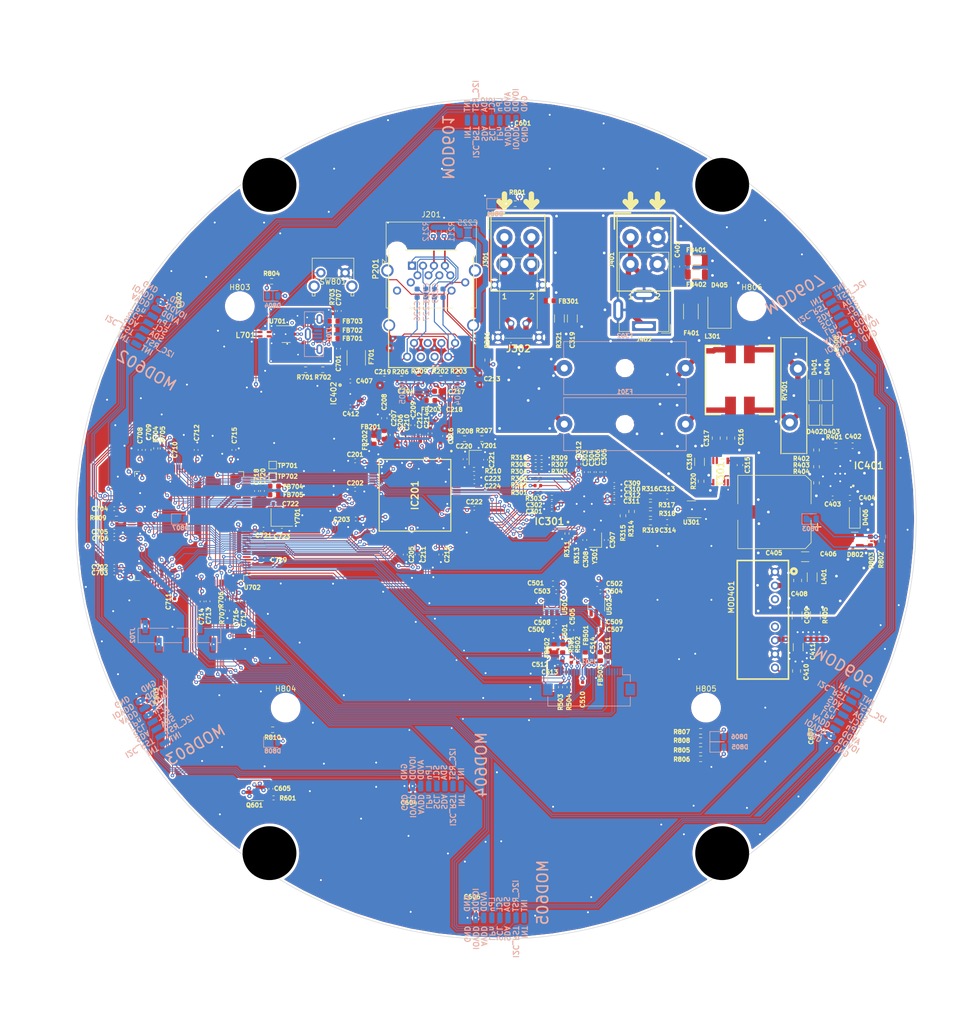
<source format=kicad_pcb>
(kicad_pcb (version 20221018) (generator pcbnew)
  (layers (0 "F.Cu" signal) (1 "In1.Cu" signal) (2 "In2.Cu" signal) (31 "B.Cu" signal) (34 "B.Paste" user) (35 "F.Paste" user) (36 "B.SilkS" user "B.Silkscreen") (37 "F.SilkS" user "F.Silkscreen") (38 "B.Mask" user) (39 "F.Mask" user) (44 "Edge.Cuts" user))
  (net 0 "")
  (net 1 "+3V3A")
  (net 2 "ETHGNDA")
  (net 3 "Net-(C213-Pad1)")
  (net 4 "Net-(C219-Pad1)")
  (net 5 "+1V8A")
  (net 6 "+1V8D")
  (net 7 "GND")
  (net 8 "+3V3")
  (net 9 "Net-(IC201-XTLN)")
  (net 10 "Net-(IC201-XTLP)")
  (net 11 "Net-(IC301-DLDO_1P1)")
  (net 12 "Net-(IC301-XTAL_O)")
  (net 13 "Net-(IC301-XTAL_I{slash}CLK_IN)")
  (net 14 "Net-(IC301-CEXT_3)")
  (net 15 "Net-(IC301-CEXT_2)")
  (net 16 "Net-(T301-N1)")
  (net 17 "Net-(C313-Pad2)")
  (net 18 "Net-(C314-Pad1)")
  (net 19 "Net-(T301-N4)")
  (net 20 "Net-(T301-N1{slash}N4)")
  (net 21 "Net-(T301-N2_2)")
  (net 22 "Net-(C316-Pad2)")
  (net 23 "Net-(T301-N3_2)")
  (net 24 "Net-(C317-Pad2)")
  (net 25 "Net-(C318-Pad1)")
  (net 26 "GNDPWR")
  (net 27 "Net-(IC401-DVDT)")
  (net 28 "Net-(C225-Pad2)")
  (net 29 "Net-(MOD401-Cs)")
  (net 30 "CAM-nRESET")
  (net 31 "CAM-PCLK")
  (net 32 "Net-(J501-Pin_15)")
  (net 33 "CAMGNDA")
  (net 34 "2V8A")
  (net 35 "Net-(J501-Pin_14)")
  (net 36 "2V8D")
  (net 37 "/MCU/VBUS")
  (net 38 "Net-(C707-Pad1)")
  (net 39 "Net-(U702-VCAP)")
  (net 40 "Net-(U702-VREF-)")
  (net 41 "PWR_HV")
  (net 42 "Net-(D801-A)")
  (net 43 "SPoE-2")
  (net 44 "/PowerSupply/SUPP_P")
  (net 45 "SPoE-1")
  (net 46 "Net-(D405-A)")
  (net 47 "Net-(F401-Pad1)")
  (net 48 "+5V-USB")
  (net 49 "/MCU/USB-5V")
  (net 50 "Net-(U702-VDDA)")
  (net 51 "/MCU/USB-GND")
  (net 52 "Net-(IC201-RSET_BG)")
  (net 54 "/Wiznet-W5300/RXIP")
  (net 55 "/Wiznet-W5300/RXIN")
  (net 56 "/Wiznet-W5300/TXOP")
  (net 57 "/Wiznet-W5300/TXON")
  (net 58 "ETH-MEDIA_SEL")
  (net 67 "ETH-BUS-DATA7")
  (net 68 "ETH-BUS-DATA6")
  (net 69 "ETH-BUS-DATA5")
  (net 70 "ETH-BUS-DATA4")
  (net 71 "ETH-BUS-DATA3")
  (net 72 "ETH-BUS-DATA2")
  (net 73 "ETH-BUS-DATA1")
  (net 74 "ETH-BUS-DATA0")
  (net 75 "ETH-BUS-ADDR9")
  (net 76 "ETH-BUS-ADDR8")
  (net 77 "ETH-BUS-ADDR7")
  (net 78 "ETH-BUS-ADDR6")
  (net 79 "ETH-BUS-ADDR5")
  (net 80 "ETH-BUS-ADDR4")
  (net 81 "ETH-BUS-ADDR3")
  (net 82 "ETH-BUS-ADDR2")
  (net 83 "ETH-BUS-ADDR1")
  (net 84 "ETH-BUS-ADDR0")
  (net 85 "ETH-BUS-nWR")
  (net 86 "ETH-BUS-nRD")
  (net 87 "ETH-BUS-nCS")
  (net 88 "ETH-BUS-nINT")
  (net 89 "ETH-BUS-nRESET")
  (net 94 "MII-RXCLK")
  (net 95 "MII-RXDV")
  (net 96 "MII-RXD0")
  (net 97 "MII-RXD1")
  (net 98 "MII-RXD2")
  (net 99 "MII-RXD3")
  (net 102 "MII-CRS")
  (net 103 "MII-TXCLK")
  (net 104 "MII-TXD0")
  (net 105 "MII-TXD1")
  (net 106 "MII-TXD2")
  (net 107 "MII-TXD3")
  (net 108 "MII-TXEN")
  (net 109 "Net-(D802-A)")
  (net 115 "SPE-nRESET")
  (net 116 "Net-(D803-A)")
  (net 120 "Net-(IC301-TXN)")
  (net 121 "Net-(IC301-RXN)")
  (net 122 "Net-(IC301-RXP)")
  (net 123 "Net-(IC301-TXP)")
  (net 126 "SPE-nINT")
  (net 127 "SPE-MDIO")
  (net 128 "SPE-MDC")
  (net 129 "Net-(IC301-MAC_IFSEL1{slash}RX_ER)")
  (net 131 "Net-(IC401-UVLO)")
  (net 132 "Net-(IC401-OVP)")
  (net 135 "Net-(IC401-ILIM)")
  (net 138 "CAM-SDA")
  (net 139 "CAM-SCL")
  (net 140 "CAM-VSYNC")
  (net 141 "CAM-HSYNC")
  (net 142 "CAM-D1")
  (net 143 "CAM-XCLK")
  (net 144 "CAM-D0")
  (net 145 "CAM-D7")
  (net 146 "CAM-D6")
  (net 147 "CAM-D2")
  (net 148 "CAM-D5")
  (net 149 "CAM-D3")
  (net 150 "CAM-D4")
  (net 151 "/Camera/CAM-PWDN")
  (net 153 "/MCU/SWCLK")
  (net 154 "/MCU/SWDIO")
  (net 155 "/MCU/nRST")
  (net 156 "/MCU/SWO")
  (net 157 "Net-(U702-PH1)")
  (net 158 "Net-(U702-PH0)")
  (net 159 "Net-(J701-Shield)")
  (net 160 "/MCU/USB-DN")
  (net 168 "/PowerSupply/SUPP_M")
  (net 169 "Net-(P201-PadL3)")
  (net 170 "/PowerSupply/PROTECT-IN")
  (net 171 "Net-(T301-N2_1)")
  (net 174 "Net-(J701-D-)")
  (net 175 "Net-(J701-D+)")
  (net 176 "ToF-I2C-1-RST")
  (net 178 "Net-(U702-PE15)")
  (net 179 "Net-(U702-PE13)")
  (net 180 "Net-(U702-PA3)")
  (net 181 "Net-(U702-PA2)")
  (net 183 "ToF-I2C-1-SCL")
  (net 184 "ToF-I2C-1-SDA")
  (net 185 "unconnected-(U702-PC14-Pad8)")
  (net 192 "+1V2")
  (net 193 "+3.3VP")
  (net 203 "/MCU/USB-DP")
  (net 210 "ToF-I2C-2-RST")
  (net 211 "ToF-I2C-2-SDA")
  (net 212 "ToF-2-LPn")
  (net 213 "ToF-3-LPn")
  (net 214 "ToF-1-LPn")
  (net 215 "ToF-7-LPn")
  (net 216 "ToF-I2C-2-SCL")
  (net 217 "ToF-4-LPn")
  (net 218 "ToF-5-LPn")
  (net 219 "ToF-6-LPn")
  (net 220 "Net-(D804-K)")
  (net 226 "Net-(C226-Pad1)")
  (net 227 "Net-(C227-Pad1)")
  (net 229 "Net-(J301-Pin_1)")
  (net 230 "Net-(J301-Pin_2)")
  (net 231 "Net-(FB301-Pad1)")
  (net 232 "Net-(Q601-G)")
  (net 234 "ToF-nPWDN")
  (net 237 "/MCU/CAMXCLK")
  (net 240 "Net-(C319-Pad1)")
  (net 241 "/PowerSupply/CONV_IN")
  (net 242 "/MCU/USB-VBUS-DETECT")
  (net 243 "Net-(D805-A)")
  (net 244 "Net-(D806-A)")
  (net 245 "Net-(D807-A)")
  (net 246 "Net-(D808-A)")
  (net 247 "ETH-LINKLED")
  (net 248 "SPE-LED-0")
  (net 249 "SPE-LED-1")
  (net 250 "MCU-STATUS-1")
  (net 251 "MCU-STATUS-2")
  (net 268 "Net-(C228-Pad1)")
  (net 269 "Net-(C229-Pad1)")
  (net 270 "Net-(J201-Pad4)")
  (net 271 "Net-(J201-Pad7)")
  (net 272 "Net-(R207-Pad2)")
  (net 273 "PUSHBUTTON")
  (footprint "TestPoint:TestPoint_Pad_1.0x1.0mm" (layer "F.Cu") (at 63.6 115)
    (fp_text reference "TP701")
    (fp_text value "TestPoint")
  )
  (footprint "Project_Speciific_Mechanical:MountingHole-10mm" (layer "F.Cu") (at 63 187)
    (fp_text reference "H802")
    (fp_text value "MountingHole")
  )
  (footprint "Capacitor_SMD:C_0402_1005Metric" (layer "F.Cu") (at 116.2 138.5)
    (fp_text reference "C503")
    (fp_text value "100n")
  )
  (footprint "Capacitor_SMD:C_0402_1005Metric" (layer "F.Cu") (at 123.98 116.3 90)
    (fp_text reference "C306")
    (fp_text value "100n")
  )
  (footprint "Capacitor_SMD:C_0402_1005Metric" (layer "F.Cu") (at 79 125)
    (fp_text reference "C203")
    (fp_text value "100n")
  )
  (footprint "Project_Specific_Wuerth:WE-CNSW_08059" (layer "F.Cu") (at 62.1 90.7 90)
    (fp_text reference "L701")
    (fp_text value "744233121")
  )
  (footprint "Project_Specific_Harting:09452812800" (layer "F.Cu") (at 109.2 88.7 180)
    (fp_text reference "J302")
    (fp_text value "09452812800" hide)
  )
  (footprint "Capacitor_SMD:C_0603_1608Metric" (layer "F.Cu") (at 123.8 137)
    (fp_text reference "C502")
    (fp_text value "10u")
  )
  (footprint "Capacitor_SMD:C_0402_1005Metric" (layer "F.Cu") (at 34.2 123.1)
    (fp_text reference "C704")
    (fp_text value "100n")
  )
  (footprint "Resistor_SMD:R_0603_1608Metric" (layer "F.Cu") (at 133.7 122.4)
    (fp_text reference "R317")
    (fp_text value "5k1")
  )
  (footprint "Capacitor_SMD:C_0402_1005Metric" (layer "F.Cu") (at 115.38 123.2 180)
    (fp_text reference "C301")
    (fp_text value "10n")
  )
  (footprint "Resistor_SMD:R_0603_1608Metric" (layer "F.Cu") (at 34.6 125)
    (fp_text reference "R809")
    (fp_text value "330R")
  )
  (footprint "Resistor_SMD:R_0603_1608Metric" (layer "F.Cu") (at 98 99)
    (fp_text reference "R203")
    (fp_text value "49R9")
  )
  (footprint "Capacitor_SMD:C_0402_1005Metric" (layer "F.Cu") (at 56.4 112.18 -90)
    (fp_text reference "C715")
    (fp_text value "100n")
  )
  (footprint "Capacitor_SMD:C_0402_1005Metric" (layer "F.Cu") (at 78 99.4 180)
    (fp_text reference "C407")
    (fp_text value "1u")
  )
  (footprint "Package_TO_SOT_SMD:SOT-23-5" (layer "F.Cu") (at 123.6375 141.3 -90)
    (fp_text reference "U502")
    (fp_text value "TLV75512PDBVR")
  )
  (footprint "Capacitor_SMD:C_0402_1005Metric" (layer "F.Cu") (at 99.3 113.9 90)
    (fp_text reference "C220")
    (fp_text value "13p")
  )
  (footprint "Capacitor_SMD:C_1206_3216Metric" (layer "F.Cu") (at 160.9 142.9 -90)
    (fp_text reference "C409")
    (fp_text value "1n_2kV")
  )
  (footprint "Capacitor_SMD:C_0402_1005Metric" (layer "F.Cu") (at 121.1 155.8 90)
    (fp_text reference "C510")
    (fp_text value "100n")
  )
  (footprint "Package_TO_SOT_SMD:SOT-23" (layer "F.Cu") (at 171.6 129 180)
    (fp_text reference "D802")
    (fp_text value "BZX84Cxx")
  )
  (footprint "Project_Specific_Wuerth:74930000" (layer "F.Cu") (at 146.7 116.195 90)
    (fp_text reference "T301")
    (fp_text value "74930000" hide)
  )
  (footprint "Project_Specific_ST:SON95P300X300X100-7N-D" (layer "F.Cu") (at 78 101.8)
    (fp_text reference "IC402")
    (fp_text value "LDL112PV33R" hide)
  )
  (footprint "Capacitor_SMD:C_0402_1005Metric" (layer "F.Cu") (at 126.98 118.6)
    (fp_text reference "C309")
    (fp_text value "1u")
  )
  (footprint "Resistor_SMD:R_0402_1005Metric" (layer "F.Cu") (at 100.95 115.8 180)
    (fp_text reference "R210")
    (fp_text value "1M")
  )
  (footprint "Capacitor_SMD:C_0402_1005Metric" (layer "F.Cu") (at 125.8 151.1 -90)
    (fp_text reference "C511")
    (fp_text value "22p")
  )
  (footprint "Resistor_SMD:R_0603_1608Metric" (layer "F.Cu") (at 164.5 118.3 90)
    (fp_text reference "R404")
    (fp_text value "53k6")
  )
  (footprint "Capacitor_SMD:C_0402_1005Metric" (layer "F.Cu") (at 119.1 145.6 90)
    (fp_text reference "C505")
    (fp_text value "100n")
  )
  (footprint "Project_Specific_Passives:FB_1206_3216Metric" (layer "F.Cu") (at 142.2 77)
    (fp_text reference "FB401")
    (fp_text value "WE-742792122")
  )
  (footprint "Resistor_SMD:R_0603_1608Metric" (layer "F.Cu") (at 176.6 129.1 90)
    (fp_text reference "R802")
    (fp_text value "4k7")
  )
  (footprint "Capacitor_SMD:C_0402_1005Metric" (layer "F.Cu") (at 117.6 153.4)
    (fp_text reference "C513")
    (fp_text value "100n")
  )
  (footprint "Resistor_SMD:R_0402_1005Metric" (layer "F.Cu") (at 118.2 127.7 90)
    (fp_text reference "R311")
    (fp_text value "4k7")
  )
  (footprint "Capacitor_SMD:C_0402_1005Metric" (layer "F.Cu") (at 50.5 140.3 90)
    (fp_text reference "C714")
    (fp_text value "2u2")
  )
  (footprint "Capacitor_SMD:C_0603_1608Metric" (layer "F.Cu") (at 150.3 115 90)
    (fp_text reference "C315")
    (fp_text value "100n")
  )
  (footprint "Capacitor_SMD:C_0402_1005Metric" (layer "F.Cu") (at 34.2 127.3)
    (fp_text reference "C705")
    (fp_text value "100n")
  )
  (footprint "Resistor_SMD:R_0402_1005Metric" (layer "F.Cu") (at 112.8 118.8)
    (fp_text reference "R302")
    (fp_text value "4k7")
  )
  (footprint "Capacitor_SMD:C_0402_1005Metric" (layer "F.Cu") (at 92.8 109.1 -90)
    (fp_text reference "C214")
    (fp_text value "100n")
  )
  (footprint "Capacitor_SMD:C_0402_1005Metric" (layer "F.Cu") (at 65.3 127.1 180)
    (fp_text reference "C723")
    (fp_text value "6p8")
  )
  (footprint "Resistor_SMD:R_0603_1608Metric" (layer "F.Cu") (at 143 167.8)
    (fp_text reference "R805")
    (fp_text value "4k7")
  )
  (footprint "Resistor_SMD:R_0402_1005Metric" (layer "F.Cu") (at 115.4 121)
    (fp_text reference "R303")
    (fp_text value "4k7")
  )
  (footprint "Capacitor_SMD:C_0603_1608Metric" (layer "F.Cu") (at 136.8 125.6)
    (fp_text reference "C314")
    (fp_text value "220n")
  )
  (footprint "Capacitor_SMD:C_0402_1005Metric" (layer "F.Cu") (at 63.27 175.05 90)
    (fp_text reference "C605")
    (fp_text value "1u")
  )
  (footprint "Capacitor_SMD:C_0402_1005Metric" (layer "F.Cu") (at 167.5 121.1 180)
    (fp_text reference "C403")
    (fp_text value "2u2")
  )
  (footprint "Capacitor_SMD:C_0402_1005Metric" (layer "F.Cu") (at 124.5 144.1)
    (fp_text reference "C509")
    (fp_text value "100n")
  )
  (footprint "Capacitor_SMD:C_0402_1005Metric" (layer "F.Cu") (at 121.78 116.3 90)
    (fp_text reference "C303")
    (fp_text value "100n")
  )
  (footprint "Resistor_SMD:R_0402_1005Metric" (layer "F.Cu") (at 119.88 128.2 90)
    (fp_text reference "R313")
    (fp_text value "4k7")
  )
  (footprint "Capacitor_SMD:C_0402_1005Metric" (layer "F.Cu") (at 60.6 119.8 90)
    (fp_text reference "C718")
    (fp_text value "100n")
  )
  (footprint "Capacitor_SMD:C_0402_1005Metric" (layer "F.Cu") (at 89.6 107.6 90)
    (fp_text reference "C209")
    (fp_text value "2u2")
  )
  (footprint "Diode_SMD:D_SOD-123F" (layer "F.Cu") (at 166.5 105.4 90)
    (fp_text reference "D403")
    (fp_text value "PMEG6010CEH")
  )
  (footprint "Project_Specific_Passives:FB_0603_1608Metric" (layer "F.Cu") (at 84.3 109.4 -90)
    (fp_text reference "FB201")
    (fp_text value "HH-1M1608-121JT")
  )
  (footprint "Crystal:Crystal_SMD_2016-4Pin_2.0x1.6mm" (layer "F.Cu") (at 101.2 113.6 -90)
    (fp_text reference "Y201")
    (fp_text value "7R-25.000MAAQ")
  )
  (footprint "Capacitor_SMD:C_0603_1608Metric" (layer "F.Cu") (at 138.6 78.175 90)
    (fp_text reference "C401")
    (fp_text value "100n")
  )
  (footprint "Capacitor_SMD:C_0603_1608Metric" (layer "F.Cu") (at 169.6 92.4 -90)
    (fp_text reference "C608")
    (fp_text value "10u")
  )
  (footprint "Capacitor_SMD:C_0603_1608Metric" (layer "F.Cu") (at 40.5 112.18 -90)
    (fp_text reference "C709")
    (fp_text value "4u7")
  )
  (footprint "Package_TO_SOT_SMD:SOT-23-6" (layer "F.Cu") (at 141.3 123.2 180)
    (fp_text reference "U301")
    (fp_text value "WE-TVS-82400102")
  )
  (footprint "Capacitor_SMD:C_0805_2012Metric" (layer "F.Cu") (at 145.9 109.995 90)
    (fp_text reference "C317")
    (fp_text value "1u")
  )
  (footprint "Capacitor_SMD:C_0603_1608Metric" (layer "F.Cu") (at 171.2 111.4)
    (fp_text reference "C402")
    (fp_text value "100n")
  )
  (footprint "Capacitor_SMD:C_1206_3216Metric" (layer "F.Cu") (at 119.2 87.8 -90)
    (fp_text reference "C319")
    (fp_text value "1n_2kV")
  )
  (footprint "Resistor_SMD:R_0603_1608Metric" (layer "F.Cu") (at 168.1 111.4 180)
    (fp_text reference "R401")
    (fp_text value "237k")
  )
  (footprint "Resistor_SMD:R_0603_1608Metric" (layer "F.Cu") (at 143 166.1)
    (fp_text reference "R808")
    (fp_text value "4k7")
  )
  (footprint "Capacitor_SMD:C_0603_1608Metric" (layer "F.Cu") (at 136.8 120.8 180)
    (fp_text reference "C313")
    (fp_text value "220n")
  )
  (footprint "Resistor_SMD:R_0603_1608Metric" (layer "F.Cu") (at 133.7 124)
    (fp_text reference "R318")
    (fp_text value "5k1")
  )
  (footprint "Capacitor_SMD:C_0402_1005Metric" (layer "F.Cu") (at 45.4 140.3 90)
    (fp_text reference "C711")
    (fp_text value "100n")
  )
  (footprint "Capacitor_SMD:C_0402_1005Metric" (layer "F.Cu") (at 90.6 109.3 90)
    (fp_text reference "C212")
    (fp_text value "100n")
  )
  (footprint "Capacitor_SMD:C_0402_1005Metric" (layer "F.Cu") (at 34.2 128.6)
    (fp_text reference "C706")
    (fp_text value "2u2")
  )
  (footprint "Capacitor_SMD:C_0603_1608Metric" (layer "F.Cu") (at 44.7 84.4 90)
    (fp_text reference "C602")
    (fp_text value "10u")
  )
  (footprint "Project_Specific_Passives:FB_0603_1608Metric" (layer "F.Cu") (at 74.9 88.3)
    (fp_text reference "FB703")
    (fp_text value "HH-1M1608-121JT")
  )
  (footprint "Capacitor_SMD:C_0402_1005Metric" (layer "F.Cu") (at 34.2 133.8)
    (fp_text reference "C702")
    (fp_text value "100n")
  )
  (footprint "Project_Specific_AnalogDevices:ADIN1100" (layer "F.Cu") (at 121.4 122.2 90)
    (fp_text reference "IC301")
    (fp_text value "ADIN1100BCPZ" hide)
  )
  (footprint "Capacitor_SMD:C_0402_1005Metric" (layer "F.Cu") (at 90.4 131.6 -90)
    (fp_text reference "C211")
    (fp_text value "100n")
  )
  (footprint "Project_Speciific_Mechanical:MountingHole-10mm" (layer "F.Cu") (at 147 63)
    (fp_text reference "H807")
    (fp_text value "MountingHole")
  )
  (footprint "Resistor_SMD:R_0603_1608Metric" (layer "F.Cu") (at 143 169.5)
    (fp_text reference "R806")
    (fp_text value "100")
  )
  (footprint "Project_Specific_Passives:FB_0603_1608Metric" (layer "F.Cu") (at 115 84.5)
    (fp_text reference "FB301")
    (fp_text value "HH-1M1608-121JT")
  )
  (footprint "Capacitor_SMD:C_0603_1608Metric" (layer "F.Cu") (at 101.2 99)
    (fp_text reference "C213")
    (fp_text value "100n")
  )
  (footprint "Resistor_SMD:R_0402_1005Metric" (layer "F.Cu") (at 112.4 113.6)
    (fp_text reference "R310")
    (fp_text value "4k7")
  )
  (footprint "Project_Speciific_Mechanical:MountingHole-10mm" (layer "F.Cu") (at 147 187)
    (fp_text reference "H808")
    (fp_text value "MountingHole")
  )
  (footprint "Fuse:Fuse_2010_5025Metric" (layer "F.Cu") (at 141.2 86.5 -90)
    (fp_text reference "F401")
    (fp_text value "Polyfuse")
  )
  (footprint "Capacitor_SMD:C_0402_1005Metric" (layer "F.Cu") (at 34.2 135)
    (fp_text reference "C703")
    (fp_text value "100n")
  )
  (footprint "Project_Specific_Passives:FB_0603_1608Metric" (layer "F.Cu") (at 121.6 150.5 90)
    (fp_text reference "FB501")
    (fp_text value "HH-1M1608-121JT")
  )
  (footprint "Capacitor_SMD:C_0402_1005Metric" (layer "F.Cu") (at 87.6 109.6 -90)
    (fp_text reference "C206")
    (fp_text value "100n")
  )
  (footprint "Capacitor_SMD:C_0402_1005Metric" (layer "F.Cu") (at 101 123)
    (fp_text reference "C222")
    (fp_text value "100n")
  )
  (footprint "Resistor_SMD:R_0402_1005Metric" (layer "F.Cu") (at 117 156.2 90)
    (fp_text reference "R503")
    (fp_text value "4k7")
  )
  (footprint "Capacitor_SMD:C_0402_1005Metric" (layer "F.Cu") (at 126.98 120.8)
    (fp_text reference "C312")
    (fp_text value "100n")
  )
  (footprint "Capacitor_SMD:C_0603_1608Metric" (layer "F.Cu") (at 100.6 196.7 180)
    (fp_text reference "C606")
    (fp_text value "10u")
  )
  (footprint "Resistor_SMD:R_0402_1005Metric" (layer "F.Cu") (at 118.6 156.2 90)
    (fp_text reference "R504")
    (fp_text value "4k7")
  )
  (footprint "Capacitor_SMD:C_1206_3216Metric" (layer "F.Cu") (at 162.4 132 180)
    (fp_text reference "C406")
    (fp_text value "10u")
  )
  (footprint "Resistor_SMD:R_0402_1005Metric" (layer "F.Cu") (at 113.5 116.2 180)
    (fp_text reference "R305")
    (fp_text value "4k7")
  )
  (footprint "Resistor_SMD:R_0402_1005Metric" (layer "F.Cu") (at 55.2 142.01 -90)
    (fp_text reference "R707")
    (fp_text value "330R")
  )
  (footprint "Capacitor_SMD:C_0603_1608Metric" (layer "F.Cu") (at 88.875 176.2 180)
    (fp_text reference "C604")
    (fp_text value "10u")
  )
  (footprint "Resistor_SMD:R_0402_1005Metric" (layer "F.Cu") (at 41.9 111.9 90)
    (fp_text reference "R704")
    (fp_text value "22R")
  )
  (footprint "Project_Specific_Passives:FB_0603_1608Metric" (layer "F.Cu") (at 74.9 91.5)
    (fp_text reference "FB701")
    (fp_text value "HH-1M1608-121JT")
  )
  (footprint "Resistor_SMD:R_0603_1608Metric" (layer "F.Cu") (at 143 164.4)
    (fp_text reference "R807")
    (fp_text value "100")
  )
  (footprint "Diode_SMD:D_SOD-123F" (layer "F.Cu") (at 171.6 124.5 90)
    (fp_text reference "D406")
    (fp_text value "PMEG6010CEH")
  )
  (footprint "Project_Specific_Passives:FB_0603_1608Metric" (layer "F.Cu") (at 74.9 89.9 180)
    (fp_text reference "FB702")
    (fp_text value "HH-1M1608-121JT")
  )
  (footprint "Project_Specific_Passives:FB_0603_1608Metric" (layer "F.Cu") (at 63.9 118.9)
    (fp_text reference "FB704")
    (fp_text value "HH-1M1608-221JT")
  )
  (footprint "Resistor_SMD:R_0603_1608Metric" (layer "F.Cu") (at 69.7 97.3 180)
    (fp_text reference "R701")
    (fp_text value "47k")
  )
  (footprint "Fuse:Fuse_1812_4532Metric" (layer "F.Cu") (at 79.1 95.1 -90)
    (fp_text reference "F701")
    (fp_text value "Polyfuse_Small")
  )
  (footprint "Crystal:Crystal_SMD_Abracon_ABM8G-4Pin_3.2x2.5mm" (layer "F.Cu") (at 65.3 124.7)
    (fp_text reference "Y701")
    (fp_text value "ABM8G-16.000MHZ-4Y-T3")
  )
  (footprint "Resistor_SMD:R_0603_1608Metric" (layer "F.Cu") (at 102.4 110.1 180)
    (fp_text reference "R207")
    (fp_text value "330")
  )
  (footprint "Project_Specific_Connectors:Messtechnik_AK3001_2-KD-5.0" (layer "F.Cu") (at 130 72.7)
    (fp_text reference "J401")
    (fp_text value "Messtechnik_AK3001/2-KD-5,0")
  )
  (footprint "Capacitor_SMD:C_1206_3216Metric" (layer "F.Cu") (at 161.1 148.79 -90)
    (fp_text reference "C411")
    (fp_text value "100u")
  )
  (footprint "Capacitor_SMD:C_0402_1005Metric" (layer "F.Cu") (at 44.3 112.18 -90)
    (fp_text reference "C710")
    (fp_text value "100n")
  )
  (footprint "Resistor_SMD:R_0402_1005Metric" (layer "F.Cu") (at 74.85 86.4 90)
    (fp_text reference "R703")
    (fp_text value "1M")
  )
  (footprint "Capacitor_SMD:C_0603_1608Metric" (layer "F.Cu") (at 84.3 99 180)
    (fp_text reference "C219")
    (fp_text value "100n")
  )
  (footprint "Capacitor_SMD:C_0402_1005Metric" (layer "F.Cu") (at 94.8 131.6 -90)
    (fp_text reference "C215")
    (fp_text value "100n")
  )
  (footprint "Resistor_SMD:R_1206_3216Metric" (layer "F.Cu") (at 164.3 142.9 -90)
    (fp_text reference "R405")
    (fp_text value "1M")
  )
  (footprint "Project_Speciific_Mechanical:MountingHole-10mm" (layer "F.Cu") (at 63 63)
    (fp_text reference "H801")
    (fp_text value "MountingHole")
  )
  (footprint "Capacitor_SMD:C_0603_1608Metric" (layer "F.Cu") (at 94.4 101.3)
    (fp_text reference "C217")
    (fp_text value "10u")
  )
  (footprint "Capacitor_SMD:C_0402_1005Metric" (layer "F.Cu") (at 115.38 122.1)
    (fp_text reference "C302")
    (fp_text value "100n")
  )
  (footprint "Capacitor_SMD:C_0603_1608Metric" (layer "F.Cu") (at 58.1 140.3 90)
    (fp_text reference "C717")
    (fp_text value "10u")
  )
  (footprint "Resistor_SMD:R_0603_1608Metric" (layer "F.Cu") (at 63.4 80.9)
    (fp_text reference "R804")
    (fp_text value "330R")
  )
  (footprint "Resistor_SMD:R_1206_3216Metric" (layer "F.Cu") (at 116.8 87.8 -90)
    (fp_text reference "R321")
    (fp_text value "1M")
  )
  (footprint "Capacitor_SMD:C_0603_1608Metric" (layer "F.Cu") (at 170.7 121.1)
    (fp_text reference "C404")
    (fp_text value "100n")
  )
  (footprint "Capacitor_SMD:C_0402_1005Metric" (layer "F.Cu") (at 122.88 116.3 90)
    (fp_text reference "C304")
    (fp_text value "680n")
  )
  (footprint "Capacitor_SMD:C_0402_1005Metric" (layer "F.Cu") (at 61.7 119.8 90)
    (fp_text reference "C720")
    (fp_text value "1u")
  )
  (footprint "Project_Specific_Passives:RV_Disc_D21.5mm_W4.3mm_P10mm" (layer "F.Cu") (at 160.3 102.1 -90)
    (fp_text reference "RV301")
    (fp_text value "S20K30")
  )
  (footprint "Diode_SMD:D_SOD-123F" (layer "F.Cu") (at 164.1 105.4 90)
    (fp_text reference "D402")
    (fp_text value "PMEG6010CEH")
  )
  (footprint "Resistor_SMD:R_0603_1608Metric" (layer "F.Cu") (at 99.2 110.1 180)
    (fp_text reference "R208")
    (fp_text value "12k_1%")
  )
  (footprint "Resistor_SMD:R_0402_1005Metric" (layer "F.Cu") (at 43.1 111.9 90)
    (fp_text reference "R705")
    (fp_text value "22R")
  )
  (footprint "Resistor_SMD:R_0603_1608Metric" (layer "F.Cu") (at 94.8 99 180)
    (fp_text reference "R202")
    (fp_text value "49R9")
  )
  (footprint "Capacitor_SMD:C_0603_1608Metric" (layer "F.Cu") (at 94.2 104.6 180)
    (fp_text reference "C218")
    (fp_text value "10u")
  )
  (footprint "Capacitor_SMD:C_0402_1005Metric" (layer "F.Cu") (at 78 104.2 180)
    (fp_text reference "C412")
    (fp_text value "1u")
  )
  (footprint "Connector_BarrelJack:BarrelJack_Wuerth_6941xx301002" (layer "F.Cu") (at 132.5 89.2 180)
    (fp_text reference "J402")
    (fp_text value "Wuerth-694108301002")
  )
  (footprint "Project_Specific_Passives:FB_0603_1608Metric" (layer "F.Cu") (at 63.8875 120.5)
    (fp_text reference "FB705")
    (fp_text value "HH-1M1608-221JT")
  )
  (footprint "Capacitor_SMD:C_0402_1005Metric" (layer "F.Cu") (at 121.5 128.9 90)
    (fp_text reference "C308")
    (fp_text value "16p")
  )
  (footprint "Project_Specific_Wuerth:744871101" (layer "F.Cu") (at 150.3 99.2)
    (fp_text reference "L301")
    (fp_text value "100u")
  )
  (footprint "Capacitor_SMD:C_0402_1005Metric" (layer "F.Cu") (at 88.2 131.6 -90)
    (fp_text reference "C205")
    (fp_text value "100n")
  )
  (footprint "Capacitor_SMD:C_0603_1608Metric" (layer "F.Cu") (at 91.4 101.3 180)
    (fp_text reference "C204")
    (fp_text value "100n")
  )
  (footprint "Capacitor_SMD:C_0402_1005Metric" (layer "F.Cu") (at 123 151.1 90)
    (fp_text reference "C514")
    (fp_text value "100n")
  )
  (footprint "Project_Specific_Aimtec:AM3G-NZ" (layer "F.Cu") (at 156.8 143.7 -90)
    (fp_text reference "MOD401")
    (fp_text value "AM3G-2403S-NZ")
  )
  (footprint "Diode_SMD:D_SOD-123F" (layer "F.Cu") (at 164.1 100.8 90)
    (fp_text reference "D401")
    (fp_text value "PMEG6010CEH")
  )
  (footprint "Project_Speciific_Mechanical:MountingHole_2.5mm" (layer "F.Cu") (at 144 160)
    (fp_text reference "H805")
    (fp_text value "MountingHole")
  )
  (footprint "Capacitor_SMD:C_0603_1608Metric" (layer "F.Cu") (at 40.6 157.9 90)
    (fp_text reference "C603")
    (fp_text value "10u")
  )
  (footprint "Resistor_SMD:R_0603_1608Metric" (layer "F.Cu") (at 103.5 95.5 -90)
    (fp_text reference "R201")
    (fp_text value "330")
  )
  (footprint "Resistor_SMD:R_0603_1608Metric" (layer "F.Cu") (at 143.1 117.995 90)
    (fp_text reference "R320")
    (fp_text value "100")
  )
  (footprint "Capacitor_SMD:C_1206_3216Metric" (layer "F.Cu") (at 142.8 114.395 90)
    (fp_text reference "C318")
    (fp_text value "1n_2kV")
  )
  (footprint "Resistor_SMD:R_0402_1005Metric" (layer "F.Cu") (at 63.76 176.75 180)
    (fp_text reference "R601")
    (fp_text value "10k")
  )
  (footprint "Capacitor_SMD:C_0402_1005Metric" (layer "F.Cu") (at 126.98 119.7)
    (fp_text reference "C310")
    (fp_text value "100n")
  )
  (footprint "Resistor_SMD:R_0603_1608Metric" (layer "F.Cu") (at 174.5 129.1 -90)
    (fp_text reference "R803")
    (fp_text value "4k7")
  )
  (footprint "Project_Specific_Passives:FB_0603_1608Metric" (layer "F.Cu") (at 124.4 150.5 -90)
    (fp_text reference "FB503")
    (fp_text value "HH-1M1608-121JT")
  )
  (footprint "Crystal:Crystal_SMD_2016-4Pin_2.0x1.6mm" (layer "F.Cu") (at 123.48 128.9 90)
    (fp_text reference "Y301")
    (fp_text value "7R-25.000MAAQ")
  )
  (footprint "Project_Specific_Passives:FB_0603_1608Metric" (layer "F.Cu") (at 92.9 103 180)
    (fp_text reference "FB203")
    (fp_text value "HH-1M1608-121JT")
  )
  (footprint "Capacitor_SMD:C_0402_1005Metric" (layer "F.Cu") (at 95.5 109.6 -90)
    (fp_text reference "C216")
    (fp_text value "100n")
  )
  (footprint "Resistor_SMD:R_0402_1005Metric" (layer "F.Cu") (at 112.4 114.9)
    (fp_text reference "R308")
    (fp_text value "4k7")
  )
  (footprint "Package_TO_SOT_SMD:SOT-23-6" (layer "F.Cu") (at 66.1 90.7)
    (fp_text reference "U701")
    (fp_text value "WE-TVS-82400102")
  )
  (footprint "Capacitor_SMD:C_0402_1005Metric" (layer "F.Cu") (at 75.8 93.4 -90)
    (fp_text reference "C701")
    (fp_text value "100n")
  )
  (footprint "Button_Switch_THT:SW_Tactile_SPST_Angled_PTS645Vx83-2LFS" (layer "F.Cu") (at 72.54 79.31)
    (fp_text reference "SW801")
    (fp_text value "SW_Push")
  )
  (footprint "Capacitor_SMD:C_0402_1005Metric" (layer "F.Cu") (at 51.6 140.28 90)
    (fp_text reference "C713")
    (fp_text value "100n")
  )
  (footprint "Diode_SMD:D_SOD-123F" (layer "F.Cu") (at 166.5 100.8 90)
    (fp_text reference "D404")
    (fp_text value "PMEG6010CEH")
  )
  (footprint "Resistor_SMD:R_0603_1608Metric" (layer "F.Cu") (at 164.5 115.3 -90)
    (fp_text reference "R403")
    (fp_text value "10k")
  )
  (footprint "Project_Speciific_Mechanical:MountingHole_2.5mm" (layer "F.Cu") (at 66 160)
    (fp_text reference "H804")
    (fp_text value "MountingHole")
  )
  (footprint "Capacitor_SMD:C_0402_1005Metric" (layer "F.Cu") (at 125.08 116.3 90)
    (fp_text reference "C305")
    (fp_text value "10n")
  )
  (footprint "Capacitor_SMD:C_0402_1005Metric" (layer "F.Cu") (at 78.9 119.5)
    (fp_text reference "C202")
    (fp_text value "100n")
  )
  (footprint "Capacitor_SMD:C_0402_1005Metric" (layer "F.Cu") (at 49.4 112.18 -90)
    (fp_text reference "C712")
    (fp_text value "100n")
  )
  (footprint "Resistor_SMD:R_0402_1005Metric" (layer "F.Cu") (at 120.4 114.8 90)
    (fp_text reference "R312")
    (fp_text value "1k5")
  )
  (footprint "Capacitor_SMD:C_0805_2012Metric" (layer "F.Cu") (at 160.8 153.2 90)
    (fp_text reference "C410")
    (fp_text value "10u")
  )
  (footprint "Resistor_SMD:R_0603_1608Metric" (layer "F.Cu") (at 128.6 124.4 -90)
    (fp_text reference "R315")
    (fp_text value "10k2")
  )
  (footprint "TestPoint:TestPoint_Pad_1.0x1.0mm" (layer "F.Cu") (at 63.6 117.1)
    (fp_text reference "TP702")
    (fp_text value "TestPoint")
  )
  (footprint "Project_Specific_Passives:FB_0603_1608Metric" (layer "F.Cu") (at 117.4 149 -90)
    (fp_text reference "L501")
    (fp_text value "3u3")
  )
  (footprint "Capacitor_SMD:C_0805_2012Metric" (layer "F.Cu") (at 161 136.4 90)
    (fp_text reference "C408")
    (fp_text value "1u")
  )
  (footprint "Project_Specific_Wiznet:WIZNET_RB1-125BAG1A" (layer "F.Cu") (at 93 86 180)
    (fp_text reference "P201")
    (fp_text value "RB1-125BAG1A")
  )
  (footprint "Capacitor_SMD:C_0603_1608Metric" (layer "F.Cu") (at 164.9 165.3 -90)
    (fp_text reference "C607")
    (fp_text value "10u")
  )
  (footprint "Project_Specific_Passives:FB_0603_1608Metric" (layer "F.Cu") (at 115.8 149 90)
    (fp_text reference "FB502")
    (fp_text value "HH-1M1608-121JT")
  )
  (footprint "Package_TO_SOT_SMD:SOT-23-5" (layer "F.Cu") (at 115.4 141.3 -90)
    (fp_text reference "U501")
    (fp_text value "TLV74328PDBVR")
  )
  (footprint "Capacitor_SMD:C_0402_1005Metric" (layer "F.Cu") (at 125.5 128.9 -90)
    (fp_text reference "C307")
    (fp_text value "16p")
  )
  (footprint "Project_Speciific_Mechanical:MountingHole_2.5mm" (layer "F.Cu") (at 152.5 85.5)
    (fp_text reference "H806")
    (fp_text value "MountingHole")
  )
  (footprint "Capacitor_SMD:C_0603_1608Metric" (layer "F.Cu") (at 115.6 137)
    (fp_text reference "C501")
    (fp_text value "10u")
  )
  (footprint "Resistor_SMD:R_0603_1608Metric" (layer "F.Cu") (at 72.9 97.3 180)
    (fp_text reference "R702")
    (fp_text value "22k")
  )
  (footprint "Inductor_SMD:L_1206_3216Metric" (layer "F.Cu") (at 163.7 135.8 -90)
    (fp_text reference "L401")
    (fp_text value "470n")
  )
  (footprint "Project_Specific_Passives:CP_Elec_12,5x13.5" (layer "F.Cu") (at 156.7 123.7 180)
    (fp_text reference "C405")
    (fp_text value "330u_50V")
  )
  (footprint "Capacitor_SMD:C_0402_1005Metric" (layer "F.Cu") (at 101 118.8)
    (fp_text reference "C224")
    (fp_text value "100n")
  )
  (footprint "Capacitor_SMD:C_0402_1005Metric" (layer "F.Cu") (at 61.9 126.9 180)
    (fp_text reference "C721")
    (fp_text value "100n")
  )
  (footprint "Resistor_SMD:R_0402_1005Metric" (layer "F.Cu") (at 112.8 120.1)
    (fp_text reference "R301")
    (fp_text value "4k7")
  )
  (footprint "Capacitor_SMD:C_0402_1005Metric" (layer "F.Cu") (at 103.1 114 -90)
    (fp_text reference "C221")
    (fp_text value "13p")
  )
  (footprint "Capacitor_SMD:C_0603_1608Metric" (layer "F.Cu") (at 84.3 106.3 90)
    (fp_text reference "C208")
    (fp_text value "10u")
  )
  (footprint "Resistor_SMD:R_0402_1005Metric" (layer "F.Cu") (at 119 151.1 90)
    (fp_text reference "R501")
    (fp_text value "10k")
  )
  (footprint "Capacitor_SMD:C_0402_1005Metric" (layer "F.Cu") (at 39 112.18 -90)
    (fp_text reference "C708")
    (fp_text value "100n")
  )
  (footprint "Capacitor_SMD:C_0402_1005Metric" (layer "F.Cu") (at 61.9 132.6 180)
    (fp_text reference "C719")
    (fp_text value "100n")
  )
  (footprint "Capacitor_SMD:C_0402_1005Metric" (layer "F.Cu") (at 101 117.3)
    (fp_text reference "C223")
    (fp_text value "100n")
  )
  (footprint "Capacitor_SMD:C_0603_1608Metric" (layer "F.Cu") (at 110 53)
    (fp_text reference "C601")
    (fp_text value "10u")
  )
  (footprint "Package_QFP:LQFP-144_20x20mm_P0.5mm" (layer "F.Cu") (at 48.1 126.3 180)
    (fp_text reference "U702")
    (fp_text value "STM32U575ZITx")
  )
  (footprint "Resistor_SMD:R_0603_1608Metric" (layer "F.Cu") (at 90.725 99 180)
    (fp_text reference "R209")
    (fp_text value "49R9")
  )
  (footprint "Capacitor_SMD:C_0603_1608Metric" (layer "F.Cu") (at 116.5 151.5)
    (fp_text reference "C512")
    (fp_text value "10u")
  )
  (footprint "Resistor_SMD:R_0603_1608Metric" (layer "F.Cu") (at 133.7 120.8)
    (fp_text reference "R316")
    (fp_text value "49R9")
  )
  (footprint "Capacitor_SMD:C_0402_1005Metric" (layer "F.Cu") (at 88.9 109.6 90)
    (fp_text reference "C210")
    (fp_text value "100n")
  )
  (footprint "Capacitor_SMD:C_0402_1005Metric" (layer "F.Cu") (at 64.2 122.2)
    (fp_text reference "C722")
    (fp_text value "6p8")
  )
  (footprint "Resistor_SMD:R_0603_1608Metric" (layer "F.Cu") (at 87.525 99)
    (fp_text reference "R206")
    (fp_text value "49R9")
  )
  (footprint "Capacitor_SMD:C_0402_1005Metric" (layer "F.Cu") (at 126.98 121.9)
    (fp_text reference "C311")
    (fp_text value "10n")
  )
  (footprint "Project_Specific_Passives:FB_1206_3216Metric" (layer "F.Cu") (at 142.2 79.6 180)
    (fp_text reference "FB402")
    (fp_text value "WE-742792122")
  )
  (footprint "Resistor_SMD:R_0402_1005Metric" (layer "F.Cu") (at 113.5 113.6 180)
    (fp_text reference "R309")
    (fp_text value "4k7")
  )
  (footprint "Capacitor_SMD:C_0402_1005Metric" (layer "F.Cu") (at 78.9 114.2)
    (fp_text reference "C201")
    (fp_text value "100n")
  )
  (footprint "Project_Speciific_Mechanical:MountingHole_2.5mm" (layer "F.Cu") (at 57.5 85.5)
    (fp_text reference "H803")
    (fp_text value "MountingHole")
  )
  (footprint "Diode_SMD:D_SMB" (layer "F.Cu") (at 146.5 85.95 90)
    (fp_text reference "D405")
    (fp_text value "SK56")
  )
  (footprint "Capacitor_SMD:C_0805_2012Metric" (layer "F.Cu") (at 148.6 109.995 90)
    (fp_text reference "C316")
    (fp_text value "1u")
  )
  (footprint "Capacitor_SMD:C_0402_1005Metric" (layer "F.Cu") (at 56.8 140.3 90)
    (fp_text reference "C716")
    (fp_text value "100n")
  )
  (footprint "Package_TO_SOT_SMD:SOT-23" (layer "F.Cu") (at 60.2325 175.7 180)
    (fp_text reference "Q601")
    (fp_text value "AO3401A")
  )
  (footprint "Capacitor_SMD:C_0603_1608Metric" (layer "F.Cu") (at 85.9 109.4 -90)
    (fp_text reference "C207")
    (fp_text value "10u")
  )
  (footprint "Capacitor_SMD:C_0603_1608Metric" (layer "F.Cu") (at 123.9 145.6)
    (fp_text reference "C507")
    (fp_text value "10u")
  )
  (footprint "Project_Specific_Connectors:Messtechnik_AK3001_2-KD-5.0" (layer "F.Cu") (at 106.6 72.7)
    (fp_text reference "J301")
    (fp_text value "Messtechnik_AK3001/2-KD-5,0")
  )
  (footprint "Project_Specific_Wiznet:QFP50P1600X1600X160-100N" (layer "F.Cu") (at 90 120.6 -90)
    (fp_text reference "IC201")
    (fp_text value "W5300" hide)
  )
  (footprint "Resistor_SMD:R_0603_1608Metric" (layer "F.Cu") (at 108.6 66.5)
    (fp_text reference "R801")
    (fp_text value "330R")
  )
  (footprint "Project_Specific_Passives:FB_0603_1608Metric" (layer "F.Cu") (at 82.4 110.3 90)
    (fp_text reference "FB202")
    (fp_text value "HH-1M1608-121JT")
  )
  (footprint "Resistor_SMD:R_0402_1005Metric" (layer "F.Cu") (at 113.5 114.9 180)
    (fp_text reference "R307")
    (fp_text value "4k7")
  )
  (footprint "Resistor_SMD:R_0603_1608Metric" (layer "F.Cu") (at 130.2 123.6 -90)
    (fp_text reference "R314")
    (fp_text value "10k2")
  )
  (footprint "Resistor_SMD:R_0402_1005Metric" (layer "F.Cu") (at 55.2 139.99 90)
    (fp_text reference "R706")
    (fp_text value "49R9")
  )
  (footprint "Capacitor_SMD:C_0402_1005Metric" (layer "F.Cu") (at 116.2 144.1)
    (fp_text reference "C508")
    (fp_text value "100n")
  )
  (footprint "Resistor_SMD:R_0402_1005Metric" (layer "F.Cu") (at 112.4 116.2)
    (fp_text reference "R304")
    (fp_text value "4k7")
  )
  (footprint "Resistor_SMD:R_0603_1608Metric" (layer "F.Cu") (at 164.5 112.2 -90)
    (fp_text reference "R402")
    (fp_text value "6k8")
  )
  (footprint "Capacitor_SMD:C_0402_1005Metric" (layer "F.Cu") (at 75.95 86.4 90)
    (fp_text reference "C707")
    (fp_text value "1n")
  )
  (footprint "Capacitor_SMD:C_0402_1005Metric" (layer "F.Cu") (at 124.4 138.5)
    (fp_text reference "C504")
    (fp_text value "100n")
  )
  (footprint "Project_Specific_TI:QFN50P400X500X100-25N-D" (layer "F.Cu") (at 168.9 116.6 180)
    (fp_text reference "IC401")
    (fp_text value "TPS26400RHFR" hide)
  )
  (footprint "Resistor_SMD:R_0603_1608Metric" (layer "F.Cu") (at 133.7 125.6)
    (fp_text reference "R319")
    (fp_text value "49R9")
  )
  (footprint "Resistor_SMD:R_0402_1005Metric" (layer "F.Cu") (at 112.8 117.5)
    (fp_text reference "R306")
    (fp_text value "4k7")
  )
  (footprint "Capacitor_SMD:C_0603_1608Metric" (layer "F.Cu") (at 115.6 145.6)
    (fp_text reference "C506")
    (fp_text value "10u")
  )
  (footprint "Connector_RJ:RJ45_Amphenol_RJHSE5380" (layer "F.Cu") (at 89.452 78)
    (fp_text reference "J201")
    (fp_text value "RJ45")
  )
  (footprint "Resistor_SMD:R_0603_1608Metric" (layer "F.Cu") (at 63.6 164.1 180)
    (fp_text reference "R810")
    (fp_text value "330R")
  )
  (footprint "Resistor_SMD:R_0402_1005Metric" (layer "F.Cu") (at 120.2 151.1 -90)
    (fp_text reference "R502")
    (fp_text value "10k")
  )
  (footprint "LED_SMD:LED_0805_2012Metric" (layer "B.Cu") (at 105 66.5)
    (fp_text reference "D801")
    (fp_text value "LED")
  )
  (footprint "Capacitor_SMD:C_0603_1608Metric" (layer "B.Cu") (at 93.6 83.1 -90)
    (fp_text reference "C228")
    (fp_text value "33n")
  )
  (footprint "Project_Specific_ST:VL53L5CX-SATEL" (layer "B.Cu") (at 168.2 161.5 -120)
    (fp_text reference "MOD606")
    (fp_text value "VL53L7CX-SATEL")
  )
  (footprint "Connector_USB:USB_Micro-B_Molex-105133-0001" (layer "B.Cu") (at 71.2 90.7 90)
    (fp_text reference "J701")
    (fp_text value "USB_B_Micro")
  )
  (footprint "LED_SMD:LED_0805_2012Metric" (layer "B.Cu") (at 146.4 167.3)
    (fp_text reference "D805")
    (fp_text value "LED")
  )
  (footprint "Project_Specific_ST:VL53L5CX-SATEL" (layer "B.Cu") (at 168.2 88.5 -60)
    (fp_text reference "MOD607")
    (fp_text value "VL53L7CX-SATEL")
  )
  (footprint "Project_Specific_ST:VL53L5CX-SATEL" (layer "B.Cu") (at 41.8 161.5 120)
    (fp_text reference "MOD603")
    (fp_text value "VL53L7CX-SATEL")
  )
  (footprint "LED_SMD:LED_0805_2012Metric" (layer "B.Cu") (at 63.6 83.6)
    (fp_text reference "D804")
    (fp_text value "LED")
  )
  (footprint "Resistor_SMD:R_0603_1608Metric" (layer "B.Cu") (at 93.4 71.7 90)
    (fp_text reference "R212")
    (fp_text value "75R")
  )
  (footprint "LED_SMD:LED_0805_2012Metric" (layer "B.Cu") (at 163.5 125)
    (fp_text reference "D803")
    (fp_text value "LED")
  )
  (footprint "Capacitor_SMD:C_1206_3216Metric" (layer "B.Cu") (at 99.8 71.9 180)
    (fp_text reference "C225")
    (fp_text value "1n_2kV")
  )
  (footprint "Capacitor_SMD:C_0603_1608Metric" (layer "B.Cu") (at 90.4 83.1 -90)
    (fp_text reference "C226")
    (fp_text value "33n")
  )
  (footprint "Resistor_SMD:R_0603_1608Metric" (layer "B.Cu") (at 89.1 101.8 -90)
    (fp_text reference "R205")
    (fp_text value "0R")
  )
  (footprint "LED_SMD:LED_0805_2012Metric" (layer "B.Cu") (at 46.5 125)
    (fp_text reference "D807")
    (fp_text value "LED")
  )
  (footprint "Project_Specific_ST:VL53L5CX-SATEL" (layer "B.Cu") (at 93.3 173.55 180)
    (fp_text reference "MOD604")
    (fp_text value "VL53L7CX-SATEL")
  )
  (footprint "Resistor_SMD:R_0603_1608Metric" (layer "B.Cu") (at 95.4 71.7 90)
    (fp_text reference "R211")
    (fp_text value "75R")
  )
  (footprint "LED_SMD:LED_0805_2012Metric" (layer "B.Cu") (at 63.6 166.4)
    (fp_text reference "D808")
    (fp_text value "LED")
  )
  (footprint "Fuse:Fuseholder_Cylinder-5x20mm_Schurter_0031_8201_Horizontal_Open" (layer "B.Cu") (at 140.2 97 180)
    (fp_text reference "F302")
    (fp_text value "Fuse")
  )
  (footprint "Capacitor_SMD:C_0603_1608Metric" (layer "B.Cu") (at 95.2 83.1 -90)
    (fp_text reference "C229")
    (fp_text value "33n")
  )
  (footprint "Project_Specific_Connectors:Hirose_FH12-24S-0.5SH_1x24-1MP_P0.50mm_Horizontal" (layer "B.Cu") (at 122.3 155.2 180)
    (fp_text reference "J501")
    (fp_text value "Hirose_FH12-24S-0.5SH(55)")
  )
  (footprint "Project_Specific_ST:VL53L5CX-SATEL" (layer "B.Cu") (at 105 198 180)
    (fp_text reference "MOD605")
    (fp_text value "VL53L7CX-SATEL")
  )
  (footprint "Resistor_SMD:R_0603_1608Metric" (layer "B.Cu") (at 96.5 102 90)
    (fp_text reference "R204")
    (fp_text value "0R")
  )
  (footprint "Project_Specific_ST:VL53L5CX-SATEL" (layer "B.Cu") (at 41.8 88.5 60)
    (fp_text reference "MOD602")
    (fp_text value "VL53L7CX-SATEL")
  )
  (footprint "Capacitor_SMD:C_0603_1608Metric" (layer "B.Cu") (at 92 83.1 -90)
    (fp_text reference "C227")
    (fp_text value "33n")
  )
  (footprint "Project_Specific_ST:VL53L5CX-SATEL" (layer "B.Cu") (at 105 52)
    (fp_text reference "MOD601")
    (fp_text value "VL53L7CX-SATEL")
  )
  (footprint "Connector_PinHeader_2.54mm:PinHeader_1x06_P2.54mm_Vertical_SMD_Pin1Left" (layer "B.Cu") (at 46.3 146.6 -90)
    (fp_text reference "J702")
    (fp_text value "Conn_01x06")
  )
  (footprint "Fuse:Fuseholder_Cylinder-5x20mm_Schurter_0031_8201_Horizontal_Open" (layer "B.Cu") (at 140.2 107.4 180)
    (fp_text reference "F301")
    (fp_text value "Fuse")
  )
  (footprint "LED_SMD:LED_0805_2012Metric" (layer "B.Cu") (at 146.4 165.4)
    (fp_text reference "D806")
    (fp_text value "LED")
  )
  (gr_arc locked (start 27 125) (mid 49.845671 69.845672) (end 105 47) (stroke (width 0.1)) (layer "Edge.Cuts"))
  (gr_arc (start 105 47) (mid 160.154328 69.845671) (end 183 125) (stroke (width 0.1)) (layer "Edge.Cuts"))
  (gr_arc (start 105 203) (mid 49.845672 180.154329) (end 27 125) (stroke (width 0.1)) (layer "Edge.Cuts"))
  (gr_arc (start 183 125) (mid 160.154329 180.154328) (end 105 203) (stroke (width 0.1)) (layer "Edge.Cuts"))
  (segment (start 92.9 97.7) (end 92.8 97.6) (width 0.3) (layer "F.Cu") (net 1))
  (segment (start 92.9 101.3) (end 93.625 101.3) (width 0.3) (layer "F.Cu") (net 1))
  (segment (start 95.5 110.08) (end 95.5 112.875) (width 0.2) (layer "F.Cu") (net 1))
  (segment (start 92.175 102.9375) (end 92.1125 103) (width 0.3) (layer "F.Cu") (net 1))
  (segment (start 92.9 102.1) (end 92.9 101.3) (width 0.3) (layer "F.Cu") (net 1))
  (segment (start 92.175 102.1) (end 92.175 102.9375) (width 0.3) (layer "F.Cu") (net 1))
  (segment (start 92.175 102.1) (end 92.9 102.1) (width 0.3) (layer "F.Cu") (net 1))
  (segment (start 95.5 110.08) (end 96.22 110.08) (width 0.3) (layer "F.Cu") (net 1))
  (segment (start 92.175 101.3) (end 92.175 102.1) (width 0.3) (layer "F.Cu") (net 1))
  (segment (start 92.9 101.3) (end 92.9 97.7) (width 0.3) (layer "F.Cu") (net 1))
  (segment (start 92.175 101.3) (end 92.9 101.3) (width 0.3) (layer "F.Cu") (net 1))
  (segment (start 96.22 110.08) (end 96.4 109.9) (width 0.3) (layer "F.Cu") (net 1))
  (via (at 96.4 109.9) (size 0.65) (drill 0.3) (layers "F.Cu" "B.Cu") (net 1))
  (via (at 92.9 102.1) (size 0.65) (drill 0.3) (layers "F.Cu" "B.Cu") (net 1))
  (via (at 92.9 100.55) (size 0.65) (drill 0.3) (layers "F.Cu" "B.Cu") (net 1))
  (via (at 92.8 97.6) (size 0.65) (drill 0.3) (layers "F.Cu" "B.Cu") (net 1))
  (segment (start 94.905 92.35) (end 94.905 95.495) (width 0.3) (layer "B.Cu") (net 1))
  (segment (start 89.975 101.75) (end 92.55 101.75) (width 0.3) (layer "B.Cu") (net 1))
  (segment (start 95.280761 103) (end 94.380761 102.1) (width 0.3) (layer "B.Cu") (net 1))
  (segment (start 89.1 102.625) (end 89.975 101.75) (width 0.3) (layer "B.Cu") (net 1))
  (segment (start 94.380761 102.1) (end 92.9 102.1) (width 0.3) (layer "B.Cu") (net 1))
  (segment (start 96.4 103) (end 95.280761 103) (width 0.3) (layer "B.Cu") (net 1))
  (segment (start 96.4 109.9) (end 96.4 103) (width 0.3) (layer "B.Cu") (net 1))
  (segment (start 92.55 101.75) (end 92.9 102.1) (width 0.3) (layer "B.Cu") (net 1))
  (segment (start 92.9 102.1) (end 92.9 100.55) (width 0.3) (layer "B.Cu") (net 1))
  (segment (start 94.905 95.495) (end 92.8 97.6) (width 0.3) (layer "B.Cu") (net 1))
  (segment (start 88.299994 109.599994) (end 87.82 109.12) (width 0.2) (layer "F.Cu") (net 2))
  (segment (start 91.8 114.1) (end 92.1 114.1) (width 0.2) (layer "F.Cu") (net 2))
  (segment (start 91.5 111.7) (end 91.3 111.5) (width 0.2) (layer "F.Cu") (net 2))
  (segment (start 88.5 111.3) (end 88.299994 111.099994) (width 0.2) (layer "F.Cu") (net 2))
  (segment (start 88.2 111) (end 88.299994 111.099994) (width 0.2) (layer "F.Cu") (net 2))
  (segment (start 94.5 111.6) (end 94.8 111.3) (width 0.3) (layer "F.Cu") (net 2))
  (segment (start 87.82 109.12) (end 87.6 109.12) (width 0.2) (layer "F.Cu") (net 2))
  (segment (start 88.299994 111.099994) (end 88.299994 109.599994) (width 0.2) (layer "F.Cu") (net 2))
  (segment (start 94.5 114.1) (end 94.4 114.2) (width 0.2) (layer "F.Cu") (net 2))
  (segment (start 94.5 112.875) (end 94.5 114.1) (width 0.2) (layer "F.Cu") (net 2))
  (segment (start 94.5 112.875) (end 94.5 111.6) (width 0.3) (layer "F.Cu") (net 2))
  (segment (start 91.5 112.875) (end 91.5 111.7) (width 0.2) (layer "F.Cu") (net 2))
  (segment (start 91.3 111.5) (end 91.3 111.4) (width 0.2) (layer "F.Cu") (net 2))
  (segment (start 85.225 90.825) (end 85.9 91.5) (width 0.3) (layer "F.Cu") (net 2))
  (segment (start 94.8 111.3) (end 94.8 109.5) (width 0.3) (layer "F.Cu") (net 2))
  (segment (start 94.8 109.5) (end 95.18 109.12) (width 0.3) (layer "F.Cu") (net 2))
  (segment (start 91.5 113.8) (end 91.8 114.1) (width 0.2) (layer "F.Cu") (net 2))
  (segment (start 88.5 112.875) (end 88.5 111.3) (width 0.2) (layer "F.Cu") (net 2))
  (segment (start 85.225 89.05) (end 85.225 90.825) (width 0.3) (layer "F.Cu") (net 2))
  (segment (start 91.5 112.875) (end 91.5 113.8) (width 0.2) (layer "F.Cu") (net 2))
  (segment (start 87.6 108.3) (end 87.6 109.12) (width 0.2) (layer "F.Cu") (net 2))
  (segment (start 85.8875 110.1875) (end 85.9 110.175) (width 0.5) (layer "F.Cu") (net 2))
  (segment (start 95.18 109.12) (end 95.5 109.12) (width 0.3) (layer "F.Cu") (net 2))
  (via (at 86.7 111.3) (size 0.65) (drill 0.3) (layers "F.Cu" "B.Cu") (net 2))
  (via (at 92.9 107.7) (size 0.65) (drill 0.3) (layers "F.Cu" "B.Cu") (net 2))
  (via (at 95.5 108.2) (size 0.8) (drill 0.35) (layers "F.Cu" "B.Cu") (net 2))
  (via (at 94.7 111.4) (size 0.8) (drill 0.35) (layers "F.Cu" "B.Cu") (net 2))
  (via (at 83.5 100.2) (size 0.8) (drill 0.35) (layers "F.Cu" "B.Cu") (net 2))
  (via (at 94.4 114.2) (size 0.65) (drill 0.3) (layers "F.Cu" "B.Cu") (net 2))
  (via (at 90.9 102.4) (size 0.65) (drill 0.3) (layers "F.Cu" "B.Cu") (net 2))
  (via (at 102 97.9) (size 0.8) (drill 0.35) (layers "F.Cu" "B.Cu") (net 2))
  (via (at 87.6 108.3) (size 0.65) (drill 0.3) (layers "F.Cu" "B.Cu") (net 2))
  (via (at 93.9 100.1) (size 0.65) (drill 0.3) (layers "F.Cu" "B.Cu") (net 2))
  (via (at 82.4 108.4) (size 0.65) (drill 0.3) (layers "F.Cu" "B.Cu") (net 2))
  (via (at 93.9 106.4) (size 0.65) (drill 0.3) (layers "F.Cu" "B.Cu") (net 2))
  (via (at 93.6 93.3) (size 0.8) (drill 0.35) (layers "F.Cu" "B.Cu") (net 2))
  (via (at 95.4 102.2) (size 0.65) (drill 0.3) (layers "F.Cu" "B.Cu") (net 2))
  (via (at 91.3 111.4) (size 0.65) (drill 0.3) (layers "F.Cu" "B.Cu") (net 2))
  (via (at 90.7 97.7) (size 0.8) (drill 0.35) (layers "F.Cu" "B.Cu") (net 2))
  (via (at 91 93.3) (size 0.8) (drill 0.35) (layers "F.Cu" "B.Cu") (net 2))
  (via (at 85.9 91.5) (size 0.8) (drill 0.35) (layers "F.Cu" "B.Cu") (net 2))
  (via (at 85.3 93.3) (size 0.8) (drill 0.35) (layers "F.Cu" "B.Cu") (net 2))
  (via (at 98 97.5) (size 0.8) (drill 0.35) (layers "F.Cu" "B.Cu") (net 2))
  (via (at 102 100.1) (size 0.65) (drill 0.3) (layers "F.Cu" "B.Cu") (net 2))
  (via (at 92.1 114.1) (size 0.65) (drill 0.3) (layers "F.Cu" "B.Cu") (net 2))
  (via (at 83.5 110.9) (size 0.65) (drill 0.3) (layers "F.Cu" "B.Cu") (net 2))
  (via (at 88.2 111) (size 0.65) (drill 0.3) (layers "F.Cu" "B.Cu") (net 2))
  (segment (start 100.775 89.05) (end 100.775 96.675) (width 0.3) (layer "B.Cu") (net 2))
  (segment (start 103.1 81.5) (end 101.8 82.8) (width 1) (layer "B.Cu") (net 2))
  (segment (start 101.8 88.025) (end 100.775 89.05) (width 1) (layer "B.Cu") (net 2))
  (segment (start 101.275 71.9) (end 103.1 73.725) (width 1) (layer "B.Cu") (net 2))
  (segment (start 101.8 82.8) (end 101.8 88.025) (width 1) (layer "B.Cu") (net 2))
  (segment (start 100.775 96.675) (end 102 97.9) (width 0.3) (layer "B.Cu") (net 2))
  (segment (start 103.1 73.725) (end 103.1 81.5) (width 1) (layer "B.Cu") (net 2))
  (segment (start 93.975 99) (end 93.975 99.025) (width 0.3) (layer "F.Cu") (net 3))
  (segment (start 98.8 99.025) (end 98.825 99) (width 0.3) (layer "F.Cu") (net 3))
  (segment (start 98.8 99.9) (end 98.8 99.025) (width 0.3) (layer "F.Cu") (net 3))
  (segment (start 98.825 99) (end 100.425 99) (width 0.3) (layer "F.Cu") (net 3))
  (segment (start 93.975 99.025) (end 95.05 100.1) (width 0.3) (layer "F.Cu") (net 3))
  (via (at 98.8 99.9) (size 0.65) (drill 0.3) (layers "F.Cu" "B.Cu") (net 3))
  (via (at 95.05 100.1) (size 0.65) (drill 0.3) (layers "F.Cu" "B.Cu") (net 3))
  (segment (start 96.5 101.175) (end 96.5 100) (width 0.3) (layer "B.Cu") (net 3))
  (segment (start 98.8 99.9) (end 96.6 99.9) (width 0.3) (layer "B.Cu") (net 3))
  (segment (start 96.6 99.9) (end 95.25 99.9) (width 0.3) (layer "B.Cu") (net 3))
  (segment (start 95.25 99.9) (end 95.05 100.1) (width 0.3) (layer "B.Cu") (net 3))
  (segment (start 96.5 100) (end 96.6 99.9) (width 0.3) (layer "B.Cu") (net 3))
  (segment (start 86.7 99.9) (end 86.7 99) (width 0.3) (layer "F.Cu") (net 4))
  (segment (start 91.55 100) (end 91.4 100.15) (width 0.3) (layer "F.Cu") (net 4))
  (segment (start 91.55 99) (end 91.55 100) (width 0.3) (layer "F.Cu") (net 4))
  (segment (start 86.7 99) (end 85.075 99) (width 0.3) (layer "F.Cu") (net 4))
  (via (at 86.7 99.9) (size 0.65) (drill 0.3) (layers "F.Cu" "B.Cu") (net 4))
  (via (at 91.4 100.15) (size 0.65) (drill 0.3) (layers "F.Cu" "B.Cu") (net 4))
  (segment (start 86.7 99.9) (end 89.1 99.9) (width 0.3) (layer "B.Cu") (net 4))
  (segment (start 91.3 99.9) (end 91.4 100) (width 0.3) (layer "B.Cu") (net 4))
  (segment (start 89.1 100.975) (end 89.1 99.9) (width 0.3) (layer "B.Cu") (net 4))
  (segment (start 89.1 99.9) (end 91.3 99.9) (width 0.3) (layer "B.Cu") (net 4))
  (segment (start 91.4 100) (end 91.4 100.15) (width 0.3) (layer "B.Cu") (net 4))
  (segment (start 87.55 111.35) (end 87.55 110.13) (width 0.2) (layer "F.Cu") (net 5))
  (segment (start 92.9809 112.8559) (end 92.9809 110.2609) (width 0.2) (layer "F.Cu") (net 5))
  (segment (start 88 112.875) (end 88 111.8) (width 0.2) (layer "F.Cu") (net 5))
  (segment (start 87.28 110.08) (end 86.8 109.6) (width 0.3) (layer "F.Cu") (net 5))
  (segment (start 87.55 110.13) (end 87.6 110.08) (width 0.2) (layer "F.Cu") (net 5))
  (segment (start 85.9 108.625) (end 86.025 108.625) (width 0.3) (layer "F.Cu") (net 5))
  (segment (start 84.3375 110.1875) (end 85.9 108.625) (width 0.5) (layer "F.Cu") (net 5))
  (segment (start 92.9809 110.2609) (end 92.8 110.08) (width 0.2) (layer "F.Cu") (net 5))
  (segment (start 93 112.875) (end 92.9809 112.8559) (width 0.2) (layer "F.Cu") (net 5))
  (segment (start 92.79999 110.08001) (end 92.79999 110.3) (width 0.2) (layer "F.Cu") (net 5))
  (segment (start 86.8 109.6) (end 86.8 109.4) (width 0.3) (layer "F.Cu") (net 5))
  (segment (start 86.025 108.625) (end 86.8 109.4) (width 0.3) (layer "F.Cu") (net 5))
  (segment (start 87.6 110.08) (end 87.28 110.08) (width 0.3) (layer "F.Cu") (net 5))
  (segment (start 88 111.8) (end 87.55 111.35) (width 0.2) (layer "F.Cu") (net 5))
  (segment (start 84.3 110.1875) (end 84.3375 110.1875) (width 0.5) (layer "F.Cu") (net 5))
  (segment (start 92.8 109.58) (end 92.8 110.08) (width 0.2) (layer "F.Cu") (net 5))
  (segment (start 92.8 110.08) (end 92.79999 110.08001) (width 0.2) (layer "F.Cu") (net 5))
  (via (at 92.79999 110.3) (size 0.65) (drill 0.3) (layers "F.Cu" "B.Cu") (net 5))
  (via (at 86.75 109.4) (size 0.65) (drill 0.3) (layers "F.Cu" "B.Cu") (net 5))
  (segment (start 86.8 109.85998) (end 86.8 109.4) (width 0.5) (layer "B.Cu") (net 5))
  (segment (start 92.57998 110.07999) (end 87.02001 110.07999) (width 0.5) (layer "B.Cu") (net 5))
  (segment (start 87.02001 110.07999) (end 86.8 109.85998) (width 0.5) (layer "B.Cu") (net 5))
  (segment (start 92.79999 110.3) (end 92.57998 110.07999) (width 0.2) (layer "B.Cu") (net 5))
  (segment (start 80.9 119.2) (end 79.68 119.2) (width 0.25) (layer "F.Cu") (net 6))
  (segment (start 94.5 130.82) (end 94.8 131.12) (width 0.25) (layer "F.Cu") (net 6))
  (segment (start 91 112.875) (end 91 114.5) (width 0.25) (layer "F.Cu") (net 6))
  (segment (start 90.86 111.950884) (end 90.86 111.850884) (width 0.2) (layer "F.Cu") (net 6))
  (segment (start 100.22 117.6) (end 100.52 117.3) (width 0.25) (layer "F.Cu") (net 6))
  (segment (start 90 112.875) (end 90 114.6) (width 0.25) (layer "F.Cu") (net 6))
  (segment (start 90 112.875) (end 90 111.95) (width 0.2) (layer "F.Cu") (net 6))
  (segment (start 97.725 118.6) (end 100.32 118.6) (width 0.25) (layer "F.Cu") (net 6))
  (segment (start 88.2 130.2) (end 88.2 131.12) (width 0.25) (layer "F.Cu") (net 6))
  (segment (start 91 112.875) (end 91 112.090884) (width 0.2) (layer "F.Cu") (net 6))
  (segment (start 91.18 110.14) (end 91.18 109.4) (width 0.2) (layer "F.Cu") (net 6))
  (segment (start 90.720002 111.651771) (end 90.66 111.591768) (width 0.2) (layer "F.Cu") (net 6))
  (segment (start 89.83 111.78) (end 89.83 108.83) (width 0.2) (layer "F.Cu") (net 6))
  (segment (start 81.3 119.6) (end 80.9 119.2) (width 0.25) (layer "F.Cu") (net 6))
  (segment (start 97.725 118.6) (end 96.3 118.6) (width 0.25) (layer "F.Cu") (net 6))
  (segment (start 79.68 119.2) (end 79.38 119.5) (width 0.25) (layer "F.Cu") (net 6))
  (segment (start 91 112.090884) (end 90.86 111.950884) (width 0.2) (layer "F.Cu") (net 6))
  (segment (start 90.720001 111.710885) (end 90.720002 111.651771) (width 0.2) (layer "F.Cu") (net 6))
  (segment (start 94.5 128.325) (end 94.5 130.82) (width 0.25) (layer "F.Cu") (net 6))
  (segment (start 100.32 118.6) (end 100.52 118.8) (width 0.25) (layer "F.Cu") (net 6))
  (segment (start 90 111.95) (end 89.83 111.78) (width 0.2) (layer "F.Cu") (net 6))
  (segment (start 91.18 109.4) (end 90.6 108.82) (width 0.2) (layer "F.Cu") (net 6))
  (segment (start 90.66 110.66) (end 91.18 110.14) (width 0.2) (layer "F.Cu") (net 6))
  (segment (start 97.725 117.6) (end 100.22 117.6) (width 0.25) (layer "F.Cu") (net 6))
  (segment (start 87.5 129.5) (end 88.2 130.2) (width 0.25) (layer "F.Cu") (net 6))
  (segment (start 82.275 119.6) (end 81.3 119.6) (width 0.25) (layer "F.Cu") (net 6))
  (segment (start 97.725 117.6) (end 96.3 117.6) (width 0.25) (layer "F.Cu") (net 6))
  (segment (start 89.83 108.83) (end 89.7 108.7) (width 0.2) (layer "F.Cu") (net 6))
  (segment (start 87.5 128.325) (end 87.5 129.5) (width 0.25) (layer "F.Cu") (net 6))
  (segment (start 90.86 111.850884) (end 90.720001 111.710885) (width 0.2) (layer "F.Cu") (net 6))
  (segment (start 90.66 111.591768) (end 90.66 110.66) (width 0.2) (layer "F.Cu") (net 6))
  (segment (start 57.4 113.7) (end 57.4 112) (width 0.25) (layer "F.Cu") (net 7))
  (segment (start 35.649711 122.1) (end 35.5 122.1) (width 0.25) (layer "F.Cu") (net 7))
  (segment (start 88.3 114.6) (end 87.6 114.6) (width 0.25) (layer "F.Cu") (net 7))
  (segment (start 44.88 116.98) (end 44.88 117.82) (width 0.16) (layer "F.Cu") (net 7))
  (segment (start 110.775 51.525) (end 110.25 51) (width 0.3) (layer "F.Cu") (net 7))
  (segment (start 40.5 111.7) (end 39.6 111.7) (width 0.2) (layer "F.Cu") (net 7))
  (segment (start 89 110.18) (end 89 112.875) (width 0.2) (layer "F.Cu") (net 7))
  (segment (start 80.4 119.9) (end 80.1 120.2) (width 0.25) (layer "F.Cu") (net 7))
  (segment (start 33.72 133.92) (end 34.2 134.4) (width 0.16) (layer "F.Cu") (net 7))
  (segment (start 56.35 135.594959) (end 56.265113 135.510072) (width 0.25) (layer "F.Cu") (net 7))
  (segment (start 99.825 198.925) (end 99.75 199) (width 0.3) (layer "F.Cu") (net 7))
  (segment (start 98.7 116.1) (end 99.2 115.6) (width 0.25) (layer "F.Cu") (net 7))
  (segment (start 43.730608 83.625) (end 43.558975 83.453367) (width 0.3) (layer "F.Cu") (net 7))
  (segment (start 58.7625 127.55) (end 57.45 127.55) (width 0.25) (layer "F.Cu") (net 7))
  (segment (start 96.400002 122.6) (end 96 122.199998) (width 0.25) (layer "F.Cu") (net 7))
  (segment (start 62.38 132.6) (end 63.2 132.6) (width 0.2) (layer "F.Cu") (net 7))
  (segment (start 97.725 116.1) (end 96.6 116.1) (width 0.25) (layer "F.Cu") (net 7))
  (segment (start 39.85 114.340885) (end 39.7 114.190885) (width 0.2) (layer "F.Cu") (net 7))
  (segment (start 45.2 112.6) (end 44.3 111.7) (width 0.16) (layer "F.Cu") (net 7))
  (segment (start 82.275 125.1) (end 81.3 125.1) (width 0.25) (layer "F.Cu") (net 7))
  (segment (start 97.725 122.6) (end 100.008959 122.6) (width 0.25) (layer "F.Cu") (net 7))
  (segment (start 164.9 166.075) (end 165.969392 166.075) (width 0.3) (layer "F.Cu") (net 7))
  (segment (start 100.65 113.69) (end 100.65 114.3) (width 0.16) (layer "F.Cu") (net 7))
  (segment (start 49.85 115.6375) (end 49.85 116.65) (width 0.25) (layer "F.Cu") (net 7))
  (segment (start 49.85 138.05) (end 49.715 138.185) (width 0.25) (layer "F.Cu") (net 7))
  (segment (start 90.5 128.325) (end 90.5 126.6) (width 0.25) (layer "F.Cu") (net 7))
  (segment (start 91.3 131.18) (end 90.4 132.08) (width 0.25) (layer "F.Cu") (net 7))
  (segment (start 95.02 132.08) (end 95.4 131.7) (width 0.25) (layer "F.Cu") (net 7))
  (segment (start 49.85 136.9625) (end 49.85 138.05) (width 0.25) (layer "F.Cu") (net 7))
  (segment (start 101.5 117.32) (end 101.48 117.3) (width 0.25) (layer "F.Cu") (net 7))
  (segment (start 44.7 83.625) (end 43.730608 83.625) (width 0.3) (layer "F.Cu") (net 7))
  (segment (start 44.85 138.072636) (end 44.458911 138.463725) (width 0.25) (layer "F.Cu") (net 7))
  (segment (start 120.2 149.8) (end 120.1 149.7) (width 0.25) (layer "F.Cu") (net 7))
  (segment (start 123.57 128.89) (end 123.4 128.89) (width 0.16) (layer "F.Cu") (net 7))
  (segment (start 38.7 122.4) (end 39.6 122.4) (width 0.25) (layer "F.Cu") (net 7))
  (segment (start 37.4375 128.05) (end 38.65 128.05) (width 0.25) (layer "F.Cu") (net 7))
  (segment (start 45.2 114.2) (end 45.2 112.6) (width 0.16) (layer "F.Cu") (net 7))
  (segment (start 95 130.116188) (end 95 128.325) (width 0.25) (layer "F.Cu") (net 7))
  (segment (start 80.6 119.9) (end 80.4 119.9) (width 0.25) (layer "F.Cu") (net 7))
  (segment (start 90.3 111.740883) (end 90.36 111.800884) (width 0.2) (layer "F.Cu") (net 7))
  (segment (start 57.2 127.132145) (end 57.041645 126.97379) (width 0.2) (layer "F.Cu") (net 7))
  (segment (start 83.5 125.1) (end 83.9 125.5) (width 0.25) (layer "F.Cu") (net 7))
  (segment (start 82.275 115.1) (end 81.2 115.1) (width 0.25) (layer "F.Cu") (net 7))
  (segment (start 171.062658 93.175) (end 171.691025 92.546633) (width 0.3) (layer "F.Cu") (net 7))
  (segment (start 169.6 93.175) (end 171.062658 93.175) (width 0.3) (layer "F.Cu") (net 7))
  (segment (start 44.85 116.95) (end 44.88 116.98) (width 0.16) (layer "F.Cu") (net 7))
  (segment (start 124.03 128.2) (end 124.03 128.43) (width 0.16) (layer "F.Cu") (net 7))
  (segment (start 37.4375 122.55) (end 36.099711 122.55) (width 0.25) (layer "F.Cu") (net 7))
  (segment (start 99.2 115.6) (end 99.2 115.4) (width 0.25) (layer "F.Cu") (net 7))
  (segment (start 50.5 141.770412) (end 50.501875 141.772287) (width 0.25) (layer "F.Cu") (net 7))
  (segment (start 88.795 130.716284) (end 88.795 131.705) (width 0.25) (layer "F.Cu") (net 7))
  (segment (start 44.85 135.736291) (end 45.002407 135.583884) (width 0.25) (layer "F.Cu") (net 7))
  (segment (start 50.5 140.78) (end 50.5 141.770412) (width 0.25) (layer "F.Cu") (net 7))
  (segment (start 38.55 122.55) (end 38.7 122.4) (width 0.25) (layer "F.Cu") (net 7))
  (segment (start 81.3 125.1) (end 80.399999 126.000001) (width 0.25) (layer "F.Cu") (net 7))
  (segment (start 100.73 113.61) (end 100.65 113.69) (width 0.16) (layer "F.Cu") (net 7))
  (segment (start 82.275 125.1) (end 83.5 125.1) (width 0.25) (layer "F.Cu") (net 7))
  (segment (start 40.6 157.125) (end 38.637342 157.125) (width 0.3) (layer "F.Cu") (net 7))
  (segment (start 83.5 115.1) (end 83.8 115.4) (width 0.25) (layer "F.Cu") (net 7))
  (segment (start 80.8 120.1) (end 80.6 119.9) (width 0.25) (layer "F.Cu") (net 7))
  (segment (start 120.2 150.59) (end 120.2 149.8) (width 0.25) (layer "F.Cu") (net 7))
  (segment (start 82.275 120.1) (end 80.8 120.1) (width 0.25) (layer "F.Cu") (net 7))
  (segment (start 51.6 140.76) (end 51.6 141.5) (width 0.2) (layer "F.Cu") (net 7))
  (segment (start 38.65 128.05) (end 39 127.7) (width 0.25) (layer "F.Cu") (net 7))
  (segment (start 56.35 136.9625) (end 56.35 138.528391) (width 0.25) (layer "F.Cu") (net 7))
  (segment (start 90.36 111.800884) (end 90.36 111.860001) (width 0.2) (layer "F.Cu") (net 7))
  (segment (start 123.4 128.89) (end 122.93 129.36) (width 0.16) (layer "F.Cu") (net 7))
  (segment (start 90.5 112.875) (end 90.5 115.5) (width 0.16) (layer "F.Cu") (net 7))
  (segment (start 39.85 115.6375) (end 39.85 114.340885) (width 0.2) (layer "F.Cu") (net 7))
  (segment (start 57.2 127.3) (end 57.2 127.132145) (width 0.2) (layer "F.Cu") (net 7))
  (segment (start 83.4 120.1) (end 83.7 120.4) (width 0.25) (layer "F.Cu") (net 7))
  (segment (start 95.4 131.7) (end 95.4 130.516188) (width 0.25) (layer "F.Cu") (net 7))
  (segment (start 50.2 117) (end 50.2 117.1) (width 0.2) (layer "F.Cu") (net 7))
  (segment (start 36.15 134.55) (end 35.9 134.8) (width 0.25) (layer "F.Cu") (net 7))
  (segment (start 56.205 138.673391) (end 56.218391 138.66) (width 0.25) (layer "F.Cu") (net 7))
  (segment (start 90.6 109.78) (end 90.3 110.08) (width 0.2) (layer "F.Cu") (net 7))
  (segment (start 56.35 114.75) (end 57.15 113.95) (width 0.25) (layer "F.Cu") (net 7))
  (segment (start 90.36 111.860001) (end 90.5 112.000001) (width 0.2) (layer "F.Cu") (net 7))
  (segment (start 94.8 132.08) (end 95.02 132.08) (width 0.25) (layer "F.Cu") (net 7))
  (segment (start 80.1 120.2) (end 78.7 120.2) (width 0.25) (layer "F.Cu") (net 7))
  (segment (start 56.8 140.78) (end 56.205 140.185) (width 0.25) (layer "F.Cu") (net 7))
  (segment (start 65.05 124.6) (end 65.2 124.6) (width 0.16) (layer "F.Cu") (net 7))
  (segment (start 44.85 136.9625) (end 44.85 138.072636) (width 0.25) (layer "F.Cu") (net 7))
  (segment (start 57.1 111.7) (end 56.4 111.7) (width 0.25) (layer "F.Cu") (net 7))
  (segment (start 64.2 123.85) (end 64.3 123.85) (width 0.16) (layer "F.Cu") (net 7))
  (segment (start 56.35 138.528391) (end 56.218391 138.66) (width 0.25) (layer "F.Cu") (net 7))
  (segment (start 89 112.875) (end 89 113.9) (width 0.25) (layer "F.Cu") (net 7))
  (segment (start 56.205 140.185) (end 56.205 138.673391) (width 0.25) (layer "F.Cu") (net 7))
  (segment (start 81.2 115.1) (end 80.8 115.5) (width 0.25) (layer "F.Cu") (net 7))
  (segment (start 96.6 116.1) (end 96.3 115.8) (width 0.25) (layer "F.Cu") (net 7))
  (segment (start 39.7 114.190885) (end 39.7 111.8) (width 0.2) (layer "F.Cu") (net 7))
  (segment (start 100.008959 122.6) (end 100.243959 122.365) (width 0.25) (layer "F.Cu") (net 7))
  (segment (start 95.4 130.516188) (end 95 130.116188) (width 0.25) (layer "F.Cu") (net 7))
  (segment (start 90.5 128.325) (end 90.5 129.3) (width 0.25) (layer "F.Cu") (net 7))
  (segment (start 39.7 111.8) (end 39.6 111.7) (width 0.2) (layer "F.Cu") (net 7))
  (segment (start 50.22 140.5) (end 50.5 140.78) (width 0.25) (layer "F.Cu") (net 7))
  (segment (start 90.3 110.08) (end 90.3 111.740883) (width 0.2) (layer "F.Cu") (net 7))
  (segment (start 88 128.325) (end 88 127) (width 0.25) (layer "F.Cu") (net 7))
  (segment (start 142.4375 123.2) (end 141.3 123.2) (width 0.16) (layer "F.Cu") (net 7))
  (segment (start 50.5 114.2) (end 50.5 113.2) (width 0.25) (layer "F.Cu") (net 7))
  (segment (start 38.637342 157.125) (end 38.308975 157.453367) (width 0.3) (layer "F.Cu") (net 7))
  (segment (start 55.2 142.52) (end 55.2 143.4) (width 0.2) (layer "F.Cu") (net 7))
  (segment (start 49.85 115.6375) (end 49.85 114.85) (width 0.25) (layer "F.Cu") (net 7))
  (segment (start 36.099711 122.55) (end 35.649711 122.1) (width 0.25) (layer "F.Cu") (net 7))
  (segment (start 101.75 112.9) (end 101.75 113.51) (width 0.16) (layer "F.Cu") (net 7))
  (segment (start 101.65 113.61) (end 100.73 113.61) (width 0.16) (layer "F.Cu") (net 7))
  (segment (start 101.75 113.51) (end 101.65 113.61) (width 0.16) (layer "F.Cu") (net 7))
  (segment (start 95 127) (end 95.3 126.7) (width 0.25) (layer "F.Cu") (net 7))
  (segment (start 97.725 118.1) (end 95.6 118.1) (width 0.25) (layer "F.Cu") (net 7))
  (segment (start 58.1 141.9) (end 57.9 142.1) (width 0.2) (layer "F.Cu") (net 7))
  (segment (start 88.695 130.616284) (end 88.795 130.716284) (width 0.25) (layer "F.Cu") (net 7))
  (segment (start 39.6 111.7) (end 39.2 111.7) (width 0.2) (layer "F.Cu") (net 7))
  (segment (start 165.969392 166.075) (end 166.441025 166.546633) (width 0.3) (layer "F.Cu") (net 7))
  (segment (start 44.85 136.9625) (end 44.85 135.736291) (width 0.25) (layer "F.Cu") (net 7))
  (segment (start 58.1 141.075) (end 58.1 141.9) (width 0.2) (layer "F.Cu") (net 7))
  (segment (start 82.275 120.1) (end 83.4 120.1) (width 0.25) (layer "F.Cu") (net 7))
  (segment (start 37.4375 122.55) (end 38.55 122.55) (width 0.25) (layer "F.Cu") (net 7))
  (segment (start 57.15 113.95) (end 57.4 113.7) (width 0.25) (layer "F.Cu") (net 7))
  (segment (start 122.93 129.36) (end 122.93 129.6) (width 0.16) (layer "F.Cu") (net 7))
  (segment (start 91.3 130.1) (end 91.3 131.18) (width 0.25) (layer "F.Cu") (net 7))
  (segment (start 99.825 196.7) (end 99.825 198.925) (width 0.3) (layer "F.Cu") (net 7))
  (segment (start 110.775 53) (end 110.775 51.525) (width 0.3) (layer "F.Cu") (net 7))
  (segment (start 49.715 140.5) (end 50.22 140.5) (width 0.25) (layer "F.Cu") (net 7))
  (segment (start 88 129.416188) (end 88.695 130.111188) (width 0.25) (layer "F.Cu") (net 7))
  (segment (start 61.73 127.55) (end 62.38 126.9) (width 0.25) (layer "F.Cu") (net 7))
  (segment (start 80.399999 126.000001) (end 80.399999 126.100001) (width 0.25) (layer "F.Cu") (net 7))
  (segment (start 64.3 123.85) (end 65.05 124.6) (width 0.16) (layer "F.Cu") (net 7))
  (segment (start 49.406512 135.696462) (end 49.406512 135.539968) (width 0.25) (layer "F.Cu") (net 7))
  (segment (start 97.725 116.1) (end 98.7 116.1) (width 0.25) (layer "F.Cu") (net 7))
  (segment (start 49.85 136.13995) (end 49.406512 135.696462) (width 0.25) (layer "F.Cu") (net 7))
  (segment (start 39.85 116.45) (end 40.4 117) (width 0.25) (layer "F.Cu") (net 7))
  (segment (start 39.6 122.4) (end 39.9 122.7) (width 0.25) (layer "F.Cu") (net 7))
  (segment (start 88.695 130.111188) (end 88.695 130.616284) (width 0.25) (layer "F.Cu") (net 7))
  (segment (start 49.85 114.85) (end 50.5 114.2) (width 0.25) (layer "F.Cu") (net 7))
  (segment (start 78.7 120.2) (end 78.42 119.92) (width 0.25) (layer "F.Cu") (net 7))
  (segment (start 88.1 176.2) (end 88.1 174.6) (width 0.3) (layer "F.Cu") (net 7))
  (segment (start 88.1 174.6) (end 88.05 174.55) (width 0.3) (layer "F.Cu") (net 7))
  (segment (start 89 113.9) (end 88.3 114.6) (width 0.25) (layer "F.Cu") (net 7))
  (segment (start 97.725 122.6) (end 96.400002 122.6) (width 0.25) (layer "F.Cu") (net 7))
  (segment (start 100.243959 122.365) (end 100.845 122.365) (width 0.25) (layer "F.Cu") (net 7))
  (segment (start 44.85 114.55) (end 45.2 114.2) (width 0.16) (layer "F.Cu") (net 7))
  (segment (start 97.725 118.1) (end 101.5 118.1) (width 0.25) (layer "F.Cu") (net 7))
  (segment (start 44.85 115.6375) (end 44.85 114.55) (width 0.16) (layer "F.Cu") (net 7))
  (segment (start 37.4375 128.05) (end 36.35 128.05) (width 0.25) (layer "F.Cu") (net 7))
  (segment (start 49.85 136.9625) (end 49.85 136.13995) (width 0.25) (layer "F.Cu") (net 7))
  (segment (start 123 150.62) (end 123 149.9) (width 0.16) (layer "F.Cu") (net 7))
  (segment (start 124.03 128.43) (end 123.57 128.89) (width 0.16) (layer "F.Cu") (net 7))
  (segment (start 33.72 133.8) (end 33.72 133.92) (width 0.16) (layer "F.Cu") (net 7))
  (segment (start 37.4375 134.55) (end 36.15 134.55) (width 0.25) (layer "F.Cu") (net 7))
  (segment (start 78.42 119.92) (end 78.42 119.5) (width 0.25) (layer "F.Cu") (net 7))
  (segment (start 44.88 117.82) (end 44.6 118.1) (width 0.16) (layer "F.Cu") (net 7))
  (segment (start 34.2 134.4) (end 35.5 134.4) (width 0.16) (layer "F.Cu") (net 7))
  (segment (start 65.2 124.6) (end 66.15 125.55) (width 0.16) (layer "F.Cu") (net 7))
  (segment (start 88.795 131.705) (end 88.6 131.9) (width 0.25) (layer "F.Cu") (net 7))
  (segment (start 90.5 129.3) (end 91.3 130.1) (width 0.25) (layer "F.Cu") (net 7))
  (segment (start 100.845 122.365) (end 101.48 123) (width 0.25) (layer "F.Cu") (net 7))
  (segment (start 64.675 120.5) (end 65.8 120.5) (width 0.25) (layer "F.Cu") (net 7))
  (segment (start 88 127) (end 88.3 126.7) (width 0.25) (layer "F.Cu") (net 7))
  (segment (start 56.35 115.6375) (end 56.35 114.75) (width 0.25) (layer "F.Cu") (net 7))
  (segment (start 49.85 116.65) (end 50.2 117) (width 0.2) (layer "F.Cu") (net 7))
  (segment (start 89.6 107.12) (end 89.6 106.4) (width 0.16) (layer "F.Cu") (net 7))
  (segment (start 66.15 125.55) (end 66.4 125.55) (width 0.16) (layer "F.Cu") (net 7))
  (segment (start 36.35 128.05) (end 35.8 127.5) (width 0.25) (layer "F.Cu") (net 7))
  (segment (start 57.45 127.55) (end 57.2 127.3) (width 0.25) (layer "F.Cu") (net 7))
  (segment (start 82.275 115.1) (end 83.5 115.1) (width 0.25) (layer "F.Cu") (net 7))
  (segment (start 95 128.325) (end 95 127) (width 0.25) (layer "F.Cu") (net 7))
  (segment (start 88 128.325) (end 88 129.416188) (width 0.25) (layer "F.Cu") (net 7))
  (segment (start 39.85 115.6375) (end 39.85 116.45) (width 0.25) (layer "F.Cu") (net 7))
  (segment (start 57.4 112) (end 57.1 111.7) (width 0.25) (layer "F.Cu") (net 7))
  (segment (start 58.7625 127.55) (end 61.73 127.55) (width 0.25) (layer "F.Cu") (net 7))
  (segment (start 90.5 115.5) (end 90.7 115.7) (width 0.16) (layer "F.Cu") (net 7))
  (segment (start 90.5 112.000001) (end 90.5 112.875) (width 0.2) (layer "F.Cu") (net 7))
  (segment (start 35.5 134.4) (end 35.9 134.8) (width 0.16) (layer "F.Cu") (net 7))
  (segment (start 56.35 136.9625) (end 56.35 135.594959) (width 0.25) (layer "F.Cu") (net 7))
  (segment (start 101.5 118.1) (end 101.5 117.32) (width 0.25) (layer "F.Cu") (net 7))
  (segment (start 44.85 115.6375) (end 44.85 116.95) (width 0.25) (layer "F.Cu") (net 7))
  (segment (start 142.4375 123.2) (end 143.8 123.2) (width 0.16) (layer "F.Cu") (net 7))
  (segment (start 49.715 138.185) (end 49.715 140.5) (width 0.25) (layer "F.Cu") (net 7))
  (via (at 114.9 113.6) (size 0.65) (drill 0.3) (layers "F.Cu" "B.Cu") (net 7))
  (via (at 85 51) (size 0.8) (drill 0.35) (layers "F.Cu" "B.Cu") (net 7))
  (via (at 67.9 126.3) (size 0.8) (drill 0.35) (layers "F.Cu" "B.Cu") (net 7))
  (via (at 54.23813 112.894307) (size 0.8) (drill 0.35) (layers "F.Cu" "B.Cu") (net 7))
  (via (at 154.979745 69.571956) (size 0.8) (drill 0.35) (layers "F.Cu" "B.Cu") (net 7))
  (via (at 53.7 157.7) (size 0.8) (drill 0.35) (layers "F.Cu" "B.Cu") (net 7))
  (via (at 83.9 125.5) (size 0.8) (drill 0.35) (layers "F.Cu" "B.Cu") (net 7))
  (via (at 171.691025 92.546633) (size 0.8) (drill 0.35) (layers "F.Cu" "B.Cu") (net 7))
  (via (at 85.3 105.6) (size 0.8) (drill 0.35) (layers "F.Cu" "B.Cu") (net 7))
  (via (at 141.7 178.2) (size 0.8) (drill 0.35) (layers "F.Cu" "B.Cu") (net 7))
  (via (at 162.7 150.84) (size 0.8) (drill 0.35) (layers "F.Cu" "B.Cu") (net 7))
  (via (at 69.1 124.3) (size 0.8) (drill 0.35) (layers "F.Cu" "B.Cu") (net 7))
  (via (at 43 105.6) (size 0.8) (drill 0.35) (layers "F.Cu" "B.Cu") (net 7))
  (via (at 112.3 198.6) (size 0.8) (drill 0.35) (layers "F.Cu" "B.Cu") (net 7))
  (via (at 151.6 178.6) (size 0.8) (drill 0.35) (layers "F.Cu" "B.Cu") (net 7))
  (via (at 121.7 130.6) (size 0.8) (drill 0.35) (layers "F.Cu" "B.Cu") (net 7))
  (via (at 114.9 114.9) (size 0.65) (drill 0.3) (layers "F.Cu" "B.Cu") (net 7))
  (via (at 176.4 144.7) (size 0.8) (drill 0.35) (layers "F.Cu" "B.Cu") (net 7))
  (via (at 115.624078 178.38661) (size 0.8) (drill 0.35) (layers "F.Cu" "B.Cu") (net 7))
  (via (at 52.448835 109.566219) (size 0.8) (drill 0.35) (layers "F.Cu" "B.Cu") (net 7))
  (via (at 85 70) (size 0.8) (drill 0.35) (layers "F.Cu" "B.Cu") (net 7))
  (via (at 38.4 116.6) (size 0.8) (drill 0.35) (layers "F.Cu" "B.Cu") (net 7))
  (via (at 95.4 69.1) (size 0.8) (drill 0.35) (layers "F.Cu" "B.Cu") (net 7))
  (via (at 120.1 149.7) (size 0.65) (drill 0.3) (layers "F.Cu" "B.Cu") (net 7))
  (via (at 88.3 126.7) (size 0.8) (drill 0.35) (layers "F.Cu" "B.Cu") (net 7))
  (via (at 106 184.8) (size 0.8) (drill 0.35) (layers "F.Cu" "B.Cu") (net 7))
  (via (at 125 51.6) (size 0.8) (drill 0.35) (layers "F.Cu" "B.Cu") (net 7))
  (via (at 161 146) (size 0.8) (drill 0.35) (layers "F.Cu" "B.Cu") (net 7))
  (via (at 174.6 156.8) (size 0.8) (drill 0.35) (layers "F.Cu" "B.Cu") (net 7))
  (via (at 102.6 115.4) (size 0.8) (drill 0.35) (layers "F.Cu" "B.Cu") (net 7))
  (via (at 69.4 118.9) (size 0.8) (drill 0.35) (layers "F.Cu" "B.Cu") (net 7))
  (via (at 110.25 51) (size 0.8) (drill 0.35) (layers "F.Cu" "B.Cu") (net 7))
  (via (at 99.262564 188.567561) (size 0.8) (drill 0.35) (layers "F.Cu" "B.Cu") (net 7))
  (via (at 99.6 127.5) (size 0.8) (drill 0.35) (layers "F.Cu" "B.Cu") (net 7))
  (via (at 181.403063 126.996936) (size 0.8) (drill 0.35) (layers "F.Cu" "B.Cu") (net 7))
  (via (at 95.7 118.1) (size 0.8) (drill 0.35) (layers "F.Cu" "B.Cu") (net 7))
  (via (at 81.3 111.1) (size 0.8) (drill 0.35) (layers "F.Cu" "B.Cu") (net 7))
  (via (at 122.701564 195.161219) (size 0.8) (drill 0.35) (layers "F.Cu" "B.Cu") (net 7))
  (via (at 53.444146 90.060666) (size 0.8) (drill 0.35) (layers "F.Cu" "B.Cu") (net 7))
  (via (at 119.9 129.5) (size 0.8) (drill 0.35) (layers "F.Cu" "B.Cu") (net 7))
  (via (at 164 146) (size 0.8) (drill 0.35) (layers "F.Cu" "B.Cu") (net 7))
  (via (at 102.3 117.3) (size 0.8) (drill 0.35) (layers "F.Cu" "B.Cu") (net 7))
  (via (at 96.3 115.8) (size 0.8) (drill 0.35) (layers "F.Cu" "B.Cu") (net 7))
  (via (at 90.5 126.6) (size 0.8) (drill 0.35) (layers "F.Cu" "B.Cu") (net 7))
  (via (at 162 146) (size 0.8) (drill 0.35) (layers "F.Cu" "B.Cu") (net 7))
  (via (at 51.25465 80.079592) (size 0.8) (drill 0.35) (layers "F.Cu" "B.Cu") (net 7))
  (via (at 75 60) (size 0.8) (drill 0.35) (layers "F.Cu" "B.Cu") (net 7))
  (via (at 111.4 117.5) (size 0.65) (drill 0.3) (layers "F.Cu" "B.Cu") (net 7))
  (via (at 161.8 75.9) (size 0.8) (drill 0.35) (layers "F.Cu" "B.Cu") (net 7))
  (via (at 135 60) (size 0.8) (drill 0.35) (layers "F.Cu" "B.Cu") (net 7))
  (via (at 45 145) (size 0.8) (drill 0.35) (layers "F.Cu" "B.Cu") (net 7))
  (via (at 83.9 116.5) (size 0.8) (drill 0.35) (layers "F.Cu" "B.Cu") (net 7))
  (via (at 40.3 110.1) (size 0.8) (drill 0.35) (layers "F.Cu" "B.Cu") (net 7))
  (via (at 63.1 150.8) (size 0.8) (drill 0.35) (layers "F.Cu" "B.Cu") (net 7))
  (via (at 74 68) (size 0.8) (drill 0.35) (layers "F.Cu" "B.Cu") (net 7))
  (via (at 123.6 154.5) (size 0.65) (drill 0.3) (layers "F.Cu" "B.Cu") (net 7))
  (via (at 74.9 118.9) (size 0.8) (drill 0.35) (layers "F.Cu" "B.Cu") (net 7))
  (via (at 69.4 120.5) (size 0.8) (drill 0.35) (layers "F.Cu" "B.Cu") (net 7))
  (via (at 115 50) (size 0.8) (drill 0.35) (layers "F.Cu" "B.Cu") (net 7))
  (via (at 62 70) (size 0.8) (drill 0.35) (layers "F.Cu" "B.Cu") (net 7))
  (via (at 99.7 150.8) (size 0.65) (drill 0.3) (layers "F.Cu" "B.Cu") (net 7))
  (via (at 57.041645 126.97379) (size 0.8) (drill 0.35) (layers "F.Cu" "B.Cu") (net 7))
  (via (at 93.7 143.5) (size 0.8) (drill 0.35) (layers "F.Cu" "B.Cu") (net 7))
  (via (at 49.6 110.8) (size 0.8) (drill 0.35) (layers "F.Cu" "B.Cu") (net 7))
  (via (at 58.5 149.1) (size 0.8) (drill 0.35) (layers "F.Cu" "B.Cu") (net 7))
  (via (at 28.933318 137.597593) (size 0.8) (drill 0.35) (layers "F.Cu" "B.Cu") (net 7))
  (via (at 90.141524 144.095879) (size 0.8) (drill 0.35) (layers "F.Cu" "B.Cu") (net 7))
  (via (at 92.5 104.1) (size 0.8) (drill 0.35) (layers "F.Cu" "B.Cu") (net 7))
  (via (at 103.1 153.6) (size 0.8) (drill 0.35) (layers "F.Cu" "B.Cu") (net 7))
  (via (at 147.868371 70.870555) (size 0.8) (drill 0.35) (layers "F.Cu" "B.Cu") (net 7))
  (via (at 135.7 181.7) (size 0.8) (drill 0.35) (layers "F.Cu" "B.Cu") (net 7))
  (via (at 56.265113 135.510072) (size 0.8) (drill 0.35) (layers "F.Cu" "B.Cu") (net 7))
  (via (at 73.1 170.4) (size 0.8) (drill 0.35) (layers "F.Cu" "B.Cu") (net 7))
  (via (at 111.458963 158.379184) (size 0.8) (drill 0.35) (layers "F.Cu" "B.Cu") (net 7))
  (via (at 145 171) (size 0.8) (drill 0.35) (layers "F.Cu" "B.Cu") (net 7))
  (via (at 139.9 183.5) (size 0.8) (drill 0.35) (layers "F.Cu" "B.Cu") (net 7))
  (via (at 39.136481 102.587969) (size 0.8) (drill 0.35) (layers "F.Cu" "B.Cu") (net 7))
  (via (at 143.8 123.2) (size 0.8) (drill 0.35) (layers "F.Cu" "B.Cu") (net 7))
  (via (at 159.5 150.94) (size 0.8) (drill 0.35) (layers "F.Cu" "B.Cu") (net 7))
  (via (at 80.6 119.9) (size 0.8) (drill 0.35) (layers "F.Cu" "B.Cu") (net 7))
  (via (at 128.3 118.6) (size 0.8) (drill 0.35) (layers "F.Cu" "B.Cu") (net 7))
  (via (at 52.843544 69.987969) (size 0.8) (drill 0.35) (layers "F.Cu" "B.Cu") (net 7))
  (via (at 39.9 122.7) (size 0.8) (drill 0.35) (layers "F.Cu" "B.Cu") (net 7))
  (via (at 47.689773 100.066403) (size 0.8) (drill 0.35) (layers "F.Cu" "B.Cu") (net 7))
  (via (at 47.1 109.4) (size 0.8) (drill 0.35) (layers "F.Cu" "B.Cu") (net 7))
  (via (at 80.399999 126.100001) (size 0.8) (drill 0.35) (layers "F.Cu" "B.Cu") (net 7))
  (via (at 76.8 157.7) (size 0.8) (drill 0.35) (layers "F.Cu" "B.Cu") (net 7))
  (via (at 88.958325 164.166822) (size 0.65) (drill 0.3) (layers "F.Cu" "B.Cu") (net 7))
  (via (at 160.6 151.44) (size 0.8) (drill 0.35) (layers "F.Cu" "B.Cu") (net 7))
  (via (at 50.5 169.9) (size 0.8) (drill 0.35) (layers "F.Cu" "B.Cu") (net 7))
  (via (at 145 130) (size 0.8) (drill 0.35) (layers "F.Cu" "B.Cu") (net 7))
  (via (at 113.341998 143.261076) (size 0.65) (drill 0.3) (layers "F.Cu" "B.Cu") (net 7))
  (via (at 50.501875 141.772287) (size 0.8) (drill 0.35) (layers "F.Cu" "B.Cu") (net 7))
  (via (at 70.5 175.5) (size 0.8) (drill 0.35) (layers "F.Cu" "B.Cu") (net 7))
  (via (at 115.742383 147.112549) (size 0.65) (drill 0.3) (layers "F.Cu" "B.Cu") (net 7))
  (via (at 89.6 106.4) (size 0.65) (drill 0.3) (layers "F.Cu" "B.Cu") (net 7))
  (via (at 111.359558 156.192268) (size 0.8) (drill 0.35) (layers "F.Cu" "B.Cu") (net 7))
  (via (at 35.5 122.1) (size 0.8) (drill 0.35) (layers "F.Cu" "B.Cu") (net 7))
  (via (at 72.535701 191.999446) (size 0.8) (drill 0.35) (layers "F.Cu" "B.Cu") (net 7))
  (via (at 88.8 183.8) (size 0.8) (drill 0.35) (layers "F.Cu" "B.Cu") (net 7))
  (via (at 99.3 112.5) (size 0.8) (drill 0.35) (layers "F.Cu" "B.Cu") (net 7))
  (via (at 75 116) (size 0.8) (drill 0.35) (layers "F.Cu" "B.Cu") (net 7))
  (via (at 37 140.1) (size 0.8) (drill 0.35) (layers "F.Cu" "B.Cu") (net 7))
  (via (at 125.6 130.3) (size 0.8) (drill 0.35) (layers "F.Cu" "B.Cu") (net 7))
  (via (at 38.810538 132.812345) (size 0.8) (drill 0.35) (layers "F.Cu" "B.Cu") (net 7))
  (via (at 99.1 149.4) (size 0.65) (drill 0.3) (layers "F.Cu" "B.Cu") (net 7))
  (via (at 114.949935 143.720486) (size 0.65) (drill 0.3) (layers "F.Cu" "B.Cu") (net 7))
  (via (at 141.4 123.2) (size 0.8) (drill 0.35) (layers "F.Cu" "B.Cu") (net 7))
  (via (at 39 127.7) (size 0.8) (drill 0.35) (layers "F.Cu" "B.Cu") (net 7))
  (via (at 98.9 162.1) (size 0.65) (drill 0.3) (layers "F.Cu" "B.Cu") (net 7))
  (via (at 123.3 127) (size 0.8) (drill 0.35) (layers "F.Cu" "B.Cu") (net 7))
  (via (at 57.15 113.95) (size 0.8) (drill 0.35) (layers "F.Cu" "B.Cu") (net 7))
  (via (at 77.6 114.2) (size 0.8) (drill 0.35) (layers "F.Cu" "B.Cu") (net 7))
  (via (at 57.9 142.1) (size 0.8) (drill 0.35) (layers "F.Cu" "B.Cu") (net 7))
  (via (at 89.438137 135.916779) (size 0.8) (drill 0.35) (layers "F.Cu" "B.Cu") (net 7))
  (via (at 101.8 111.8) (size 0.8) (drill 0.35) (layers "F.Cu" "B.Cu") (net 7))
  (via (at 43.558975 83.453367) (size 0.8) (drill 0.35) (layers "F.Cu" "B.Cu") (net 7))
  (via (at 45.3 141.8) (size 0.8) (drill 0.35) (layers "F.Cu" "B.Cu") (net 7))
  (via (at 62.2 97.5) (size 0.8) (drill 0.35) (layers "F.Cu" "B.Cu") (net 7))
  (via (at 180.114771 113.650227) (size 0.8) (drill 0.35) (layers "F.Cu" "B.Cu") (net 7))
  (via (at 111.235302 149.283602) (size 0.8) (drill 0.35) (layers "F.Cu" "B.Cu") (net 7))
  (via (at 45.002407 135.583884) (size 0.8) (drill 0.35) (layers "F.Cu" "B.Cu") (net 7))
  (via (at 40.855722 134.86082) (size 0.8) (drill 0.35) (layers "F.Cu" "B.Cu") (net 7))
  (via (at 56.86 141.70648) (size 0.8) (drill 0.35) (layers "F.Cu" "B.Cu") (net 7))
  (via (at 37.4 111.9) (size 0.8) (drill 0.35) (layers "F.Cu" "B.Cu") (net 7))
  (via (at 113.7 146) (size 0.65) (drill 0.3) (layers "F.Cu" "B.Cu") (net 7))
  (via (at 128.3 120.8) (size 0.8) (drill 0.35) (layers "F.Cu" "B.Cu") (net 7))
  (via (at 105.2 172) (size 0.8) (drill 0.35) (layers "F.Cu" "B.Cu") (net 7))
  (via (at 77.6 126.5) (size 0.8) (drill 0.35) (layers "F.Cu" "B.Cu") (net 7))
  (via (at 95.3 126.7) (size 0.8) (drill 0.35) (layers "F.Cu" "B.Cu") (net 7))
  (via (at 36.1 111.4) (size 0.8) (drill 0.35) (layers "F.Cu" "B.Cu") (net 7))
  (via (at 35.9 134.8) (size 0.8) (drill 0.35) (layers "F.Cu" "B.Cu") (net 7))
  (via (at 121.4 123.6) (size 0.8) (drill 0.35) (layers "F.Cu" "B.Cu") (net 7))
  (via (at 112.4831 140.644433) (size 0.65) (drill 0.3) (layers "F.Cu" "B.Cu") (net 7))
  (via (at 59.7 92.1) (size 0.8) (drill 0.35) (layers "F.Cu" "B.Cu") (net 7))
  (via (at 111.160748 162.330544) (size 0.8) (drill 0.35) (layers "F.Cu" "B.Cu") (net 7))
  (via (at 99.75 199) (size 0.8) (drill 0.35) (layers "F.Cu" "B.Cu") (net 7))
  (via (at 125 60) (size 0.8) (drill 0.35) (layers "F.Cu" "B.Cu") (net 7))
  (via (at 78 101.8) (size 0.65) (drill 0.3) (layers "F.Cu" "B.Cu") (net 7))
  (via (at 65 72) (size 0.8) (drill 0.35) (layers "F.Cu" "B.Cu") (net 7))
  (via (at 55.2 143.4) (size 0.8) (drill 0.35) (layers "F.Cu" "B.Cu") (net 7))
  (via (at 82.8 170.2) (size 0.8) (drill 0.35) (layers "F.Cu" "B.Cu") (net 7))
  (via (at 50.2 117.1) (size 0.8) (drill 0.35) (layers "F.Cu" "B.Cu") (net 7))
  (via (at 74.8 137) (size 0.8) (drill 0.35) (layers "F.Cu" "B.Cu") (net 7))
  (via (at 89.2 197.9) (size 0.8) (drill 0.35) (layers "F.Cu" "B.Cu") (net 7))
  (via (at 57.4 80.6) (size 0.8) (drill 0.35) (layers "F.Cu" "B.Cu") (net 7))
  (via (at 179.761869 140.978606) (size 0.8) (drill 0.35) (layers "F.Cu" "B.Cu") (net 7))
  (via (at 80 180.6) (size 0.8) (drill 0.35) (layers "F.Cu" "B.Cu") (net 7))
  (via (at 35.8 127.5) (size 0.8) (drill 0.35) (layers "F.Cu" "B.Cu") (net 7))
  (via (at 93.3 134) (size 0.8) (drill 0.35) (layers "F.Cu" "B.Cu") (net 7))
  (via (at 63.6 127.14) (size 0.8) (drill 0.35) (layers "F.Cu" "B.Cu") (net 7))
  (via (at 97.7 151.2) (size 0.65) (drill 0.3) (layers "F.Cu" "B.Cu") (net 7))
  (via (at 145 140) (size 0.8) (drill 0.35) (layers "F.Cu" "B.Cu") (net 7))
  (via (at 39 120.2) (size 0.8) (drill 0.35) (layers "F.Cu" "B.Cu") (net 7))
  (via (at 121.4 120.8) (size 0.8) (drill 0.35) (layers "F.Cu" "B.Cu") (net 7))
  (via (at 123 149.9) (size 0.65) (drill 0.3) (layers "F.Cu" "B.Cu") (net 7))
  (via (at 62.2 89.2) (size 0.8) (drill 0.35) (layers "F.Cu" "B.Cu") (net 7))
  (via (at 31.9 147.7) (size 0.8) (drill 0.35) (layers "F.Cu" "B.Cu") (net 7))
  (via (at 83.2 113) (size 0.8) (drill 0.35) (layers "F.Cu" "B.Cu") (net 7))
  (via (at 115 60) (size 0.8) (drill 0.35) (layers "F.Cu" "B.Cu") (net 7))
  (via (at 102.3 118.8) (size 0.8) (drill 0.35) (layers "F.Cu" "B.Cu") (net 7))
  (via (at 154 183.5) (size 0.8) (drill 0.35) (layers "F.Cu" "B.Cu") (net 7))
  (via (at 44.7 111) (size 0.8) (drill 0.35) (layers "F.Cu" "B.Cu") (net 7))
  (via (at 34.9 153.8) (size 0.8) (drill 0.35) (layers "F.Cu" "B.Cu") (net 7))
  (via (at 56.218391 138.66) (size 0.8) (drill 0.35) (layers "F.Cu" "B.Cu") (net 7))
  (via (at 161.154969 176.49023) (size 0.8) (drill 0.35) (layers "F.Cu" "B.Cu") (net 7))
  (via (at 44.458911 138.463725) (size 0.8) (drill 0.35) (layers "F.Cu" "B.Cu") (net 7))
  (via (at 34 142.1) (size 0.8) (drill 0.35) (layers "F.Cu" "B.Cu") (net 7))
  (via (at 63.2 132.6) (size 0.8) (drill 0.35) (layers "F.Cu" "B.Cu") (net 7))
  (via (at 114.9 116.2) (size 0.65) (drill 0.3) (layers "F.Cu" "B.Cu") (net 7))
  (via (at 161.9 151.44) (size 0.8) (drill 0.35) (layers "F.Cu" "B.Cu") (net 7))
  (via (at 162.7 149.84) (size 0.8) (drill 0.35) (layers "F.Cu" "B.Cu") (net 7))
  (via (at 38.308975 157.453367) (size 0.8) (drill 0.35) (layers "F.Cu" "B.Cu") (net 7))
  (via (at 93.4 135.8) (size 0.8) (drill 0.35) (layers "F.Cu" "B.Cu") (net 7))
  (via (at 61.473959 101.386448) (size 0.8) (drill 0.35) (layers "F.Cu" "B.Cu") (net 7))
  (via (at 54.6 93) (size 0.8) (drill 0.35) (layers "F.Cu" "B.Cu") (net 7))
  (via (at 124.5 125.3) (size 0.8) (drill 0.35) (layers "F.Cu" "B.Cu") (net 7))
  (via (at 113.891656 122.134971) (size 0.8) (drill 0.35) (layers "F.Cu" "B.Cu") (net 7))
  (via (at 54.2 167.3) (size 0.8) (drill 0.35) (layers "F.Cu" "B.Cu") (net 7))
  (via (at 71.062474 162.797979) (size 0.8) (drill 0.35) (layers "F.Cu" "B.Cu") (net 7))
  (via (at 84.1 138.5) (size 0.8) (drill 0.35) (layers "F.Cu" "B.Cu") (net 7))
  (via (at 77.5 119.5) (size 0.8) (drill 0.35) (layers "F.Cu" "B.Cu") (net 7))
  (via (at 51.6 141.5) (size 0.8) (drill 0.35) (layers "F.Cu" "B.Cu") (net 7))
  (via (at 135 140) (size 0.8) (drill 0.35) (layers "F.Cu" "B.Cu") (net 7))
  (via (at 34.4 107.6) (size 0.8) (drill 0.35) (layers "F.Cu" "B.Cu") (net 7))
  (via (at 155 170) (size 0.8) (drill 0.35) (layers "F.Cu" "B.Cu") (net 7))
  (via (at 102.661597 158.205225) (size 0.8) (drill 0.35) (layers "F.Cu" "B.Cu") (net 7))
  (via (at 122.7 130.7) (size 0.8) (drill 0.35) (layers "F.Cu" "B.Cu") (net 7))
  (via (at 99.2 115.4) (size 0.8) (drill 0.35) (layers "F.Cu" "B.Cu") (net 7))
  (via (at 84.8 114.3) (size 0.8) (drill 0.35) (layers "F.Cu" "B.Cu") (net 7))
  (via (at 74.9 120.5) (size 0.8) (drill 0.35) (layers "F.Cu" "B.Cu") (net 7))
  (via (at 50.5 113.2) (size 0.8) (drill 0.35) (layers "F.Cu" "B.Cu") (net 7))
  (via (at 96 122.199998) (size 0.8) (drill 0.35) (layers "F.Cu" "B.Cu") (net 7))
  (via (at 95 60) (size 0.8) (drill 0.35) (layers "F.Cu" "B.Cu") (net 7))
  (via (at 117.3 128.7) (size 0.8) (drill 0.35) (layers "F.Cu" "B.Cu") (net 7))
  (via (at 88.05 174.55) (size 0.8) (drill 0.35) (layers "F.Cu" "B.Cu") (net 7))
  (via (at 83.7 120.4) (size 0.8) (drill 0.35) (layers "F.Cu" "B.Cu") (net 7))
  (via (at 66.7 127.2) (size 0.8) (drill 0.35) (layers "F.Cu" "B.Cu") (net 7))
  (via (at 122.094138 197.972132) (size 0.8) (drill 0.35) (layers "F.Cu" "B.Cu") (net 7))
  (via (at 83.1 105.6) (size 0.8) (drill 0.35) (layers "F.Cu" "B.Cu") (net 7))
  (via (at 44.6 118.1) (size 0.65) (drill 0.3) (layers "F.Cu" "B.Cu") (net 7))
  (via (at 177.2 149.1) (size 0.8) (drill 0.35) (layers "F.Cu" "B.Cu") (net 7))
  (via (at 103.1 184.9) (size 0.8) (drill 0.35) (layers "F.Cu" "B.Cu") (net 7))
  (via (at 92.672663 140.625297) (size 0.8) (drill 0.35) (layers "F.Cu" "B.Cu") (net 7))
  (via (at 111.458963 153.682285) (size 0.8) (drill 0.35) (layers "F.Cu" "B.Cu") (net 7))
  (via (at 139 151) (size 0.8) (drill 0.35) (layers "F.Cu" "B.Cu") (net 7))
  (via (at 103.3 108.9) (size 0.8) (drill 0.35) (layers "F.Cu" "B.Cu") (net 7))
  (via (at 163 146) (size 0.8) (drill 0.35) (layers "F.Cu" "B.Cu") (net 7))
  (via (at 159.5 149.84) (size 0.8) (drill 0.35) (layers "F.Cu" "B.Cu") (net 7))
  (via (at 103 112.6) (size 0.8) (drill 0.35) (layers "F.Cu" "B.Cu") (net 7))
  (via (at 120 122.2) (size 0.8) (drill 0.35) (layers "F.Cu" "B.Cu") (net 7))
  (via (at 166.441025 166.546633) (size 0.8) (drill 0.35) (layers "F.Cu" "B.Cu") (net 7))
  (via (at 62.7 142.6) (size 0.8) (drill 0.35) (layers "F.Cu" "B.Cu") (net 7))
  (via (at 90.9 132.9) (size 0.8) (drill 0.35) (layers "F.Cu" "B.Cu") (net 7))
  (via (at 177.61652 100.633919) (size 0.8) (drill 0.35) (layers "F.Cu" "B.Cu") (net 7))
  (via (at 144 125) (size 0.8) (drill 0.35) (layers "F.Cu" "B.Cu") (net 7))
  (via (at 49.406512 135.539968) (size 0.8) (drill 0.35) (layers "F.Cu" "B.Cu") (net 7))
  (via (at 103 65) (size 0.8) (drill 0.35) (layers "F.Cu" "B.Cu") (net 7))
  (via (at 68.599171 147.930017) (size 0.8) (drill 0.35) (layers "F.Cu" "B.Cu") (net 7))
  (via (at 63.865 110.9) (size 0.8) (drill 0.35) (layers "F.Cu" "B.Cu") (net 7))
  (via (at 176 131) (size 0.8) (drill 0.35) (layers "F.Cu" "B.Cu") (net 7))
  (via (at 32.863041 102.873746) (size 0.8) (drill 0.35) (layers "F.Cu" "B.Cu") (net 7))
  (via (at 81.5 112.4) (size 0.8) (drill 0.35) (layers "F.Cu" "B.Cu") (net 7))
  (via (at 75 110.1) (size 0.8) (drill 0.35) (layers "F.Cu" "B.Cu") (net 7))
  (via (at 93.1 105.8) (size 0.8) (drill 0.35) (layers "F.Cu" "B.Cu") (net 7))
  (via (at 114.6 150.8) (size 0.65) (drill 0.3) (layers "F.Cu" "B.Cu") (net 7))
  (via (at 44.8 79) (size 0.8) (drill 0.35) (layers "F.Cu" "B.Cu") (net 7))
  (via (at 122.8 122.2) (size 0.8) (drill 0.35) (layers "F.Cu" "B.Cu") (net 7))
  (via (at 155 160) (size 0.8) (drill 0.35) (layers "F.Cu" "B.Cu") (net 7))
  (via (at 165 146) (size 0.8) (drill 0.35) (layers "F.Cu" "B.Cu") (net 7))
  (via (at 65.088399 136.968169) (size 0.8) (drill 0.35) (layers "F.Cu" "B.Cu") (net 7))
  (via (at 89 158.5) (size 0.65) (drill 0.3) (layers "F.Cu" "B.Cu") (net 7))
  (via (at 142 150) (size 0.8) (drill 0.35) (layers "F.Cu" "B.Cu") (net 7))
  (via (at 58.8 100.6) (size 0.8) (drill 0.35) (layers "F.Cu" "B.Cu") (net 7))
  (via (at 96.113405 187.064553) (size 0.8) (drill 0.35) (layers "F.Cu" "B.Cu") (net 7))
  (via (at 34.858861 117.138793) (size 0.8) (drill 0.35) (layers "F.Cu" "B.Cu") (net 7))
  (via (at 88.4 133) (size 0.8) (drill 0.35) (layers "F.Cu" "B.Cu") (net 7))
  (via (at 94.8 133) (size 0.8) (drill 0.35) (layers "F.Cu" "B.Cu") (net 7))
  (via (at 65.8 120.5) (size 0.8) (drill 0.35) (layers "F.Cu" "B.Cu") (net 7))
  (via (at 62.1 170.9) (size 0.8) (drill 0.35) (layers "F.Cu" "B.Cu") (net 7))
  (via (at 90.7 115.7) (size 0.65) (drill 0.3) (layers "F.Cu" "B.Cu") (net 7))
  (via (at 53.8 179.8) (size 0.8) (drill 0.35) (layers "F.Cu" "B.Cu") (net 7))
  (via (at 80.8 115.5) (size 0.8) (drill 0.35) (layers "F.Cu" "B.Cu") (net 7))
  (via (at 57.3 111.9) (size 0.8) (drill 0.35) (layers "F.Cu" "B.Cu") (net 7))
  (via (at 128.3 119.7) (size 0.8) (drill 0.35) (layers "F.Cu" "B.Cu") (net 7))
  (via (at 74.3 123.5) (size 0.8) (drill 0.35) (layers "F.Cu" "B.Cu") (net 7))
  (via (at 87.6 114.6) (size 0.8) (drill 0.35) (layers "F.Cu" "B.Cu") (net 7))
  (via (at 82.8 174.7) (size 0.8) (drill 0.35) (layers "F.Cu" "B.Cu") (net 7))
  (via (at 135 130) (size 0.8) (drill 0.35) (layers "F.Cu" "B.Cu") (net 7))
  (via (at 61.4 157) (size 0.8) (drill 0.35) (layers "F.Cu" "B.Cu") (net 7))
  (via (at 176.199398 104.455853) (size 0.8) (drill 0.35) (layers "F.Cu" "B.Cu") (net 7))
  (via (at 96.8 163.8) (size 0.65) (drill 0.3) (layers "F.Cu" "B.Cu") (net 7))
  (via (at 83.8 115.4) (size 0.8) (drill 0.35) (layers "F.Cu" "B.Cu") (net 7))
  (via (at 69.4 116.1) (size 0.8) (drill 0.35) (layers "F.Cu" "B.Cu") (net 7))
  (via (at 113.984988 123.149964) (size 0.8) (drill 0.35) (layers "F.Cu" "B.Cu") (net 7))
  (via (at 71.9 100.3) (size 0.8) (drill 0.35) (layers "F.Cu" "B.Cu") (net 7))
  (via (at 104.9 110.2) (size 0.8) (drill 0.35) (layers "F.Cu" "B.Cu") (net 7))
  (segment (start 123.55 153.35) (end 123.55 154.45) (width 0.16) (layer "B.Cu") (net 7))
  (segment (start 162.5625 125) (end 167.7625 130.2) (width 0.2) (layer "B.Cu") (net 7))
  (segment (start 45.03 144.945) (end 45.03 144.97) (width 0.16) (layer "B.Cu") (net 7))
  (segment (start 167.7625 130.2) (end 176.3 130.2) (width 0.2) (layer "B.Cu") (net 7))
  (segment (start 45.03 144.97) (end 45 145) (width 0.16) (layer "B.Cu") (net 7))
  (segment (start 123.55 154.45) (end 123.6 154.5) (width 0.16) (layer "B.Cu") (net 7))
  (segment (start 111.89 116.2) (end 111 116.2) (width 0.16) (layer "F.Cu") (net 8))
  (segment (start 45.961264 135.593764) (end 45.961264 135.537005) (width 0.25) (layer "F.Cu") (net 8))
  (segment (start 34.68 127.3) (end 34.68 128.6) (width 0.25) (layer "F.Cu") (net 8))
  (segment (start 61.17 174.75) (end 63.09 174.75) (width 0.3) (layer "F.Cu") (net 8))
  (segment (start 37.4375 135.05) (end 37.4375 135.6625) (width 0.25) (layer "F.Cu") (net 8))
  (segment (start 124.88 139.5) (end 125.6 139.5) (width 0.3) (layer "F.Cu") (net 8))
  (segment (start 39.35 115.6375) (end 39.35 117.35) (width 0.3) (layer "F.Cu") (net 8))
  (segment (start 60.3 127.05) (end 61.27 127.05) (width 0.25) (layer "F.Cu") (net 8))
  (segment (start 123.98 116.78) (end 125.08 116.78) (width 0.3) (layer "F.Cu") (net 8))
  (segment (start 80.45 102.75) (end 80.6 102.6) (width 0.5) (layer "F.Cu") (net 8))
  (segment (start 116.5 123) (end 115.96 123) (width 0.3) (layer "F.Cu") (net 8))
  (segment (start 44 117.1) (end 44.2 117.3) (width 0.16) (layer "F.Cu") (net 8))
  (segment (start 44.35 116.55) (end 44 116.9) (width 0.16) (layer "F.Cu") (net 8))
  (segment (start 45.35 136.9625) (end 45.35 136.205028) (width 0.25) (layer "F.Cu") (net 8))
  (segment (start 50.35 135.75) (end 50.4 135.7) (width 0.25) (layer "F.Cu") (net 8))
  (segment (start 80.2 125) (end 79.48 125) (width 0.25) (layer "F.Cu") (net 8))
  (segment (start 89.47 109.69) (end 89 109.22) (width 0.2) (layer "F.Cu") (net 8))
  (segment (start 49.35 116.8) (end 49.35 117.55) (width 0.2) (layer "F.Cu") (net 8))
  (segment (start 57.4 131.9) (end 57.4 132.205972) (width 0.2) (layer "F.Cu") (net 8))
  (segment (start 114.45 140.85) (end 115 141.4) (width 0.16) (layer "F.Cu") (net 8))
  (segment (start 115.9 141.4) (end 116.35 140.95) (width 0.16) (layer "F.Cu") (net 8))
  (segment (start 116.5 122.899994) (end 117.1 122.299994) (width 0.3) (layer "F.Cu") (net 8))
  (segment (start 58.7625 127.05) (end 60.3 127.05) (width 0.25) (layer "F.Cu") (net 8))
  (segment (start 49.4 115.5875) (end 49.35 115.6375) (width 0.2) (layer "F.Cu") (net 8))
  (segment (start 116.68 139.8325) (end 116.68 138.5) (width 0.5) (layer "F.Cu") (net 8))
  (segment (start 115 141.4) (end 115.9 141.4) (width 0.16) (layer "F.Cu") (net 8))
  (segment (start 34.68 123.1) (end 34.73 123.05) (width 0.25) (layer "F.Cu") (net 8))
  (segment (start 99.65 123.35) (end 99.8 123.5) (width 0.25) (layer "F.Cu") (net 8))
  (segment (start 124.5875 140.1625) (end 124.88 139.87) (width 0.5) (layer "F.Cu") (net 8))
  (segment (start 37.4375 134.05) (end 37.4225 134.035) (width 0.25) (layer "F.Cu") (net 8))
  (segment (start 117.1 121.95) (end 117.1 122.299994) (width 0.3) (layer "F.Cu") (net 8))
  (segment (start 35.4 128.55) (end 35.8 128.55) (width 0.3) (layer "F.Cu") (net 8))
  (segment (start 121.7375 140.1625) (end 121.7 140.2) (width 0.16) (layer "F.Cu") (net 8))
  (segment (start 109.425 66.5) (end 109.425 65.225) (width 0.2) (layer "F.Cu") (net 8))
  (segment (start 61.17 174.75) (end 61.17 174.13) (width 0.3) (layer "F.Cu") (net 8))
  (segment (start 113.4375 140.1625) (end 113.4 140.2) (width 0.16) (layer "F.Cu") (net 8))
  (segment (start 38.9 113.9) (end 38.899998 113.9) (width 0.3) (layer "F.Cu") (net 8))
  (segment (start 94.975 105.325) (end 94.6 105.7) (width 0.3) (layer "F.Cu") (net 8))
  (segment (start 44 116.9) (end 44 117.1) (width 0.16) (layer "F.Cu") (net 8))
  (segment (start 116.01 121.95) (end 115.86 122.1) (width 0.3) (layer "F.Cu") (net 8))
  (segment (start 115.86 123.2) (end 115.86 122.9) (width 0.3) (layer "F.Cu") (net 8))
  (segment (start 112.37 118.8) (end 111.399994 118.8) (width 0.25) (layer "F.Cu") (net 8))
  (segment (start 50.52 139.8) (end 51.4 139.8) (width 0.25) (layer "F.Cu") (net 8))
  (segment (start 94.3 103) (end 94.975 103.675) (width 0.3) (layer "F.Cu") (net 8))
  (segment (start 35.2 123.05) (end 35.630974 123.05) (width 0.3) (layer "F.Cu") (net 8))
  (segment (start 124.88 139.5) (end 124.88 138.5) (width 0.5) (layer "F.Cu") (net 8))
  (segment (start 39.2 112.66) (end 39 112.86) (width 0.2) (layer "F.Cu") (net 8))
  (segment (start 44.4 113.9) (end 44.5 113.9) (width 0.25) (layer "F.Cu") (net 8))
  (segment (start 117.1 121.95) (end 116.01 121.95) (width 0.3) (layer "F.Cu") (net 8))
  (segment (start 116.68 138.5) (end 117.5 138.5) (width 0.3) (layer "F.Cu") (net 8))
  (segment (start 55.85 115.6375) (end 55.85 113.95) (width 0.25) (layer "F.Cu") (net 8))
  (segment (start 124.88 138.5) (end 125.7 138.5) (width 0.3) (layer "F.Cu") (net 8))
  (segment (start 125.1 117.8) (end 125.1 116.8) (width 0.3) (layer "F.Cu") (net 8))
  (segment (start 90 128.325) (end 90 129.383812) (width 0.25) (layer "F.Cu") (net 8))
  (segment (start 80.8 114.6) (end 80.6 114.4) (width 0.25) (layer "F.Cu") (net 8))
  (segment (start 34.915 134.035) (end 34.68 133.8) (width 0.25) (layer "F.Cu") (net 8))
  (segment (start 114.45 140.1625) (end 114.45 140.85) (width 0.16) (layer "F.Cu") (net 8))
  (segment (start 123.13 119.25) (end 123.13 118.47) (width 0.3) (layer "F.Cu") (net 8))
  (segment (start 93.6875 103) (end 94.3 103) (width 0.3) (layer "F.Cu") (net 8))
  (segment (start 61.37 132.55) (end 61.42 132.6) (width 0.25) (layer "F.Cu") (net 8))
  (segment (start 116.5 123) (end 116.5 122.899994) (width 0.3) (layer "F.Cu") (net 8))
  (segment (start 60.1 132.55) (end 61.37 132.55) (width 0.25) (layer "F.Cu") (net 8))
  (segment (start 89.4 110.455685) (end 89.47 110.385685) (width 0.2) (layer "F.Cu") (net 8))
  (segment (start 122.6875 140.1625) (end 122.6875 140.5875) (width 0.16) (layer "F.Cu") (net 8))
  (segment (start 56.85 136.9625) (end 57.682518 136.9625) (width 0.25) (layer "F.Cu") (net 8))
  (segment (start 140.1625 123.2) (end 138.8 123.2) (width 0.16) (layer "F.Cu") (net 8))
  (segment (start 89.5 112.875) (end 89.5 114.6) (width 0.25) (layer "F.Cu") (net 8))
  (segment (start 104.475 96.325) (end 104.5 96.3) (width 0.2) (layer "F.Cu") (net 8))
  (segment (start 44.35 115.6375) (end 44.35 114.25) (width 0.25) (layer "F.Cu") (net 8))
  (segment (start 116.35 140.1625) (end 116.68 139.8325) (width 0.5) (layer "F.Cu") (net 8))
  (segment (start 123.98 117.62) (end 123.98 116.78) (width 0.3) (layer "F.Cu") (net 8))
  (segment (start 63.09 174.75) (end 63.27 174.57) (width 0.3) (layer "F.Cu") (net 8))
  (segment (start 64.6875 118.9) (end 65.3 118.9) (width 0.25) (layer "F.Cu") (net 8))
  (segment (start 125.6 139.5) (end 125.7 139.4) (width 0.3) (layer "F.Cu") (net 8))
  (segment (start 49.35 115.6375) (end 49.35 114.15) (width 0.25) (layer "F.Cu") (net 8))
  (segment (start 35.48 135.8) (end 37.3 135.8) (width 0.25) (layer "F.Cu") (net 8))
  (segment (start 82.275 114.6) (end 80.8 114.6) (width 0.25) (layer "F.Cu") (net 8))
  (segment (start 60.3 127.05) (end 60.3 126.6) (width 0.2) (layer "F.Cu") (net 8))
  (segment (start 79.5 102.75) (end 80.45 102.75) (width 0.5) (layer "F.Cu") (net 8))
  (segment (start 50.5 139.82) (end 50.52 139.8) (width 0.25) (layer "F.Cu") (net 8))
  (segment (start 122.6875 140.5875) (end 123.4 141.3) (width 0.16) (layer "F.Cu") (net 8))
  (segment (start 116.9125 139.6) (end 117.6 139.6) (width 0.3) (layer "F.Cu") (net 8))
  (segment (start 34.73 128.55) (end 34.68 128.6) (width 0.25) (layer "F.Cu") (net 8))
  (segment (start 124.5875 140.6125) (end 124.5875 140.1625) (width 0.16) (layer "F.Cu") (net 8))
  (segment (start 58.7625 132.55) (end 57.744028 132.55) (width 0.16) (layer "F.Cu") (net 8))
  (segment (start 89.47 110.385685) (end 89.47 109.69) (width 0.2) (layer "F.Cu") (net 8))
  (segment (start 83.4 114.6) (end 83.6 114.4) (width 0.25) (layer "F.Cu") (net 8))
  (segment (start 49.4 112.66) (end 49.4 115.5875) (width 0.2) (layer "F.Cu") (net 8))
  (segment (start 38.75 123.05) (end 38.9 123.2) (width 0.3) (layer "F.Cu") (net 8))
  (segment (start 125.05 121.45) (end 125.7 120.8) (width 0.3) (layer "F.Cu") (net 8))
  (segment (start 114.45 140.1625) (end 113.4375 140.1625) (width 0.16) (layer "F.Cu") (net 8))
  (segment (start 56.91 138.7) (end 56.91 139.71) (width 0.25) (layer "F.Cu") (net 8))
  (segment (start 111.89 113.6) (end 110.9 113.6) (width 0.16) (layer "F.Cu") (net 8))
  (segment (start 99.4 123.1) (end 99.65 123.35) (width 0.25) (layer "F.Cu") (net 8))
  (segment (start 90.224999 129.608811) (end 90.224999 130.944999) (width 0.25) (layer "F.Cu") (net 8))
  (segment (start 50.35 139.67) (end 50.5 139.82) (width 0.25) (layer "F.Cu") (net 8))
  (segment (start 116.68 138.5) (end 116.68 137.305) (width 0.5) (layer "F.Cu") (net 8))
  (segment (start 49.35 117.55) (end 49.3 117.6) (width 0.2) (layer "F.Cu") (net 8))
  (segment (start 37.4375 128.55) (end 35.8 128.55) (width 0.25) (layer "F.Cu") (net 8))
  (segment (start 80.2 125.000001) (end 80.199999 125.000002) (width 0.16) (layer "F.Cu") (net 8))
  (segment (start 44.7 113.9) (end 44.4 113.9) (width 0.25) (layer "F.Cu") (net 8))
  (segment (start 123.4 141.3) (end 123.9 141.3) (width 0.16) (layer "F.Cu") (net 8))
  (segment (start 89.4 111.89) (end 89.4 110.455685) (width 0.2) (layer "F.Cu") (net 8))
  (segment (start 50.35 136.9625) (end 50.35 139.67) (width 0.25) (layer "F.Cu") (net 8))
  (segment (start 45.35 136.205028) (end 45.961264 135.593764) (width 0.25) (layer "F.Cu") (net 8))
  (segment (start 35.630974 123.05) (end 35.743658 123.162684) (width 0.3) (layer "F.Cu") (net 8))
  (segment (start 79.55 102.75) (end 80.3 103.5) (width 0.5) (layer "F.Cu") (net 8))
  (segment (start 39 113.799998) (end 38.899998 113.9) (width 0.2) (layer "F.Cu") (net 8))
  (segment (start 124.88 139.87) (end 124.88 139.5) (width 0.5) (layer "F.Cu") (net 8))
  (segment (start 97.725 123.1) (end 96.3 123.1) (width 0.25) (layer "F.Cu") (net 8))
  (segment (start 89.4 126.8) (end 90 127.4) (width 0.25) (layer "F.Cu") (net 8))
  (segment (start 39 112.86) (end 39 113.799998) (width 0.2) (layer "F.Cu") (net 8))
  (segment (start 89.5 114.6) (end 89.1 115) (width 0.25) (layer "F.Cu") (net 8))
  (segment (start 49.35 114.15) (end 49.6 113.9) (width 0.25) (layer "F.Cu") (net 8))
  (segment (start 61.719997 175.299997) (end 61.900003 175.299997) (width 0.3) (layer "F.Cu") (net 8))
  (segment (start 89.5 111.99) (end 89.4 111.89) (width 0.2) (layer "F.Cu") (net 8))
  (segment (start 111.4 120.116651) (end 112.273349 120.116651) (width 0.3) (layer "F.Cu") (net 8))
  (segment (start 44.2 117.3) (end 44.3 117.3) (width 0.16) (layer "F.Cu") (net 8))
  (segment (start 44.35 115.6375) (end 44.35 116.55) (width 0.25) (layer "F.Cu") (net 8))
  (segment (start 79.5 103.5) (end 79.5 103.8) (width 0.5) (layer "F.Cu") (net 8))
  (segment (start 116.35 140.1625) (end 116.9125 139.6) (width 0.3) (layer "F.Cu") (net 8))
  (segment (start 115.96 123) (end 115.86 122.9) (width 0.3) (layer "F.Cu") (net 8))
  (segment (start 116.68 137.305) (end 116.375 137) (width 0.5) (layer "F.Cu") (net 8))
  (segment (start 124.38 121.9) (end 126.5 121.9) (width 0.3) (layer "F.Cu") (net 8))
  (segment (start 115.86 122.9) (end 115.86 122.1) (width 0.3) (layer "F.Cu") (net 8))
  (segment (start 120.4 114.29) (end 120.4 113.5) (width 0.2) (layer "F.Cu") (net 8))
  (segment (start 35.4 128.55) (end 34.73 128.55) (width 0.25) (layer "F.Cu") (net 8))
  (segment (start 100.42 123.1) (end 100.52 123) (width 0.25) (layer "F.Cu") (net 8))
  (segment (start 60.650004 174.75) (end 60.200002 174.299998) (width 0.3) (layer "F.Cu") (net 8))
  (segment (start 60.1 132.55) (end 60.1 132.4) (width 0.25) (layer "F.Cu") (net 8))
  (segment (start 112.273349 120.116651) (end 112.29 120.1) (width 0.3) (layer "F.Cu") (net 8))
  (segment (start 58.7625 132.55) (end 60.1 132.55) (width 0.25) (layer "F.Cu") (net 8))
  (segment (start 37.4375 128.55) (end 38.955098 128.55) (width 0.3) (layer "F.Cu") (net 8))
  (segment (start 80.600001 124.6) (end 80.199999 125.000002) (width 0.25) (layer "F.Cu") (net 8))
  (segment (start 65.3 118.9) (end 65.8 119.4) (width 0.25) (layer "F.Cu") (net 8))
  (segment (start 124.88 137.305) (end 124.575 137) (width 0.5) (layer "F.Cu") (net 8))
  (segment (start 82.275 114.6) (end 83.4 114.6) (width 0.25) (layer "F.Cu") (net 8))
  (segment (start 44.3 112.66) (end 44.3 114) (width 0.2) (layer "F.Cu") (net 8))
  (segment (start 122.6875 140.1625) (end 121.7375 140.1625) (width 0.16) (layer "F.Cu") (net 8))
  (segment (start 44.35 114.25) (end 44.7 113.9) (width 0.25) (layer "F.Cu") (net 8))
  (segment (start 61.17 174.13) (end 61.2 174.1) (width 0.3) (layer "F.Cu") (net 8))
  (segment (start 161.1 147.315) (end 157.085 147.315) (width 1) (layer "F.Cu") (net 8))
  (segment (start 114.89 121) (end 113.9 121) (width 0.3) (layer "F.Cu") (net 8))
  (segment (start 90 127.4) (end 90 128.325) (width 0.25) (layer "F.Cu") (net 8))
  (segment (start 56.85 137.8) (end 56.91 137.86) (width 0.25) (layer "F.Cu") (net 8))
  (segment (start 99.4 123.1) (end 100.42 123.1) (width 0.25) (layer "F.Cu") (net 8))
  (segment (start 124.575 136.475) (end 124.1 136) (width 0.3) (layer "F.Cu") (net 8))
  (segment (start 161.1 147.315) (end 166.2 147.315) (width 1) (layer "F.Cu") (net 8))
  (segment (start 80.6 114.4) (end 79.58 114.4) (width 0.25) (layer "F.Cu") (net 8))
  (segment (start 124.88 138.5) (end 124.88 137.305) (width 0.5) (layer "F.Cu") (net 8))
  (segment (start 82.275 124.6) (end 84.5 124.6) (width 0.25) (layer "F.Cu") (net 8))
  (segment (start 57.744028 132.55) (end 57.6 132.405972) (width 0.16) (layer "F.Cu") (net 8))
  (segment (start 34.73 123.05) (end 35.2 123.05) (width 0.25) (layer "F.Cu") (net 8))
  (segment (start 39.35 114.350002) (end 38.899998 113.9) (width 0.2) (layer "F.Cu") (net 8))
  (segment (start 49.35 116.8) (end 49.35 117.15) (width 0.25) (layer "F.Cu") (net 8))
  (segment (start 89.1 115) (end 89 115) (width 0.25) (layer "F.Cu") (net 8))
  (segment (start 97.725 123.1) (end 99.4 123.1) (width 0.25) (layer "F.Cu") (net 8))
  (segment (start 39.35 115.6375) (end 39.35 114.350002) (width 0.2) (layer "F.Cu") (net 8))
  (segment (start 94.975 104.6) (end 94.975 105.325) (width 0.3) (layer "F.Cu") (net 8))
  (segment (start 58.051238 127.05) (end 57.2 126.198762) (width 0.2) (layer "F.Cu") (net 8))
  (segment (start 109.425 65.225) (end 109.4 65.2) (width 0.2) (layer "F.Cu") (net 8))
  (segment (start 57.682518 136.9625) (end 57.7 136.979982) (width 0.25) (layer "F.Cu") (net 8))
  (segment (start 123.13 118.47) (end 123.98 117.62) (width 0.3) (layer "F.Cu") (net 8))
  (segment (start 125.1 116.8) (end 125.08 116.78) (width 0.3) (layer "F.Cu") (net 8))
  (segment (start 37.4375 135.6625) (end 37.3 135.8) (width 0.25) (layer "F.Cu") (net 8))
  (segment (start 124.33 121.45) (end 125.05 121.45) (width 0.3) (layer "F.Cu") (net 8))
  (segment (start 56.8 139.82) (end 58.1 139.82) (width 0.25) (layer "F.Cu") (net 8))
  (segment (start 82.275 124.6) (end 80.600001 124.6) (width 0.25) (layer "F.Cu") (net 8))
  (segment (start 56.91 137.86) (end 56.91 138.7) (width 0.25) (layer "F.Cu") (net 8))
  (segment (start 117.5 137) (end 116.375 137) (width 0.3) (layer "F.Cu") (net 8))
  (segment (start 61.17 174.75) (end 61.719997 175.299997) (width 0.3) (layer "F.Cu") (net 8))
  (segment (start 79.58 114.4) (end 79.38 114.2) (width 0.25) (layer "F.Cu") (net 8))
  (segment (start 45.35 139.77) (end 45.35 136.9625) (width 0.25) (layer "F.Cu") (net 8))
  (segment (start 45.4 139.82) (end 45.35 139.77) (width 0.25) (layer "F.Cu") (net 8))
  (segment (start 56.4 113.4) (end 56.4 112.66) (width 0.2) (layer "F.Cu") (net 8))
  (segment (start 55.85 113.95) (end 56.4 113.4) (width 0.2) (layer "F.Cu") (net 8))
  (segment (start 90.224999 130.944999) (end 90.4 131.12) (width 0.25) (layer "F.Cu") (net 8))
  (segment (start 79.5 102.75) (end 79.5 103.5) (width 0.5) (layer "F.Cu") (net 8))
  (segment (start 37.4375 123.05) (end 35.856342 123.05) (width 0.25) (layer "F.Cu") (net 8))
  (segment (start 35.856342 123.05) (end 35.743658 123.162684) (width 0.25) (layer "F.Cu") (net 8))
  (segment (start 38.955098 128.55) (end 39.102549 128.697451) (width 0.3) (layer "F.Cu") (net 8))
  (segment (start 79.5 103.8) (end 79.1 104.2) (width 0.5) (layer "F.Cu") (net 8))
  (segment (start 103.5 96.325) (end 104.475 96.325) (width 0.2) (layer "F.Cu") (net 8))
  (segment (start 56.91 138.7) (end 57.3 138.7) (width 0.25) (layer "F.Cu") (net 8))
  (segment (start 50.35 136.9625) (end 50.35 135.75) (width 0.25) (layer "F.Cu") (net 8))
  (segment (start 123.9 141.3) (end 124.5875 140.6125) (width 0.16) (layer "F.Cu") (net 8))
  (segment (start 44.4 113.9) (end 44.3 114) (width 0.25) (layer "F.Cu") (net 8))
  (segment (start 37.4225 134.035) (end 34.915 134.035) (width 0.25) (layer "F.Cu") (net 8))
  (segment (start 90 129.383812) (end 90.224999 129.608811) (width 0.25) (layer "F.Cu") (net 8))
  (segment (start 58.7625 127.05) (end 58.051238 127.05) (width 0.2) (layer "F.Cu") (net 8))
  (segment (start 49.35 115.6375) (end 49.35 116.8) (width 0.25) (layer "F.Cu") (net 8))
  (segment (start 125.7 120.8) (end 126.5 120.8) (width 0.3) (layer "F.Cu") (net 8))
  (segment (start 61.27 127.05) (end 61.42 126.9) (width 0.25) (layer "F.Cu") (net 8))
  (segment (start 96.3 123.1) (end 96 123.4) (width 0.25) (layer "F.Cu") (net 8))
  (segment (start 118.43 121.95) (end 117.1 121.95) (width 0.3) (layer "F.Cu") (net 8))
  (segment (start 94.975 103.675) (end 94.975 104.6) (width 0.3) (layer "F.Cu") (net 8))
  (segment (start 124.575 137) (end 124.575 136.475) (width 0.3) (layer "F.Cu") (net 8))
  (segment (start 124.33 121.95) (end 124.38 121.9) (width 0.3) (layer "F.Cu") (net 8))
  (segment (start 111.89 114.9) (end 111 114.9) (width 0.16) (layer "F.Cu") (net 8))
  (segment (start 79.5 102.75) (end 79.55 102.75) (width 0.5) (layer "F.Cu") (net 8))
  (segment (start 56.91 139.71) (end 56.8 139.82) (width 0.25) (layer "F.Cu") (net 8))
  (segment (start 37.4375 123.05) (end 38.75 123.05) (width 0.3) (layer "F.Cu") (net 8))
  (segment (start 34.68 135) (end 35.48 135.8) (width 0.25) (layer "F.Cu") (net 8))
  (segment (start 57.2 126.198762) (end 57.2 126) (width 0.2) (layer "F.Cu") (net 8))
  (segment (start 61.17 174.75) (end 60.650004 174.75) (width 0.3) (layer "F.Cu") (net 8))
  (segment (start 157.085 147.315) (end 156.9 147.5) (width 1) (layer "F.Cu") (net 8))
  (segment (start 56.85 136.9625) (end 56.85 137.8) (width 0.25) (layer "F.Cu") (net 8))
  (segment (start 89.5 112.875) (end 89.5 111.99) (width 0.2) (layer "F.Cu") (net 8))
  (segment (start 79.1 104.2) (end 78.48 104.2) (width 0.5) (layer "F.Cu") (net 8))
  (segment (start 57.4 132.205972) (end 57.6 132.405972) (width 0.2) (layer "F.Cu") (net 8))
  (segment (start 116.35 140.95) (end 116.35 140.1625) (width 0.16) (layer "F.Cu") (net 8))
  (via (at 84.5 124.6) (size 0.8) (drill 0.35) (layers "F.Cu" "B.Cu") (net 8))
  (via (at 104.5 96.3) (size 0.8) (drill 0.35) (layers "F.Cu" "B.Cu") (net 8))
  (via (at 111 116.2) (size 0.65) (drill 0.3) (layers "F.Cu" "B.Cu") (net 8))
  (via (at 57.2 126) (size 0.8) (drill 0.35) (layers "F.Cu" "B.Cu") (net 8))
  (via (at 89 115) (size 0.8) (drill 0.35) (layers "F.Cu" "B.Cu") (net 8))
  (via (at 89.4 126.8) (size 0.8) (drill 0.35) (layers "F.Cu" "B.Cu") (net 8))
  (via (at 111.4 120.116651) (size 0.65) (drill 0.3) (layers "F.Cu" "B.Cu") (net 8))
  (via (at 61.2 174.1) (size 0.8) (drill 0.35) (layers "F.Cu" "B.Cu") (net 8))
  (via (at 35.8 128.55) (size 0.8) (drill 0.35) (layers "F.Cu" "B.Cu") (net 8))
  (via (at 80.3 103.5) (size 0.65) (drill 0.3) (layers "F.Cu" "B.Cu") (net 8))
  (via (at 35.5 133.76) (size 0.8) (drill 0.35) (layers "F.Cu" "B.Cu") (net 8))
  (via (at 80.6 114.4) (size 0.8) (drill 0.35) (layers "F.Cu" "B.Cu") (net 8))
  (via (at 125.7 139.4) (size 0.8) (drill 0.35) (layers "F.Cu" "B.Cu") (net 8))
  (via (at 80.6 102.6) (size 0.65) (drill 0.3) (layers "F.Cu" "B.Cu") (net 8))
  (via (at 165.1 147.34) (size 0.8) (drill 0.35) (layers "F.Cu" "B.Cu") (net 8))
  (via (at 111.399994 118.8) (size 0.65) (drill 0.3) (layers "F.Cu" "B.Cu") (net 8))
  (via (at 55.85 113.95) (size 0.8) (drill 0.35) (layers "F.Cu" "B.Cu") (net 8))
  (via (at 49.3 117.6) (size 0.8) (drill 0.35) (layers "F.Cu" "B.Cu") (net 8))
  (via (at 83.6 114.4) (size 0.8) (drill 0.35) (layers "F.Cu" "B.Cu") (net 8))
  (via (at 120.4 113.5) (size 0.8) (drill 0.35) (layers "F.Cu" "B.Cu") (net 8))
  (via (at 39.102549 128.697451) (size 0.8) (drill 0.35) (layers "F.Cu" "B.Cu") (net 8))
  (via (at 125.7 138.5) (size 0.8) (drill 0.35) (layers "F.Cu" "B.Cu") (net 8))
  (via (at 158.8 147.34) (size 0.8) (drill 0.35) (layers "F.Cu" "B.Cu") (net 8))
  (via (at 35.743658 123.162684) (size 0.8) (drill 0.35) (layers "F.Cu" "B.Cu") (net 8))
  (via (at 116.5 123) (size 0.8) (drill 0.35) (layers "F.Cu" "B.Cu") (net 8))
  (via (at 121.7 140.2) (size 0.65) (drill 0.3) (layers "F.Cu" "B.Cu") (net 8))
  (via (at 117.6 139.6) (size 0.8) (drill 0.35) (layers "F.Cu" "B.Cu") (net 8))
  (via (at 94.6 105.7) (size 0.65) (drill 0.3) (layers "F.Cu" "B.Cu") (net 8))
  (via (at 99.65 123.35) (size 0.7) (drill 0.3) (layers "F.Cu" "B.Cu") (net 8))
  (via (at 50.4 135.7) (size 0.8) (drill 0.35) (layers "F.Cu" "B.Cu") (net 8))
  (via (at 80.2 125) (size 0.8) (drill 0.35) (layers "F.Cu" "B.Cu") (net 8))
  (via (at 125.7 120.8) (size 0.8) (drill 0.35) (layers "F.Cu" "B.Cu") (net 8))
  (via (at 38.9 123.2) (size 0.8) (drill 0.35) (layers "F.Cu" "B.Cu") (net 8))
  (via (at 124.1 136) (size 0.8) (drill 0.35) (layers "F.Cu" "B.Cu") (net 8))
  (via (at 79.1 104.2) (size 0.65) (drill 0.3) (layers "F.Cu" "B.Cu") (net 8))
  (via (at 37.3 135.8) (size 0.8) (drill 0.35) (layers "F.Cu" "B.Cu") (net 8))
  (via (at 90.5 130.4) (size 0.8) (drill 0.35) (layers "F.Cu" "B.Cu") (net 8))
  (via (at 35.252549 135.647451) (size 0.8) (drill 0.35) (layers "F.Cu" "B.Cu") (net 8))
  (via (at 166.2 147.315) (size 0.8) (drill 0.35) (layers "F.Cu" "B.Cu") (net 8))
  (via (at 164 147.34) (size 0.8) (drill 0.35) (layers "F.Cu" "B.Cu") (net 8))
  (via (at 109.4 65.2) (size 0.8) (drill 0.35) (layers "F.Cu" "B.Cu") (net 8))
  (via (at 138.8 123.2) (size 0.8) (drill 0.35) (layers "F.Cu" "B.Cu") (net 8))
  (via (at 96 123.4) (size 0.7) (drill 0.3) (layers "F.Cu" "B.Cu") (net 8))
  (via (at 38.9 113.9) (size 0.8) (drill 0.35) (layers "F.Cu" "B.Cu") (net 8))
  (via (at 60.200002 174.299998) (size 0.8) (drill 0.35) (layers "F.Cu" "B.Cu") (net 8))
  (via (at 110.9 113.6) (size 0.65) (drill 0.3) (layers "F.Cu" "B.Cu") (net 8))
  (via (at 123.8 117.9) (size 0.8) (drill 0.35) (layers "F.Cu" "B.Cu") (net 8))
  (via (at 117.5 138.5) (size 0.8) (drill 0.35) (layers "F.Cu" "B.Cu") (net 8))
  (via (at 49.6 113.9) (size 0.8) (drill 0.35) (layers "F.Cu" "B.Cu") (net 8))
  (via (at 45.546583 139.104229) (size 0.8) (drill 0.35) (layers "F.Cu" "B.Cu") (net 8))
  (via (at 113.4 140.2) (size 0.65) (drill 0.3) (layers "F.Cu" "B.Cu") (net 8))
  (via (at 94.8 103.5) (size 0.65) (drill 0.3) (layers "F.Cu" "B.Cu") (net 8))
  (via (at 39.4 117.4) (size 0.8) (drill 0.35) (layers "F.Cu" "B.Cu") (net 8))
  (via (at 57.7 136.979982) (size 0.8) (drill 0.35) (layers "F.Cu" "B.Cu") (net 8))
  (via (at 44.3 117.3) (size 0.65) (drill 0.3) (layers "F.Cu" "B.Cu") (net 8))
  (via (at 44.5 113.9) (size 0.8) (drill 0.35) (layers "F.Cu" "B.Cu") (net 8))
  (via (at 61.900003 175.299997) (size 0.8) (drill 0.35) (layers "F.Cu" "B.Cu") (net 8))
  (via (at 125.1 117.8) (size 0.8) (drill 0.35) (layers "F.Cu" "B.Cu") (net 8))
  (via (at 45.961264 135.537005) (size 0.8) (drill 0.35) (layers "F.Cu" "B.Cu") (net 8))
  (via (at 111 114.9) (size 0.65) (drill 0.3) (layers "F.Cu" "B.Cu") (net 8))
  (via (at 57.4 131.9) (size 0.8) (drill 0.35) (layers "F.Cu" "B.Cu") (net 8))
  (via (at 113.9 121) (size 0.8) (drill 0.35) (layers "F.Cu" "B.Cu") (net 8))
  (via (at 65.8 119.4) (size 0.8) (drill 0.35) (layers "F.Cu" "B.Cu") (net 8))
  (via (at 57.3 138.7) (size 0.8) (drill 0.35) (layers "F.Cu" "B.Cu") (net 8))
  (via (at 125.72014 121.703286) (size 0.8) (drill 0.35) (layers "F.Cu" "B.Cu") (net 8))
  (via (at 162.9 147.34) (size 0.8) (drill 0.35) (layers "F.Cu" "B.Cu") (net 8))
  (via (at 39.9 144.9) (size 0.8) (drill 0.35) (layers "F.Cu" "B.Cu") (net 8))
  (via (at 117.5 137) (size 0.8) (drill 0.35) (layers "F.Cu" "B.Cu") (net 8))
  (via (at 60.3 126.6) (size 0.8) (drill 0.35) (layers "F.Cu" "B.Cu") (net 8))
  (via (at 79.5 103.5) (size 0.65) (drill 0.3) (layers "F.Cu" "B.Cu") (net 8))
  (via (at 50.5 138.4) (size 0.8) (drill 0.35) (layers "F.Cu" "B.Cu") (net 8))
  (via (at 117.1 122.299994) (size 0.8) (drill 0.35) (layers "F.Cu" "B.Cu") (net 8))
  (via (at 60.3 132.4) (size 0.8) (drill 0.35) (layers "F.Cu" "B.Cu") (net 8))
  (via (at 65.9 83.6) (size 0.8) (drill 0.35) (layers "F.Cu" "B.Cu") (net 8))
  (segment (start 39.945 144.945) (end 39.9 144.9) (width 0.16) (layer "B.Cu") (net 8))
  (segment (start 80.1 124.9) (end 80.2 125) (width 0.25) (layer "B.Cu") (net 8))
  (segment (start 44.3 117.3) (end 44.5 117.3) (width 0.16) (layer "B.Cu") (net 8))
  (segment (start 39.95 144.945) (end 39.945 144.945) (width 0.16) (layer "B.Cu") (net 8))
  (segment (start 64.5375 83.6) (end 65.9 83.6) (width 0.2) (layer "B.Cu") (net 8))
  (segment (start 101.1 116.6) (end 101.1 116.16) (width 0.16) (layer "F.Cu") (net 9))
  (segment (start 99.6 117.1) (end 100.1 116.6) (width 0.16) (layer "F.Cu") (net 9))
  (segment (start 101.75 115.51) (end 101.75 114.3) (width 0.16) (layer "F.Cu") (net 9))
  (segment (start 100.1 116.6) (end 101.1 116.6) (width 0.16) (layer "F.Cu") (net 9))
  (segment (start 101.1 116.16) (end 101.46 115.8) (width 0.16) (layer "F.Cu") (net 9))
  (segment (start 101.93 114.48) (end 101.75 114.3) (width 0.16) (layer "F.Cu") (net 9))
  (segment (start 103.1 114.48) (end 101.93 114.48) (width 0.16) (layer "F.Cu") (net 9))
  (segment (start 97.725 117.1) (end 99.6 117.1) (width 0.16) (layer "F.Cu") (net 9))
  (segment (start 101.46 115.8) (end 101.75 115.51) (width 0.16) (layer "F.Cu") (net 9))
  (segment (start 99.8 114.3) (end 99.8 114.4) (width 0.16) (layer "F.Cu") (net 10))
  (segment (start 99.8 114.4) (end 99.8 115) (width 0.16) (layer "F.Cu") (net 10))
  (segment (start 97.725 116.6) (end 99.64 116.6) (width 0.16) (layer "F.Cu") (net 10))
  (segment (start 100.44 115.64) (end 100.44 115.8) (width 0.16) (layer "F.Cu") (net 10))
  (segment (start 100.6 112.9) (end 100.01 113.49) (width 0.16) (layer "F.Cu") (net 10))
  (segment (start 99.78 114.38) (end 99.8 114.4) (width 0.16) (layer "F.Cu") (net 10))
  (segment (start 100.65 112.9) (end 100.6 112.9) (width 0.16) (layer "F.Cu") (net 10))
  (segment (start 99.64 116.6) (end 100.44 115.8) (width 0.16) (layer "F.Cu") (net 10))
  (segment (start 99.3 114.38) (end 99.78 114.38) (width 0.16) (layer "F.Cu") (net 10))
  (segment (start 99.8 115) (end 100.44 115.64) (width 0.16) (layer "F.Cu") (net 10))
  (segment (start 100.01 114.09) (end 99.8 114.3) (width 0.16) (layer "F.Cu") (net 10))
  (segment (start 100.01 113.49) (end 100.01 114.09) (width 0.16) (layer "F.Cu") (net 10))
  (segment (start 122.13 119.25) (end 122.13 117.525909) (width 0.3) (layer "F.Cu") (net 11))
  (segment (start 122.63 119.25) (end 122.63 117.87) (width 0.3) (layer "F.Cu") (net 11))
  (segment (start 122.88 116.78) (end 121.78 116.78) (width 0.3) (layer "F.Cu") (net 11))
  (segment (start 122.63 117.87) (end 122.88 117.62) (width 0.3) (layer "F.Cu") (net 11))
  (segment (start 122.13 117.525909) (end 121.78 117.175909) (width 0.3) (layer "F.Cu") (net 11))
  (segment (start 122.88 117.62) (end 122.88 116.78) (width 0.3) (layer "F.Cu") (net 11))
  (segment (start 121.78 117.175909) (end 121.78 116.78) (width 0.3) (layer "F.Cu") (net 11))
  (segment (start 124.6 129.6) (end 124.03 129.6) (width 0.2) (layer "F.Cu") (net 12))
  (segment (start 124.9 127.4) (end 124.9 128.4) (width 0.2) (layer "F.Cu") (net 12))
  (segment (start 123.13 125.15) (end 123.13 126.015) (width 0.2) (layer "F.Cu") (net 12))
  (segment (start 123.13 126.015) (end 123.3 126.185) (width 0.2) (layer "F.Cu") (net 12))
  (segment (start 123.7 126.2) (end 124.9 127.4) (width 0.2) (layer "F.Cu") (net 12))
  (segment (start 124.9 128.4) (end 124.9 129.3) (width 0.2) (layer "F.Cu") (net 12))
  (segment (start 124.9 129.3) (end 124.6 129.6) (width 0.2) (layer "F.Cu") (net 12))
  (segment (start 124.92 128.42) (end 124.9 128.4) (width 0.2) (layer "F.Cu") (net 12))
  (segment (start 123.315 126.2) (end 123.7 126.2) (width 0.16) (layer "F.Cu") (net 12))
  (segment (start 125.5 128.42) (end 124.92 128.42) (width 0.2) (layer "F.Cu") (net 12))
  (segment (start 123.3 126.185) (end 123.315 126.2) (width 0.16) (layer "F.Cu") (net 12))
  (segment (start 122.63 127.9) (end 122.93 128.2) (width 0.2) (layer "F.Cu") (net 13))
  (segment (start 122.6 127.67) (end 122.63 127.7) (width 0.2) (layer "F.Cu") (net 13))
  (segment (start 122.63 125.15) (end 122.6 125.18) (width 0.2) (layer "F.Cu") (net 13))
  (segment (start 122.6 125.2) (end 122.6 127.67) (width 0.16) (layer "F.Cu") (net 13))
  (segment (start 122.63 127.7) (end 122.63 127.9) (width 0.2) (layer "F.Cu") (net 13))
  (segment (start 122.63 128.42) (end 122.63 127.7) (width 0.2) (layer "F.Cu") (net 13))
  (segment (start 121.5 128.42) (end 122.63 128.42) (width 0.2) (layer "F.Cu") (net 13))
  (segment (start 122.65 125.15) (end 122.6 125.2) (width 0.16) (layer "F.Cu") (net 13))
  (segment (start 125.955 118.6) (end 126.5 118.6) (width 0.3) (layer "F.Cu") (net 14))
  (segment (start 124.605 119.95) (end 125.955 118.6) (width 0.3) (layer "F.Cu") (net 14))
  (segment (start 124.33 119.95) (end 124.605 119.95) (width 0.3) (layer "F.Cu") (net 14))
  (segment (start 125.7 119.7) (end 126.5 119.7) (width 0.3) (layer "F.Cu") (net 15))
  (segment (start 124.33 120.45) (end 124.95 120.45) (width 0.3) (layer "F.Cu") (net 15))
  (segment (start 124.95 120.45) (end 125.7 119.7) (width 0.3) (layer "F.Cu") (net 15))
  (segment (start 148.05 120.85) (end 146.65 122.25) (width 0.2) (layer "F.Cu") (net 16))
  (segment (start 146.65 122.25) (end 142.4375 122.25) (width 0.2) (layer "F.Cu") (net 16))
  (segment (start 139.8 122.25) (end 140.1625 122.25) (width 0.2) (layer "F.Cu") (net 16))
  (segment (start 140.1625 122.25) (end 142.4375 122.25) (width 0.2) (layer "F.Cu") (net 16))
  (segment (start 138.35 120.8) (end 139.8 122.25) (width 0.2) (layer "F.Cu") (net 16))
  (segment (start 137.575 120.8) (end 138.35 120.8) (width 0.2) (layer "F.Cu") (net 16))
  (segment (start 148.05 118.185) (end 148.05 120.85) (width 0.2) (layer "F.Cu") (net 16))
  (segment (start 134.525 120.8) (end 134.525 122.4) (width 0.2) (layer "F.Cu") (net 17))
  (segment (start 134.525 120.8) (end 136.025 120.8) (width 0.2) (layer "F.Cu") (net 17))
  (segment (start 134.525 124) (end 134.525 125.6) (width 0.2) (layer "F.Cu") (net 18))
  (segment (start 134.525 125.6) (end 136.025 125.6) (width 0.2) (layer "F.Cu") (net 18))
  (segment (start 139.85 124.15) (end 140.1625 124.15) (width 0.2) (layer "F.Cu") (net 19))
  (segment (start 147.6 117) (end 147.4 117.2) (width 0.2) (layer "F.Cu") (net 19))
  (segment (start 148.6 121.2) (end 148.6 117.3) (width 0.2) (layer "F.Cu") (net 19))
  (segment (start 137.575 125.6) (end 138.4 125.6) (width 0.2) (layer "F.Cu") (net 19))
  (segment (start 142.4375 124.15) (end 145.65 124.15) (width 0.2) (layer "F.Cu") (net 19))
  (segment (start 145.65 124.15) (end 148.6 121.2) (width 0.2) (layer "F.Cu") (net 19))
  (segment (start 148.3 117) (end 147.6 117) (width 0.2) (layer "F.Cu") (net 19))
  (segment (start 140.1625 124.15) (end 142.4375 124.15) (width 0.2) (layer "F.Cu") (net 19))
  (segment (start 138.4 125.6) (end 139.85 124.15) (width 0.2) (layer "F.Cu") (net 19))
  (segment (start 148.6 117.3) (end 148.3 117) (width 0.2) (layer "F.Cu") (net 19))
  (segment (start 147.4 117.2) (end 147.4 118.185) (width 0.2) (layer "F.Cu") (net 19))
  (segment (start 148.05 114.205) (end 150.28 114.205) (width 0.3) (layer "F.Cu") (net 20))
  (segment (start 150.28 114.205) (end 150.3 114.225) (width 0.3) (layer "F.Cu") (net 20))
  (segment (start 146 114.195) (end 146 113.3) (width 0.3) (layer "F.Cu") (net 21))
  (segment (start 148.3 111) (end 148.3 110.935) (width 0.3) (layer "F.Cu") (net 21))
  (segment (start 146 113.3) (end 148.3 111) (width 0.3) (layer "F.Cu") (net 21))
  (segment (start 140.2 107.4) (end 142.8 104.8) (width 1) (layer "F.Cu") (net 22))
  (segment (start 148.55 104.8) (end 148.55 108.795) (width 1) (layer "F.Cu") (net 22))
  (segment (start 142.8 104.8) (end 148.55 104.8) (width 1) (layer "F.Cu") (net 22))
  (segment (start 148.55 108.795) (end 148.3 109.045) (width 1) (layer "F.Cu") (net 22))
  (segment (start 145.35 111.535) (end 145.9 110.985) (width 0.3) (layer "F.Cu") (net 23))
  (segment (start 145.35 114.195) (end 145.35 111.535) (width 0.3) (layer "F.Cu") (net 23))
  (segment (start 145.9 109.045) (end 142.755 109.045) (width 1) (layer "F.Cu") (net 24))
  (segment (start 145.4 93.8) (end 145.6 93.6) (width 1) (layer "F.Cu") (net 24))
  (segment (start 137.1 108.4) (end 137.1 100.1) (width 1) (layer "F.Cu") (net 24))
  (segment (start 145.6 93.6) (end 148.55 93.6) (width 1) (layer "F.Cu") (net 24))
  (segment (start 138.8 110.1) (end 137.1 108.4) (width 1) (layer "F.Cu") (net 24))
  (segment (start 141.7 110.1) (end 138.8 110.1) (width 1) (layer "F.Cu") (net 24))
  (segment (start 137.1 100.1) (end 140.2 97) (width 1) (layer "F.Cu") (net 24))
  (segment (start 142.755 109.045) (end 141.7 110.1) (width 1) (layer "F.Cu") (net 24))
  (segment (start 140.2 97) (end 143.4 93.8) (width 1) (layer "F.Cu") (net 24))
  (segment (start 143.4 93.8) (end 145.4 93.8) (width 1) (layer "F.Cu") (net 24))
  (segment (start 142.8 115.345) (end 142.8 117.185) (width 0.3) (layer "F.Cu") (net 25))
  (segment (start 142.8 117.185) (end 143.1 117.485) (width 0.3) (layer "F.Cu") (net 25))
  (segment (start 168.9 116.325) (end 168.9 116.6) (width 0.3) (layer "F.Cu") (net 26))
  (segment (start 166.9 116.1) (end 168.4 116.1) (width 0.3) (layer "F.Cu") (net 26))
  (segment (start 164.5 117.475) (end 164.5 116.125) (width 0.3) (layer "F.Cu") (net 26))
  (segment (start 167.1 118.9) (end 168.9 117.1) (width 0.16) (layer "F.Cu") (net 26))
  (segment (start 168.4 116.1) (end 168.9 116.6) (width 0.3) (layer "F.Cu") (net 26))
  (segment (start 166.9 115.1) (end 167.675 115.1) (width 0.3) (layer "F.Cu") (net 26))
  (segment (start 167.02 118.98) (end 167.1 118.9) (width 0.2) (layer "F.Cu") (net 26))
  (segment (start 170.5 118.7) (end 168.9 117.1) (width 0.16) (layer "F.Cu") (net 26))
  (segment (start 168.9 117.1) (end 168.9 116.6) (width 0.16) (layer "F.Cu") (net 26))
  (segment (start 170.9 119.1) (end 170.5 118.7) (width 0.16) (layer "F.Cu") (net 26))
  (segment (start 167.02 121.1) (end 167.02 118.98) (width 0.2) (layer "F.Cu") (net 26))
  (segment (start 167.675 115.1) (end 168.9 116.325) (width 0.3) (layer "F.Cu") (net 26))
  (segment (start 170.7 114.3) (end 168.9 116.1) (width 0.16) (layer "F.Cu") (net 26))
  (segment (start 164.525 116.1) (end 166.9 116.1) (width 0.3) (layer "F.Cu") (net 26))
  (segment (start 168.9 116.1) (end 168.9 116.6) (width 0.2) (layer "F.Cu") (net 26))
  (segment (start 164.5 116.125) (end 164.525 116.1) (width 0.3) (layer "F.Cu") (net 26))
  (segment (start 166.9 117.1) (end 165.700006 117.1) (width 0.3) (layer "F.Cu") (net 26))
  (via (at 137.064439 116.587518) (size 1) (drill 0.5) (layers "F.Cu" "B.Cu") (net 26))
  (via (at 160.67421 94.388663) (size 1) (drill 0.5) (layers "F.Cu" "B.Cu") (net 26))
  (via (at 169.8 116.6) (size 0.8) (drill 0.35) (layers "F.Cu" "B.Cu") (net 26))
  (via (at 170.9 119.1) (size 0.8) (drill 0.35) (layers "F.Cu" "B.Cu") (net 26))
  (via (at 145.2 77.1) (size 1) (drill 0.5) (layers "F.Cu" "B.Cu") (net 26))
  (via (at 138.967996 100.079969) (size 1) (drill 0.5) (layers "F.Cu" "B.Cu") (net 26))
  (via (at 164.472459 120.696613) (size 1) (drill 0.5) (layers "F.Cu" "B.Cu") (net 26))
  (via (at 124.934893 68.710667) (size 1) (drill 0.5) (layers "F.Cu" "B.Cu") (net 26))
  (via (at 165.611686 141.368988) (size 1) (drill 0.5) (layers "F.Cu" "B.Cu") (net 26))
  (via (at 136.843177 98.198619) (size 1) (drill 0.5) (layers "F.Cu" "B.Cu") (net 26))
  (via (at 126.3 92) (size 1) (drill 0.5) (layers "F.Cu" "B.Cu") (net 26))
  (via (at 159.3 141.44) (size 1) (drill 0.5) (layers "F.Cu" "B.Cu") (net 26))
  (via (at 116.197071 82.982709) (size 1) (drill 0.5) (layers "F.Cu" "B.Cu") (net 26))
  (via (at 139.334831 70.667777) (size 1) (drill 0.5) (layers "F.Cu" "B.Cu") (net 26))
  (via (at 172.88444 122.140896) (size 1) (drill 0.5) (layers "F.Cu" "B.Cu") (net 26))
  (via (at 168 116.6) (size 0.8) (drill 0.35) (layers "F.Cu" "B.Cu") (net 26))
  (via (at 111 103) (size 1) (drill 0.5) (layers "F.Cu" "B.Cu") (net 26))
  (via (at 168.9 118) (size 0.8) (drill 0.35) (layers "F.Cu" "B.Cu") (net 26))
  (via (at 150 81.2) (size 1) (drill 0.5) (layers "F.Cu" "B.Cu") (net 26))
  (via (at 150.2 112.2) (size 1) (drill 0.5) (layers "F.Cu" "B.Cu") (net 26))
  (via (at 153.8 112.7) (size 1) (drill 0.5) (layers "F.Cu" "B.Cu") (net 26))
  (via (at 165.1 96.4) (size 1) (drill 0.5) (layers "F.Cu" "B.Cu") (net 26))
  (via (at 143.253338 111.415553) (size 1) (drill 0.5) (layers "F.Cu" "B.Cu") (net 26))
  (via (at 168.9 116.6) (size 0.8) (drill 0.35) (layers "F.Cu" "B.Cu") (net 26))
  (via (at 142.054438 111.470887) (size 1) (drill 0.5) (layers "F.Cu" "B.Cu") (net 26))
  (via (at 174.8 122.3) (size 1) (drill 0.5) (layers "F.Cu" "B.Cu") (net 26))
  (via (at 168.9 115.2) (size 0.8) (drill 0.35) (layers "F.Cu" "B.Cu") (net 26))
  (via (at 155.7 91.4) (size 1) (drill 0.5) (layers "F.Cu" "B.Cu") (net 26))
  (via (at 118.054255 90.661298) (size 1) (drill 0.5) (layers "F.Cu" "B.Cu") (net 26))
  (via (at 155.570246 123.708126) (size 1) (drill 0.5) (layers "F.Cu" "B.Cu") (net 26))
  (via (at 163.25443 116.692176) (size 1) (drill 0.5) (layers "F.Cu" "B.Cu") (net 26))
  (via (at 142.719612 91.882467) (size 1) (drill 0.5) (layers "F.Cu" "B.Cu") (net 26))
  (via (at 168.9 140.2) (size 1) (drill 0.5) (layers "F.Cu" "B.Cu") (net 26))
  (via (at 115 108.2) (size 1) (drill 0.5) (layers "F.Cu" "B.Cu") (net 26))
  (via (at 168.2 135.6) (size 1) (drill 0.5) (layers "F.Cu" "B.Cu") (net 26))
  (via (at 107.4 99.2) (size 1) (drill 0.5) (layers "F.Cu" "B.Cu") (net 26))
  (via (at 173.400371 116.499815) (size 1) (drill 0.5) (layers "F.Cu" "B.Cu") (net 26))
  (via (at 153.812663 125.866486) (size 1) (drill 0.5) (layers "F.Cu" "B.Cu") (net 26))
  (via (at 115.272193 95.333933) (size 1) (drill 0.5) (layers "F.Cu" "B.Cu") (net 26))
  (via (at 109.3 94.4) (size 1) (drill 0.5) (layers "F.Cu" "B.Cu") (net 26))
  (via (at 144.503845 116.875018) (size 1) (drill 0.5) (layers "F.Cu" "B.Cu") (net 26))
  (via (at 165.7 110.2) (size 1) (drill 0.5) (layers "F.Cu" "B.Cu") (net 26))
  (via (at 109.3 96.9) (size 1) (drill 0.5) (layers "F.Cu" "B.Cu") (net 26))
  (via (at 145.2 79.8) (size 1) (drill 0.5) (layers "F.Cu" "B.Cu") (net 26))
  (via (at 125.246661 86.185179) (size 1) (drill 0.5) (layers "F.Cu" "B.Cu") (net 26))
  (via (at 135.470898 103.687735) (size 1) (drill 0.5) (layers "F.Cu" "B.Cu") (net 26))
  (via (at 116.265926 68.80289) (size 1) (drill 0.5) (layers "F.Cu" "B.Cu") (net 26))
  (via (at 159.3 135) (size 1) (drill 0.5) (layers "F.Cu" "B.Cu") (net 26))
  (via (at 115.7 98.4) (size 1) (drill 0.5) (layers "F.Cu" "B.Cu") (net 26))
  (via (at 170.349045 132.499999) (size 1) (drill 0.5) (layers "F.Cu" "B.Cu") (net 26))
  (via (at 167.1 118.9) (size 0.8) (drill 0.35) (layers "F.Cu" "B.Cu") (net 26))
  (via (at 116.069258 75.592406) (size 1) (drill 0.5) (layers "F.Cu" "B.Cu") (net 26))
  (via (at 113 100.8) (size 1) (drill 0.5) (layers "F.Cu" "B.Cu") (net 26))
  (via (at 173.284812 134.098532) (size 1) (drill 0.5) (layers "F.Cu" "B.Cu") (net 26))
  (via (at 172.4 112.7) (size 1) (drill 0.5) (layers "F.Cu" "B.Cu") (net 26))
  (via (at 135.814486 109.176599) (size 1) (drill 0.5) (layers "F.Cu" "B.Cu") (net 26))
  (via (at 165.700006 117.1) (size 0.8) (drill 0.35) (layers "F.Cu" "B.Cu") (net 26))
  (via (at 174.06743 126.997529) (size 1) (drill 0.5) (layers "F.Cu" "B.Cu") (net 26))
  (via (at 153.571987 137.298112) (size 1) (drill 0.5) (layers "F.Cu" "B.Cu") (net 26))
  (via (at 120.939779 89.306881) (size 1) (drill 0.5) (layers "F.Cu" "B.Cu") (net 26))
  (via (at 153.701995 121.40289) (size 1) (drill 0.5) (layers "F.Cu" "B.Cu") (net 26))
  (via (at 157 106.9) (size 1) (drill 0.5) (layers "F.Cu" "B.Cu") (net 26))
  (via (at 144.8 119.695) (size 1) (drill 0.5) (layers "F.Cu" "B.Cu") (net 26))
  (via (at 172.154341 119.899363) (size 1) (drill 0.5) (layers "F.Cu" "B.Cu") (net 26))
  (via (at 159.4 139.74) (size 1) (drill 0.5) (layers "F.Cu" "B.Cu") (net 26))
  (via (at 125.10871 75.637734) (size 1) (drill 0.5) (layers "F.Cu" "B.Cu") (net 26))
  (via (at 173.7 131.3) (size 1) (drill 0.5) (layers "F.Cu" "B.Cu") (net 26))
  (via (at 153.7 131.3) (size 1) (drill 0.5) (layers "F.Cu" "B.Cu") (net 26))
  (via (at 138.635993 103.886937) (size 1) (drill 0.5) (layers "F.Cu" "B.Cu") (net 26))
  (via (at 162.659466 141.351595) (size 1) (drill 0.5) (layers "F.Cu" "B.Cu") (net 26))
  (via (at 153.682655 142.056822) (size 1) (drill 0.5) (layers "F.Cu" "B.Cu") (net 26))
  (via (at 105.7 108.2) (size 1) (drill 0.5) (layers "F.Cu" "B.Cu") (net 26))
  (via (at 170.8 114.2) (size 0.8) (drill 0.35) (layers "F.Cu" "B.Cu") (net 26))
  (via (at 155.9 141.44) (size 1) (drill 0.5) (layers "F.Cu" "B.Cu") (net 26))
  (via (at 160.3 102.1) (size 1) (drill 0.5) (layers "F.Cu" "B.Cu") (net 26))
  (via (at 138.7 111.5) (size 1) (drill 0.5) (layers "F.Cu" "B.Cu") (net 26))
  (via (at 131.2 109.2) (size 1) (drill 0.5) (layers "F.Cu" "B.Cu") (net 26))
  (via (at 137.58094 92.091327) (size 1) (drill 0.5) (layers "F.Cu" "B.Cu") (net 26))
  (via (at 165.2 97.8) (size 1) (drill 0.5) (layers "F.Cu" "B.Cu") (net 26))
  (segment (start 167.9 121.02) (end 167.98 121.1) (width 0.2) (layer "F.Cu") (net 27))
  (segment (start 167.9 119.1) (end 167.9 121.02) (width 0.2) (layer "F.Cu") (net 27))
  (segment (start 95.4 70.875) (end 93.4 70.875) (width 1) (layer "B.Cu") (net 28))
  (segment (start 97.3 70.875) (end 95.4 70.875) (width 1) (layer "B.Cu") (net 28))
  (segment (start 98.325 71.9) (end 97.3 70.875) (width 1) (layer "B.Cu") (net 28))
  (segment (start 160.8 154.15) (end 158.47 154.15) (width 0.3) (layer "F.Cu") (net 29))
  (segment (start 158.47 154.15) (end 156.9 152.58) (width 0.3) (layer "F.Cu") (net 29))
  (segment (start 119.2 146.18) (end 119.1 146.08) (width 0.16) (layer "F.Cu") (net 30))
  (segment (start 119.2 149.620244) (end 119.2 146.18) (width 0.16) (layer "F.Cu") (net 30))
  (segment (start 56.35 121.55) (end 53.8 124.1) (width 0.16) (layer "F.Cu") (net 30))
  (segment (start 119 151.61) (end 119 151.6) (width 0.16) (layer "F.Cu") (net 30))
  (segment (start 119 151.6) (end 119.56 151.04) (width 0.16) (layer "F.Cu") (net 30))
  (segment (start 119.56 149.980244) (end 119.2 149.620244) (width 0.16) (layer "F.Cu") (net 30))
  (segment (start 58.7625 121.55) (end 56.35 121.55) (width 0.16) (layer "F.Cu") (net 30))
  (segment (start 53.8 124.1) (end 53.8 134.7) (width 0.16) (layer "F.Cu") (net 30))
  (segment (start 118.9 151.81) (end 119.1 151.61) (width 0.16) (layer "F.Cu") (net 30))
  (segment (start 118.9 152.3) (end 118.9 151.81) (width 0.16) (layer "F.Cu") (net 30))
  (segment (start 119.56 151.04) (end 119.56 149.980244) (width 0.16) (layer "F.Cu") (net 30))
  (segment (start 53.8 134.7) (end 54.1 135) (width 0.16) (layer "F.Cu") (net 30))
  (via (at 54.1 135) (size 0.65) (drill 0.3) (layers "F.Cu" "B.Cu") (net 30))
  (via (at 119 152.3) (size 0.65) (drill 0.3) (layers "F.Cu" "B.Cu") (net 30))
  (segment (start 119.05 154.129756) (end 119.18 154.259756) (width 0.16) (layer "B.Cu") (net 30))
  (segment (start 54.1 137.446706) (end 54.1 135) (width 0.16) (layer "B.Cu") (net 30))
  (segment (start 119.18 157.52) (end 117.5 159.2) (width 0.16) (layer "B.Cu") (net 30))
  (segment (start 76.6 159.2) (end 56.7 139.3) (width 0.16) (layer "B.Cu") (net 30))
  (segment (start 119.18 154.259756) (end 119.18 157.52) (width 0.16) (layer "B.Cu") (net 30))
  (segment (start 55.953294 139.3) (end 54.1 137.446706) (width 0.16) (layer "B.Cu") (net 30))
  (segment (start 119.05 152.45) (end 118.9 152.3) (width 0.16) (layer "B.Cu") (net 30))
  (segment (start 119.05 153.35) (end 119.05 152.45) (width 0.16) (layer "B.Cu") (net 30))
  (segment (start 117.5 159.2) (end 76.6 159.2) (width 0.16) (layer "B.Cu") (net 30))
  (segment (start 119.05 153.35) (end 119.05 154.129756) (width 0.16) (layer "B.Cu") (net 30))
  (segment (start 56.7 139.3) (end 55.953294 139.3) (width 0.16) (layer "B.Cu") (net 30))
  (segment (start 54.35 115.6375) (end 54.35 119.15) (width 0.16) (layer "F.Cu") (net 31))
  (segment (start 124.6 152.3) (end 125.08 152.3) (width 0.16) (layer "F.Cu") (net 31))
  (segment (start 51.9 121.6) (end 51.9 132.3) (width 0.16) (layer "F.Cu") (net 31))
  (segment (start 54.35 119.15) (end 51.9 121.6) (width 0.16) (layer "F.Cu") (net 31))
  (segment (start 125.08 152.3) (end 125.8 151.58) (width 0.16) (layer "F.Cu") (net 31))
  (via (at 51.9 132.3) (size 0.65) (drill 0.3) (layers "F.Cu" "B.Cu") (net 31))
  (via (at 124.6 152.3) (size 0.65) (drill 0.3) (layers "F.Cu" "B.Cu") (net 31))
  (segment (start 124.55 153.35) (end 124.55 152.54) (width 0.16) (layer "B.Cu") (net 31))
  (segment (start 125.28 151.81) (end 125.28 146.08) (width 0.16) (layer "B.Cu") (net 31))
  (segment (start 59.132548 133.38) (end 58.232548 132.48) (width 0.16) (layer "B.Cu") (net 31))
  (segment (start 57.134903 132.64) (end 57.074903 132.58) (width 0.16) (layer "B.Cu") (net 31))
  (segment (start 58.232548 132.48) (end 57.825097 132.48) (width 0.16) (layer "B.Cu") (net 31))
  (segment (start 65.567452 132.88) (end 65.067452 133.38) (width 0.16) (layer "B.Cu") (net 31))
  (segment (start 121.34 142.14) (end 91.692548 142.14) (width 0.16) (layer "B.Cu") (net 31))
  (segment (start 124.55 153.35) (end 124.55 152.35) (width 0.16) (layer "B.Cu") (net 31))
  (segment (start 82.432548 132.88) (end 65.567452 132.88) (width 0.16) (layer "B.Cu") (net 31))
  (segment (start 91.692548 142.14) (end 82.432548 132.88) (width 0.16) (layer "B.Cu") (net 31))
  (segment (start 125.28 146.08) (end 121.34 142.14) (width 0.16) (layer "B.Cu") (net 31))
  (segment (start 124.55 152.35) (end 124.6 152.3) (width 0.16) (layer "B.Cu") (net 31))
  (segment (start 57.665097 132.64) (end 57.134903 132.64) (width 0.16) (layer "B.Cu") (net 31))
  (segment (start 52.18 132.58) (end 51.9 132.3) (width 0.16) (layer "B.Cu") (net 31))
  (segment (start 57.825097 132.48) (end 57.665097 132.64) (width 0.16) (layer "B.Cu") (net 31))
  (segment (start 124.55 152.54) (end 125.28 151.81) (width 0.16) (layer "B.Cu") (net 31))
  (segment (start 65.067452 133.38) (end 59.132548 133.38) (width 0.16) (layer "B.Cu") (net 31))
  (segment (start 57.074903 132.58) (end 52.18 132.58) (width 0.16) (layer "B.Cu") (net 31))
  (segment (start 121.6 152) (end 121.6 151.2875) (width 0.2) (layer "F.Cu") (net 32))
  (segment (start 121.1 154.6) (end 121.1 152.5) (width 0.2) (layer "F.Cu") (net 32))
  (segment (start 121.1 155.22) (end 121.1 154.6) (width 0.2) (layer "F.Cu") (net 32))
  (segment (start 121.1 152.5) (end 121.6 152) (width 0.2) (layer "F.Cu") (net 32))
  (via (at 121.1 154.6) (size 0.8) (drill 0.35) (layers "F.Cu" "B.Cu") (net 32))
  (segment (start 121.1 153.4) (end 121.1 154.6) (width 0.2) (layer "B.Cu") (net 32))
  (segment (start 115.8 149.7875) (end 115.8 151.425) (width 0.3) (layer "F.Cu") (net 33))
  (segment (start 115.8 151.425) (end 115.725 151.5) (width 0.3) (layer "F.Cu") (net 33))
  (segment (start 116.1 152.4) (end 116.1 151.875) (width 0.2) (layer "F.Cu") (net 33))
  (segment (start 116.1 151.875) (end 115.725 151.5) (width 0.2) (layer "F.Cu") (net 33))
  (via (at 115.945 152.255255) (size 0.8) (drill 0.35) (layers "F.Cu" "B.Cu") (net 33))
  (segment (start 117.1 153.4) (end 117.1 152.6) (width 0.2) (layer "B.Cu") (net 33))
  (segment (start 117.1 152.6) (end 116.9 152.4) (width 0.2) (layer "B.Cu") (net 33))
  (segment (start 116.9 152.4) (end 116.1 152.4) (width 0.2) (layer "B.Cu") (net 33))
  (segment (start 117.875 152.1) (end 117.275 151.5) (width 0.2) (layer "F.Cu") (net 34))
  (segment (start 118.1 152.1) (end 117.875 152.1) (width 0.2) (layer "F.Cu") (net 34))
  (segment (start 118.08 152.12) (end 118.1 152.1) (width 0.2) (layer "F.Cu") (net 34))
  (segment (start 117.4 151.375) (end 117.4 150.82) (width 0.3) (layer "F.Cu") (net 34))
  (segment (start 117.4 149.7875) (end 117.4 150.82) (width 0.16) (layer "F.Cu") (net 34))
  (segment (start 117.275 150.945) (end 117.4 150.82) (width 0.16) (layer "F.Cu") (net 34))
  (segment (start 117.275 151.5) (end 117.275 150.945) (width 0.16) (layer "F.Cu") (net 34))
  (segment (start 118.08 153.4) (end 118.08 152.12) (width 0.2) (layer "F.Cu") (net 34))
  (segment (start 117.275 151.5) (end 117.4 151.375) (width 0.3) (layer "F.Cu") (net 34))
  (via (at 117.4 150.82) (size 0.8) (drill 0.35) (layers "F.Cu" "B.Cu") (net 34))
  (via (at 118.1 152.1) (size 0.8) (drill 0.35) (layers "F.Cu" "B.Cu") (net 34))
  (segment (start 118.1 153.4) (end 118.1 152.1) (width 0.2) (layer "B.Cu") (net 34))
  (segment (start 124.1075 151.58) (end 124.4 151.2875) (width 0.25) (layer "F.Cu") (net 35))
  (segment (start 123 151.58) (end 122.82 151.58) (width 0.25) (layer "F.Cu") (net 35))
  (segment (start 123 151.9) (end 123.2 152.1) (width 0.25) (layer "F.Cu") (net 35))
  (segment (start 122.82 151.58) (end 122.3 152.1) (width 0.25) (layer "F.Cu") (net 35))
  (segment (start 123 151.58) (end 123 151.9) (width 0.25) (layer "F.Cu") (net 35))
  (segment (start 123 151.58) (end 124.1075 151.58) (width 0.25) (layer "F.Cu") (net 35))
  (via (at 122.3 152.1) (size 0.65) (drill 0.3) (layers "F.Cu" "B.Cu") (net 35))
  (via (at 123.2 152.1) (size 0.65) (drill 0.3) (layers "F.Cu" "B.Cu") (net 35))
  (segment (start 121.93 152.1) (end 122.3 152.1) (width 0.25) (layer "B.Cu") (net 35))
  (segment (start 121.55 152.48) (end 121.93 152.1) (width 0.25) (layer "B.Cu") (net 35))
  (segment (start 122.3 152.1) (end 123.2 152.1) (width 0.25) (layer "B.Cu") (net 35))
  (segment (start 121.55 153.35) (end 121.55 152.48) (width 0.25) (layer "B.Cu") (net 35))
  (segment (start 115.51 156.71) (end 117 156.71) (width 0.16) (layer "F.Cu") (net 36))
  (segment (start 113.9 148.134688) (end 113.9 155.1) (width 0.16) (layer "F.Cu") (net 36))
  (segment (start 118.835 150.325) (end 118.835 148.835) (width 0.25) (layer "F.Cu") (net 36))
  (segment (start 116.35 142.4375) (end 116.68 142.7675) (width 0.5) (layer "F.Cu") (net 36))
  (segment (start 116.68 145.295) (end 116.68 144.1) (width 0.5) (layer "F.Cu") (net 36))
  (segment (start 116.375 145.6) (end 116.68 145.295) (width 0.5) (layer "F.Cu") (net 36))
  (segment (start 116.68 142.7675) (end 116.68 144.1) (width 0.5) (layer "F.Cu") (net 36))
  (segment (start 117.4 148.2125) (end 117.9875 148.2125) (width 0.5) (layer "F.Cu") (net 36))
  (segment (start 117 156.71) (end 118.6 156.71) (width 0.2) (layer "F.Cu") (net 36))
  (segment (start 119.1 150.59) (end 118.835 150.325) (width 0.25) (layer "F.Cu") (net 36))
  (segment (start 113.9 155.1) (end 115.51 156.71) (width 0.16) (layer "F.Cu") (net 36))
  (segment (start 118.835 148.835) (end 118.2125 148.2125) (width 0.25) (layer "F.Cu") (net 36))
  (segment (start 117.4 146.9) (end 117.032549 146.532549) (width 0.16) (layer "F.Cu") (net 36))
  (segment (start 117.4 146.625) (end 116.375 145.6) (width 0.5) (layer "F.Cu") (net 36))
  (segment (start 117.032549 146.532549) (end 115.502139 146.532549) (width 0.16) (layer "F.Cu") (net 36))
  (segment (start 118.2125 148.2125) (end 117.4 148.2125) (width 0.25) (layer "F.Cu") (net 36))
  (segment (start 115.502139 146.532549) (end 113.9 148.134688) (width 0.16) (layer "F.Cu") (net 36))
  (segment (start 117.9875 148.2125) (end 118.5 147.7) (width 0.5) (layer "F.Cu") (net 36))
  (segment (start 124.4 149.7125) (end 124.4 148.3) (width 0.5) (layer "F.Cu") (net 36))
  (segment (start 117.4 148.2125) (end 117.4 146.625) (width 0.5) (layer "F.Cu") (net 36))
  (via (at 124.4 148.3) (size 0.65) (drill 0.3) (layers "F.Cu" "B.Cu") (net 36))
  (via (at 118.5 147.7) (size 0.65) (drill 0.3) (layers "F.Cu" "B.Cu") (net 36))
  (via (at 117.4 146.9) (size 0.65) (drill 0.3) (layers "F.Cu" "B.Cu") (net 36))
  (via (at 124.4 149) (size 0.65) (drill 0.3) (layers "F.Cu" "B.Cu") (net 36))
  (segment (start 73.725 97.3) (end 74.7 97.3) (width 0.2) (layer "F.Cu") (net 37))
  (segment (start 75.28 92.92) (end 75.8 92.92) (width 0.2) (layer "F.Cu") (net 37))
  (segment (start 75.1 93.1) (end 75.28 92.92) (width 0.2) (layer "F.Cu") (net 37))
  (segment (start 74.7 97.3) (end 75.1 96.9) (width 0.2) (layer "F.Cu") (net 37))
  (segment (start 75.6875 91.5) (end 75.6875 92.8075) (width 0.5) (layer "F.Cu") (net 37))
  (segment (start 79.0575 92.92) (end 79.1 92.9625) (width 0.5) (layer "F.Cu") (net 37))
  (segment (start 75.1 96.9) (end 75.1 93.1) (width 0.2) (layer "F.Cu") (net 37))
  (segment (start 75.6875 92.8075) (end 75.8 92.92) (width 0.5) (layer "F.Cu") (net 37))
  (segment (start 75.8 92.92) (end 79.0575 92.92) (width 0.5) (layer "F.Cu") (net 37))
  (segment (start 75.95 88.0375) (end 75.95 86.88) (width 0.3) (layer "F.Cu") (net 38))
  (segment (start 75.92 86.91) (end 75.95 86.88) (width 0.3) (layer "F.Cu") (net 38))
  (segment (start 74.85 86.91) (end 75.92 86.91) (width 0.3) (layer "F.Cu") (net 38))
  (segment (start 75.6875 88.3) (end 75.95 88.0375) (width 0.3) (layer "F.Cu") (net 38))
  (segment (start 40.35 115.6375) (end 40.35 112.81) (width 0.2) (layer "F.Cu") (net 39))
  (segment (start 60.37 120.05) (end 60.6 120.28) (width 0.25) (layer "F.Cu") (net 40))
  (segment (start 61.7 120.28) (end 62.88 120.28) (width 0.25) (layer "F.Cu") (net 40))
  (segment (start 60.33 120.55) (end 60.6 120.28) (width 0.25) (layer "F.Cu") (net 40))
  (segment (start 62.88 120.28) (end 63.1 120.5) (width 0.25) (layer "F.Cu") (net 40))
  (segment (start 60.6 120.28) (end 61.7 120.28) (width 0.25) (layer "F.Cu") (net 40))
  (segment (start 58.7625 120.55) (end 60.33 120.55) (width 0.25) (layer "F.Cu") (net 40))
  (segment (start 58.7625 120.05) (end 60.37 120.05) (width 0.25) (layer "F.Cu") (net 40))
  (segment (start 107.775 66.5) (end 106.9 66.5) (width 0.2) (layer "F.Cu") (net 42))
  (via (at 106.9 66.5) (size 0.8) (drill 0.35) (layers "F.Cu" "B.Cu") (net 42))
  (segment (start 105.9375 66.5) (end 106.9 66.5) (width 0.2) (layer "B.Cu") (net 42))
  (segment (start 161.05 99.22132) (end 162.67868 100.85) (width 1) (layer "F.Cu") (net 43))
  (segment (start 162.67868 100.85) (end 165.15 100.85) (width 1) (layer "F.Cu") (net 43))
  (segment (start 165.15 100.85) (end 166.5 102.2) (width 1) (layer "F.Cu") (net 43))
  (segment (start 157.55 93.6) (end 161.05 97.1) (width 1) (layer "F.Cu") (net 43))
  (segment (start 161.05 97.1) (end 161.05 99.22132) (width 1) (layer "F.Cu") (net 43))
  (segment (start 152.05 93.6) (end 157.55 93.6) (width 1) (layer "F.Cu") (net 43))
  (segment (start 166.5 102.2) (end 166.5 104) (width 1) (layer "F.Cu") (net 43))
  (segment (start 129.6 86.3) (end 132.5 89.2) (width 1) (layer "F.Cu") (net 44))
  (segment (start 138.55 78.95) (end 136.6 80.9) (width 1) (layer "F.Cu") (net 44))
  (segment (start 129.6 78.1) (end 129.6 86.3) (width 1) (layer "F.Cu") (net 44))
  (segment (start 138.6 78.95) (end 139.975 78.95) (width 1) (layer "F.Cu") (net 44))
  (segment (start 130 77.7) (end 129.6 78.1) (width 1) (layer "F.Cu") (net 44))
  (segment (start 136.6 80.9) (end 133.2 80.9) (width 1) (layer "F.Cu") (net 44))
  (segment (start 139.975 78.95) (end 140.6 79.575) (width 1) (layer "F.Cu") (net 44))
  (segment (start 130 72.7) (end 130 77.7) (width 1) (layer "F.Cu") (net 44))
  (segment (start 140.6 79.575) (end 140.6 79.6) (width 1) (layer "F.Cu") (net 44))
  (segment (start 138.6 78.95) (end 138.55 78.95) (width 1) (layer "F.Cu") (net 44))
  (segment (start 133.2 80.9) (end 130 77.7) (width 1) (layer "F.Cu") (net 44))
  (segment (start 157.25 104.8) (end 152.05 104.8) (width 1) (layer "F.Cu") (net 45))
  (segment (start 159 107.65) (end 159.55 107.1) (width 1) (layer "F.Cu") (net 45))
  (segment (start 162.65 104) (end 164.1 104) (width 1) (layer "F.Cu") (net 45))
  (segment (start 159.55 107.1) (end 162.65 104) (width 1) (layer "F.Cu") (net 45))
  (segment (start 164.1 102.2) (end 164.1 104) (width 1) (layer "F.Cu") (net 45))
  (segment (start 159.55 107.1) (end 157.25 104.8) (width 1) (layer "F.Cu") (net 45))
  (segment (start 146.5 83.8) (end 146.15 83.8) (width 1) (layer "F.Cu") (net 46))
  (segment (start 146.15 83.8) (end 141.2 88.75) (width 1) (layer "F.Cu") (net 46))
  (segment (start 141.2 84.25) (end 141.45 84.25) (width 1) (layer "F.Cu") (net 47))
  (segment (start 141.45 84.25) (end 143.8 81.9) (width 1) (layer "F.Cu") (net 47))
  (segment (start 143.8 81.9) (end 143.8 79.6) (width 1) (layer "F.Cu") (net 47))
  (segment (start 76.5 100.85) (end 76.5 99.1) (width 0.2) (layer "F.Cu") (net 48))
  (segment (start 79.5 99.5) (end 79.4 99.4) (width 0.5) (layer "F.Cu") (net 48))
  (segment (start 78.38 98.7) (end 78.48 98.6) (width 0.2) (layer "F.Cu") (net 48))
  (segment (start 76.5 99.1) (end 76.9 98.7) (width 0.2) (layer "F.Cu") (net 48))
  (segment (start 78.48 98.6) (end 78.48 97.8575) (width 0.5) (layer "F.Cu") (net 48))
  (segment (start 78.48 99.4) (end 78.48 98.6) (width 0.5) (layer "F.Cu") (net 48))
  (segment (start 79.5 100.85) (end 79.5 99.5) (width 0.5) (layer "F.Cu") (net 48))
  (segment (start 76.9 98.7) (end 78.38 98.7) (width 0.2) (layer "F.Cu") (net 48))
  (segment (start 78.48 97.8575) (end 79.1 97.2375) (width 0.5) (layer "F.Cu") (net 48))
  (segment (start 79.4 99.4) (end 78.48 99.4) (width 0.5) (layer "F.Cu") (net 48))
  (segment (start 67.2375 90.7) (end 68.2 90.7) (width 0.2) (layer "F.Cu") (net 49))
  (segment (start 74.1125 92.4875) (end 74 92.6) (width 0.2) (layer "F.Cu") (net 49))
  (segment (start 68.9 90.7) (end 67.2375 90.7) (width 0.3) (layer "F.Cu") (net 49))
  (segment (start 74.1125 91.5) (end 74.1125 92.4875) (width 0.2) (layer "F.Cu") (net 49))
  (segment (start 73.2 92.4125) (end 74.1125 91.5) (width 0.2) (layer "F.Cu") (net 49))
  (segment (start 73.2 92.5) (end 73.2 92.4125) (width 0.2) (layer "F.Cu") (net 49))
  (via (at 74 92.6) (size 0.65) (drill 0.3) (layers "F.Cu" "B.Cu") (net 49))
  (via (at 68.9 90.7) (size 0.65) (drill 0.3) (layers "F.Cu" "B.Cu") (net 49))
  (via (at 73.2 92.5) (size 0.65) (drill 0.3) (layers "F.Cu" "B.Cu") (net 49))
  (via (at 71.1 92.5) (size 0.65) (drill 0.3) (layers "F.Cu" "B.Cu") (net 49))
  (via (at 68.2 90.7) (size 0.65) (drill 0.3) (layers "F.Cu" "B.Cu") (net 49))
  (via (at 67.2 88.6) (size 0.65) (drill 0.3) (layers "F.Cu" "B.Cu") (net 49))
  (segment (start 72.025 92) (end 72.7 92) (width 0.2) (layer "B.Cu") (net 49))
  (segment (start 72.025 92) (end 71.6 92) (width 0.2) (layer "B.Cu") (net 49))
  (segment (start 72.7 92) (end 73.2 92.5) (width 0.2) (layer "B.Cu") (net 49))
  (segment (start 71.6 92) (end 71.1 92.5) (width 0.2) (layer "B.Cu") (net 49))
  (segment (start 58.7625 119.05) (end 60.33 119.05) (width 0.25) (layer "F.Cu") (net 50))
  (segment (start 61.7 119.32) (end 62.6925 119.32) (width 0.25) (layer "F.Cu") (net 50))
  (segment (start 60.37 119.55) (end 60.6 119.32) (width 0.25) (layer "F.Cu") (net 50))
  (segment (start 60.33 119.05) (end 60.6 119.32) (width 0.25) (layer "F.Cu") (net 50))
  (segment (start 60.6 119.32) (end 61.7 119.32) (width 0.25) (layer "F.Cu") (net 50))
  (segment (start 58.7625 119.55) (end 60.37 119.55) (width 0.25) (layer "F.Cu") (net 50))
  (segment (start 62.6925 119.32) (end 63.1125 118.9) (width 0.25) (layer "F.Cu") (net 50))
  (segment (start 73.7 89.9) (end 73.2 89.4) (width 0.2) (layer "F.Cu") (net 51))
  (segment (start 74.1125 89.9) (end 73.7 89.9) (width 0.2) (layer "F.Cu") (net 51))
  (via (at 74.3 95.7) (size 0.65) (drill 0.3) (layers "F.Cu" "B.Cu") (net 51))
  (via (at 74 86.2) (size 0.65) (drill 0.3) (layers "F.Cu" "B.Cu") (net 51))
  (via (at 63.3 95.7) (size 0.65) (drill 0.3) (layers "F.Cu" "B.Cu") (net 51))
  (via (at 71.1 88.9) (size 0.65) (drill 0.3) (layers "F.Cu" "B.Cu") (net 51))
  (via (at 63.4 89.2) (size 0.65) (drill 0.3) (layers "F.Cu" "B.Cu") (net 51))
  (via (at 68.3 94.5) (size 0.65) (drill 0.3) (layers "F.Cu" "B.Cu") (net 51))
  (via (at 68.2 87.3) (size 0.65) (drill 0.3) (layers "F.Cu" "B.Cu") (net 51))
  (via (at 66 90.7) (size 0.65) (drill 0.3) (layers "F.Cu" "B.Cu") (net 51))
  (via (at 66.3 92.5) (size 0.65) (drill 0.3) (layers "F.Cu" "B.Cu") (net 51))
  (via (at 66.3 88.5) (size 0.65) (drill 0.3) (layers "F.Cu" "B.Cu") (net 51))
  (via (at 63.9 90.7) (size 0.65) (drill 0.3) (layers "F.Cu" "B.Cu") (net 51))
  (via (at 70 87.6) (size 0.65) (drill 0.3) (layers "F.Cu" "B.Cu") (net 51))
  (via (at 63.4 92.4) (size 0.65) (drill 0.3) (layers "F.Cu" "B.Cu") (net 51))
  (via (at 63.3 86.1) (size 0.65) (drill 0.3) (layers "F.Cu" "B.Cu") (net 51))
  (via (at 73.2 89.4) (size 0.65) (drill 0.3) (layers "F.Cu" "B.Cu") (net 51))
  (segment (start 72.025 89.4) (end 71.6 89.4) (width 0.2) (layer "B.Cu") (net 51))
  (segment (start 71.6 89.4) (end 71.1 88.9) (width 0.2) (layer "B.Cu") (net 51))
  (segment (start 96 111.5) (end 97.3 110.2) (width 0.16) (layer "F.Cu") (net 52))
  (segment (start 98.275 110.2) (end 98.375 110.1) (width 0.16) (layer "F.Cu") (net 52))
  (segment (start 97.3 110.2) (end 98.275 110.2) (width 0.16) (layer "F.Cu") (net 52))
  (segment (start 96 112.875) (end 96 111.5) (width 0.16) (layer "F.Cu") (net 52))
  (segment (start 89.825 95.825) (end 89.825 92.35) (width 0.2) (layer "F.Cu") (net 54))
  (segment (start 96.0932 96.375) (end 90.375 96.375) (width 0.2) (layer "F.Cu") (net 54))
  (segment (start 97.175 99.712501) (end 96.625 100.262501) (width 0.2) (layer "F.Cu") (net 54))
  (segment (start 97.175 99) (end 97.175 98.287499) (width 0.2) (layer "F.Cu") (net 54))
  (segment (start 96.625 100.262501) (end 96.625 105.4932) (width 0.2) (layer "F.Cu") (net 54))
  (segment (start 97.175 98.287499) (end 96.625 97.737499) (width 0.2) (layer "F.Cu") (net 54))
  (segment (start 93.975 111.762499) (end 94 111.787499) (width 0.2) (layer "F.Cu") (net 54))
  (segment (start 96.625 96.9068) (end 96.0932 96.375) (width 0.2) (layer "F.Cu") (net 54))
  (segment (start 94 111.787499) (end 94 112.875) (width 0.2) (layer "F.Cu") (net 54))
  (segment (start 96.625 105.4932) (end 94.025 108.0932) (width 0.2) (layer "F.Cu") (net 54))
  (segment (start 96.625 97.737499) (end 96.625 96.9068) (width 0.2) (layer "F.Cu") (net 54))
  (segment (start 90.375 96.375) (end 89.825 95.825) (width 0.2) (layer "F.Cu") (net 54))
  (segment (start 93.975 110.222206) (end 93.975 111.762499) (width 0.2) (layer "F.Cu") (net 54))
  (segment (start 94.025 110.172206) (end 93.975 110.222206) (width 0.2) (layer "F.Cu") (net 54))
  (segment (start 94.025 108.0932) (end 94.025 110.172206) (width 0.2) (layer "F.Cu") (net 54))
  (segment (start 97.175 99) (end 97.175 99.712501) (width 0.2) (layer "F.Cu") (net 54))
  (segment (start 92 90.175) (end 92 83.875) (width 0.2) (layer "B.Cu") (net 54))
  (segment (start 89.825 92.35) (end 92 90.175) (width 0.2) (layer "B.Cu") (net 54))
  (segment (start 88.21 94.89) (end 88.555 94.89) (width 0.2) (layer "F.Cu") (net 55))
  (segment (start 95.625 98.287499) (end 96.175 97.737499) (width 0.2) (layer "F.Cu") (net 55))
  (segment (start 93.525 110.05) (end 93.525 111.762499) (width 0.2) (layer "F.Cu") (net 55))
  (segment (start 96.175 105.3068) (end 93.575 107.9068) (width 0.2) (layer "F.Cu") (net 55))
  (segment (start 95.625 99) (end 95.625 99.712501) (width 0.2) (layer "F.Cu") (net 55))
  (segment (start 96.175 100.262501) (end 96.175 105.3068) (width 0.2) (layer "F.Cu") (net 55))
  (segment (start 87.425 96.825) (end 87.1 96.5) (width 0.2) (layer "F.Cu") (net 55))
  (segment (start 93.575 107.9068) (end 93.575 110) (width 0.2) (layer "F.Cu") (net 55))
  (segment (start 95.625 99.712501) (end 96.175 100.262501) (width 0.2) (layer "F.Cu") (net 55))
  (segment (start 95.9068 96.825) (end 87.425 96.825) (width 0.2) (layer "F.Cu") (net 55))
  (segment (start 96.175 97.0932) (end 95.9068 96.825) (width 0.2) (layer "F.Cu") (net 55))
  (segment (start 93.5 111.787499) (end 93.5 112.875) (width 0.2) (layer "F.Cu") (net 55))
  (segment (start 96.175 97.737499) (end 96.175 97.0932) (width 0.2) (layer "F.Cu") (net 55))
  (segment (start 93.525 111.762499) (end 93.5 111.787499) (width 0.2) (layer "F.Cu") (net 55))
  (segment (start 87.1 96) (end 88.21 94.89) (width 0.2) (layer "F.Cu") (net 55))
  (segment (start 87.1 96.5) (end 87.1 96) (width 0.2) (layer "F.Cu") (net 55))
  (segment (start 93.575 110) (end 93.525 110.05) (width 0.2) (layer "F.Cu") (net 55))
  (segment (start 95.625 99) (end 95.625 98.287499) (width 0.2) (layer "F.Cu") (net 55))
  (segment (start 90.4 89.8) (end 90.4 83.875) (width 0.2) (layer "B.Cu") (net 55))
  (segment (start 88.555 91.645) (end 90.4 89.8) (width 0.2) (layer "B.Cu") (net 55))
  (segment (start 88.555 94.89) (end 88.555 91.645) (width 0.2) (layer "B.Cu") (net 55))
  (segment (start 96.9 93.5) (end 97.445 92.955) (width 0.2) (layer "F.Cu") (net 56))
  (segment (start 87.2 94.3) (end 86.7 93.8) (width 0.2) (layer "F.Cu") (net 56))
  (segment (start 86.7 93.8) (end 86.7 93.3) (width 0.2) (layer "F.Cu") (net 56))
  (segment (start 89.5 97.4) (end 87.0182 97.4) (width 0.2) (layer "F.Cu") (net 56))
  (segment (start 92.125 104.764555) (end 89.5 102.139555) (width 0.2) (layer "F.Cu") (net 56))
  (segment (start 95.325 91.125) (end 96 91.8) (width 0.2) (layer "F.Cu") (net 56))
  (segment (start 89.9 99) (end 89.9 97.8) (width 0.2) (layer "F.Cu") (net 56))
  (segment (start 86.7 93.3) (end 87.3 92.7) (width 0.2) (layer "F.Cu") (net 56))
  (segment (start 92.5 112.875) (end 92.5 111) (width 0.2) (layer "F.Cu") (net 56))
  (segment (start 87.2 94.7) (end 87.2 94.3) (width 0.2) (layer "F.Cu") (net 56))
  (segment (start 86.725 97.1068) (end 86.725 95.175) (width 0.2) (layer "F.Cu") (net 56))
  (segment (start 96.3 93.5) (end 96.9 93.5) (width 0.2) (layer "F.Cu") (net 56))
  (segment (start 89.5 102.139555) (end 89.5 100.4) (width 0.2) (layer "F.Cu") (net 56))
  (segment (start 97.445 92.955) (end 97.445 92.35) (width 0.2) (layer "F.Cu") (net 56))
  (segment (start 87.0182 97.4) (end 86.725 97.1068) (width 0.2) (layer "F.Cu") (net 56))
  (segment (start 87.3 92.7) (end 87.3 92) (width 0.2) (layer "F.Cu") (net 56))
  (segment (start 89.5 100.4) (end 89.9 100) (width 0.2) (layer "F.Cu") (net 56))
  (segment (start 92.125 110.625) (end 92.125 104.764555) (width 0.2) (layer "F.Cu") (net 56))
  (segment (start 96 91.8) (end 96 93.2) (width 0.2) (layer "F.Cu") (net 56))
  (segment (start 92.5 111) (end 92.125 110.625) (width 0.2) (layer "F.Cu") (net 56))
  (segment (start 87.3 92) (end 88.175 91.125) (width 0.2) (layer "F.Cu") (net 56))
  (segment (start 88.175 91.125) (end 95.325 91.125) (width 0.2) (layer "F.Cu") (net 56))
  (segment (start 86.725 95.175) (end 87.2 94.7) (width 0.2) (layer "F.Cu") (net 56))
  (segment (start 89.9 100) (end 89.9 99) (width 0.2) (layer "F.Cu") (net 56))
  (segment (start 96 93.2) (end 96.3 93.5) (width 0.2) (layer "F.Cu") (net 56))
  (segment (start 89.9 97.8) (end 89.5 97.4) (width 0.2) (layer "F.Cu") (net 56))
  (segment (start 95.2 89) (end 95.2 83.875) (width 0.2) (layer "B.Cu") (net 56))
  (segment (start 97.445 92.35) (end 97.445 91.245) (width 0.2) (layer "B.Cu") (net 56))
  (segment (start 97.445 91.245) (end 95.2 89) (width 0.2) (layer "B.Cu") (net 56))
  (segment (start 86.275 92.4068) (end 88.0068 90.675) (width 0.2) (layer "F.Cu") (net 57))
  (segment (start 91.675 104.975) (end 89 102.3) (width 0.2) (layer "F.Cu") (net 57))
  (segment (start 88.35 99.9682) (end 88.35 99) (width 0.2) (layer "F.Cu") (net 57))
  (segment (start 86.9068 97.925) (end 86.275 97.2932) (width 0.2) (layer "F.Cu") (net 57))
  (segment (start 89 102.3) (end 89 100.6182) (width 0.2) (layer "F.Cu") (net 57))
  (segment (start 88.0068 90.675) (end 97.375 90.675) (width 0.2) (layer "F.Cu") (net 57))
  (segment (start 92 111.15) (end 91.675 110.825) (width 0.2) (layer "F.Cu") (net 57))
  (segment (start 88.35 99) (end 88.109083 99) (width 0.2) (layer "F.Cu") (net 57))
  (segment (start 92 112.875) (end 92 111.15) (width 0.2) (layer "F.Cu") (net 57))
  (segment (start 88.109083 99) (end 87.034083 97.925) (width 0.2) (layer "F.Cu") (net 57))
  (segment (start 97.375 90.675) (end 98.7 92) (width 0.2) (layer "F.Cu") (net 57))
  (segment (start 98.7 93.42566) (end 97.23566 94.89) (width 0.2) (layer "F.Cu") (net 57))
  (segment (start 98.7 92) (end 98.7 93.42566) (width 0.2) (layer "F.Cu") (net 57))
  (segment (start 86.275 97.2932) (end 86.275 92.4068) (width 0.2) (layer "F.Cu") (net 57))
  (segment (start 89 100.6182) (end 88.35 99.9682) (width 0.2) (layer "F.Cu") (net 57))
  (segment (start 87.034083 97.925) (end 86.9068 97.925) (width 0.2) (layer "F.Cu") (net 57))
  (segment (start 91.675 110.825) (end 91.675 104.975) (width 0.2) (layer "F.Cu") (net 57))
  (segment (start 97.23566 94.89) (end 96.175 94.89) (width 0.2) (layer "F.Cu") (net 57))
  (segment (start 96.175 90.975) (end 93.6 88.4) (width 0.2) (layer "B.Cu") (net 57))
  (segment (start 96.175 94.89) (end 96.175 90.975) (width 0.2) (layer "B.Cu") (net 57))
  (segment (start 93.6 88.4) (end 93.6 83.875) (width 0.2) (layer "B.Cu") (net 57))
  (segment (start 53.35 115.6375) (end 53.35 116.85) (width 0.16) (layer "F.Cu") (net 58))
  (segment (start 85.5 115.2) (end 86 115.7) (width 0.16) (layer "F.Cu") (net 58))
  (segment (start 53.35 116.85) (end 53.4 116.9) (width 0.16) (layer "F.Cu") (net 58))
  (segment (start 85.5 112.875) (end 85.5 115.2) (width 0.16) (layer "F.Cu") (net 58))
  (via (at 86 115.7) (size 0.65) (drill 0.3) (layers "F.Cu" "B.Cu") (net 58))
  (via (at 53.4 116.9) (size 0.65) (drill 0.3) (layers "F.Cu" "B.Cu") (net 58))
  (segment (start 83.165192 117.155) (end 82.910192 116.9) (width 0.16) (layer "B.Cu") (net 58))
  (segment (start 82.910192 116.9) (end 53.4 116.9) (width 0.16) (layer "B.Cu") (net 58))
  (segment (start 86 115.7) (end 84.545 117.155) (width 0.16) (layer "B.Cu") (net 58))
  (segment (start 84.545 117.155) (end 83.165192 117.155) (width 0.16) (layer "B.Cu") (net 58))
  (segment (start 43.85 115.6375) (end 43.85 116.597452) (width 0.16) (layer "F.Cu") (net 67))
  (segment (start 43.68 120.28) (end 44 120.6) (width 0.16) (layer "F.Cu") (net 67))
  (segment (start 77.2 120.6) (end 77.1 120.7) (width 0.16) (layer "F.Cu") (net 67))
  (segment (start 43.68 116.767452) (end 43.68 120.28) (width 0.16) (layer "F.Cu") (net 67))
  (segment (start 82.275 120.6) (end 77.2 120.6) (width 0.16) (layer "F.Cu") (net 67))
  (segment (start 43.85 116.597452) (end 43.68 116.767452) (width 0.16) (layer "F.Cu") (net 67))
  (via (at 77.1 120.7) (size 0.65) (drill 0.3) (layers "F.Cu" "B.Cu") (net 67))
  (via (at 44 120.6) (size 0.65) (drill 0.3) (layers "F.Cu" "B.Cu") (net 67))
  (segment (start 44 120.6) (end 44.62 121.22) (width 0.16) (layer "B.Cu") (net 67))
  (segment (start 76.3 120.7) (end 77.1 120.7) (width 0.16) (layer "B.Cu") (net 67))
  (segment (start 44.62 121.22) (end 75.78 121.22) (width 0.16) (layer "B.Cu") (net 67))
  (segment (start 75.78 121.22) (end 76.3 120.7) (width 0.16) (layer "B.Cu") (net 67))
  (segment (start 45.5 122) (end 45.35 121.85) (width 0.16) (layer "F.Cu") (net 68))
  (segment (start 82.275 121.1) (end 78 121.1) (width 0.16) (layer "F.Cu") (net 68))
  (segment (start 78 121.1) (end 77.8 121.3) (width 0.16) (layer "F.Cu") (net 68))
  (segment (start 45.35 121.85) (end 45.35 115.6375) (width 0.16) (layer "F.Cu") (net 68))
  (via (at 77.8 121.3) (size 0.65) (drill 0.3) (layers "F.Cu" "B.Cu") (net 68))
  (via (at 45.5 122) (size 0.65) (drill 0.3) (layers "F.Cu" "B.Cu") (net 68))
  (segment (start 47.942356 121.7) (end 45.8 121.7) (width 0.16) (layer "B.Cu") (net 68))
  (segment (start 48.102356 121.54) (end 47.942356 121.7) (width 0.16) (layer "B.Cu") (net 68))
  (segment (start 77.66 121.44) (end 76.26 121.44) (width 0.16) (layer "B.Cu") (net 68))
  (segment (start 77.8 121.3) (end 77.66 121.44) (width 0.16) (layer "B.Cu") (net 68))
  (segment (start 45.8 121.7) (end 45.5 122) (width 0.16) (layer "B.Cu") (net 68))
  (segment (start 76.26 121.44) (end 76.16 121.54) (width 0.16) (layer "B.Cu") (net 68))
  (segment (start 76.16 121.54) (end 48.102356 121.54) (width 0.16) (layer "B.Cu") (net 68))
  (segment (start 78.8 121.6) (end 78.3 122.1) (width 0.16) (layer "F.Cu") (net 69))
  (segment (start 46.2 122.7) (end 46.1 122.8) (width 0.16) (layer "F.Cu") (net 69))
  (segment (start 82.275 121.6) (end 78.8 121.6) (width 0.16) (layer "F.Cu") (net 69))
  (segment (start 46.2 121.1) (end 46.2 122.7) (width 0.16) (layer "F.Cu") (net 69))
  (segment (start 45.85 120.75) (end 46.2 121.1) (width 0.16) (layer "F.Cu") (net 69))
  (segment (start 45.85 115.6375) (end 45.85 120.75) (width 0.16) (layer "F.Cu") (net 69))
  (via (at 46.1 122.8) (size 0.65) (drill 0.3) (layers "F.Cu" "B.Cu") (net 69))
  (via (at 78.3 122.1) (size 0.65) (drill 0.3) (layers "F.Cu" "B.Cu") (net 69))
  (segment (start 48.234904 121.86) (end 48.074904 122.02) (width 0.16) (layer "B.Cu") (net 69))
  (segment (start 78.3 122.1) (end 77.3 122.1) (width 0.16) (layer "B.Cu") (net 69))
  (segment (start 76.96 121.76) (end 76.392548 121.76) (width 0.16) (layer "B.Cu") (net 69))
  (segment (start 46.88 122.02) (end 46.1 122.8) (width 0.16) (layer "B.Cu") (net 69))
  (segment (start 76.392548 121.76) (end 76.292548 121.86) (width 0.16) (layer "B.Cu") (net 69))
  (segment (start 77.3 122.1) (end 76.96 121.76) (width 0.16) (layer "B.Cu") (net 69))
  (segment (start 76.292548 121.86) (end 48.234904 121.86) (width 0.16) (layer "B.Cu") (net 69))
  (segment (start 48.074904 122.02) (end 46.88 122.02) (width 0.16) (layer "B.Cu") (net 69))
  (segment (start 82.275 122.1) (end 79.190955 122.1) (width 0.16) (layer "F.Cu") (net 70))
  (segment (start 46.35 120.55) (end 46.4 120.6) (width 0.16) (layer "F.Cu") (net 70))
  (segment (start 47 123) (end 47 121.2) (width 0.16) (layer "F.Cu") (net 70))
  (segment (start 46.35 115.6375) (end 46.35 120.55) (width 0.16) (layer "F.Cu") (net 70))
  (segment (start 79.190955 122.1) (end 78.560955 122.73) (width 0.16) (layer "F.Cu") (net 70))
  (segment (start 77.03 122.73) (end 76.8 122.5) (width 0.16) (layer "F.Cu") (net 70))
  (segment (start 47 121.2) (end 46.4 120.6) (width 0.16) (layer "F.Cu") (net 70))
  (segment (start 78.560955 122.73) (end 77.03 122.73) (width 0.16) (layer "F.Cu") (net 70))
  (via (at 47 123) (size 0.65) (drill 0.3) (layers "F.Cu" "B.Cu") (net 70))
  (via (at 76.8 122.5) (size 0.65) (drill 0.3) (layers "F.Cu" "B.Cu") (net 70))
  (segment (start 76.8 122.5) (end 76.425096 122.5) (width 0.16) (layer "B.Cu") (net 70))
  (segment (start 47.547452 123) (end 47 123) (width 0.16) (layer "B.Cu") (net 70))
  (segment (start 76.425096 122.5) (end 76.105096 122.18) (width 0.16) (layer "B.Cu") (net 70))
  (segment (start 76.105096 122.18) (end 48.367452 122.18) (width 0.16) (layer "B.Cu") (net 70))
  (segment (start 48.367452 122.18) (end 47.547452 123) (width 0.16) (layer "B.Cu") (net 70))
  (segment (start 42.2 134.7) (end 42.35 134.85) (width 0.16) (layer "F.Cu") (net 71))
  (segment (start 78.87 123.13) (end 76.03 123.13) (width 0.16) (layer "F.Cu") (net 71))
  (segment (start 79.4 122.6) (end 78.87 123.13) (width 0.16) (layer "F.Cu") (net 71))
  (segment (start 41.8 124.2) (end 42.2 124.6) (width 0.16) (layer "F.Cu") (net 71))
  (segment (start 42.35 134.85) (end 42.35 136.9625) (width 0.16) (layer "F.Cu") (net 71))
  (segment (start 42.2 124.6) (end 42.2 134.7) (width 0.16) (layer "F.Cu") (net 71))
  (segment (start 82.275 122.6) (end 79.4 122.6) (width 0.16) (layer "F.Cu") (net 71))
  (segment (start 76.03 123.13) (end 76 123.1) (width 0.16) (layer "F.Cu") (net 71))
  (via (at 41.8 124.2) (size 0.65) (drill 0.3) (layers "F.Cu" "B.Cu") (net 71))
  (via (at 76 123.1) (size 0.65) (drill 0.3) (layers "F.Cu" "B.Cu") (net 71))
  (segment (start 47.4 123.5) (end 47.27 123.63) (width 0.16) (layer "B.Cu") (net 71))
  (segment (start 75.4 122.5) (end 48.5 122.5) (width 0.16) (layer "B.Cu") (net 71))
  (segment (start 48.5 122.5) (end 47.5 123.5) (width 0.16) (layer "B.Cu") (net 71))
  (segment (start 76 123.1) (end 75.4 122.5) (width 0.16) (layer "B.Cu") (net 71))
  (segment (start 47.5 123.5) (end 47.4 123.5) (width 0.16) (layer "B.Cu") (net 71))
  (segment (start 47.27 123.63) (end 42.37 123.63) (width 0.16) (layer "B.Cu") (net 71))
  (segment (start 42.37 123.63) (end 41.8 124.2) (width 0.16) (layer "B.Cu") (net 71))
  (segment (start 41.85 136.9625) (end 41.85 130.65) (width 0.16) (layer "F.Cu") (net 72))
  (segment (start 75.5 123.9) (end 73 126.4) (width 0.16) (layer "F.Cu") (net 72))
  (segment (start 40 128.8) (end 40 126.7) (width 0.16) (layer "F.Cu") (net 72))
  (segment (start 79.034904 123.46) (end 76.534904 123.46) (width 0.16) (layer "F.Cu") (net 72))
  (segment (start 79.394904 123.1) (end 79.034904 123.46) (width 0.16) (layer "F.Cu") (net 72))
  (segment (start 76.094904 123.9) (end 75.5 123.9) (width 0.16) (layer "F.Cu") (net 72))
  (segment (start 76.314904 123.68) (end 76.094904 123.9) (width 0.16) (layer "F.Cu") (net 72))
  (segment (start 73 126.4) (end 73 127.2) (width 0.16) (layer "F.Cu") (net 72))
  (segment (start 82.275 123.1) (end 79.394904 123.1) (width 0.16) (layer "F.Cu") (net 72))
  (segment (start 41.85 130.65) (end 40 128.8) (width 0.16) (layer "F.Cu") (net 72))
  (segment (start 76.534904 123.46) (end 76.314904 123.68) (width 0.16) (layer "F.Cu") (net 72))
  (via (at 73 127.2) (size 0.65) (drill 0.3) (layers "F.Cu" "B.Cu") (net 72))
  (via (at 40 126.7) (size 0.65) (drill 0.3) (layers "F.Cu" "B.Cu") (net 72))
  (segment (start 64.08563 127.86) (end 64.00563 127.78) (width 0.16) (layer "B.Cu") (net 72))
  (segment (start 52.207068 126.52) (end 40.18 126.52) (width 0.16) (layer "B.Cu") (net 72))
  (segment (start 72.74 127.86) (end 64.08563 127.86) (width 0.16) (layer "B.Cu") (net 72))
  (segment (start 55.676875 127.74) (end 55.536875 127.88) (width 0.16) (layer "B.Cu") (net 72))
  (segment (start 55.536875 127.88) (end 53.641972 127.88) (width 0.16) (layer "B.Cu") (net 72))
  (segment (start 64.00563 127.78) (end 61.852932 127.78) (width 0.16) (layer "B.Cu") (net 72))
  (segment (start 59.983124 128.08) (end 59.783124 127.88) (width 0.16) (layer "B.Cu") (net 72))
  (segment (start 61.852932 127.78) (end 61.552932 128.08) (width 0.16) (layer "B.Cu") (net 72))
  (segment (start 55.743574 127.74) (end 55.676875 127.74) (width 0.16) (layer "B.Cu") (net 72))
  (segment (start 55.747274 127.7363) (end 55.743574 127.74) (width 0.16) (layer "B.Cu") (net 72))
  (segment (start 73 127.2) (end 73 127.6) (width 0.16) (layer "B.Cu") (net 72))
  (segment (start 40.18 126.52) (end 40 126.7) (width 0.16) (layer "B.Cu") (net 72))
  (segment (start 73 127.6) (end 72.74 127.86) (width 0.16) (layer "B.Cu") (net 72))
  (segment (start 61.552932 128.08) (end 59.983124 128.08) (width 0.16) (layer "B.Cu") (net 72))
  (segment (start 59.783124 127.88) (end 59.337224 127.88) (width 0.16) (layer "B.Cu") (net 72))
  (segment (start 59.337224 127.88) (end 59.193524 127.7363) (width 0.16) (layer "B.Cu") (net 72))
  (segment (start 53.641972 127.88) (end 53.60452 127.917452) (width 0.16) (layer "B.Cu") (net 72))
  (segment (start 59.193524 127.7363) (end 55.747274 127.7363) (width 0.16) (layer "B.Cu") (net 72))
  (segment (start 53.60452 127.917452) (end 52.207068 126.52) (width 0.16) (layer "B.Cu") (net 72))
  (segment (start 40.7 126.452548) (end 40.7 127.3) (width 0.16) (layer "F.Cu") (net 73))
  (segment (start 76.232548 124.22) (end 75.78 124.22) (width 0.16) (layer "F.Cu") (net 73))
  (segment (start 82.275 123.6) (end 81 123.6) (width 0.16) (layer "F.Cu") (net 73))
  (segment (start 73.9 126.1) (end 73.9 127.4) (width 0.16) (layer "F.Cu") (net 73))
  (segment (start 75.78 124.22) (end 73.9 126.1) (width 0.16) (layer "F.Cu") (net 73))
  (segment (start 80.82 123.78) (end 76.672548 123.78) (width 0.16) (layer "F.Cu") (net 73))
  (segment (start 81 123.6) (end 80.82 123.78) (width 0.16) (layer "F.Cu") (net 73))
  (segment (start 76.672548 123.78) (end 76.232548 124.22) (width 0.16) (layer "F.Cu") (net 73))
  (segment (start 38.297452 124.05) (end 40.7 126.452548) (width 0.16) (layer "F.Cu") (net 73))
  (segment (start 37.4375 124.05) (end 38.297452 124.05) (width 0.16) (layer "F.Cu") (net 73))
  (via (at 40.7 127.3) (size 0.65) (drill 0.3) (layers "F.Cu" "B.Cu") (net 73))
  (via (at 73.9 127.4) (size 0.65) (drill 0.3) (layers "F.Cu" "B.Cu") (net 73))
  (segment (start 59.650576 128.2) (end 59.204676 128.2) (width 0.16) (layer "B.Cu") (net 73))
  (segment (start 73.02 128.28) (end 64.318178 128.28) (width 0.16) (layer "B.Cu") (net 73))
  (segment (start 61.90548 128.18) (end 61.68548 128.4) (width 0.16) (layer "B.Cu") (net 73))
  (segment (start 73.9 127.4) (end 73.02 128.28) (width 0.16) (layer "B.Cu") (net 73))
  (segment (start 53.60452 128.37) (end 52.07452 126.84) (width 0.16) (layer "B.Cu") (net 73))
  (segment (start 55.809423 128.06) (end 55.669423 128.2) (width 0.16) (layer "B.Cu") (net 73))
  (segment (start 64.218178 128.18) (end 61.90548 128.18) (width 0.16) (layer "B.Cu") (net 73))
  (segment (start 53.77452 128.2) (end 53.60452 128.37) (width 0.16) (layer "B.Cu") (net 73))
  (segment (start 59.060976 128.0563) (end 55.879822 128.0563) (width 0.16) (layer "B.Cu") (net 73))
  (segment (start 64.318178 128.28) (end 64.218178 128.18) (width 0.16) (layer "B.Cu") (net 73))
  (segment (start 52.07452 126.84) (end 41.16 126.84) (width 0.16) (layer "B.Cu") (net 73))
  (segment (start 55.879822 128.0563) (end 55.876122 128.06) (width 0.16) (layer "B.Cu") (net 73))
  (segment (start 61.68548 128.4) (end 59.850576 128.4) (width 0.16) (layer "B.Cu") (net 73))
  (segment (start 59.204676 128.2) (end 59.060976 128.0563) (width 0.16) (layer "B.Cu") (net 73))
  (segment (start 41.16 126.84) (end 40.7 127.3) (width 0.16) (layer "B.Cu") (net 73))
  (segment (start 55.669423 128.2) (end 53.77452 128.2) (width 0.16) (layer "B.Cu") (net 73))
  (segment (start 59.850576 128.4) (end 59.650576 128.2) (width 0.16) (layer "B.Cu") (net 73))
  (segment (start 55.876122 128.06) (end 55.809423 128.06) (width 0.16) (layer "B.Cu") (net 73))
  (segment (start 41.5 126.5) (end 41.45 126.45) (width 0.16) (layer "F.Cu") (net 74))
  (segment (start 41.45 126.45) (end 38.855 123.855) (width 0.16) (layer "F.Cu") (net 74))
  (segment (start 38.855 123.855) (end 38.555 123.855) (width 0.16) (layer "F.Cu") (net 74))
  (segment (start 41.5 128.1) (end 41.5 126.5) (width 0.16) (layer "F.Cu") (net 74))
  (segment (start 76.805096 124.1) (end 75.205096 125.7) (width 0.16) (layer "F.Cu") (net 74))
  (segment (start 75.205096 125.7) (end 75.2 125.7) (width 0.16) (layer "F.Cu") (net 74))
  (segment (start 82.275 124.1) (end 76.805096 124.1) (width 0.16) (layer "F.Cu") (net 74))
  (segment (start 38.555 123.855) (end 38.25 123.55) (width 0.16) (layer "F.Cu") (net 74))
  (segment (start 38.25 123.55) (end 37.4375 123.55) (width 0.16) (layer "F.Cu") (net 74))
  (via (at 41.5 128.1) (size 0.65) (drill 0.3) (layers "F.Cu" "B.Cu") (net 74))
  (via (at 75.2 125.7) (size 0.65) (drill 0.3) (layers "F.Cu" "B.Cu") (net 74))
  (segment (start 56.01237 128.3763) (end 56.00867 128.38) (width 0.16) (layer "B.Cu") (net 74))
  (segment (start 42.44 127.16) (end 41.5 128.1) (width 0.16) (layer "B.Cu") (net 74))
  (segment (start 53.907068 128.52) (end 53.60452 128.822548) (width 0.16) (layer "B.Cu") (net 74))
  (segment (start 75.2 127.1) (end 73.6 128.7) (width 0.16) (layer "B.Cu") (net 74))
  (segment (start 73.6 128.7) (end 66.62548 128.7) (width 0.16) (layer "B.Cu") (net 74))
  (segment (start 59.718028 128.72) (end 59.518028 128.52) (width 0.16) (layer "B.Cu") (net 74))
  (segment (start 75.2 125.7) (end 75.2 127.1) (width 0.16) (layer "B.Cu") (net 74))
  (segment (start 51.941972 127.16) (end 42.44 127.16) (width 0.16) (layer "B.Cu") (net 74))
  (segment (start 66.52548 128.6) (end 61.938028 128.6) (width 0.16) (layer "B.Cu") (net 74))
  (segment (start 59.518028 128.52) (end 59.072128 128.52) (width 0.16) (layer "B.Cu") (net 74))
  (segment (start 58.928428 128.3763) (end 56.01237 128.3763) (width 0.16) (layer "B.Cu") (net 74))
  (segment (start 55.801971 128.52) (end 53.907068 128.52) (width 0.16) (layer "B.Cu") (net 74))
  (segment (start 56.00867 128.38) (end 55.941971 128.38) (width 0.16) (layer "B.Cu") (net 74))
  (segment (start 53.60452 128.822548) (end 51.941972 127.16) (width 0.16) (layer "B.Cu") (net 74))
  (segment (start 66.62548 128.7) (end 66.52548 128.6) (width 0.16) (layer "B.Cu") (net 74))
  (segment (start 59.072128 128.52) (end 58.928428 128.3763) (width 0.16) (layer "B.Cu") (net 74))
  (segment (start 61.938028 128.6) (end 61.818028 128.72) (width 0.16) (layer "B.Cu") (net 74))
  (segment (start 55.941971 128.38) (end 55.801971 128.52) (width 0.16) (layer "B.Cu") (net 74))
  (segment (start 61.818028 128.72) (end 59.718028 128.72) (width 0.16) (layer "B.Cu") (net 74))
  (segment (start 82.275 125.6) (end 81.39 125.6) (width 0.16) (layer "F.Cu") (net 75))
  (segment (start 81.054999 126.371311) (end 79.82631 127.6) (width 0.16) (layer "F.Cu") (net 75))
  (segment (start 47.85 127.650004) (end 47.600004 127.9) (width 0.16) (layer "F.Cu") (net 75))
  (segment (start 81.39 125.6) (end 81.054999 125.935001) (width 0.16) (layer "F.Cu") (net 75))
  (segment (start 47.85 115.6375) (end 47.85 127.650004) (width 0.16) (layer "F.Cu") (net 75))
  (segment (start 81.054999 125.935001) (end 81.054999 126.371311) (width 0.16) (layer "F.Cu") (net 75))
  (segment (start 79.82631 127.6) (end 79.1 127.6) (width 0.16) (layer "F.Cu") (net 75))
  (via (at 79.1 127.6) (size 0.65) (drill 0.3) (layers "F.Cu" "B.Cu") (net 75))
  (via (at 47.600004 127.9) (size 0.65) (drill 0.3) (layers "F.Cu" "B.Cu") (net 75))
  (segment (start 54.039616 128.84) (end 53.719616 129.16) (width 0.16) (layer "B.Cu") (net 75))
  (segment (start 56.141218 128.7) (end 56.074519 128.7) (width 0.16) (layer "B.Cu") (net 75))
  (segment (start 56.074519 128.7) (end 55.934519 128.84) (width 0.16) (layer "B.Cu") (net 75))
  (segment (start 55.934519 128.84) (end 54.039616 128.84) (width 0.16) (layer "B.Cu") (net 75))
  (segment (start 52.207068 127.877644) (end 47.62236 127.877644) (width 0.16) (layer "B.Cu") (net 75))
  (segment (start 59.38548 128.84) (end 58.93958 128.84) (width 0.16) (layer "B.Cu") (net 75))
  (segment (start 53.489424 129.16) (end 52.207068 127.877644) (width 0.16) (layer "B.Cu") (net 75))
  (segment (start 58.93958 128.84) (end 58.79588 128.6963) (width 0.16) (layer "B.Cu") (net 75))
  (segment (start 47.62236 127.877644) (end 47.600004 127.9) (width 0.16) (layer "B.Cu") (net 75))
  (segment (start 59.58548 129.04) (end 59.38548 128.84) (width 0.16) (layer "B.Cu") (net 75))
  (segment (start 77.68 129.02) (end 61.970576 129.02) (width 0.16) (layer "B.Cu") (net 75))
  (segment (start 79.1 127.6) (end 77.68 129.02) (width 0.16) (layer "B.Cu") (net 75))
  (segment (start 61.970576 129.02) (end 61.950576 129.04) (width 0.16) (layer "B.Cu") (net 75))
  (segment (start 61.950576 129.04) (end 59.58548 129.04) (width 0.16) (layer "B.Cu") (net 75))
  (segment (start 58.79588 128.6963) (end 56.144918 128.6963) (width 0.16) (layer "B.Cu") (net 75))
  (segment (start 56.144918 128.6963) (end 56.141218 128.7) (width 0.16) (layer "B.Cu") (net 75))
  (segment (start 53.719616 129.16) (end 53.489424 129.16) (width 0.16) (layer "B.Cu") (net 75))
  (segment (start 83.5 127.5) (end 82.2 128.8) (width 0.16) (layer "F.Cu") (net 76))
  (segment (start 83.4 126.1) (end 83.5 126.2) (width 0.16) (layer "F.Cu") (net 76))
  (segment (start 82.275 126.1) (end 83.4 126.1) (width 0.16) (layer "F.Cu") (net 76))
  (segment (start 48.34 115.6475) (end 48.34 129.09) (width 0.16) (layer "F.Cu") (net 76))
  (segment (start 48.35 115.6375) (end 48.34 115.6475) (width 0.16) (layer "F.Cu") (net 76))
  (segment (start 82.2 128.8) (end 80.2 128.8) (width 0.16) (layer "F.Cu") (net 76))
  (segment (start 80.2 128.8) (end 79.8 129.2) (width 0.16) (layer "F.Cu") (net 76))
  (segment (start 48.34 129.09) (end 48.35 129.1) (width 0.16) (layer "F.Cu") (net 76))
  (segment (start 83.5 126.2) (end 83.5 127.5) (width 0.16) (layer "F.Cu") (net 76))
  (via (at 48.35 129.1) (size 0.65) (drill 0.3) (layers "F.Cu" "B.Cu") (net 76))
  (via (at 79.8 129.2) (size 0.65) (drill 0.3) (layers "F.Cu" "B.Cu") (net 76))
  (segment (start 49.988683 128.995) (end 49.783683 129.2) (width 0.16) (layer "B.Cu") (net 76))
  (segment (start 49.783683 129.2) (end 48.45 129.2) (width 0.16) (layer "B.Cu") (net 76))
  (segment (start 56.406314 129.34) (end 56.339615 129.34) (width 0.16) (layer "B.Cu") (net 76))
  (segment (start 56.199615 129.48) (end 54.304712 129.48) (width 0.16) (layer "B.Cu") (net 76))
  (segment (start 54.304712 129.48) (end 53.984712 129.8) (width 0.16) (layer "B.Cu") (net 76))
  (segment (start 53.984712 129.8) (end 53.224328 129.8) (width 0.16) (layer "B.Cu") (net 76))
  (segment (start 62.215672 129.68) (end 59.320384 129.68) (width 0.16) (layer "B.Cu") (net 76))
  (segment (start 62.235672 129.66) (end 62.215672 129.68) (width 0.16) (layer "B.Cu") (net 76))
  (segment (start 58.530784 129.3363) (end 56.410014 129.3363) (width 0.16) (layer "B.Cu") (net 76))
  (segment (start 56.410014 129.3363) (end 56.406314 129.34) (width 0.16) (layer "B.Cu") (net 76))
  (segment (start 79.8 129.2) (end 79.34 129.66) (width 0.16) (layer "B.Cu") (net 76))
  (segment (start 53.224328 129.8) (end 52.419328 128.995) (width 0.16) (layer "B.Cu") (net 76))
  (segment (start 56.339615 129.34) (end 56.199615 129.48) (width 0.16) (layer "B.Cu") (net 76))
  (segment (start 58.674484 129.48) (end 58.530784 129.3363) (width 0.16) (layer "B.Cu") (net 76))
  (segment (start 59.320384 129.68) (end 59.120384 129.48) (width 0.16) (layer "B.Cu") (net 76))
  (segment (start 48.45 129.2) (end 48.35 129.1) (width 0.16) (layer "B.Cu") (net 76))
  (segment (start 79.34 129.66) (end 62.235672 129.66) (width 0.16) (layer "B.Cu") (net 76))
  (segment (start 52.419328 128.995) (end 49.988683 128.995) (width 0.16) (layer "B.Cu") (net 76))
  (segment (start 59.120384 129.48) (end 58.674484 129.48) (width 0.16) (layer "B.Cu") (net 76))
  (segment (start 48.85 115.6375) (end 48.85 117.044903) (width 0.16) (layer "F.Cu") (net 77))
  (segment (start 48.66 117.234903) (end 48.66 127.96) (width 0.16) (layer "F.Cu") (net 77))
  (segment (start 48.66 127.96) (end 49.299998 128.599998) (width 0.16) (layer "F.Cu") (net 77))
  (segment (start 48.85 117.044903) (end 48.66 117.234903) (width 0.16) (layer "F.Cu") (net 77))
  (segment (start 82.3 127.2) (end 82.3 126.625) (width 0.16) (layer "F.Cu") (net 77))
  (segment (start 82.3 126.625) (end 82.275 126.6) (width 0.16) (layer "F.Cu") (net 77))
  (via (at 82.3 127.2) (size 0.65) (drill 0.3) (layers "F.Cu" "B.Cu") (net 77))
  (via (at 49.299998 128.599998) (size 0.65) (drill 0.3) (layers "F.Cu" "B.Cu") (net 77))
  (segment (start 58.807032 129.16) (end 58.663332 129.0163) (width 0.16) (layer "B.Cu") (net 77))
  (segment (start 59.452932 129.36) (end 59.252932 129.16) (width 0.16) (layer "B.Cu") (net 77))
  (segment (start 59.252932 129.16) (end 58.807032 129.16) (width 0.16) (layer "B.Cu") (net 77))
  (segment (start 53.356876 129.48) (end 52.476874 128.599998) (width 0.16) (layer "B.Cu") (net 77))
  (segment (start 52.476874 128.599998) (end 49.299998 128.599998) (width 0.16) (layer "B.Cu") (net 77))
  (segment (start 80.7 127.2) (end 78.56 129.34) (width 0.16) (layer "B.Cu") (net 77))
  (segment (start 54.172164 129.16) (end 53.852164 129.48) (width 0.16) (layer "B.Cu") (net 77))
  (segment (start 56.273766 129.02) (end 56.207067 129.02) (width 0.16) (layer "B.Cu") (net 77))
  (segment (start 78.56 129.34) (end 62.103124 129.34) (width 0.16) (layer "B.Cu") (net 77))
  (segment (start 56.207067 129.02) (end 56.067067 129.16) (width 0.16) (layer "B.Cu") (net 77))
  (segment (start 53.852164 129.48) (end 53.356876 129.48) (width 0.16) (layer "B.Cu") (net 77))
  (segment (start 56.067067 129.16) (end 54.172164 129.16) (width 0.16) (layer "B.Cu") (net 77))
  (segment (start 62.103124 129.34) (end 62.083124 129.36) (width 0.16) (layer "B.Cu") (net 77))
  (segment (start 58.663332 129.0163) (end 56.277466 129.0163) (width 0.16) (layer "B.Cu") (net 77))
  (segment (start 62.083124 129.36) (end 59.452932 129.36) (width 0.16) (layer "B.Cu") (net 77))
  (segment (start 56.277466 129.0163) (end 56.273766 129.02) (width 0.16) (layer "B.Cu") (net 77))
  (segment (start 82.3 127.2) (end 80.7 127.2) (width 0.16) (layer "B.Cu") (net 77))
  (segment (start 84 129.4) (end 83.7 129.7) (width 0.16) (layer "F.Cu") (net 78))
  (segment (start 83.7 129.7) (end 80.6 129.7) (width 0.16) (layer "F.Cu") (net 78))
  (segment (start 50.74 129.159996) (end 50.2 129.699996) (width 0.16) (layer "F.Cu") (net 78))
  (segment (start 50.74 117.465097) (end 50.74 129.159996) (width 0.16) (layer "F.Cu") (net 78))
  (segment (start 50.84 116.834903) (end 50.84 117.365097) (width 0.16) (layer "F.Cu") (net 78))
  (segment (start 50.35 116.344903) (end 50.84 116.834903) (width 0.16) (layer "F.Cu") (net 78))
  (segment (start 50.84 117.365097) (end 50.74 117.465097) (width 0.16) (layer "F.Cu") (net 78))
  (segment (start 50.35 115.6375) (end 50.35 116.344903) (width 0.16) (layer "F.Cu") (net 78))
  (segment (start 84 128.325) (end 84 129.4) (width 0.16) (layer "F.Cu") (net 78))
  (via (at 80.6 129.7) (size 0.65) (drill 0.3) (layers "F.Cu" "B.Cu") (net 78))
  (via (at 50.2 129.699996) (size 0.65) (drill 0.3) (layers "F.Cu" "B.Cu") (net 78))
  (segment (start 58.398236 129.6563) (end 56.542562 129.6563) (width 0.16) (layer "B.Cu") (net 78))
  (segment (start 62.36822 129.98) (end 62.34822 130) (width 0.16) (layer "B.Cu") (net 78))
  (segment (start 56.542562 129.6563) (end 56.538862 129.66) (width 0.16) (layer "B.Cu") (net 78))
  (segment (start 52.87178 129.9) (end 50.400004 129.9) (width 0.16) (layer "B.Cu") (net 78))
  (segment (start 58.987836 129.8) (end 58.541936 129.8) (width 0.16) (layer "B.Cu") (net 78))
  (segment (start 56.538862 129.66) (end 56.472163 129.66) (width 0.16) (layer "B.Cu") (net 78))
  (segment (start 80.6 129.7) (end 80.32 129.98) (width 0.16) (layer "B.Cu") (net 78))
  (segment (start 54.43726 129.8) (end 54.11726 130.12) (width 0.16) (layer "B.Cu") (net 78))
  (segment (start 50.400004 129.9) (end 50.2 129.699996) (width 0.16) (layer "B.Cu") (net 78))
  (segment (start 54.11726 130.12) (end 53.09178 130.12) (width 0.16) (layer "B.Cu") (net 78))
  (segment (start 58.541936 129.8) (end 58.398236 129.6563) (width 0.16) (layer "B.Cu") (net 78))
  (segment (start 53.09178 130.12) (end 52.87178 129.9) (width 0.16) (layer "B.Cu") (net 78))
  (segment (start 80.32 129.98) (end 62.36822 129.98) (width 0.16) (layer "B.Cu") (net 78))
  (segment (start 62.34822 130) (end 59.187836 130) (width 0.16) (layer "B.Cu") (net 78))
  (segment (start 56.472163 129.66) (end 56.332163 129.8) (width 0.16) (layer "B.Cu") (net 78))
  (segment (start 59.187836 130) (end 58.987836 129.8) (width 0.16) (layer "B.Cu") (net 78))
  (segment (start 56.332163 129.8) (end 54.43726 129.8) (width 0.16) (layer "B.Cu") (net 78))
  (segment (start 77.45 128.05) (end 79.78 130.38) (width 0.16) (layer "F.Cu") (net 79))
  (segment (start 84.5 129.747452) (end 84.5 128.325) (width 0.16) (layer "F.Cu") (net 79))
  (segment (start 58.7625 128.05) (end 77.45 128.05) (width 0.16) (layer "F.Cu") (net 79))
  (segment (start 83.867452 130.38) (end 84.5 129.747452) (width 0.16) (layer "F.Cu") (net 79))
  (segment (start 79.78 130.38) (end 83.867452 130.38) (width 0.16) (layer "F.Cu") (net 79))
  (segment (start 84.1 130.7) (end 79.6 130.7) (width 0.16) (layer "F.Cu") (net 80))
  (segment (start 85 128.325) (end 85 129.8) (width 0.16) (layer "F.Cu") (net 80))
  (segment (start 85 129.8) (end 84.1 130.7) (width 0.16) (layer "F.Cu") (net 80))
  (segment (start 77.45 128.55) (end 77.6 128.7) (width 0.16) (layer "F.Cu") (net 80))
  (segment (start 58.7625 128.55) (end 77.45 128.55) (width 0.16) (layer "F.Cu") (net 80))
  (segment (start 79.6 130.7) (end 77.6 128.7) (width 0.16) (layer "F.Cu") (net 80))
  (segment (start 58.7625 129.05) (end 77.25 129.05) (width 0.16) (layer "F.Cu") (net 81))
  (segment (start 77.25 129.05) (end 79.3 131.1) (width 0.16) (layer "F.Cu") (net 81))
  (segment (start 79.3 131.1) (end 84.4 131.1) (width 0.16) (layer "F.Cu") (net 81))
  (segment (start 84.4 131.1) (end 85.5 130) (width 0.16) (layer "F.Cu") (net 81))
  (segment (start 85.5 130) (end 85.5 128.325) (width 0.16) (layer "F.Cu") (net 81))
  (segment (start 86 128.325) (end 86 130.2) (width 0.16) (layer "F.Cu") (net 82))
  (segment (start 67.751112 131.48) (end 65.821112 129.55) (width 0.16) (layer "F.Cu") (net 82))
  (segment (start 86 130.2) (end 84.72 131.48) (width 0.16) (layer "F.Cu") (net 82))
  (segment (start 65.821112 129.55) (end 58.7625 129.55) (width 0.16) (layer "F.Cu") (net 82))
  (segment (start 84.72 131.48) (end 67.751112 131.48) (width 0.16) (layer "F.Cu") (net 82))
  (segment (start 65.868564 130.05) (end 67.618564 131.8) (width 0.16) (layer "F.Cu") (net 83))
  (segment (start 85.3 131.8) (end 86.5 130.6) (width 0.16) (layer "F.Cu") (net 83))
  (segment (start 58.7625 130.05) (end 65.868564 130.05) (width 0.16) (layer "F.Cu") (net 83))
  (segment (start 67.618564 131.8) (end 85.3 131.8) (width 0.16) (layer "F.Cu") (net 83))
  (segment (start 86.5 130.6) (end 86.5 128.325) (width 0.16) (layer "F.Cu") (net 83))
  (segment (start 87 130.6) (end 85.3 132.3) (width 0.16) (layer "F.Cu") (net 84))
  (segment (start 65.916016 130.55) (end 58.7625 130.55) (width 0.16) (layer "F.Cu") (net 84))
  (segment (start 85.3 132.3) (end 67.666016 132.3) (width 0.16) (layer "F.Cu") (net 84))
  (segment (start 87 128.325) (end 87 130.6) (width 0.16) (layer "F.Cu") (net 84))
  (segment (start 67.666016 132.3) (end 65.916016 130.55) (width 0.16) (layer "F.Cu") (net 84))
  (segment (start 45 133.6) (end 44.1 134.5) (width 0.16) (layer "F.Cu") (net 85))
  (segment (start 89.16 129.965096) (end 89.16 133.44) (width 0.16) (layer "F.Cu") (net 85))
  (segment (start 87.1 133.8) (end 87 133.7) (width 0.16) (layer "F.Cu") (net 85))
  (segment (start 88.5 129.305096) (end 89.16 129.965096) (width 0.16) (layer "F.Cu") (net 85))
  (segment (start 44.1 134.5) (end 44.1 135.82631) (width 0.16) (layer "F.Cu") (net 85))
  (segment (start 44.1 135.82631) (end 44.35 136.07631) (width 0.16) (layer "F.Cu") (net 85))
  (segment (start 44.35 136.07631) (end 44.35 136.9625) (width 0.16) (layer "F.Cu") (net 85))
  (segment (start 88.5 128.325) (end 88.5 129.305096) (width 0.16) (layer "F.Cu") (net 85))
  (segment (start 88.8 133.8) (end 87.1 133.8) (width 0.16) (layer "F.Cu") (net 85))
  (segment (start 89.16 133.44) (end 88.8 133.8) (width 0.16) (layer "F.Cu") (net 85))
  (via (at 45 133.6) (size 0.65) (drill 0.3) (layers "F.Cu" "B.Cu") (net 85))
  (via (at 87 133.7) (size 0.65) (drill 0.3) (layers "F.Cu" "B.Cu") (net 85))
  (segment (start 47.18 131.42) (end 45 133.6) (width 0.16) (layer "B.Cu") (net 85))
  (segment (start 56.803958 130.3) (end 56.737259 130.3) (width 0.16) (layer "B.Cu") (net 85))
  (segment (start 83.98 130.68) (end 83.590192 130.68) (width 0.16) (layer "B.Cu") (net 85))
  (segment (start 49.634904 130.76) (end 48.974904 131.42) (width 0.16) (layer "B.Cu") (net 85))
  (segment (start 54.382356 130.76) (end 49.634904 130.76) (width 0.16) (layer "B.Cu") (net 85))
  (segment (start 54.702356 130.44) (end 54.382356 130.76) (width 0.16) (layer "B.Cu") (net 85))
  (segment (start 56.737259 130.3) (end 56.597259 130.44) (width 0.16) (layer "B.Cu") (net 85))
  (segment (start 87 133.7) (end 83.98 130.68) (width 0.16) (layer "B.Cu") (net 85))
  (segment (start 83.550192 130.64) (end 58.92274 130.64) (width 0.16) (layer "B.Cu") (net 85))
  (segment (start 58.92274 130.64) (end 58.72274 130.44) (width 0.16) (layer "B.Cu") (net 85))
  (segment (start 58.13314 130.2963) (end 56.807658 130.2963) (width 0.16) (layer "B.Cu") (net 85))
  (segment (start 48.974904 131.42) (end 47.18 131.42) (width 0.16) (layer "B.Cu") (net 85))
  (segment (start 58.72274 130.44) (end 58.27684 130.44) (width 0.16) (layer "B.Cu") (net 85))
  (segment (start 58.27684 130.44) (end 58.13314 130.2963) (width 0.16) (layer "B.Cu") (net 85))
  (segment (start 83.590192 130.68) (end 83.550192 130.64) (width 0.16) (layer "B.Cu") (net 85))
  (segment (start 56.597259 130.44) (end 54.702356 130.44) (width 0.16) (layer "B.Cu") (net 85))
  (segment (start 56.807658 130.2963) (end 56.803958 130.3) (width 0.16) (layer "B.Cu") (net 85))
  (segment (start 89.48 133.78) (end 89.48 129.832548) (width 0.16) (layer "F.Cu") (net 86))
  (segment (start 44.9 132.6) (end 44.9 132.5) (width 0.16) (layer "F.Cu") (net 86))
  (segment (start 89.6 133.9) (end 89.48 133.78) (width 0.16) (layer "F.Cu") (net 86))
  (segment (start 89 129.352548) (end 89 128.325) (width 0.16) (layer "F.Cu") (net 86))
  (segment (start 43.7 133.8) (end 44.9 132.6) (width 0.16) (layer "F.Cu") (net 86))
  (segment (start 43.85 136.15) (end 43.7 136) (width 0.16) (layer "F.Cu") (net 86))
  (segment (start 89.48 129.832548) (end 89 129.352548) (width 0.16) (layer "F.Cu") (net 86))
  (segment (start 43.7 136) (end 43.7 133.8) (width 0.16) (layer "F.Cu") (net 86))
  (segment (start 43.85 136.9625) (end 43.85 136.15) (width 0.16) (layer "F.Cu") (net 86))
  (via (at 44.9 132.5) (size 0.65) (drill 0.3) (layers "F.Cu" "B.Cu") (net 86))
  (via (at 89.6 133.9) (size 0.65) (drill 0.3) (layers "F.Cu" "B.Cu") (net 86))
  (segment (start 58.855288 130.12) (end 59.055288 130.32) (width 0.16) (layer "B.Cu") (net 86))
  (segment (start 56.67511 129.9763) (end 58.265688 129.9763) (width 0.16) (layer "B.Cu") (net 86))
  (segment (start 54.249808 130.44) (end 54.569808 130.12) (width 0.16) (layer "B.Cu") (net 86))
  (segment (start 44.9 132.5) (end 47.1 130.3) (width 0.16) (layer "B.Cu") (net 86))
  (segment (start 47.1 130.3) (end 52.819232 130.3) (width 0.16) (layer "B.Cu") (net 86))
  (segment (start 88.37369 133.9) (end 89.6 133.9) (width 0.16) (layer "B.Cu") (net 86))
  (segment (start 59.055288 130.32) (end 62.480768 130.32) (width 0.16) (layer "B.Cu") (net 86))
  (segment (start 52.959232 130.44) (end 54.249808 130.44) (width 0.16) (layer "B.Cu") (net 86))
  (segment (start 52.819232 130.3) (end 52.959232 130.44) (width 0.16) (layer "B.Cu") (net 86))
  (segment (start 58.265688 129.9763) (end 58.409388 130.12) (width 0.16) (layer "B.Cu") (net 86))
  (segment (start 56.604711 129.98) (end 56.67141 129.98) (width 0.16) (layer "B.Cu") (net 86))
  (segment (start 58.409388 130.12) (end 58.855288 130.12) (width 0.16) (layer "B.Cu") (net 86))
  (segment (start 56.464711 130.12) (end 56.604711 129.98) (width 0.16) (layer "B.Cu") (net 86))
  (segment (start 56.67141 129.98) (end 56.67511 129.9763) (width 0.16) (layer "B.Cu") (net 86))
  (segment (start 54.569808 130.12) (end 56.464711 130.12) (width 0.16) (layer "B.Cu") (net 86))
  (segment (start 62.480768 130.32) (end 62.500768 130.3) (width 0.16) (layer "B.Cu") (net 86))
  (segment (start 84.77369 130.3) (end 88.37369 133.9) (width 0.16) (layer "B.Cu") (net 86))
  (segment (start 62.500768 130.3) (end 84.77369 130.3) (width 0.16) (layer "B.Cu") (net 86))
  (segment (start 89.5 129.4) (end 89.8 129.7) (width 0.16) (layer "F.Cu") (net 87))
  (segment (start 46.7 134.4) (end 46.7 135.915) (width 0.16) (layer "F.Cu") (net 87))
  (segment (start 89.8 129.7) (end 89.8 133.2) (width 0.16) (layer "F.Cu") (net 87))
  (segment (start 46.3 134) (end 46.7 134.4) (width 0.16) (layer "F.Cu") (net 87))
  (segment (start 89.8 133.2) (end 90.6 134) (width 0.16) (layer "F.Cu") (net 87))
  (segment (start 46.35 136.265) (end 46.35 136.9625) (width 0.16) (layer "F.Cu") (net 87))
  (segment (start 46.7 135.915) (end 46.35 136.265) (width 0.16) (layer "F.Cu") (net 87))
  (segment (start 89.5 128.325) (end 89.5 129.4) (width 0.16) (layer "F.Cu") (net 87))
  (via (at 90.6 134) (size 0.65) (drill 0.3) (layers "F.Cu" "B.Cu") (net 87))
  (via (at 46.3 134) (size 0.65) (drill 0.3) (layers "F.Cu" "B.Cu") (net 87))
  (segment (start 56.940206 130.6163) (end 56.936506 130.62) (width 0.16) (layer "B.Cu") (net 87))
  (segment (start 90.6 134) (end 90.494904 134) (width 0.16) (layer "B.Cu") (net 87))
  (segment (start 87.437644 134.48) (end 87.297644 134.34) (width 0.16) (layer "B.Cu") (net 87))
  (segment (start 83.417644 130.96) (end 58.790192 130.96) (width 0.16) (layer "B.Cu") (net 87))
  (segment (start 87.297644 134.34) (end 86.797644 134.34) (width 0.16) (layer "B.Cu") (net 87))
  (segment (start 86.797644 134.34) (end 83.417644 130.96) (width 0.16) (layer "B.Cu") (net 87))
  (segment (start 58.144292 130.76) (end 58.000592 130.6163) (width 0.16) (layer "B.Cu") (net 87))
  (segment (start 54.514904 131.08) (end 49.767452 131.08) (width 0.16) (layer "B.Cu") (net 87))
  (segment (start 90.014904 134.48) (end 87.437644 134.48) (width 0.16) (layer "B.Cu") (net 87))
  (segment (start 54.834904 130.76) (end 54.514904 131.08) (width 0.16) (layer "B.Cu") (net 87))
  (segment (start 56.869807 130.62) (end 56.729807 130.76) (width 0.16) (layer "B.Cu") (net 87))
  (segment (start 56.936506 130.62) (end 56.869807 130.62) (width 0.16) (layer "B.Cu") (net 87))
  (segment (start 58.000592 130.6163) (end 56.940206 130.6163) (width 0.16) (layer "B.Cu") (net 87))
  (segment (start 49.767452 131.08) (end 46.847452 134) (width 0.16) (layer "B.Cu") (net 87))
  (segment (start 46.847452 134) (end 46.3 134) (width 0.16) (layer "B.Cu") (net 87))
  (segment (start 90.494904 134) (end 90.014904 134.48) (width 0.16) (layer "B.Cu") (net 87))
  (segment (start 58.790192 130.96) (end 58.590192 130.76) (width 0.16) (layer "B.Cu") (net 87))
  (segment (start 56.729807 130.76) (end 54.834904 130.76) (width 0.16) (layer "B.Cu") (net 87))
  (segment (start 58.590192 130.76) (end 58.144292 130.76) (width 0.16) (layer "B.Cu") (net 87))
  (segment (start 90.9 137) (end 92 135.9) (width 0.16) (layer "F.Cu") (net 88))
  (segment (start 91 129.283812) (end 91 128.325) (width 0.16) (layer "F.Cu") (net 88))
  (segment (start 58.7625 134.55) (end 75.25 134.55) (width 0.16) (layer "F.Cu") (net 88))
  (segment (start 75.25 134.55) (end 77.7 137) (width 0.16) (layer "F.Cu") (net 88))
  (segment (start 77.7 137) (end 90.9 137) (width 0.16) (layer "F.Cu") (net 88))
  (segment (start 92 135.9) (end 92 130.283812) (width 0.16) (layer "F.Cu") (net 88))
  (segment (start 92 130.283812) (end 91 129.283812) (width 0.16) (layer "F.Cu") (net 88))
  (segment (start 91.1 137.5) (end 77.3 137.5) (width 0.16) (layer "F.Cu") (net 89))
  (segment (start 91.5 129.231264) (end 92.5 130.231264) (width 0.16) (layer "F.Cu") (net 89))
  (segment (start 74.85 135.05) (end 58.7625 135.05) (width 0.16) (layer "F.Cu") (net 89))
  (segment (start 77.3 137.5) (end 74.85 135.05) (width 0.16) (layer "F.Cu") (net 89))
  (segment (start 92.5 136.1) (end 91.1 137.5) (width 0.16) (layer "F.Cu") (net 89))
  (segment (start 92.5 130.231264) (end 92.5 136.1) (width 0.16) (layer "F.Cu") (net 89))
  (segment (start 91.5 128.325) (end 91.5 129.231264) (width 0.16) (layer "F.Cu") (net 89))
  (segment (start 113.31 118.89) (end 112.738349 119.461651) (width 0.16) (layer "F.Cu") (net 94))
  (segment (start 117.865 120.45) (end 116.215 118.8) (width 0.16) (layer "F.Cu") (net 94))
  (segment (start 110.42 120.08) (end 110.42 123.98) (width 0.16) (layer "F.Cu") (net 94))
  (segment (start 116.215 118.8) (end 113.31 118.8) (width 0.16) (layer "F.Cu") (net 94))
  (segment (start 112.738349 119.461651) (end 111.038349 119.461651) (width 0.16) (layer "F.Cu") (net 94))
  (segment (start 110.42 123.98) (end 104.1 130.3) (width 0.16) (layer "F.Cu") (net 94))
  (segment (start 113.31 118.8) (end 113.31 118.89) (width 0.16) (layer "F.Cu") (net 94))
  (segment (start 111.038349 119.461651) (end 110.42 120.08) (width 0.16) (layer "F.Cu") (net 94))
  (segment (start 94 130.1) (end 93.8 130.3) (width 0.16) (layer "F.Cu") (net 94))
  (segment (start 118.45 120.45) (end 117.865 120.45) (width 0.16) (layer "F.Cu") (net 94))
  (segment (start 94 128.325) (end 94 130.1) (width 0.16) (layer "F.Cu") (net 94))
  (segment (start 104.1 130.3) (end 96.6 130.3) (width 0.16) (layer "F.Cu") (net 94))
  (via (at 96.6 130.3) (size 0.65) (drill 0.3) (layers "F.Cu" "B.Cu") (net 94))
  (via (at 93.8 130.3) (size 0.65) (drill 0.3) (layers "F.Cu" "B.Cu") (net 94))
  (segment (start 96.6 130.3) (end 93.8 130.3) (width 0.16) (layer "B.Cu") (net 94))
  (segment (start 118.45 120.95) (end 117.865 120.95) (width 0.16) (layer "F.Cu") (net 95))
  (segment (start 96.485617 131.085617) (end 95.5 130.1) (width 0.16) (layer "F.Cu") (net 95))
  (segment (start 113.31 120.1) (end 113.31 120.19) (width 0.16) (layer "F.Cu") (net 95))
  (segment (start 111.6 121.9) (end 111.6 123.4) (width 0.16) (layer "F.Cu") (net 95))
  (segment (start 113.31 120.19) (end 111.6 121.9) (width 0.16) (layer "F.Cu") (net 95))
  (segment (start 111.6 123.4) (end 103.914383 131.085617) (width 0.16) (layer "F.Cu") (net 95))
  (segment (start 117.865 120.95) (end 117.015 120.1) (width 0.16) (layer "F.Cu") (net 95))
  (segment (start 95.5 130.1) (end 95.5 128.325) (width 0.16) (layer "F.Cu") (net 95))
  (segment (start 103.914383 131.085617) (end 96.485617 131.085617) (width 0.16) (layer "F.Cu") (net 95))
  (segment (start 117.015 120.1) (end 113.31 120.1) (width 0.16) (layer "F.Cu") (net 95))
  (segment (start 117.95 119.95) (end 115.5 117.5) (width 0.16) (layer "F.Cu") (net 96))
  (segment (start 110.1 118.9) (end 110.1 123.8) (width 0.16) (layer "F.Cu") (net 96))
  (segment (start 110.1 123.8) (end 105.545 128.355) (width 0.16) (layer "F.Cu") (net 96))
  (segment (start 113.31 117.59) (end 112.745 118.155) (width 0.16) (layer "F.Cu") (net 96))
  (segment (start 110.845 118.155) (end 110.1 118.9) (width 0.16) (layer "F.Cu") (net 96))
  (segment (start 105.545 128.355) (end 96.03 128.355) (width 0.16) (layer "F.Cu") (net 96))
  (segment (start 118.45 119.95) (end 117.95 119.95) (width 0.16) (layer "F.Cu") (net 96))
  (segment (start 96.03 128.355) (end 96 128.325) (width 0.16) (layer "F.Cu") (net 96))
  (segment (start 112.745 118.155) (end 110.845 118.155) (width 0.16) (layer "F.Cu") (net 96))
  (segment (start 115.5 117.5) (end 113.31 117.5) (width 0.16) (layer "F.Cu") (net 96))
  (segment (start 113.31 117.5) (end 113.31 117.59) (width 0.16) (layer "F.Cu") (net 96))
  (segment (start 117.245 116.845) (end 113 116.845) (width 0.16) (layer "F.Cu") (net 97))
  (segment (start 119.15 119.25) (end 119.15 118.75) (width 0.16) (layer "F.Cu") (net 97))
  (segment (start 106.2 126.6) (end 97.725 126.6) (width 0.16) (layer "F.Cu") (net 97))
  (segment (start 112.99 116.835) (end 113 116.845) (width 0.16) (layer "F.Cu") (net 97))
  (segment (start 118.1 117.7) (end 117.245 116.845) (width 0.16) (layer "F.Cu") (net 97))
  (segment (start 109.4 118.609045) (end 109.4 123.4) (width 0.16) (layer "F.Cu") (net 97))
  (segment (start 113 116.845) (end 111.164045 116.845) (width 0.16) (layer "F.Cu") (net 97))
  (segment (start 111.164045 116.845) (end 109.4 118.609045) (width 0.16) (layer "F.Cu") (net 97))
  (segment (start 109.4 123.4) (end 106.2 126.6) (width 0.16) (layer "F.Cu") (net 97))
  (segment (start 119.15 118.75) (end 118.1 117.7) (width 0.16) (layer "F.Cu") (net 97))
  (segment (start 112.99 116.2) (end 112.99 116.835) (width 0.16) (layer "F.Cu") (net 97))
  (segment (start 97.725 126.1) (end 106.2 126.1) (width 0.16) (layer "F.Cu") (net 98))
  (segment (start 112.99 115.49) (end 113 115.5) (width 0.16) (layer "F.Cu") (net 98))
  (segment (start 119.65 119.25) (end 119.65 118.55) (width 0.16) (layer "F.Cu") (net 98))
  (segment (start 112.99 114.9) (end 112.99 115.49) (width 0.16) (layer "F.Cu") (net 98))
  (segment (start 110.57 115.53) (end 111.27 115.53) (width 0.16) (layer "F.Cu") (net 98))
  (segment (start 106.2 126.1) (end 109 123.3) (width 0.16) (layer "F.Cu") (net 98))
  (segment (start 119.65 118.55) (end 117.1 116) (width 0.16) (layer "F.Cu") (net 98))
  (segment (start 111.3 115.5) (end 113 115.5) (width 0.16) (layer "F.Cu") (net 98))
  (segment (start 116.6 115.5) (end 113 115.5) (width 0.16) (layer "F.Cu") (net 98))
  (segment (start 117.1 116) (end 116.6 115.5) (width 0.16) (layer "F.Cu") (net 98))
  (segment (start 109 117.1) (end 110.57 115.53) (width 0.16) (layer "F.Cu") (net 98))
  (segment (start 111.27 115.53) (end 111.3 115.5) (width 0.16) (layer "F.Cu") (net 98))
  (segment (start 109 123.3) (end 109 117.1) (width 0.16) (layer "F.Cu") (net 98))
  (segment (start 106.152548 125.6) (end 97.725 125.6) (width 0.16) (layer "F.Cu") (net 99))
  (segment (start 112.91 113.6) (end 112.91 114.19) (width 0.16) (layer "F.Cu") (net 99))
  (segment (start 108.5 116.3) (end 108.5 123.252548) (width 0.16) (layer "F.Cu") (net 99))
  (segment (start 120.15 119.25) (end 120.15 118.45) (width 0.16) (layer "F.Cu") (net 99))
  (segment (start 111.37 114.23) (end 110.57 114.23) (width 0.16) (layer "F.Cu") (net 99))
  (segment (start 115.9 114.2) (end 112.9 114.2) (width 0.16) (layer "F.Cu") (net 99))
  (segment (start 108.5 123.252548) (end 106.152548 125.6) (width 0.16) (layer "F.Cu") (net 99))
  (segment (start 111.4 114.2) (end 111.3 114.2) (width 0.16) (layer "F.Cu") (net 99))
  (segment (start 111.4 114.2) (end 111.37 114.23) (width 0.16) (layer "F.Cu") (net 99))
  (segment (start 112.9 114.2) (end 111.4 114.2) (width 0.16) (layer "F.Cu") (net 99))
  (segment (start 110.57 114.23) (end 108.5 116.3) (width 0.16) (layer "F.Cu") (net 99))
  (segment (start 120.15 118.45) (end 118.2 116.5) (width 0.16) (layer "F.Cu") (net 99))
  (segment (start 118.2 116.5) (end 115.9 114.2) (width 0.16) (layer "F.Cu") (net 99))
  (segment (start 112.91 114.19) (end 112.9 114.2) (width 0.16) (layer "F.Cu") (net 99))
  (segment (start 97.725 124.1) (end 95 124.1) (width 0.16) (layer "F.Cu") (net 102))
  (segment (start 120.1 127) (end 119.88 127.22) (width 0.2) (layer "F.Cu") (net 102))
  (segment (start 120.1 127) (end 120.1 126.9) (width 0.16) (layer "F.Cu") (net 102))
  (segment (start 120.1 126.9) (end 120.3 126.7) (width 0.16) (layer "F.Cu") (net 102))
  (segment (start 103.9 124.6) (end 104.2 124.9) (width 0.16) (layer "F.Cu") (net 102))
  (segment (start 104.2 124.9) (end 104.3 124.9) (width 0.16) (layer "F.Cu") (net 102))
  (segment (start 97.725 124.1) (end 98.7 124.1) (width 0.16) (layer "F.Cu") (net 102))
  (segment (start 57.55 118.55) (end 57.2 118.9) (width 0.16) (layer "F.Cu") (net 102))
  (segment (start 99.2 124.6) (end 103.9 124.6) (width 0.16) (layer "F.Cu") (net 102))
  (segment (start 98.7 124.1) (end 99.2 124.6) (width 0.16) (layer "F.Cu") (net 102))
  (segment (start 58.7625 118.55) (end 57.55 118.55) (width 0.16) (layer "F.Cu") (net 102))
  (segment (start 119.88 127.22) (end 119.88 127.69) (width 0.2) (layer "F.Cu") (net 102))
  (segment (start 120.65 125.15) (end 120.65 126.35) (width 0.16) (layer "F.Cu") (net 102))
  (segment (start 120.65 126.35) (end 120.3 126.7) (width 0.16) (layer "F.Cu") (net 102))
  (segment (start 120.23 126.87) (end 120.1 127) (width 0.2) (layer "F.Cu") (net 102))
  (via (at 95 124.1) (size 0.65) (drill 0.3) (layers "F.Cu" "B.Cu") (net 102))
  (via (at 120.3 126.7) (size 0.65) (drill 0.3) (layers "F.Cu" "B.Cu") (net 102))
  (via (at 104.3 124.9) (size 0.65) (drill 0.3) (layers "F.Cu" "B.Cu") (net 102))
  (via (at 57.2 118.9) (size 0.65) (drill 0.3) (layers "F.Cu" "B.Cu") (net 102))
  (segment (start 82.4 118.2) (end 83.1 118.9) (width 0.16) (layer "B.Cu") (net 102))
  (segment (start 57.2 118.9) (end 57.9 118.2) (width 0.16) (layer "B.Cu") (net 102))
  (segment (start 83.1 118.9) (end 83.12631 118.9) (width 0.16) (layer "B.Cu") (net 102))
  (segment (start 91.4 120.5) (end 95 124.1) (width 0.16) (layer "B.Cu") (net 102))
  (segment (start 116.5 126.7) (end 119.8 126.7) (width 0.16) (layer "B.Cu") (net 102))
  (segment (start 119.8 126.7) (end 120.4 126.7) (width 0.16) (layer "B.Cu") (net 102))
  (segment (start 119.8 126.7) (end 120.3 126.7) (width 0.16) (layer "B.Cu") (net 102))
  (segment (start 108.18 128.78) (end 114.42 128.78) (width 0.16) (layer "B.Cu") (net 102))
  (segment (start 104.3 124.9) (end 108.18 128.78) (width 0.16) (layer "B.Cu") (net 102))
  (segment (start 83.12631 118.9) (end 84.72631 120.5) (width 0.16) (layer "B.Cu") (net 102))
  (segment (start 84.72631 120.5) (end 91.4 120.5) (width 0.16) (layer "B.Cu") (net 102))
  (segment (start 114.42 128.78) (end 116.5 126.7) (width 0.16) (layer "B.Cu") (net 102))
  (segment (start 57.9 118.2) (end 82.4 118.2) (width 0.16) (layer "B.Cu") (net 102))
  (segment (start 99.009045 123.6) (end 99.409045 124) (width 0.16) (layer "F.Cu") (net 103))
  (segment (start 106.7 124) (end 107.25 123.45) (width 0.16) (layer "F.Cu") (net 103))
  (segment (start 116.047452 125.2) (end 110.7 125.2) (width 0.16) (layer "F.Cu") (net 103))
  (segment (start 117.797452 123.45) (end 116.047452 125.2) (width 0.16) (layer "F.Cu") (net 103))
  (segment (start 99.409045 124) (end 106.7 124) (width 0.16) (layer "F.Cu") (net 103))
  (segment (start 97.725 123.6) (end 99.009045 123.6) (width 0.16) (layer "F.Cu") (net 103))
  (segment (start 118.45 123.45) (end 117.797452 123.45) (width 0.16) (layer "F.Cu") (net 103))
  (via (at 107.25 123.45) (size 0.65) (drill 0.3) (layers "F.Cu" "B.Cu") (net 103))
  (via (at 110.7 125.2) (size 0.65) (drill 0.3) (layers "F.Cu" "B.Cu") (net 103))
  (segment (start 107.25 123.75) (end 107.25 123.45) (width 0.16) (layer "B.Cu") (net 103))
  (segment (start 108.7 125.2) (end 107.25 123.75) (width 0.16) (layer "B.Cu") (net 103))
  (segment (start 110.7 125.2) (end 108.7 125.2) (width 0.16) (layer "B.Cu") (net 103))
  (segment (start 97.825 122) (end 97.725 122.1) (width 0.16) (layer "F.Cu") (net 104))
  (segment (start 106.6 122.6) (end 106.5 122.7) (width 0.16) (layer "F.Cu") (net 104))
  (segment (start 110.1 125.9) (end 115.8 125.9) (width 0.16) (layer "F.Cu") (net 104))
  (segment (start 115.8 125.9) (end 117.75 123.95) (width 0.16) (layer "F.Cu") (net 104))
  (segment (start 103.5 122.7) (end 102.8 122) (width 0.16) (layer "F.Cu") (net 104))
  (segment (start 106.5 122.7) (end 103.5 122.7) (width 0.16) (layer "F.Cu") (net 104))
  (segment (start 102.8 122) (end 97.825 122) (width 0.16) (layer "F.Cu") (net 104))
  (segment (start 117.75 123.95) (end 118.45 123.95) (width 0.16) (layer "F.Cu") (net 104))
  (via (at 110.1 125.9) (size 0.65) (drill 0.3) (layers "F.Cu" "B.Cu") (net 104))
  (via (at 106.6 122.6) (size 0.65) (drill 0.3) (layers "F.Cu" "B.Cu") (net 104))
  (segment (start 106.6 122.6) (end 106.6 123.947452) (width 0.16) (layer "B.Cu") (net 104))
  (segment (start 108.552548 125.9) (end 110.1 125.9) (width 0.16) (layer "B.Cu") (net 104))
  (segment (start 110.2 125.9) (end 110.1 125.9) (width 0.16) (layer "B.Cu") (net 104))
  (segment (start 106.6 123.947452) (end 108.552548 125.9) (width 0.16) (layer "B.Cu") (net 104))
  (segment (start 103.6 122.1) (end 105.5 122.1) (width 0.16) (layer "F.Cu") (net 105))
  (segment (start 115.94 126.36) (end 110.834904 126.36) (width 0.16) (layer "F.Cu") (net 105))
  (segment (start 110.834904 126.36) (end 110.494904 126.7) (width 0.16) (layer "F.Cu") (net 105))
  (segment (start 117.85 124.45) (end 115.94 126.36) (width 0.16) (layer "F.Cu") (net 105))
  (segment (start 118.45 124.45) (end 117.85 124.45) (width 0.16) (layer "F.Cu") (net 105))
  (segment (start 97.725 121.6) (end 103.1 121.6) (width 0.16) (layer "F.Cu") (net 105))
  (segment (start 110.494904 126.7) (end 109.5 126.7) (width 0.16) (layer "F.Cu") (net 105))
  (segment (start 105.5 122.1) (end 105.8 121.8) (width 0.16) (layer "F.Cu") (net 105))
  (segment (start 103.1 121.6) (end 103.6 122.1) (width 0.16) (layer "F.Cu") (net 105))
  (via (at 109.5 126.7) (size 0.65) (drill 0.3) (layers "F.Cu" "B.Cu") (net 105))
  (via (at 105.8 121.8) (size 0.65) (drill 0.3) (layers "F.Cu" "B.Cu") (net 105))
  (segment (start 108.409045 126.7) (end 105.87 124.160955) (width 0.16) (layer "B.Cu") (net 105))
  (segment (start 109.5 126.7) (end 108.409045 126.7) (width 0.16) (layer "B.Cu") (net 105))
  (segment (start 105.87 121.87) (end 105.8 121.8) (width 0.16) (layer "B.Cu") (net 105))
  (segment (start 105.87 124.160955) (end 105.87 121.87) (width 0.16) (layer "B.Cu") (net 105))
  (segment (start 110.58 127.067452) (end 110.967452 126.68) (width 0.16) (layer "F.Cu") (net 106))
  (segment (start 109.767452 127.38) (end 110.08 127.067452) (width 0.16) (layer "F.Cu") (net 106))
  (segment (start 104.000002 121.1) (end 104.300002 121.4) (width 0.16) (layer "F.Cu") (net 106))
  (segment (start 110.967452 126.68) (end 118.12 126.68) (width 0.16) (layer "F.Cu") (net 106))
  (segment (start 119.15 125.65) (end 119.15 125.15) (width 0.16) (layer "F.Cu") (net 106))
  (segment (start 97.725 121.1) (end 104.000002 121.1) (width 0.16) (layer "F.Cu") (net 106))
  (segment (start 110.08 127.067452) (end 110.58 127.067452) (width 0.16) (layer "F.Cu") (net 106))
  (segment (start 108.3 127.8) (end 108.72 127.38) (width 0.16) (layer "F.Cu") (net 106))
  (segment (start 108.72 127.38) (end 109.767452 127.38) (width 0.16) (layer "F.Cu") (net 106))
  (segment (start 118.12 126.68) (end 119.15 125.65) (width 0.16) (layer "F.Cu") (net 106))
  (via (at 104.300002 121.4) (size 0.65) (drill 0.3) (layers "F.Cu" "B.Cu") (net 106))
  (via (at 108.3 127.8) (size 0.65) (drill 0.3) (layers "F.Cu" "B.Cu") (net 106))
  (segment (start 108.3 127.8) (end 104.300002 123.800002) (width 0.16) (layer "B.Cu") (net 106))
  (segment (start 104.300002 123.800002) (end 104.300002 121.4) (width 0.16) (layer "B.Cu") (net 106))
  (segment (start 119.65 125.15) (end 119.65 125.75) (width 0.16) (layer "F.Cu") (net 107))
  (segment (start 118.1 127) (end 111.1 127) (width 0.16) (layer "F.Cu") (net 107))
  (segment (start 118.2 127.1) (end 118.1 127) (width 0.16) (layer "F.Cu") (net 107))
  (segment (start 111.1 127) (end 110.6 127.5) (width 0.16) (layer "F.Cu") (net 107))
  (segment (start 104.9 120.6) (end 105.1 120.8) (width 0.16) (layer "F.Cu") (net 107))
  (segment (start 110.1 127.5) (end 109.5 128.1) (width 0.16) (layer "F.Cu") (net 107))
  (segment (start 118.4 127) (end 118.1 127) (width 0.16) (layer "F.Cu") (net 107))
  (segment (start 119.65 125.75) (end 118.4 127) (width 0.16) (layer "F.Cu") (net 107))
  (segment (start 97.725 120.6) (end 104.9 120.6) (width 0.16) (layer "F.Cu") (net 107))
  (segment (start 110.6 127.5) (end 110.1 127.5) (width 0.16) (layer "F.Cu") (net 107))
  (via (at 105.1 120.8) (size 0.65) (drill 0.3) (layers "F.Cu" "B.Cu") (net 107))
  (via (at 109.5 128.1) (size 0.65) (drill 0.3) (layers "F.Cu" "B.Cu") (net 107))
  (segment (start 108.62 127.02) (end 108.267452 127.02) (width 0.16) (layer "B.Cu") (net 107))
  (segment (start 105.1 123.852548) (end 105.1 120.8) (width 0.16) (layer "B.Cu") (net 107))
  (segment (start 108.267452 127.02) (end 105.1 123.852548) (width 0.16) (layer "B.Cu") (net 107))
  (segment (start 109.5 128.1) (end 108.62 127.02) (width 0.16) (layer "B.Cu") (net 107))
  (segment (start 107.5 122.293333) (end 105.306667 120.1) (width 0.16) (layer "F.Cu") (net 108))
  (segment (start 116.3 124.3) (end 111.7 124.3) (width 0.16) (layer "F.Cu") (net 108))
  (segment (start 107.5 122.5) (end 107.5 122.293333) (width 0.16) (layer "F.Cu") (net 108))
  (segment (start 105.306667 120.1) (end 97.725 120.1) (width 0.16) (layer "F.Cu") (net 108))
  (segment (start 117.65 122.95) (end 116.3 124.3) (width 0.16) (layer "F.Cu") (net 108))
  (segment (start 118.45 122.95) (end 117.65 122.95) (width 0.16) (layer "F.Cu") (net 108))
  (via (at 107.5 122.5) (size 0.65) (drill 0.3) (layers "F.Cu" "B.Cu") (net 108))
  (via (at 111.7 124.3) (size 0.65) (drill 0.3) (layers "F.Cu" "B.Cu") (net 108))
  (segment (start 107.5 122.5) (end 109.3 124.3) (width 0.16) (layer "B.Cu") (net 108))
  (segment (start 109.3 124.3) (end 111.7 124.3) (width 0.16) (layer "B.Cu") (net 108))
  (segment (start 172.5375 129.95) (end 174.475 129.95) (width 0.2) (layer "F.Cu") (net 109))
  (segment (start 174.475 129.95) (end 174.5 129.925) (width 0.2) (layer "F.Cu") (net 109))
  (segment (start 40.85 117.25) (end 42.7 119.1) (width 0.16) (layer "F.Cu") (net 115))
  (segment (start 121.15 125.15) (end 121.15 127.05) (width 0.16) (layer "F.Cu") (net 115))
  (segment (start 121.15 127.05) (end 121.1 127.1) (width 0.16) (layer "F.Cu") (net 115))
  (segment (start 42.7 119.1) (end 42.7 132.3) (width 0.16) (layer "F.Cu") (net 115))
  (segment (start 42.7 132.3) (end 43 132.6) (width 0.16) (layer "F.Cu") (net 115))
  (segment (start 40.85 115.6375) (end 40.85 117.25) (width 0.16) (layer "F.Cu") (net 115))
  (via (at 43 132.6) (size 0.65) (drill 0.3) (layers "F.Cu" "B.Cu") (net 115))
  (via (at 121.1 127.1) (size 0.65) (drill 0.3) (layers "F.Cu" "B.Cu") (net 115))
  (segment (start 58.211744 131.28) (end 57.868044 130.9363) (width 0.16) (layer "B.Cu") (net 115))
  (segment (start 121.1 127.1) (end 113.4 134.8) (width 0.16) (layer "B.Cu") (net 115))
  (segment (start 56.542355 131.4) (end 49.9 131.4) (width 0.16) (layer "B.Cu") (net 115))
  (segment (start 44.98 134.58) (end 43 132.6) (width 0.16) (layer "B.Cu") (net 115))
  (segment (start 86.665096 134.66) (end 83.285096 131.28) (width 0.16) (layer "B.Cu") (net 115))
  (segment (start 87.305096 134.8) (end 87.165096 134.66) (width 0.16) (layer "B.Cu") (net 115))
  (segment (start 113.4 134.8) (end 87.305096 134.8) (width 0.16) (layer "B.Cu") (net 115))
  (segment (start 57.868044 130.9363) (end 57.006055 130.9363) (width 0.16) (layer "B.Cu") (net 115))
  (segment (start 87.165096 134.66) (end 86.665096 134.66) (width 0.16) (layer "B.Cu") (net 115))
  (segment (start 83.285096 131.28) (end 58.211744 131.28) (width 0.16) (layer "B.Cu") (net 115))
  (segment (start 57.006055 130.9363) (end 56.542355 131.4) (width 0.16) (layer "B.Cu") (net 115))
  (segment (start 46.72 134.58) (end 44.98 134.58) (width 0.16) (layer "B.Cu") (net 115))
  (segment (start 49.9 131.4) (end 46.72 134.58) (width 0.16) (layer "B.Cu") (net 115))
  (segment (start 174.5 128.275) (end 175.5 128.275) (width 0.2) (layer "F.Cu") (net 116))
  (segment (start 175.5 128.275) (end 176.6 128.275) (width 0.2) (layer "F.Cu") (net 116))
  (via (at 175.5 128.275) (size 0.8) (drill 0.35) (layers "F.Cu" "B.Cu") (net 116))
  (segment (start 164.4375 125) (end 167.7125 128.275) (width 0.2) (layer "B.Cu") (net 116))
  (segment (start 167.7125 128.275) (end 175.5 128.275) (width 0.2) (layer "B.Cu") (net 116))
  (segment (start 127.425 125.225) (end 128.6 125.225) (width 0.2) (layer "F.Cu") (net 120))
  (segment (start 126.15 123.95) (end 127.425 125.225) (width 0.2) (layer "F.Cu") (net 120))
  (segment (start 129.7 125.6) (end 132.875 125.6) (width 0.2) (layer "F.Cu") (net 120))
  (segment (start 124.35 123.95) (end 126.15 123.95) (width 0.2) (layer "F.Cu") (net 120))
  (segment (start 128.6 125.225) (end 129.325 125.225) (width 0.2) (layer "F.Cu") (net 120))
  (segment (start 129.325 125.225) (end 129.7 125.6) (width 0.2) (layer "F.Cu") (net 120))
  (segment (start 131.175 124.425) (end 131.6 124) (width 0.2) (layer "F.Cu") (net 121))
  (segment (start 126.45 123.45) (end 127.425 124.425) (width 0.2) (layer "F.Cu") (net 121))
  (segment (start 127.425 124.425) (end 130.2 124.425) (width 0.2) (layer "F.Cu") (net 121))
  (segment (start 124.35 123.45) (end 126.45 123.45) (width 0.2) (layer "F.Cu") (net 121))
  (segment (start 131.6 124) (end 132.875 124) (width 0.2) (layer "F.Cu") (net 121))
  (segment (start 130.2 124.425) (end 131.175 124.425) (width 0.2) (layer "F.Cu") (net 121))
  (segment (start 132.1 122.4) (end 132.875 122.4) (width 0.2) (layer "F.Cu") (net 122))
  (segment (start 128.025 123) (end 128.6 123.575) (width 0.2) (layer "F.Cu") (net 122))
  (segment (start 124.35 122.95) (end 124.975 122.95) (width 0.2) (layer "F.Cu") (net 122))
  (segment (start 125.025 123) (end 128.025 123) (width 0.2) (layer "F.Cu") (net 122))
  (segment (start 130.925 123.575) (end 132.1 122.4) (width 0.2) (layer "F.Cu") (net 122))
  (segment (start 124.975 122.95) (end 125.025 123) (width 0.2) (layer "F.Cu") (net 122))
  (segment (start 128.6 123.575) (end 130.925 123.575) (width 0.2) (layer "F.Cu") (net 122))
  (segment (start 131 122.6) (end 131.5 122.1) (width 0.2) (layer "F.Cu") (net 123))
  (segment (start 130.2 122.775) (end 130.375 122.6) (width 0.2) (layer "F.Cu") (net 123))
  (segment (start 131.5 121.4) (end 132.1 120.8) (width 0.2) (layer "F.Cu") (net 123))
  (segment (start 124.35 122.45) (end 124.984117 122.45) (width 0.2) (layer "F.Cu") (net 123))
  (segment (start 130.065 122.64) (end 130.2 122.775) (width 0.2) (layer "F.Cu") (net 123))
  (segment (start 124.984117 122.45) (end 125.174117 122.64) (width 0.2) (layer "F.Cu") (net 123))
  (segment (start 131.5 122.1) (end 131.5 121.4) (width 0.2) (layer "F.Cu") (net 123))
  (segment (start 125.174117 122.64) (end 130.065 122.64) (width 0.2) (layer "F.Cu") (net 123))
  (segment (start 132.1 120.8) (end 132.875 120.8) (width 0.2) (layer "F.Cu") (net 123))
  (segment (start 130.375 122.6) (end 131 122.6) (width 0.2) (layer "F.Cu") (net 123))
  (segment (start 121.1 117.047452) (end 121.1 116.01) (width 0.16) (layer "F.Cu") (net 126))
  (segment (start 43.35 115.6375) (end 43.35 113.65) (width 0.16) (layer "F.Cu") (net 126))
  (segment (start 43.35 113.65) (end 43.75 113.25) (width 0.16) (layer "F.Cu") (net 126))
  (segment (start 120.4 115.31) (end 120.4 115.8) (width 0.16) (layer "F.Cu") (net 126))
  (segment (start 120.4 115.8) (end 120.3 115.9) (width 0.16) (layer "F.Cu") (net 126))
  (segment (start 43.75 113.25) (end 43.75 110.65) (width 0.16) (layer "F.Cu") (net 126))
  (segment (start 43.75 110.65) (end 44.5 109.9) (width 0.16) (layer "F.Cu") (net 126))
  (segment (start 121.1 116.01) (end 120.4 115.31) (width 0.16) (layer "F.Cu") (net 126))
  (segment (start 121.63 119.25) (end 121.63 117.577452) (width 0.16) (layer "F.Cu") (net 126))
  (segment (start 121.63 117.577452) (end 121.1 117.047452) (width 0.16) (layer "F.Cu") (net 126))
  (via (at 44.5 109.9) (size 0.65) (drill 0.3) (layers "F.Cu" "B.Cu") (net 126))
  (via (at 120.3 115.9) (size 0.65) (drill 0.3) (layers "F.Cu" "B.Cu") (net 126))
  (segment (start 107.7 119.5) (end 85.083954 119.5) (width 0.16) (layer "B.Cu") (net 126))
  (segment (start 44.7 109.9) (end 44.5 109.9) (width 0.16) (layer "B.Cu") (net 126))
  (segment (start 120.3 115.9) (end 119.33 116.87) (width 0.16) (layer "B.Cu") (net 126))
  (segment (start 45.4 112.5) (end 45.4 110.6) (width 0.16) (layer "B.Cu") (net 126))
  (segment (start 49.034903 118.24) (end 46.4 115.605097) (width 0.16) (layer "B.Cu") (net 126))
  (segment (start 57.502356 117.24) (end 57.189808 117.552548) (width 0.16) (layer "B.Cu") (net 126))
  (segment (start 57.189808 117.552548) (end 50.652549 117.552548) (width 0.16) (layer "B.Cu") (net 126))
  (segment (start 119.33 116.87) (end 110.33 116.87) (width 0.16) (layer "B.Cu") (net 126))
  (segment (start 49.565097 118.24) (end 49.034903 118.24) (width 0.16) (layer "B.Cu") (net 126))
  (segment (start 83.123954 117.54) (end 83.097644 117.54) (width 0.16) (layer "B.Cu") (net 126))
  (segment (start 85.083954 119.5) (end 83.123954 117.54) (width 0.16) (layer "B.Cu") (net 126))
  (segment (start 50.205097 118) (end 49.805097 118) (width 0.16) (layer "B.Cu") (net 126))
  (segment (start 45.4 110.6) (end 44.7 109.9) (width 0.16) (layer "B.Cu") (net 126))
  (segment (start 83.097644 117.54) (end 82.797644 117.24) (width 0.16) (layer "B.Cu") (net 126))
  (segment (start 82.797644 117.24) (end 57.502356 117.24) (width 0.16) (layer "B.Cu") (net 126))
  (segment (start 46.4 113.5) (end 45.4 112.5) (width 0.16) (layer "B.Cu") (net 126))
  (segment (start 50.652549 117.552548) (end 50.205097 118) (width 0.16) (layer "B.Cu") (net 126))
  (segment (start 110.33 116.87) (end 107.7 119.5) (width 0.16) (layer "B.Cu") (net 126))
  (segment (start 46.4 115.605097) (end 46.4 113.5) (width 0.16) (layer "B.Cu") (net 126))
  (segment (start 49.805097 118) (end 49.565097 118.24) (width 0.16) (layer "B.Cu") (net 126))
  (segment (start 121.15 119.25) (end 121.15 117.55) (width 0.16) (layer "F.Cu") (net 127))
  (segment (start 41.9 111.39) (end 41.9 109.9) (width 0.16) (layer "F.Cu") (net 127))
  (segment (start 121.15 117.55) (end 120.4 116.8) (width 0.16) (layer "F.Cu") (net 127))
  (segment (start 42.5 111.99) (end 41.9 111.39) (width 0.16) (layer "F.Cu") (net 127))
  (segment (start 41.85 115.6375) (end 41.85 113.55) (width 0.16) (layer "F.Cu") (net 127))
  (segment (start 41.85 113.55) (end 42.5 112.9) (width 0.16) (layer "F.Cu") (net 127))
  (segment (start 42.5 112.9) (end 42.5 111.99) (width 0.16) (layer "F.Cu") (net 127))
  (via (at 120.4 116.8) (size 0.65) (drill 0.3) (layers "F.Cu" "B.Cu") (net 127))
  (via (at 41.9 109.9) (size 0.65) (drill 0.3) (layers "F.Cu" "B.Cu") (net 127))
  (segment (start 50.697645 117.96) (end 50.097645 118.56) (width 0.16) (layer "B.Cu") (net 127))
  (segment (start 43.260955 109.77) (end 42.03 109.77) (width 0.16) (layer "B.Cu") (net 127))
  (segment (start 120.3 116.8) (end 118.955 118.145) (width 0.16) (layer "B.Cu") (net 127))
  (segment (start 43.9 111.452548) (end 43.9 110.409045) (width 0.16) (layer "B.Cu") (net 127))
  (segment (start 84.951406 119.82) (end 82.991406 117.86) (width 0.16) (layer "B.Cu") (net 127))
  (segment (start 107.832548 119.82) (end 84.951406 119.82) (width 0.16) (layer "B.Cu") (net 127))
  (segment (start 43.9 110.409045) (end 43.260955 109.77) (width 0.16) (layer "B.Cu") (net 127))
  (segment (start 57.634904 117.56) (end 57.234904 117.96) (width 0.16) (layer "B.Cu") (net 127))
  (segment (start 109.507548 118.145) (end 107.832548 119.82) (width 0.16) (layer "B.Cu") (net 127))
  (segment (start 82.665096 117.56) (end 57.634904 117.56) (width 0.16) (layer "B.Cu") (net 127))
  (segment (start 82.965096 117.86) (end 82.665096 117.56) (width 0.16) (layer "B.Cu") (net 127))
  (segment (start 118.955 118.145) (end 109.507548 118.145) (width 0.16) (layer "B.Cu") (net 127))
  (segment (start 120.4 116.8) (end 120.3 116.8) (width 0.16) (layer "B.Cu") (net 127))
  (segment (start 50.097645 118.56) (end 48.902355 118.56) (width 0.16) (layer "B.Cu") (net 127))
  (segment (start 46.08 115.737645) (end 46.08 113.632548) (width 0.16) (layer "B.Cu") (net 127))
  (segment (start 82.991406 117.86) (end 82.965096 117.86) (width 0.16) (layer "B.Cu") (net 127))
  (segment (start 46.08 113.632548) (end 43.9 111.452548) (width 0.16) (layer "B.Cu") (net 127))
  (segment (start 42.03 109.77) (end 41.9 109.9) (width 0.16) (layer "B.Cu") (net 127))
  (segment (start 57.234904 117.96) (end 50.697645 117.96) (width 0.16) (layer "B.Cu") (net 127))
  (segment (start 48.902355 118.56) (end 46.08 115.737645) (width 0.16) (layer "B.Cu") (net 127))
  (segment (start 120.3 117.9) (end 120.3 117.7) (width 0.16) (layer "F.Cu") (net 128))
  (segment (start 43.1 110.5) (end 43 110.4) (width 0.16) (layer "F.Cu") (net 128))
  (segment (start 120.65 119.25) (end 120.65 118.25) (width 0.16) (layer "F.Cu") (net 128))
  (segment (start 120.65 118.25) (end 120.3 117.9) (width 0.16) (layer "F.Cu") (net 128))
  (segment (start 43.1 111.39) (end 43.1 110.5) (width 0.16) (layer "F.Cu") (net 128))
  (via (at 120.3 117.7) (size 0.65) (drill 0.3) (layers "F.Cu" "B.Cu") (net 128))
  (via (at 43 110.4) (size 0.65) (drill 0.3) (layers "F.Cu" "B.Cu") (net 128))
  (segment (start 84.818858 120.14) (end 82.858858 118.18) (width 0.16) (layer "B.Cu") (net 128))
  (segment (start 45.76 113.765096) (end 43 111.005096) (width 0.16) (layer "B.Cu") (net 128))
  (segment (start 48.529807 118.64) (end 48.034904 118.64) (width 0.16) (layer "B.Cu") (net 128))
  (segment (start 48.034904 118.64) (end 45.76 116.365096) (width 0.16) (layer "B.Cu") (net 128))
  (segment (start 82.858858 118.18) (end 82.832548 118.18) (width 0.16) (layer "B.Cu") (net 128))
  (segment (start 82.832548 118.18) (end 82.532548 117.88) (width 0.16) (layer "B.Cu") (net 128))
  (segment (start 107.965096 120.14) (end 84.818858 120.14) (width 0.16) (layer "B.Cu") (net 128))
  (segment (start 45.76 116.365096) (end 45.76 113.765096) (width 0.16) (layer "B.Cu") (net 128))
  (segment (start 118.513349 119.486651) (end 108.618445 119.486651) (width 0.16) (layer "B.Cu") (net 128))
  (segment (start 48.769807 118.88) (end 48.529807 118.64) (width 0.16) (layer "B.Cu") (net 128))
  (segment (start 50.830193 118.28) (end 50.230193 118.88) (width 0.16) (layer "B.Cu") (net 128))
  (segment (start 108.618445 119.486651) (end 107.965096 120.14) (width 0.16) (layer "B.Cu") (net 128))
  (segment (start 43 111.005096) (end 43 110.4) (width 0.16) (layer "B.Cu") (net 128))
  (segment (start 57.767452 117.88) (end 57.367452 118.28) (width 0.16) (layer "B.Cu") (net 128))
  (segment (start 120.3 117.7) (end 118.513349 119.486651) (width 0.16) (layer "B.Cu") (net 128))
  (segment (start 57.367452 118.28) (end 50.830193 118.28) (width 0.16) (layer "B.Cu") (net 128))
  (segment (start 82.532548 117.88) (end 57.767452 117.88) (width 0.16) (layer "B.Cu") (net 128))
  (segment (start 50.230193 118.88) (end 48.769807 118.88) (width 0.16) (layer "B.Cu") (net 128))
  (segment (start 117.454094 121.45) (end 117.004094 121) (width 0.3) (layer "F.Cu") (net 129))
  (segment (start 117.004094 121) (end 115.89 121) (width 0.3) (layer "F.Cu") (net 129))
  (segment (start 118.43 121.45) (end 117.454094 121.45) (width 0.3) (layer "F.Cu") (net 129))
  (segment (start 167.275 111.4) (end 167.275 112.175) (width 0.3) (layer "F.Cu") (net 131))
  (segment (start 168.3 112.5) (end 168.9 113.1) (width 0.3) (layer "F.Cu") (net 131))
  (segment (start 167.275 111.4) (end 164.525 111.4) (width 0.3) (layer "F.Cu") (net 131))
  (segment (start 167.6 112.5) (end 168.3 112.5) (width 0.3) (layer "F.Cu") (net 131))
  (segment (start 168.9 113.1) (end 168.9 114.1) (width 0.3) (layer "F.Cu") (net 131))
  (segment (start 167.275 112.175) (end 167.6 112.5) (width 0.3) (layer "F.Cu") (net 131))
  (segment (start 164.5 113.8) (end 164.5 114.475) (width 0.3) (layer "F.Cu") (net 132))
  (segment (start 167.9 114.1) (end 165.6 114.1) (width 0.3) (layer "F.Cu") (net 132))
  (segment (start 165.3 113.8) (end 164.5 113.8) (width 0.3) (layer "F.Cu") (net 132))
  (segment (start 164.5 113.025) (end 164.5 113.8) (width 0.3) (layer "F.Cu") (net 132))
  (segment (start 165.6 114.1) (end 165.3 113.8) (width 0.3) (layer "F.Cu") (net 132))
  (segment (start 166.9 118.1) (end 166.4 118.1) (width 0.3) (layer "F.Cu") (net 135))
  (segment (start 165.375 119.125) (end 164.5 119.125) (width 0.3) (layer "F.Cu") (net 135))
  (segment (start 166.4 118.1) (end 165.375 119.125) (width 0.3) (layer "F.Cu") (net 135))
  (segment (start 56.95 122.05) (end 58.7625 122.05) (width 0.16) (layer "F.Cu") (net 138))
  (segment (start 55.68 123.32) (end 56.95 122.05) (width 0.16) (layer "F.Cu") (net 138))
  (segment (start 55.7 133.8) (end 55.68 133.78) (width 0.16) (layer "F.Cu") (net 138))
  (segment (start 117.6 155.09) (end 117 155.69) (width 0.2) (layer "F.Cu") (net 138))
  (segment (start 55.68 133.78) (end 55.68 123.32) (width 0.16) (layer "F.Cu") (net 138))
  (segment (start 117.6 154.5) (end 117.6 155.09) (width 0.2) (layer "F.Cu") (net 138))
  (via (at 117.6 154.5) (size 0.65) (drill 0.3) (layers "F.Cu" "B.Cu") (net 138))
  (via (at 55.7 133.8) (size 0.65) (drill 0.3) (layers "F.Cu" "B.Cu") (net 138))
  (segment (start 58.094904 133.8) (end 55.7 133.8) (width 0.16) (layer "B.Cu") (net 138))
  (segment (start 58.734904 134.44) (end 58.094904 133.8) (width 0.16) (layer "B.Cu") (net 138))
  (segment (start 82.434904 134.44) (end 58.734904 134.44) (width 0.16) (layer "B.Cu") (net 138))
  (segment (start 117.6 154.5) (end 102.494904 154.5) (width 0.16) (layer "B.Cu") (net 138))
  (segment (start 117.6 153.4) (end 117.6 154.5) (width 0.2) (layer "B.Cu") (net 138))
  (segment (start 102.494904 154.5) (end 82.434904 134.44) (width 0.16) (layer "B.Cu") (net 138))
  (segment (start 55.8 134.7) (end 55.6 134.7) (width 0.16) (layer "F.Cu") (net 139))
  (segment (start 56.28 127.56979) (end 56.28 134.22) (width 0.16) (layer "F.Cu") (net 139))
  (segment (start 56.081645 127.371435) (end 56.28 127.56979) (width 0.16) (layer "F.Cu") (net 139))
  (segment (start 56.081645 123.518355) (end 56.081645 127.371435) (width 0.16) (layer "F.Cu") (net 139))
  (segment (start 58.7625 122.55) (end 57.05 122.55) (width 0.16) (layer "F.Cu") (net 139))
  (segment (start 118.6 155.69) (end 118.6 154.5) (width 0.2) (layer "F.Cu") (net 139))
  (segment (start 57.05 122.55) (end 56.081645 123.518355) (width 0.16) (layer "F.Cu") (net 139))
  (segment (start 56.28 134.22) (end 55.8 134.7) (width 0.16) (layer "F.Cu") (net 139))
  (via (at 55.6 134.7) (size 0.65) (drill 0.3) (layers "F.Cu" "B.Cu") (net 139))
  (via (at 118.6 154.5) (size 0.65) (drill 0.3) (layers "F.Cu" "B.Cu") (net 139))
  (segment (start 118.6 154.5) (end 118.6 153.4) (width 0.2) (layer "B.Cu") (net 139))
  (segment (start 58.542356 134.7) (end 59.602356 135.76) (width 0.16) (layer "B.Cu") (net 139))
  (segment (start 102.802356 155.26) (end 117.84 155.26) (width 0.16) (layer "B.Cu") (net 139))
  (segment (start 59.602356 135.76) (end 83.302356 135.76) (width 0.16) (layer "B.Cu") (net 139))
  (segment (start 55.6 134.7) (end 58.542356 134.7) (width 0.16) (layer "B.Cu") (net 139))
  (segment (start 117.84 155.26) (end 118.6 154.5) (width 0.16) (layer "B.Cu") (net 139))
  (segment (start 83.302356 135.76) (end 102.802356 155.26) (width 0.16) (layer "B.Cu") (net 139))
  (segment (start 53.35 136.9625) (end 53.35 135.55) (width 0.16) (layer "F.Cu") (net 140))
  (segment (start 53.35 135.55) (end 53.3 135.5) (width 0.16) (layer "F.Cu") (net 140))
  (via (at 53.3 135.5) (size 0.65) (drill 0.3) (layers "F.Cu" "B.Cu") (net 140))
  (segment (start 53.3 137.1) (end 53.3 135.5) (width 0.16) (layer "B.Cu") (net 140))
  (segment (start 119.55 157.602548) (end 117.632548 159.52) (width 0.16) (layer "B.Cu") (net 140))
  (segment (start 75.72 159.52) (end 58.54 142.34) (width 0.16) (layer "B.Cu") (net 140))
  (segment (start 55.9 139.7) (end 53.3 137.1) (width 0.16) (layer "B.Cu") (net 140))
  (segment (start 58.54 142.34) (end 58.54 141.834903) (width 0.16) (layer "B.Cu") (net 140))
  (segment (start 117.632548 159.52) (end 75.72 159.52) (width 0.16) (layer "B.Cu") (net 140))
  (segment (start 58.54 141.834903) (end 56.405097 139.7) (width 0.16) (layer "B.Cu") (net 140))
  (segment (start 119.55 153.35) (end 119.55 157.602548) (width 0.16) (layer "B.Cu") (net 140))
  (segment (start 56.405097 139.7) (end 55.9 139.7) (width 0.16) (layer "B.Cu") (net 140))
  (segment (start 55.35 120.65) (end 53 123) (width 0.16) (layer "F.Cu") (net 141))
  (segment (start 55.35 115.6375) (end 55.35 120.65) (width 0.16) (layer "F.Cu") (net 141))
  (segment (start 53 123) (end 53 133.9) (width 0.16) (layer "F.Cu") (net 141))
  (via (at 53 133.9) (size 0.65) (drill 0.3) (layers "F.Cu" "B.Cu") (net 141))
  (segment (start 58.067452 133.22) (end 57.990193 133.22) (width 0.16) (layer "B.Cu") (net 141))
  (segment (start 98.627452 150.18) (end 82.567452 134.12) (width 0.16) (layer "B.Cu") (net 141))
  (segment (start 56.869807 133.28) (end 56.809807 133.22) (width 0.16) (layer "B.Cu") (net 141))
  (segment (start 58.967452 134.12) (end 58.067452 133.22) (width 0.16) (layer "B.Cu") (net 141))
  (segment (start 120.55 153.35) (end 120.55 152.670244) (width 0.16) (layer "B.Cu") (net 141))
  (segment (start 82.567452 134.12) (end 58.967452 134.12) (width 0.16) (layer "B.Cu") (net 141))
  (segment (start 57.930193 133.28) (end 56.869807 133.28) (width 0.16) (layer "B.Cu") (net 141))
  (segment (start 56.809807 133.22) (end 53.68 133.22) (width 0.16) (layer "B.Cu") (net 141))
  (segment (start 120.55 152.670244) (end 120.68 152.540244) (width 0.16) (layer "B.Cu") (net 141))
  (segment (start 57.990193 133.22) (end 57.930193 133.28) (width 0.16) (layer "B.Cu") (net 141))
  (segment (start 53.68 133.22) (end 53 133.9) (width 0.16) (layer "B.Cu") (net 141))
  (segment (start 118.86 150.18) (end 98.627452 150.18) (width 0.16) (layer "B.Cu") (net 141))
  (segment (start 120.68 152) (end 118.86 150.18) (width 0.16) (layer "B.Cu") (net 141))
  (segment (start 120.68 152.540244) (end 120.68 152) (width 0.16) (layer "B.Cu") (net 141))
  (segment (start 38.8 129.9) (end 39.1 130.2) (width 0.16) (layer "F.Cu") (net 142))
  (segment (start 39.3 130.4) (end 39.3 130.5) (width 0.16) (layer "F.Cu") (net 142))
  (segment (start 38.45 129.55) (end 38.8 129.9) (width 0.16) (layer "F.Cu") (net 142))
  (segment (start 39.1 130.2) (end 39.3 130.4) (width 0.16) (layer "F.Cu") (net 142))
  (segment (start 37.4375 129.55) (end 38.45 129.55) (width 0.16) (layer "F.Cu") (net 142))
  (via (at 39.3 130.5) (size 0.65) (drill 0.3) (layers "F.Cu" "B.Cu") (net 142))
  (segment (start 118.295288 161.12) (end 118.375288 161.04) (width 0.16) (layer "B.Cu") (net 142))
  (segment (start 126.26 161.04) (end 126.55 160.75) (width 0.16) (layer "B.Cu") (net 142))
  (segment (start 48.7 149.3) (end 51.7 152.3) (width 0.16) (layer "B.Cu") (net 142))
  (segment (start 51.7 152.3) (end 56.7 152.3) (width 0.16) (layer "B.Cu") (net 142))
  (segment (start 48.7 141.3) (end 48.7 149.3) (width 0.16) (layer "B.Cu") (net 142))
  (segment (start 56.7 152.3) (end 57.1 151.9) (width 0.16) (layer "B.Cu") (net 142))
  (segment (start 66.79726 152.86) (end 75.05726 161.12) (width 0.16) (layer "B.Cu") (net 142))
  (segment (start 41.468605 134.1) (end 41.5 134.1) (width 0.16) (layer "B.Cu") (net 142))
  (segment (start 59.26 152.86) (end 66.79726 152.86) (width 0.16) (layer "B.Cu") (net 142))
  (segment (start 58.3 151.9) (end 59.26 152.86) (width 0.16) (layer "B.Cu") (net 142))
  (segment (start 39.3 130.5) (end 39.3 131.931395) (width 0.16) (layer "B.Cu") (net 142))
  (segment (start 126.55 160.75) (end 126.55 153.35) (width 0.16) (layer "B.Cu") (net 142))
  (segment (start 41.5 134.1) (end 48.7 141.3) (width 0.16) (layer "B.Cu") (net 142))
  (segment (start 75.05726 161.12) (end 118.295288 161.12) (width 0.16) (layer "B.Cu") (net 142))
  (segment (start 57.1 151.9) (end 58.3 151.9) (width 0.16) (layer "B.Cu") (net 142))
  (segment (start 39.3 131.931395) (end 41.468605 134.1) (width 0.16) (layer "B.Cu") (net 142))
  (segment (start 118.375288 161.04) (end 126.26 161.04) (width 0.16) (layer "B.Cu") (net 142))
  (segment (start 55.9 141.2) (end 55.9 146.1) (width 0.16) (layer "F.Cu") (net 143))
  (segment (start 55.2 141.5) (end 55.2 140.5) (width 0.16) (layer "F.Cu") (net 143))
  (segment (start 55.2 141) (end 55.7 141) (width 0.16) (layer "F.Cu") (net 143))
  (segment (start 55.2 140.5) (end 55.2 141) (width 0.16) (layer "F.Cu") (net 143))
  (segment (start 55.6 146.7) (end 55.9 146.4) (width 0.16) (layer "F.Cu") (net 143))
  (segment (start 55.7 141) (end 55.9 141.2) (width 0.16) (layer "F.Cu") (net 143))
  (segment (start 55.9 146.4) (end 55.9 146.1) (width 0.16) (layer "F.Cu") (net 143))
  (via (at 55.6 146.7) (size 0.65) (drill 0.3) (layers "F.Cu" "B.Cu") (net 143))
  (segment (start 75.454904 160.16) (end 61.994904 146.7) (width 0.16) (layer "B.Cu") (net 143))
  (segment (start 61.994904 146.7) (end 55.6 146.7) (width 0.16) (layer "B.Cu") (net 143))
  (segment (start 122.55 153.35) (end 122.55 155.507644) (width 0.16) (layer "B.Cu") (net 143))
  (segment (start 122.55 155.507644) (end 117.897644 160.16) (width 0.16) (layer "B.Cu") (net 143))
  (segment (start 117.897644 160.16) (end 75.454904 160.16) (width 0.16) (layer "B.Cu") (net 143))
  (segment (start 39 129.5) (end 39.3 129.8) (width 0.16) (layer "F.Cu") (net 144))
  (segment (start 37.4375 129.05) (end 38.55 129.05) (width 0.16) (layer "F.Cu") (net 144))
  (segment (start 38.55 129.05) (end 39 129.5) (width 0.16) (layer "F.Cu") (net 144))
  (segment (start 39.3 129.8) (end 40 129.8) (width 0.16) (layer "F.Cu") (net 144))
  (via (at 40 129.8) (size 0.65) (drill 0.3) (layers "F.Cu" "B.Cu") (net 144))
  (segment (start 125.55 153.35) (end 125.55 159.95) (width 0.16) (layer "B.Cu") (net 144))
  (segment (start 125.55 159.95) (end 124.78 160.72) (width 0.16) (layer "B.Cu") (net 144))
  (segment (start 49.2 141.2) (end 40 132) (width 0.16) (layer "B.Cu") (net 144))
  (segment (start 66.929808 152.54) (end 59.44 152.54) (width 0.16) (layer "B.Cu") (net 144))
  (segment (start 49.2 148.9) (end 49.2 141.2) (width 0.16) (layer "B.Cu") (net 144))
  (segment (start 40 132) (end 40 129.8) (width 0.16) (layer "B.Cu") (net 144))
  (segment (start 75.189808 160.8) (end 66.929808 152.54) (width 0.16) (layer "B.Cu") (net 144))
  (segment (start 118.16274 160.8) (end 75.189808 160.8) (width 0.16) (layer "B.Cu") (net 144))
  (segment (start 51.8 151.5) (end 49.2 148.9) (width 0.16) (layer "B.Cu") (net 144))
  (segment (start 124.78 160.72) (end 118.24274 160.72) (width 0.16) (layer "B.Cu") (net 144))
  (segment (start 59.44 152.54) (end 58.4 151.5) (width 0.16) (layer "B.Cu") (net 144))
  (segment (start 118.24274 160.72) (end 118.16274 160.8) (width 0.16) (layer "B.Cu") (net 144))
  (segment (start 58.4 151.5) (end 51.8 151.5) (width 0.16) (layer "B.Cu") (net 144))
  (segment (start 57.65 133.05) (end 58.7625 133.05) (width 0.16) (layer "F.Cu") (net 145))
  (segment (start 57.3 133.4) (end 57.65 133.05) (width 0.16) (layer "F.Cu") (net 145))
  (segment (start 59.4 145.7) (end 59.4 137.322355) (width 0.16) (layer "F.Cu") (net 145))
  (segment (start 59.4 137.322355) (end 57.3 135.222355) (width 0.16) (layer "F.Cu") (net 145))
  (segment (start 57.3 135.222355) (end 57.3 133.4) (width 0.16) (layer "F.Cu") (net 145))
  (via (at 59.4 145.7) (size 0.65) (drill 0.3) (layers "F.Cu" "B.Cu") (net 145))
  (segment (start 122.05 153.35) (end 122.05 155.555096) (width 0.16) (layer "B.Cu") (net 145))
  (segment (start 122.05 155.555096) (end 117.765096 159.84) (width 0.16) (layer "B.Cu") (net 145))
  (segment (start 75.587452 159.84) (end 61.447452 145.7) (width 0.16) (layer "B.Cu") (net 145))
  (segment (start 117.765096 159.84) (end 75.587452 159.84) (width 0.16) (layer "B.Cu") (net 145))
  (segment (start 61.447452 145.7) (end 59.4 145.7) (width 0.16) (layer "B.Cu") (net 145))
  (segment (start 60.4 151.2) (end 60 150.8) (width 0.16) (layer "F.Cu") (net 146))
  (segment (start 57.65 133.55) (end 58.7625 133.55) (width 0.16) (layer "F.Cu") (net 146))
  (segment (start 57.62 133.58) (end 57.65 133.55) (width 0.16) (layer "F.Cu") (net 146))
  (segment (start 60 150.8) (end 60 137.470477) (width 0.16) (layer "F.Cu") (net 146))
  (segment (start 60 137.470477) (end 57.62 135.090477) (width 0.16) (layer "F.Cu") (net 146))
  (segment (start 57.62 135.090477) (end 57.62 133.58) (width 0.16) (layer "F.Cu") (net 146))
  (via (at 60.4 151.2) (size 0.65) (drill 0.3) (layers "F.Cu" "B.Cu") (net 146))
  (segment (start 67.062356 152.22) (end 61.42 152.22) (width 0.16) (layer "B.Cu") (net 146))
  (segment (start 75.322356 160.48) (end 67.062356 152.22) (width 0.16) (layer "B.Cu") (net 146))
  (segment (start 60.4 151) (end 60.4 151.2) (width 0.16) (layer "B.Cu") (net 146))
  (segment (start 118.110192 160.4) (end 118.030192 160.48) (width 0.16) (layer "B.Cu") (net 146))
  (segment (start 123.05 153.35) (end 123.02 153.38) (width 0.16) (layer "B.Cu") (net 146))
  (segment (start 123.02 158.48) (end 121.1 160.4) (width 0.16) (layer "B.Cu") (net 146))
  (segment (start 118.030192 160.48) (end 75.322356 160.48) (width 0.16) (layer "B.Cu") (net 146))
  (segment (start 123.02 153.38) (end 123.02 158.48) (width 0.16) (layer "B.Cu") (net 146))
  (segment (start 121.1 160.4) (end 118.110192 160.4) (width 0.16) (layer "B.Cu") (net 146))
  (segment (start 61.42 152.22) (end 60.4 151.2) (width 0.16) (layer "B.Cu") (net 146))
  (segment (start 55.35 136.9625) (end 55.35 137.85) (width 0.16) (layer "F.Cu") (net 147))
  (segment (start 55.35 137.85) (end 55.578391 138.078391) (width 0.16) (layer "F.Cu") (net 147))
  (segment (start 55.832548 139.232548) (end 55.832548 140.58) (width 0.16) (layer "F.Cu") (net 147))
  (segment (start 55.578391 138.978391) (end 55.832548 139.232548) (width 0.16) (layer "F.Cu") (net 147))
  (segment (start 55.832548 140.58) (end 56.22 140.967452) (width 0.16) (layer "F.Cu") (net 147))
  (segment (start 56.22 140.967452) (end 56.22 151.12) (width 0.16) (layer "F.Cu") (net 147))
  (segment (start 55.578391 138.078391) (end 55.578391 138.978391) (width 0.16) (layer "F.Cu") (net 147))
  (segment (start 56.22 151.12) (end 57.7 152.6) (width 0.16) (layer "F.Cu") (net 147))
  (via (at 57.7 152.6) (size 0.65) (drill 0.3) (layers "F.Cu" "B.Cu") (net 147))
  (segment (start 126.392548 161.36) (end 118.507836 161.36) (width 0.16) (layer "B.Cu") (net 147))
  (segment (start 118.507836 161.36) (end 118.427836 161.44) (width 0.16) (layer "B.Cu") (net 147))
  (segment (start 127.05 153.35) (end 127.05 160.702548) (width 0.16) (layer "B.Cu") (net 147))
  (segment (start 127.05 160.702548) (end 126.392548 161.36) (width 0.16) (layer "B.Cu") (net 147))
  (segment (start 58.28 153.18) (end 57.7 152.6) (width 0.16) (layer "B.Cu") (net 147))
  (segment (start 66.664712 153.18) (end 58.28 153.18) (width 0.16) (layer "B.Cu") (net 147))
  (segment (start 74.924712 161.44) (end 66.664712 153.18) (width 0.16) (layer "B.Cu") (net 147))
  (segment (start 118.427836 161.44) (end 74.924712 161.44) (width 0.16) (layer "B.Cu") (net 147))
  (segment (start 52.85 135.870244) (end 52 135.020244) (width 0.16) (layer "F.Cu") (net 148))
  (segment (start 52 135.020244) (end 52 133.4) (width 0.16) (layer "F.Cu") (net 148))
  (segment (start 52.85 136.9625) (end 52.85 135.870244) (width 0.16) (layer "F.Cu") (net 148))
  (via (at 52 133.4) (size 0.65) (drill 0.3) (layers "F.Cu" "B.Cu") (net 148))
  (segment (start 57.002355 132.96) (end 56.942355 132.9) (width 0.16) (layer "B.Cu") (net 148))
  (segment (start 124.05 153.35) (end 124.05 152.54) (width 0.16) (layer "B.Cu") (net 148))
  (segment (start 123.8 152.29) (end 123.8 145.4) (width 0.16) (layer "B.Cu") (net 148))
  (segment (start 59.1 133.8) (end 58.2 132.9) (width 0.16) (layer "B.Cu") (net 148))
  (segment (start 65.1 133.8) (end 59.1 133.8) (width 0.16) (layer "B.Cu") (net 148))
  (segment (start 82.3 133.2) (end 65.7 133.2) (width 0.16) (layer "B.Cu") (net 148))
  (segment (start 58.2 132.9) (end 57.857645 132.9) (width 0.16) (layer "B.Cu") (net 148))
  (segment (start 52.5 132.9) (end 52 133.4) (width 0.16) (layer "B.Cu") (net 148))
  (segment (start 57.857645 132.9) (end 57.797645 132.96) (width 0.16) (layer "B.Cu") (net 148))
  (segment (start 56.942355 132.9) (end 52.5 132.9) (width 0.16) (layer "B.Cu") (net 148))
  (segment (start 57.797645 132.96) (end 57.002355 132.96) (width 0.16) (layer "B.Cu") (net 148))
  (segment (start 123.8 145.4) (end 120.86 142.46) (width 0.16) (layer "B.Cu") (net 148))
  (segment (start 65.7 133.2) (end 65.1 133.8) (width 0.16) (layer "B.Cu") (net 148))
  (segment (start 91.56 142.46) (end 82.3 133.2) (width 0.16) (layer "B.Cu") (net 148))
  (segment (start 124.05 152.54) (end 123.8 152.29) (width 0.16) (layer "B.Cu") (net 148))
  (segment (start 120.86 142.46) (end 91.56 142.46) (width 0.16) (layer "B.Cu") (net 148))
  (segment (start 55.85 136.15) (end 55.1 135.4) (width 0.16) (layer "F.Cu") (net 149))
  (segment (start 55.1 135.020244) (end 54.499995 134.420239) (width 0.16) (layer "F.Cu") (net 149))
  (segment (start 55.1 135.4) (end 55.1 135.020244) (width 0.16) (layer "F.Cu") (net 149))
  (segment (start 55.85 136.9625) (end 55.85 136.15) (width 0.16) (layer "F.Cu") (net 149))
  (segment (start 54.499995 134.420239) (end 54.499995 132.000005) (width 0.16) (layer "F.Cu") (net 149))
  (via (at 54.499995 132.000005) (size 0.65) (drill 0.3) (layers "F.Cu" "B.Cu") (net 149))
  (segment (start 126.05 153.35) (end 126.05 144.697452) (width 0.16) (layer "B.Cu") (net 149))
  (segment (start 82.3 131.6) (end 58.079196 131.6) (width 0.16) (layer "B.Cu") (net 149))
  (segment (start 56.394898 132.000005) (end 54.499995 132.000005) (width 0.16) (layer "B.Cu") (net 149))
  (segment (start 122.852548 141.5) (end 92.2 141.5) (width 0.16) (layer "B.Cu") (net 149))
  (segment (start 57.134903 131.26) (end 56.394898 132.000005) (width 0.16) (layer "B.Cu") (net 149))
  (segment (start 126.05 144.697452) (end 122.852548 141.5) (width 0.16) (layer "B.Cu") (net 149))
  (segment (start 58.079196 131.6) (end 57.739196 131.26) (width 0.16) (layer "B.Cu") (net 149))
  (segment (start 92.2 141.5) (end 82.3 131.6) (width 0.16) (layer "B.Cu") (net 149))
  (segment (start 57.739196 131.26) (end 57.134903 131.26) (width 0.16) (layer "B.Cu") (net 149))
  (segment (start 64.9 132.7) (end 63.55 134.05) (width 0.16) (layer "F.Cu") (net 150))
  (segment (start 63.55 134.05) (end 58.7625 134.05) (width 0.16) (layer "F.Cu") (net 150))
  (via (at 64.9 132.7) (size 0.65) (drill 0.3) (layers "F.Cu" "B.Cu") (net 150))
  (segment (start 122.72 141.82) (end 92.067452 141.82) (width 0.16) (layer "B.Cu") (net 150))
  (segment (start 125.1 153.3) (end 125.1 152.6) (width 0.16) (layer "B.Cu") (net 150))
  (segment (start 125.4 144.5) (end 122.72 141.82) (width 0.16) (layer "B.Cu") (net 150))
  (segment (start 125.4 144.9) (end 125.4 144.5) (width 0.16) (layer "B.Cu") (net 150))
  (segment (start 92.067452 141.82) (end 91.647452 141.4) (width 0.16) (layer "B.Cu") (net 150))
  (segment (start 65.294904 132.7) (end 64.9 132.7) (width 0.16) (layer "B.Cu") (net 150))
  (segment (start 125.6 145.1) (end 125.4 144.9) (width 0.16) (layer "B.Cu") (net 150))
  (segment (start 125.05 153.35) (end 125.1 153.3) (width 0.16) (layer "B.Cu") (net 150))
  (segment (start 125.6 152.1) (end 125.6 145.1) (width 0.16) (layer "B.Cu") (net 150))
  (segment (start 65.434904 132.56) (end 65.294904 132.7) (width 0.16) (layer "B.Cu") (net 150))
  (segment (start 82.76 132.56) (end 65.434904 132.56) (width 0.16) (layer "B.Cu") (net 150))
  (segment (start 91.647452 141.4) (end 91.6 141.4) (width 0.16) (layer "B.Cu") (net 150))
  (segment (start 125.1 152.6) (end 125.6 152.1) (width 0.16) (layer "B.Cu") (net 150))
  (segment (start 91.6 141.4) (end 82.76 132.56) (width 0.16) (layer "B.Cu") (net 150))
  (segment (start 120.2 152.2) (end 120.1 152.3) (width 0.16) (layer "F.Cu") (net 151))
  (segment (start 120.2 151.61) (end 120.2 152.2) (width 0.16) (layer "F.Cu") (net 151))
  (via (at 120.1 152.3) (size 0.65) (drill 0.3) (layers "F.Cu" "B.Cu") (net 151))
  (segment (start 120.05 152.35) (end 120.1 152.3) (width 0.16) (layer "B.Cu") (net 151))
  (segment (start 120.05 153.35) (end 120.05 152.35) (width 0.16) (layer "B.Cu") (net 151))
  (segment (start 39.8 139.2) (end 39.8 142.4) (width 0.16) (layer "F.Cu") (net 153))
  (segment (start 42.5 145.1) (end 42.5 148.2) (width 0.16) (layer "F.Cu") (net 153))
  (segment (start 39.35 138.75) (end 39.8 139.2) (width 0.16) (layer "F.Cu") (net 153))
  (segment (start 39.8 142.4) (end 42.5 145.1) (width 0.16) (layer "F.Cu") (net 153))
  (segment (start 39.35 136.9625) (end 39.35 138.75) (width 0.16) (layer "F.Cu") (net 153))
  (via (at 42.5 148.2) (size 0.65) (drill 0.3) (layers "F.Cu" "B.Cu") (net 153))
  (segment (start 37.4375 133.55) (end 38.35 133.55) (width 0.16) (layer "F.Cu") (net 154))
  (segment (start 38.35 133.55) (end 38.9 134.1) (width 0.16) (layer "F.Cu") (net 154))
  (via (at 38.9 134.1) (size 0.65) (drill 0.3) (layers "F.Cu" "B.Cu") (net 154))
  (segment (start 47.57 142.775097) (end 38.9 134.105097) (width 0.16) (layer "B.Cu") (net 154))
  (segment (start 38.9 134.105097) (end 38.9 134.1) (width 0.16) (layer "B.Cu") (net 154))
  (segment (start 47.57 148.255) (end 47.57 142.775097) (width 0.16) (layer "B.Cu") (net 154))
  (segment (start 57.85 123.05) (end 56.401645 124.498355) (width 0.16) (layer "F.Cu") (net 155))
  (segment (start 58.88 142.72) (end 56.9 144.7) (width 0.16) (layer "F.Cu") (net 155))
  (segment (start 56.6 127.437242) (end 56.6 132.105097) (width 0.16) (layer "F.Cu") (net 155))
  (segment (start 58.7625 123.05) (end 57.85 123.05) (width 0.16) (layer "F.Cu") (net 155))
  (segment (start 58.88 137.254903) (end 58.88 142.72) (width 0.16) (layer "F.Cu") (net 155))
  (segment (start 56.401645 124.498355) (end 56.401645 127.238887) (width 0.16) (layer "F.Cu") (net 155))
  (segment (start 56.401645 127.238887) (end 56.6 127.437242) (width 0.16) (layer "F.Cu") (net 155))
  (segment (start 56.6 132.105097) (end 56.88 132.385097) (width 0.16) (layer "F.Cu") (net 155))
  (segment (start 56.88 132.385097) (end 56.88 135.254903) (width 0.16) (layer "F.Cu") (net 155))
  (segment (start 56.88 135.254903) (end 58.88 137.254903) (width 0.16) (layer "F.Cu") (net 155))
  (via (at 56.9 144.7) (size 0.65) (drill 0.3) (layers "F.Cu" "B.Cu") (net 155))
  (segment (start 50.11 144.945) (end 56.655 144.945) (width 0.16) (layer "B.Cu") (net 155))
  (segment (start 56.655 144.945) (end 56.9 144.7) (width 0.16) (layer "B.Cu") (net 155))
  (segment (start 51.35 138.607644) (end 52.65 139.907644) (width 0.16) (layer "F.Cu") (net 156))
  (segment (start 52.65 139.907644) (end 52.65 148.255) (width 0.16) (layer "F.Cu") (net 156))
  (segment (start 51.35 136.9625) (end 51.35 138.607644) (width 0.16) (layer "F.Cu") (net 156))
  (via (at 52.65 148.255) (size 0.65) (drill 0.3) (layers "F.Cu" "B.Cu") (net 156))
  (segment (start 62.865 122.835) (end 63.7 122.835) (width 0.25) (layer "F.Cu") (net 157))
  (segment (start 58.7625 123.55) (end 62.15 123.55) (width 0.25) (layer "F.Cu") (net 157))
  (segment (start 63.7 122.835) (end 65.165 122.835) (width 0.25) (layer "F.Cu") (net 157))
  (segment (start 66.18 123.85) (end 66.4 123.85) (width 0.25) (layer "F.Cu") (net 157))
  (segment (start 65.165 122.835) (end 66.18 123.85) (width 0.25) (layer "F.Cu") (net 157))
  (segment (start 62.15 123.55) (end 62.865 122.835) (width 0.25) (layer "F.Cu") (net 157))
  (segment (start 63.72 122.815) (end 63.7 122.835) (width 0.16) (layer "F.Cu") (net 157))
  (segment (start 63.72 122.2) (end 63.72 122.815) (width 0.16) (layer "F.Cu") (net 157))
  (segment (start 64.82 126.17) (end 64.2 125.55) (width 0.25) (layer "F.Cu") (net 158))
  (segment (start 63.2 125.1) (end 63.75 125.1) (width 0.25) (layer "F.Cu") (net 158))
  (segment (start 62.175 124.075) (end 63.2 125.1) (width 0.25) (layer "F.Cu") (net 158))
  (segment (start 58.7625 124.05) (end 58.7875 124.075) (width 0.25) (layer "F.Cu") (net 158))
  (segment (start 64.82 127.1) (end 64.82 126.17) (width 0.25) (layer "F.Cu") (net 158))
  (segment (start 58.7875 124.075) (end 62.175 124.075) (width 0.25) (layer "F.Cu") (net 158))
  (segment (start 63.75 125.1) (end 64.2 125.55) (width 0.25) (layer "F.Cu") (net 158))
  (segment (start 70.125 88.575) (end 70.125 90.7) (width 0.16) (layer "F.Cu") (net 159))
  (segment (start 72.675 88.3) (end 72.275 87.9) (width 0.5) (layer "F.Cu") (net 159))
  (segment (start 70.9 93.5) (end 72.275 93.5) (width 0.16) (layer "F.Cu") (net 159))
  (segment (start 70.8 87.9) (end 70.125 88.575) (width 0.16) (layer "F.Cu") (net 159))
  (segment (start 72.275 87.9) (end 70.8 87.9) (width 0.16) (layer "F.Cu") (net 159))
  (segment (start 70.125 92.725) (end 70.9 93.5) (width 0.16) (layer "F.Cu") (net 159))
  (segment (start 70.125 90.7) (end 70.125 92.725) (width 0.16) (layer "F.Cu") (net 159))
  (segment (start 74.1125 88.3) (end 72.675 88.3) (width 0.5) (layer "F.Cu") (net 159))
  (segment (start 36.331249 132.55) (end 36.306249 132.575) (width 0.2) (layer "F.Cu") (net 160))
  (segment (start 54.519168 91.1) (end 61.25 91.1) (width 0.2) (layer "F.Cu") (net 160))
  (segment (start 36.306249 132.575) (end 33.5932 132.575) (width 0.2) (layer "F.Cu") (net 160))
  (segment (start 30.56 115.059168) (end 54.519168 91.1) (width 0.2) (layer "F.Cu") (net 160))
  (segment (start 33.5932 132.575) (end 30.56 129.5418) (width 0.2) (layer "F.Cu") (net 160))
  (segment (start 30.56 129.5418) (end 30.56 115.059168) (width 0.2) (layer "F.Cu") (net 160))
  (segment (start 37.4375 132.55) (end 36.331249 132.55) (width 0.2) (layer "F.Cu") (net 160))
  (segment (start 103.5 94.675) (end 103.5 93.890884) (width 0.2) (layer "F.Cu") (net 169))
  (segment (start 96.035 83.37) (end 96.785 82.62) (width 0.2) (layer "F.Cu") (net 169))
  (segment (start 103.5 93.890884) (end 96.035 86.425884) (width 0.2) (layer "F.Cu") (net 169))
  (segment (start 96.035 86.425884) (end 96.035 83.37) (width 0.2) (layer "F.Cu") (net 169))
  (segment (start 169.9 114.1) (end 169.4 114.1) (width 0.16) (layer "F.Cu") (net 170))
  (segment (start 168.5 104.8) (end 166.5 106.8) (width 1) (layer "F.Cu") (net 170))
  (segment (start 169.4 114.1) (end 169.4 112.7) (width 0.3) (layer "F.Cu") (net 170))
  (segment (start 170.425 111.4) (end 168.925 111.4) (width 0.3) (layer "F.Cu") (net 170))
  (segment (start 158.484924 89.3) (end 163.784924 94.6) (width 1) (layer "F.Cu") (net 170))
  (segment (start 169.4 112.7) (end 168.925 112.225) (width 0.3) (layer "F.Cu") (net 170))
  (segment (start 165.6 94.6) (end 168.5 97.5) (width 1) (layer "F.Cu") (net 170))
  (segment (start 168.5 97.5) (end 168.5 104.8) (width 1) (layer "F.Cu") (net 170))
  (segment (start 163.784924 94.6) (end 165.6 94.6) (width 1) (layer "F.Cu") (net 170))
  (segment (start 147.7 89.3) (end 158.484924 89.3) (width 1) (layer "F.Cu") (net 170))
  (segment (start 168.925 112.225) (end 168.925 111.4) (width 0.3) (layer "F.Cu") (net 170))
  (segment (start 146.5 88.1) (end 147.7 89.3) (width 1) (layer "F.Cu") (net 170))
  (segment (start 143.1 118.505) (end 145.32 118.505) (width 0.3) (layer "F.Cu") (net 171))
  (segment (start 145.32 118.505) (end 145.35 118.475) (width 0.3) (layer "F.Cu") (net 171))
  (segment (start 67.2375 91.65) (end 68.7 91.65) (width 0.2) (layer "F.Cu") (net 174))
  (segment (start 63.75 91.65) (end 64.9625 91.65) (width 0.2) (layer "F.Cu") (net 174))
  (segment (start 63.2 91.1) (end 63.75 91.65) (width 0.2) (layer "F.Cu") (net 174))
  (segment (start 64.9625 91.65) (end 67.2375 91.65) (width 0.2) (layer "F.Cu") (net 174))
  (segment (start 62.95 91.1) (end 63.2 91.1) (width 0.2) (layer "F.Cu") (net 174))
  (via (at 68.7 91.65) (size 0.65) (drill 0.3) (layers "F.Cu" "B.Cu") (net 174))
  (segment (start 69.2 92.15) (end 68.7 91.65) (width 0.2) (layer "B.Cu") (net 174))
  (segment (start 71.2 91.35) (end 70.4 92.15) (width 0.2) (layer "B.Cu") (net 174))
  (segment (start 70.4 92.15) (end 69.2 92.15) (width 0.2) (layer "B.Cu") (net 174))
  (segment (start 72.025 91.35) (end 71.2 91.35) (width 0.2) (layer "B.Cu") (net 174))
  (segment (start 63.2 90.3) (end 63.75 89.75) (width 0.2) (layer "F.Cu") (net 175))
  (segment (start 67.2375 89.75) (end 68.65 89.75) (width 0.2) (layer "F.Cu") (net 175))
  (segment (start 63.75 89.75) (end 64.9625 89.75) (width 0.2) (layer "F.Cu") (net 175))
  (segment (start 67.2375 89.75) (end 64.9625 89.75) (width 0.2) (layer "F.Cu") (net 175))
  (segment (start 62.95 90.3) (end 63.2 90.3) (width 0.2) (layer "F.Cu") (net 175))
  (via (at 68.65 89.75) (size 0.65) (drill 0.3) (layers "F.Cu" "B.Cu") (net 175))
  (segment (start 69.2 89.75) (end 68.65 89.75) (width 0.2) (layer "B.Cu") (net 175))
  (segment (start 70.95 89.8) (end 70.4 89.25) (width 0.2) (layer "B.Cu") (net 175))
  (segment (start 69.7 89.25) (end 69.2 89.75) (width 0.2) (layer "B.Cu") (net 175))
  (segment (start 71.25 90.7) (end 70.95 90.4) (width 0.2) (layer "B.Cu") (net 175))
  (segment (start 70.95 90.4) (end 70.95 89.8) (width 0.2) (layer "B.Cu") (net 175))
  (segment (start 70.4 89.25) (end 69.7 89.25) (width 0.2) (layer "B.Cu") (net 175))
  (segment (start 72.025 90.7) (end 71.25 90.7) (width 0.2) (layer "B.Cu") (net 175))
  (segment (start 37.4375 121.05) (end 36.35 121.05) (width 0.16) (layer "F.Cu") (net 176))
  (segment (start 36.35 121.05) (end 34.7 119.4) (width 0.16) (layer "F.Cu") (net 176))
  (segment (start 34.7 119.4) (end 33.1 119.4) (width 0.16) (layer "F.Cu") (net 176))
  (via (at 33.1 119.4) (size 0.65) (drill 0.3) (layers "F.Cu" "B.Cu") (net 176))
  (segment (start 42.808975 165.247595) (end 42.952405 165.247595) (width 0.16) (layer "B.Cu") (net 176))
  (segment (start 33.6 121.4) (end 33.6 119.9) (width 0.16) (layer "B.Cu") (net 176))
  (segment (start 42.808975 165.291025) (end 42.26 165.84) (width 0.16) (layer "B.Cu") (net 176))
  (segment (start 101.25 51.55) (end 101.25 51) (width 0.16) (layer "B.Cu") (net 176))
  (segment (start 44.797644 171.14) (end 56.887452 171.14) (width 0.16) (layer "B.Cu") (net 176))
  (segment (start 97.05 172.85) (end 97.05 174.55) (width 0.16) (layer "B.Cu") (net 176))
  (segment (start 43.8 155.089808) (end 31.9 143.189808) (width 0.16) (layer "B.Cu") (net 176))
  (segment (start 39.058975 91.247595) (end 36.752405 91.247595) (width 0.16) (layer "B.Cu") (net 176))
  (segment (start 101.25 49.85) (end 100.9 49.5) (width 0.16) (layer "B.Cu") (net 176))
  (segment (start 36 92) (end 36 104.2) (width 0.16) (layer "B.Cu") (net 176))
  (segment (start 56.887452 171.14) (end 57.647452 171.9) (width 0.16) (layer "B.Cu") (net 176))
  (segment (start 36 104.2) (end 33.1 107.1) (width 0.16) (layer "B.Cu") (net 176))
  (segment (start 42.26 165.84) (end 42.26 168.602356) (width 0.16) (layer "B.Cu") (net 176))
  (segment (start 31.9 143.189808) (end 31.9 123.1) (width 0.16) (layer "B.Cu") (net 176))
  (segment (start 39.21138 91.4) (end 39.058975 91.247595) (width 0.16) (layer "B.Cu") (net 176))
  (segment (start 100.9 49.5) (end 95.947452 49.5) (width 0.16) (layer "B.Cu") (net 176))
  (segment (start 43.8 91.4) (end 39.21138 91.4) (width 0.16) (layer "B.Cu") (net 176))
  (segment (start 33.6 119.9) (end 33.1 119.4) (width 0.16) (layer "B.Cu") (net 176))
  (segment (start 95.947452 49.5) (end 75.167452 70.28) (width 0.16) (layer "B.Cu") (net 176))
  (segment (start 42.808975 165.247595) (end 42.808975 165.291025) (width 0.16) (layer "B.Cu") (net 176))
  (segment (start 57.647452 171.9) (end 96.1 171.9) (width 0.16) (layer "B.Cu") (net 176))
  (segment (start 96.1 171.9) (end 97.05 172.85) (width 0.16) (layer "B.Cu") (net 176))
  (segment (start 42.26 168.602356) (end 44.797644 171.14) (width 0.16) (layer "B.Cu") (net 176))
  (segment (start 31.9 123.1) (end 33.6 121.4) (width 0.16) (layer "B.Cu") (net 176))
  (segment (start 101.25 51) (end 101.25 49.85) (width 0.16) (layer "B.Cu") (net 176))
  (segment (start 36.752405 91.247595) (end 36 92) (width 0.16) (layer "B.Cu") (net 176))
  (segment (start 33.1 107.1) (end 33.1 119.4) (width 0.16) (layer "B.Cu") (net 176))
  (segment (start 42.952405 165.247595) (end 43.8 164.4) (width 0.16) (layer "B.Cu") (net 176))
  (segment (start 43.8 164.4) (end 43.8 155.089808) (width 0.16) (layer "B.Cu") (net 176))
  (segment (start 64.92 70.28) (end 43.8 91.4) (width 0.16) (layer "B.Cu") (net 176))
  (segment (start 75.167452 70.28) (end 64.92 70.28) (width 0.16) (layer "B.Cu") (net 176))
  (segment (start 41.35 115.6375) (end 41.35 112.96) (width 0.16) (layer "F.Cu") (net 178))
  (segment (start 41.35 112.96) (end 41.9 112.41) (width 0.16) (layer "F.Cu") (net 178))
  (segment (start 42.35 115.6375) (end 42.35 113.95) (width 0.16) (layer "F.Cu") (net 179))
  (segment (start 42.35 113.95) (end 43.1 113.2) (width 0.16) (layer "F.Cu") (net 179))
  (segment (start 43.1 113.2) (end 43.1 112.41) (width 0.16) (layer "F.Cu") (net 179))
  (segment (start 56.85 115.6375) (end 62.9625 115.6375) (width 0.25) (layer "F.Cu") (net 180))
  (segment (start 62.9625 115.6375) (end 63.6 115) (width 0.25) (layer "F.Cu") (net 180))
  (segment (start 62.9 117.1) (end 63.6 117.1) (width 0.25) (layer "F.Cu") (net 181))
  (segment (start 58.7625 117.55) (end 62.45 117.55) (width 0.25) (layer "F.Cu") (net 181))
  (segment (start 62.45 117.55) (end 62.9 117.1) (width 0.25) (layer "F.Cu") (net 181))
  (segment (start 35.547452 120.7) (end 32.5 120.7) (width 0.16) (layer "F.Cu") (net 183))
  (segment (start 37.4375 121.55) (end 36.397452 121.55) (width 0.16) (layer "F.Cu") (net 183))
  (segment (start 36.397452 121.55) (end 35.547452 120.7) (width 0.16) (layer "F.Cu") (net 183))
  (via (at 32.5 120.7) (size 0.65) (drill 0.3) (layers "F.Cu" "B.Cu") (net 183))
  (segment (start 35.36 103.934904) (end 30.08 109.214904) (width 0.16) (layer "B.Cu") (net 183))
  (segment (start 41.12 166.967452) (end 41.12 167.967452) (width 0.16) (layer "B.Cu") (net 183))
  (segment (start 31.047452 143.242356) (end 42.4 154.594904) (width 0.16) (layer "B.Cu") (net 183))
  (segment (start 64.28 69.667452) (end 64.232548 69.667452) (width 0.16) (layer "B.Cu") (net 183))
  (segment (start 103.8 48.5) (end 95.847452 48.5) (width 0.16) (layer "B.Cu") (net 183))
  (segment (start 44.532548 171.78) (end 56.622356 171.78) (width 0.16) (layer "B.Cu") (net 183))
  (segment (start 41.12 167.967452) (end 41.62 168.467452) (width 0.16) (layer "B.Cu") (net 183))
  (segment (start 42.4 161.558494) (end 41.308975 162.649519) (width 0.16) (layer "B.Cu") (net 183))
  (segment (start 74.767452 69.58) (end 64.367452 69.58) (width 0.16) (layer "B.Cu") (net 183))
  (segment (start 42.4 154.594904) (end 42.4 161.558494) (width 0.16) (layer "B.Cu") (net 183))
  (segment (start 83.255096 172.55) (end 92.7 172.55) (width 0.16) (layer "B.Cu") (net 183))
  (segment (start 104.25 51) (end 104.25 48.95) (width 0.16) (layer "B.Cu") (net 183))
  (segment (start 64.232548 69.667452) (end 45 88.9) (width 0.16) (layer "B.Cu") (net 183))
  (segment (start 57.382356 172.54) (end 83.245096 172.54) (width 0.16) (layer "B.Cu") (net 183))
  (segment (start 56.622356 171.78) (end 57.382356 172.54) (width 0.16) (layer "B.Cu") (net 183))
  (segment (start 35.36 91.734904) (end 35.36 103.934904) (width 0.16) (layer "B.Cu") (net 183))
  (segment (start 104.25 48.95) (end 103.8 48.5) (width 0.16) (layer "B.Cu") (net 183))
  (segment (start 30.08 109.214904) (end 30.08 120.432548) (width 0.16) (layer "B.Cu") (net 183))
  (segment (start 41.308975 162.649519) (end 40.732548 163.225946) (width 0.16) (layer "B.Cu") (net 183))
  (segment (start 40.732548 163.225946) (end 40.732548 166.58) (width 0.16) (layer "B.Cu") (net 183))
  (segment (start 94.05 173.9) (end 94.05 174.55) (width 0.16) (layer "B.Cu") (net 183))
  (segment (start 95.847452 48.5) (end 74.767452 69.58) (width 0.16) (layer "B.Cu") (net 183))
  (segment (start 83.245096 172.54) (end 83.255096 172.55) (width 0.16) (layer "B.Cu") (net 183))
  (segment (start 40.558975 88.649519) (end 38.445385 88.649519) (width 0.16) (layer "B.Cu") (net 183))
  (segment (start 41.62 168.867452) (end 44.532548 171.78) (width 0.16) (layer "B.Cu") (net 183))
  (segment (start 41.62 168.467452) (end 41.62 168.867452) (width 0.16) (layer "B.Cu") (net 183))
  (segment (start 40.809456 88.9) (end 40.558975 88.649519) (width 0.16) (layer "B.Cu") (net 183))
  (segment (start 30.08 120.432548) (end 31.047452 121.4) (width 0.16) (layer "B.Cu") (net 183))
  (segment (start 64.367452 69.58) (end 64.28 69.667452) (width 0.16) (layer "B.Cu") (net 183))
  (segment (start 38.445385 88.649519) (end 35.36 91.734904) (width 0.16) (layer "B.Cu") (net 183))
  (segment (start 31.8 121.4) (end 32.5 120.7) (width 0.16) (layer "B.Cu") (net 183))
  (segment (start 31.047452 121.4) (end 31.8 121.4) (width 0.16) (layer "B.Cu") (net 183))
  (segment (start 92.7 172.55) (end 94.05 173.9) (width 0.16) (layer "B.Cu") (net 183))
  (segment (start 31.047452 121.4) (end 31.047452 143.242356) (width 0.16) (layer "B.Cu") (net 183))
  (segment (start 40.732548 166.58) (end 41.12 166.967452) (width 0.16) (layer "B.Cu") (net 183))
  (segment (start 45 88.9) (end 40.809456 88.9) (width 0.16) (layer "B.Cu") (net 183))
  (segment (start 36.37631 122.05) (end 35.77131 121.445) (width 0.16) (layer "F.Cu") (net 184))
  (segment (start 35.77131 121.445) (end 32.345 121.445) (width 0.16) (layer "F.Cu") (net 184))
  (segment (start 32.345 121.445) (end 31.6 120.7) (width 0.16) (layer "F.Cu") (net 184))
  (segment (start 37.4375 122.05) (end 36.37631 122.05) (width 0.16) (layer "F.Cu") (net 184))
  (via (at 31.6 120.7) (size 0.65) (drill 0.3) (layers "F.Cu" "B.Cu") (net 184))
  (segment (start 102 49) (end 95.994904 49) (width 0.16) (layer "B.Cu") (net 184))
  (segment (start 35.68 104.067452) (end 30.48 109.267452) (width 0.16) (layer "B.Cu") (net 184))
  (segment (start 31.38 123.167452) (end 31.38 143.122356) (width 0.16) (layer "B.Cu") (net 184))
  (segment (start 95.994904 49) (end 75.094904 69.9) (width 0.16) (layer "B.Cu") (net 184))
  (segment (start 39.960418 90.1) (end 39.808975 89.948557) (width 0.16) (layer "B.Cu") (net 184))
  (segment (start 30.48 119.58) (end 31.6 120.7) (width 0.16) (layer "B.Cu") (net 184))
  (segment (start 31.6 120.7) (end 32.23 120.07) (width 0.16) (layer "B.Cu") (net 184))
  (segment (start 41.94 167.234904) (end 41.3 166.594904) (width 0.16) (layer "B.Cu") (net 184))
  (segment (start 33.13 120.439045) (end 33.13 121.417452) (width 0.16) (layer "B.Cu") (net 184))
  (segment (start 32.23 120.07) (end 32.760955 120.07) (width 0.16) (layer "B.Cu") (net 184))
  (segment (start 102.75 49.75) (end 102 49) (width 0.16) (layer "B.Cu") (net 184))
  (segment (start 39.808975 89.948557) (end 37.598895 89.948557) (width 0.16) (layer "B.Cu") (net 184))
  (segment (start 57.514904 172.22) (end 56.754904 171.46) (width 0.16) (layer "B.Cu") (net 184))
  (segment (start 44.3 90.1) (end 39.960418 90.1) (width 0.16) (layer "B.Cu") (net 184))
  (segment (start 56.754904 171.46) (end 44.665096 171.46) (width 0.16) (layer "B.Cu") (net 184))
  (segment (start 95.55 173.15) (end 94.62 172.22) (width 0.16) (layer "B.Cu") (net 184))
  (segment (start 31.38 143.122356) (end 43.4 155.142356) (width 0.16) (layer "B.Cu") (net 184))
  (segment (start 102.75 51) (end 102.75 49.75) (width 0.16) (layer "B.Cu") (net 184))
  (segment (start 41.3 166.594904) (end 41.3 164.707532) (width 0.16) (layer "B.Cu") (net 184))
  (segment (start 35.68 91.867452) (end 35.68 104.067452) (width 0.16) (layer "B.Cu") (net 184))
  (segment (start 32.760955 120.07) (end 33.13 120.439045) (width 0.16) (layer "B.Cu") (net 184))
  (segment (start 64.5 69.9) (end 44.3 90.1) (width 0.16) (layer "B.Cu") (net 184))
  (segment (start 75.094904 69.9) (end 64.5 69.9) (width 0.16) (layer "B.Cu") (net 184))
  (segment (start 43.4 155.142356) (end 43.4 162.6) (width 0.16) (layer "B.Cu") (net 184))
  (segment (start 41.3 164.707532) (end 42.058975 163.948557) (width 0.16) (layer "B.Cu") (net 184))
  (segment (start 37.598895 89.948557) (end 35.68 91.867452) (width 0.16) (layer "B.Cu") (net 184))
  (segment (start 41.94 168.734904) (end 41.94 167.234904) (width 0.16) (layer "B.Cu") (net 184))
  (segment (start 94.62 172.22) (end 57.514904 172.22) (width 0.16) (layer "B.Cu") (net 184))
  (segment (start 33.13 121.417452) (end 31.38 123.167452) (width 0.16) (layer "B.Cu") (net 184))
  (segment (start 95.55 174.55) (end 95.55 173.15) (width 0.16) (layer "B.Cu") (net 184))
  (segment (start 43.4 162.6) (end 42.058975 163.941025) (width 0.16) (layer "B.Cu") (net 184))
  (segment (start 30.48 109.267452) (end 30.48 119.58) (width 0.16) (layer "B.Cu") (net 184))
  (segment (start 44.665096 171.46) (end 41.94 168.734904) (width 0.16) (layer "B.Cu") (net 184))
  (segment (start 42.058975 163.941025) (end 42.058975 163.948557) (width 0.16) (layer "B.Cu") (net 184))
  (segment (start 58.7625 131.55) (end 58.8125 131.5) (width 0.16) (layer "F.Cu") (net 185))
  (segment (start 124.98 145.295) (end 124.675 145.6) (width 0.5) (layer "F.Cu") (net 192))
  (segment (start 124.5875 142.4375) (end 124.98 142.83) (width 0.5) (layer "F.Cu") (net 192))
  (segment (start 121.6 149.2) (end 124.675 146.125) (width 0.5) (layer "F.Cu") (net 192))
  (segment (start 121.6 149.7125) (end 121.6 149.2) (width 0.5) (layer "F.Cu") (net 192))
  (segment (start 124.98 142.83) (end 124.98 144.1) (width 0.5) (layer "F.Cu") (net 192))
  (segment (start 124.98 144.1) (end 124.98 145.295) (width 0.5) (layer "F.Cu") (net 192))
  (segment (start 124.675 146.125) (end 124.675 145.6) (width 0.5) (layer "F.Cu") (net 192))
  (segment (start 89.65 176.2) (end 89.65 174.65) (width 0.3) (layer "F.Cu") (net 193))
  (segment (start 166.46843 164.525) (end 167.191025 165.247595) (width 0.3) (layer "F.Cu") (net 193))
  (segment (start 44.7 85.175) (end 43.23157 85.175) (width 0.3) (layer "F.Cu") (net 193))
  (segment (start 39.13638 158.675) (end 39.058975 158.752405) (width 0.3) (layer "F.Cu") (net 193))
  (segment (start 89.65 174.65) (end 89.55 174.55) (width 0.3) (layer "F.Cu") (net 193))
  (segment (start 164.9 164.525) (end 166.46843 164.525) (width 0.3) (layer "F.Cu") (net 193))
  (segment (start 170.56362 91.625) (end 170.941025 91.247595) (width 0.3) (layer "F.Cu") (net 193))
  (segment (start 59.295 175.7) (end 59.295 175.095) (width 0.3) (layer "F.Cu") (net 193))
  (segment (start 109.225 53) (end 109 53) (width 0.3) (layer "F.Cu") (net 193))
  (segment (start 59.295 176.395) (end 59.3 176.4) (width 0.3) (layer "F.Cu") (net 193))
  (segment (start 101.375 196.7) (end 101.375 198.875) (width 0.3) (layer "F.Cu") (net 193))
  (segment (start 43.23157 85.175) (end 42.808975 84.752405) (width 0.3) (layer "F.Cu") (net 193))
  (segment (start 59.295 175.7) (end 58.2 175.7) (width 0.3) (layer "F.Cu") (net 193))
  (segment (start 101.375 198.875) (end 101.25 199) (width 0.3) (layer "F.Cu") (net 193))
  (segment (start 59.295 175.7) (end 59.295 176.395) (width 0.3) (layer "F.Cu") (net 193))
  (segment (start 109 53) (end 108 52) (width 0.3) (layer "F.Cu") (net 193))
  (segment (start 59.295 175.095) (end 59.2 175) (width 0.3) (layer "F.Cu") (net 193))
  (segment (start 169.6 91.625) (end 170.56362 91.625) (width 0.3) (layer "F.Cu") (net 193))
  (segment (start 40.6 158.675) (end 39.13638 158.675) (width 0.3) (layer "F.Cu") (net 193))
  (via (at 108 52) (size 0.8) (drill 0.35) (layers "F.Cu" "B.Cu") (net 193))
  (via (at 59.3 176.4) (size 0.8) (drill 0.35) (layers "F.Cu" "B.Cu") (net 193))
  (via (at 42.808975 84.752405) (size 0.8) (drill 0.35) (layers "F.Cu" "B.Cu") (net 193))
  (via (at 101.25 199) (size 0.8) (drill 0.35) (layers "F.Cu" "B.Cu") (net 193))
  (via (at 89.55 174.55) (size 0.8) (drill 0.35) (layers "F.Cu" "B.Cu") (net 193))
  (via (at 170.941025 91.247595) (size 0.8) (drill 0.35) (layers "F.Cu" "B.Cu") (net 193))
  (via (at 58.2 175.7) (size 0.8) (drill 0.35) (layers "F.Cu" "B.Cu") (net 193))
  (via (at 167.191025 165.247595) (size 0.8) (drill 0.35) (layers "F.Cu" "B.Cu") (net 193))
  (via (at 59.2 175) (size 0.8) (drill 0.35) (layers "F.Cu" "B.Cu") (net 193))
  (via (at 39.058975 158.752405) (size 0.8) (drill 0.35) (layers "F.Cu" "B.Cu") (net 193))
  (segment (start 102.75 199) (end 101.25 199) (width 0.3) (layer "B.Cu") (net 193))
  (segment (start 42.058975 86.051443) (end 42.058975 85.502405) (width 0.3) (layer "B.Cu") (net 193))
  (segment (start 167.941025 163.948557) (end 167.941025 164.497595) (width 0.3) (layer "B.Cu") (net 193))
  (segment (start 107.25 51) (end 107.25 51.25) (width 0.3) (layer "B.Cu") (net 193))
  (segment (start 107.25 51.25) (end 108 52) (width 0.3) (layer "B.Cu") (net 193))
  (segment (start 91.05 174.55) (end 89.55 174.55) (width 0.3) (layer "B.Cu") (net 193))
  (segment (start 108 51.75) (end 108.75 51) (width 0.3) (layer "B.Cu") (net 193))
  (segment (start 39.808975 160.051443) (end 39.808975 159.502405) (width 0.3) (layer "B.Cu") (net 193))
  (segment (start 167.941025 164.497595) (end 167.191025 165.247595) (width 0.3) (layer "B.Cu") (net 193))
  (segment (start 108 52) (end 108 51.75) (width 0.3) (layer "B.Cu") (net 193))
  (segment (start 39.808975 159.502405) (end 39.058975 158.752405) (width 0.3) (layer "B.Cu") (net 193))
  (segment (start 170.191025 89.948557) (end 170.191025 90.497595) (width 0.3) (layer "B.Cu") (net 193))
  (segment (start 42.058975 85.502405) (end 42.808975 84.752405) (width 0.3) (layer "B.Cu") (net 193))
  (segment (start 170.191025 90.497595) (end 170.941025 91.247595) (width 0.3) (layer "B.Cu") (net 193))
  (segment (start 36.306249 133.025) (end 33.4068 133.025) (width 0.2) (layer "F.Cu") (net 203))
  (segment (start 30.2 114.910052) (end 54.810052 90.3) (width 0.2) (layer "F.Cu") (net 203))
  (segment (start 54.810052 90.3) (end 61.25 90.3) (width 0.2) (layer "F.Cu") (net 203))
  (segment (start 36.331249 133.05) (end 36.306249 133.025) (width 0.2) (layer "F.Cu") (net 203))
  (segment (start 37.4375 133.05) (end 36.331249 133.05) (width 0.2) (layer "F.Cu") (net 203))
  (segment (start 33.4068 133.025) (end 30.2 129.8182) (width 0.2) (layer "F.Cu") (net 203))
  (segment (start 30.2 129.8182) (end 30.2 114.910052) (width 0.2) (layer "F.Cu") (net 203))
  (segment (start 48.35 154.25) (end 49.4 155.3) (width 0.16) (layer "F.Cu") (net 210))
  (segment (start 48.35 136.9625) (end 48.35 154.25) (width 0.16) (layer "F.Cu") (net 210))
  (via (at 49.4 155.3) (size 0.65) (drill 0.3) (layers "F.Cu" "B.Cu") (net 210))
  (segment (start 176.7 95.965651) (end 176.7 101.494904) (width 0.16) (layer "B.Cu") (net 210))
  (segment (start 109.56 197.14) (end 108.75 197.95) (width 0.16) (layer "B.Cu") (net 210))
  (segment (start 108.75 197.95) (end 108.75 199) (width 0.16) (layer "B.Cu") (net 210))
  (segment (start 65.869424 155.1) (end 74.129424 163.36) (width 0.16) (layer "B.Cu") (net 210))
  (segment (start 49.4 155.3) (end 49.6 155.1) (width 0.16) (layer "B.Cu") (net 210))
  (segment (start 167.191025 84.752405) (end 169.457501 84.752405) (width 0.16) (layer "B.Cu") (net 210))
  (segment (start 74.129424 163.36) (end 89.187068 163.36) (width 0.16) (layer "B.Cu") (net 210))
  (segment (start 49.6 155.1) (end 65.869424 155.1) (width 0.16) (layer "B.Cu") (net 210))
  (segment (start 89.187068 163.36) (end 102.9 177.072932) (width 0.16) (layer "B.Cu") (net 210))
  (segment (start 106.9 201.4) (end 108.75 199.55) (width 0.16) (layer "B.Cu") (net 210))
  (segment (start 178.74 103.534904) (end 178.74 145.56) (width 0.16) (layer "B.Cu") (net 210))
  (segment (start 96.9 188.3) (end 96.9 200.6) (width 0.16) (layer "B.Cu") (net 210))
  (segment (start 178.74 145.56) (end 169.22 155.08) (width 0.16) (layer "B.Cu") (net 210))
  (segment (start 97.7 201.4) (end 106.9 201.4) (width 0.16) (layer "B.Cu") (net 210))
  (segment (start 123.965096 197.14) (end 109.56 197.14) (width 0.16) (layer "B.Cu") (net 210))
  (segment (start 102.9 182.3) (end 96.9 188.3) (width 0.16) (layer "B.Cu") (net 210))
  (segment (start 96.9 200.6) (end 97.7 201.4) (width 0.16) (layer "B.Cu") (net 210))
  (segment (start 154.812548 181.24) (end 139.865096 181.24) (width 0.16) (layer "B.Cu") (net 210))
  (segment (start 169.22 157.03138) (end 170.941025 158.752405) (width 0.16) (layer "B.Cu") (net 210))
  (segment (start 173.172868 91.267772) (end 173.84 91.934904) (width 0.16) (layer "B.Cu") (net 210))
  (segment (start 171.42 164.332548) (end 171.42 164.632548) (width 0.16) (layer "B.Cu") (net 210))
  (segment (start 171.42 164.632548) (end 154.812548 181.24) (width 0.16) (layer "B.Cu") (net 210))
  (segment (start 172.22 160.03138) (end 172.22 163.532548) (width 0.16) (layer "B.Cu") (net 210))
  (segment (start 139.865096 181.24) (end 123.965096 197.14) (width 0.16) (layer "B.Cu") (net 210))
  (segment (start 102.9 177.072932) (end 102.9 182.3) (width 0.16) (layer "B.Cu") (net 210))
  (segment (start 169.457501 84.752405) (end 173.172868 88.467772) (width 0.16) (layer "B.Cu") (net 210))
  (segment (start 173.84 91.934904) (end 173.84 93.105651) (width 0.16) (layer "B.Cu") (net 210))
  (segment (start 173.84 93.105651) (end 176.7 95.965651) (width 0.16) (layer "B.Cu") (net 210))
  (segment (start 176.7 101.494904) (end 178.74 103.534904) (width 0.16) (layer "B.Cu") (net 210))
  (segment (start 170.941025 158.752405) (end 172.22 160.03138) (width 0.16) (layer "B.Cu") (net 210))
  (segment (start 169.22 155.08) (end 169.22 157.03138) (width 0.16) (layer "B.Cu") (net 210))
  (segment (start 173.172868 88.467772) (end 173.172868 91.267772) (width 0.16) (layer "B.Cu") (net 210))
  (segment (start 172.22 163.532548) (end 171.42 164.332548) (width 0.16) (layer "B.Cu") (net 210))
  (segment (start 108.75 199.55) (end 108.75 199) (width 0.16) (layer "B.Cu") (net 210))
  (segment (start 48.8 138.7) (end 48.8 153.2) (width 0.16) (layer "F.Cu") (net 211))
  (segment (start 48.85 136.9625) (end 48.85 138.65) (width 0.16) (layer "F.Cu") (net 211))
  (segment (start 48.8 153.2) (end 49.9 154.3) (width 0.16) (layer "F.Cu") (net 211))
  (segment (start 48.85 138.65) (end 48.8 138.7) (width 0.16) (layer "F.Cu") (net 211))
  (via (at 49.9 154.3) (size 0.65) (drill 0.3) (layers "F.Cu" "B.Cu") (net 211))
  (segment (start 168.9 154.9) (end 178.42 145.38) (width 0.16) (layer "B.Cu") (net 211))
  (segment (start 108.38 196.82) (end 123.732548 196.82) (width 0.16) (layer "B.Cu") (net 211))
  (segment (start 107.25 199) (end 107.25 199.65) (width 0.16) (layer "B.Cu") (net 211))
  (segment (start 74.261972 163.04) (end 66.001972 154.78) (width 0.16) (layer "B.Cu") (net 211))
  (segment (start 168.9 158.612548) (end 168.9 154.9) (width 0.16) (layer "B.Cu") (net 211))
  (segment (start 171.9 161) (end 170.951443 160.051443) (width 0.16) (layer "B.Cu") (net 211))
  (segment (start 154.38 180.92) (end 171.9 163.4) (width 0.16) (layer "B.Cu") (net 211))
  (segment (start 172.561379 91.108831) (end 172.561379 88.408831) (width 0.16) (layer "B.Cu") (net 211))
  (segment (start 97.3 188.6) (end 103.3 182.6) (width 0.16) (layer "B.Cu") (net 211))
  (segment (start 96.91452 163.04) (end 74.261972 163.04) (width 0.16) (layer "B.Cu") (net 211))
  (segment (start 107.25 197.95) (end 108.38 196.82) (width 0.16) (layer "B.Cu") (net 211))
  (segment (start 176.38 96.18) (end 173.52 93.32) (width 0.16) (layer "B.Cu") (net 211))
  (segment (start 173.52 93.32) (end 173.52 92.067452) (width 0.16) (layer "B.Cu") (net 211))
  (segment (start 138.432548 182.22) (end 139.732548 180.92) (width 0.16) (layer "B.Cu") (net 211))
  (segment (start 103.3 169.42548) (end 96.91452 163.04) (width 0.16) (layer "B.Cu") (net 211))
  (segment (start 50.38 154.78) (end 49.9 154.3) (width 0.16) (layer "B.Cu") (net 211))
  (segment (start 105.9 201) (end 97.9 201) (width 0.16) (layer "B.Cu") (net 211))
  (segment (start 139.732548 180.92) (end 154.38 180.92) (width 0.16) (layer "B.Cu") (net 211))
  (segment (start 97.3 200.4) (end 97.3 188.6) (width 0.16) (layer "B.Cu") (net 211))
  (segment (start 123.732548 196.82) (end 138.332548 182.22) (width 0.16) (layer "B.Cu") (net 211))
  (segment (start 66.001972 154.78) (end 50.38 154.78) (width 0.16) (layer "B.Cu") (net 211))
  (segment (start 172.561379 88.408831) (end 170.203991 86.051443) (width 0.16) (layer "B.Cu") (net 211))
  (segment (start 107.25 199.65) (end 105.9 201) (width 0.16) (layer "B.Cu") (net 211))
  (segment (start 170.951443 160.051443) (end 170.191025 160.051443) (width 0.16) (layer "B.Cu") (net 211))
  (segment (start 138.332548 182.22) (end 138.432548 182.22) (width 0.16) (layer "B.Cu") (net 211))
  (segment (start 170.191025 160.051443) (end 170.191025 159.903573) (width 0.16) (layer "B.Cu") (net 211))
  (segment (start 176.38 101.627452) (end 176.38 96.18) (width 0.16) (layer "B.Cu") (net 211))
  (segment (start 97.9 201) (end 97.3 200.4) (width 0.16) (layer "B.Cu") (net 211))
  (segment (start 178.42 145.38) (end 178.42 103.667452) (width 0.16) (layer "B.Cu") (net 211))
  (segment (start 178.42 103.667452) (end 176.38 101.627452) (width 0.16) (layer "B.Cu") (net 211))
  (segment (start 173.52 92.067452) (end 172.561379 91.108831) (width 0.16) (layer "B.Cu") (net 211))
  (segment (start 171.9 163.4) (end 171.9 161) (width 0.16) (layer "B.Cu") (net 211))
  (segment (start 103.3 182.6) (end 103.3 169.42548) (width 0.16) (layer "B.Cu") (net 211))
  (segment (start 170.191025 159.903573) (end 168.9 158.612548) (width 0.16) (layer "B.Cu") (net 211))
  (segment (start 170.203991 86.051443) (end 167.941025 86.051443) (width 0.16) (layer "B.Cu") (net 211))
  (segment (start 107.25 199) (end 107.25 197.95) (width 0.16) (layer "B.Cu") (net 211))
  (segment (start 39 135.9) (end 38.2 136.7) (width 0.16) (layer "F.Cu") (net 212))
  (segment (start 38.2 136.7) (end 34.2 136.7) (width 0.16) (layer "F.Cu") (net 212))
  (segment (start 34.2 136.7) (end 29.3 131.8) (width 0.16) (layer "F.Cu") (net 212))
  (segment (start 29.3 131.8) (end 29.3 130) (width 0.16) (layer "F.Cu") (net 212))
  (segment (start 39.85 136.05) (end 39.7 135.9) (width 0.16) (layer "F.Cu") (net 212))
  (segment (start 39.85 136.9625) (end 39.85 136.05) (width 0.16) (layer "F.Cu") (net 212))
  (segment (start 39.7 135.9) (end 39 135.9) (width 0.16) (layer "F.Cu") (net 212))
  (via (at 29.3 130) (size 0.65) (drill 0.3) (layers "F.Cu" "B.Cu") (net 212))
  (segment (start 41.308975 87.350481) (end 38.549519 87.350481) (width 0.16) (layer "B.Cu") (net 212))
  (segment (start 38.549519 87.350481) (end 35.766634 90.133366) (width 0.16) (layer "B.Cu") (net 212))
  (segment (start 35.766634 90.133366) (end 34.995909 91.707518) (width 0.16) (layer "B.Cu") (net 212))
  (segment (start 34.995909 103.604091) (end 29.3 109.3) (width 0.16) (layer "B.Cu") (net 212))
  (segment (start 34.995909 91.707518) (end 34.995909 103.604091) (width 0.16) (layer "B.Cu") (net 212))
  (segment (start 29.3 109.3) (end 29.3 130) (width 0.16) (layer "B.Cu") (net 212))
  (segment (start 40.35 136.9625) (end 40.35 142.45) (width 0.16) (layer "F.Cu") (net 213))
  (segment (start 40.35 142.45) (end 43.6 145.7) (width 0.16) (layer "F.Cu") (net 213))
  (segment (start 43.6 158.309456) (end 40.558975 161.350481) (width 0.16) (layer "F.Cu") (net 213))
  (segment (start 43.6 145.7) (end 43.6 158.309456) (width 0.16) (layer "F.Cu") (net 213))
  (via (at 40.558975 161.350481) (size 0.65) (drill 0.3) (layers "F.Cu" "B.Cu") (net 213))
  (segment (start 37.4375 116.7375) (end 36.9 116.2) (width 0.16) (layer "F.Cu") (net 214))
  (segment (start 37.4375 117.55) (end 37.4375 116.7375) (width 0.16) (layer "F.Cu") (net 214))
  (via (at 36.9 116.2) (size 0.8) (drill 0.35) (layers "F.Cu" "B.Cu") (net 214))
  (segment (start 73.4 70.6) (end 65.2 70.6) (width 0.16) (layer "B.Cu") (net 214))
  (segment (start 61.5 74.3) (end 37.3 98.5) (width 0.16) (layer "B.Cu") (net 214))
  (segment (start 75.3 70.6) (end 73.4 70.6) (width 0.16) (layer "B.Cu") (net 214))
  (segment (start 37.3 98.5) (end 37.3 108.4) (width 0.16) (layer "B.Cu") (net 214))
  (segment (start 36.745 111.62869) (end 36.745 116.045) (width 0.16) (layer "B.Cu") (net 214))
  (segment (start 65.2 70.6) (end 61.5 74.3) (width 0.16) (layer "B.Cu") (net 214))
  (segment (start 105.75 52.05) (end 105.3 52.5) (width 0.16) (layer "B.Cu") (net 214))
  (segment (start 37.3 111.07369) (end 36.745 111.62869) (width 0.16) (layer "B.Cu") (net 214))
  (segment (start 93.4 52.5) (end 92.5 53.4) (width 0.16) (layer "B.Cu") (net 214))
  (segment (start 92.5 53.4) (end 75.3 70.6) (width 0.16) (layer "B.Cu") (net 214))
  (segment (start 37.3 108.4) (end 37.3 111.07369) (width 0.16) (layer "B.Cu") (net 214))
  (segment (start 105.75 51) (end 105.75 52.05) (width 0.16) (layer "B.Cu") (net 214))
  (segment (start 36.745 116.045) (end 36.9 116.2) (width 0.16) (layer "B.Cu") (net 214))
  (segment (start 105.3 52.5) (end 93.4 52.5) (width 0.16) (layer "B.Cu") (net 214))
  (segment (start 56 152.7) (end 56.4 153.1) (width 0.16) (layer "F.Cu") (net 215))
  (segment (start 54.5 152.1) (end 55.1 152.7) (width 0.16) (layer "F.Cu") (net 215))
  (segment (start 54.35 136.9625) (end 54.35 137.85) (width 0.16) (layer "F.Cu") (net 215))
  (segment (start 54.35 137.85) (end 54.5 138) (width 0.16) (layer "F.Cu") (net 215))
  (segment (start 56.4 153.1) (end 56.7 153.1) (width 0.16) (layer "F.Cu") (net 215))
  (segment (start 55.1 152.7) (end 56 152.7) (width 0.16) (layer "F.Cu") (net 215))
  (segment (start 54.5 138) (end 54.5 152.1) (width 0.16) (layer "F.Cu") (net 215))
  (via (at 56.7 153.1) (size 0.65) (drill 0.3) (layers "F.Cu" "B.Cu") (net 215))
  (segment (start 74.792164 161.76) (end 97.444712 161.76) (width 0.16) (layer "B.Cu") (net 215))
  (segment (start 175.5 98.7) (end 168.7 91.9) (width 0.16) (layer "B.Cu") (net 215))
  (segment (start 97.444712 161.76) (end 115.484712 179.8) (width 0.16) (layer "B.Cu") (net 215))
  (segment (start 175.5 101.8) (end 175.5 98.7) (width 0.16) (layer "B.Cu") (net 215))
  (segment (start 56.7 153.1) (end 57.1 153.5) (width 0.16) (layer "B.Cu") (net 215))
  (segment (start 168.7 89.5) (end 169.441025 88.758975) (width 0.16) (layer "B.Cu") (net 215))
  (segment (start 57.1 153.5) (end 66.532164 153.5) (width 0.16) (layer "B.Cu") (net 215))
  (segment (start 169.441025 88.758975) (end 169.441025 88.649519) (width 0.16) (layer "B.Cu") (net 215))
  (segment (start 177.7 145.1) (end 177.7 104) (width 0.16) (layer "B.Cu") (net 215))
  (segment (start 177.7 104) (end 175.5 101.8) (width 0.16) (layer "B.Cu") (net 215))
  (segment (start 115.484712 179.8) (end 143 179.8) (width 0.16) (layer "B.Cu") (net 215))
  (segment (start 66.532164 153.5) (end 74.792164 161.76) (width 0.16) (layer "B.Cu") (net 215))
  (segment (start 168.7 91.9) (end 168.7 89.5) (width 0.16) (layer "B.Cu") (net 215))
  (segment (start 143 179.8) (end 177.7 145.1) (width 0.16) (layer "B.Cu") (net 215))
  (segment (start 49.35 136.9625) (end 49.35 152.55) (width 0.16) (layer "F.Cu") (net 216))
  (segment (start 49.35 152.55) (end 50.4 153.6) (width 0.16) (layer "F.Cu") (net 216))
  (via (at 50.4 153.6) (size 0.65) (drill 0.3) (layers "F.Cu" "B.Cu") (net 216))
  (segment (start 103.62 182.98) (end 97.7 188.9) (width 0.16) (layer "B.Cu") (net 216))
  (segment (start 98 200.6) (end 104.8 200.6) (width 0.16) (layer "B.Cu") (net 216))
  (segment (start 104.8 200.6) (end 105.75 199.65) (width 0.16) (layer "B.Cu") (net 216))
  (segment (start 168.691025 87.350481) (end 171.050481 87.350481) (width 0.16) (layer "B.Cu") (net 216))
  (segment (start 106.6 196.5) (end 105.75 197.35) (width 0.16) (layer "B.Cu") (net 216))
  (segment (start 173.2 93.5) (end 176 96.3) (width 0.16) (layer "B.Cu") (net 216))
  (segment (start 139.5 180.6) (end 123.6 196.5) (width 0.16) (layer "B.Cu") (net 216))
  (segment (start 154.2 180.6) (end 139.5 180.6) (width 0.16) (layer "B.Cu") (net 216))
  (segment (start 105.75 197.35) (end 105.75 199) (width 0.16) (layer "B.Cu") (net 216))
  (segment (start 170.8 164) (end 154.2 180.6) (width 0.16) (layer "B.Cu") (net 216))
  (segment (start 66.13452 154.46) (end 74.39452 162.72) (width 0.16) (layer "B.Cu") (net 216))
  (segment (start 172.1 88.4) (end 172.1 88.5) (width 0.16) (layer "B.Cu") (net 216))
  (segment (start 169.441025 161.350481) (end 169.750481 161.350481) (width 0.16) (layer "B.Cu") (net 216))
  (segment (start 170.8 162.4) (end 170.8 164) (width 0.16) (layer "B.Cu") (net 216))
  (segment (start 123.6 196.5) (end 106.6 196.5) (width 0.16) (layer "B.Cu") (net 216))
  (segment (start 51.26 154.46) (end 66.13452 154.46) (width 0.16) (layer "B.Cu") (net 216))
  (segment (start 178.1 103.8) (end 178.1 145.2) (width 0.16) (layer "B.Cu") (net 216))
  (segment (start 176 101.7) (end 178.1 103.8) (width 0.16) (layer "B.Cu") (net 216))
  (segment (start 172.1 88.5) (end 172.241379 88.641379) (width 0.16) (layer "B.Cu") (net 216))
  (segment (start 169.441025 161.241025) (end 169.441025 161.350481) (width 0.16) (layer "B.Cu") (net 216))
  (segment (start 178.1 145.2) (end 168.3 155) (width 0.16) (layer "B.Cu") (net 216))
  (segment (start 172.241379 88.641379) (end 172.241379 91.241379) (width 0.16) (layer "B.Cu") (net 216))
  (segment (start 168.3 160.1) (end 169.441025 161.241025) (width 0.16) (layer "B.Cu") (net 216))
  (segment (start 97.047068 162.72) (end 103.62 169.292932) (width 0.16) (layer "B.Cu") (net 216))
  (segment (start 173.2 92.2) (end 173.2 93.5) (width 0.16) (layer "B.Cu") (net 216))
  (segment (start 97.7 200.3) (end 98 200.6) (width 0.16) (layer "B.Cu") (net 216))
  (segment (start 103.62 169.292932) (end 103.62 182.98) (width 0.16) (layer "B.Cu") (net 216))
  (segment (start 169.750481 161.350481) (end 170.8 162.4) (width 0.16) (layer "B.Cu") (net 216))
  (segment (start 172.241379 91.241379) (end 173.2 92.2) (width 0.16) (layer "B.Cu") (net 216))
  (segment (start 50.4 153.6) (end 51.26 154.46) (width 0.16) (layer "B.Cu") (net 216))
  (segment (start 168.3 155) (end 168.3 160.1) (width 0.16) (layer "B.Cu") (net 216))
  (segment (start 171.050481 87.350481) (end 172.1 88.4) (width 0.16) (layer "B.Cu") (net 216))
  (segment (start 97.7 188.9) (end 97.7 200.3) (width 0.16) (layer "B.Cu") (net 216))
  (segment (start 74.39452 162.72) (end 97.047068 162.72) (width 0.16) (layer "B.Cu") (net 216))
  (segment (start 105.75 199.65) (end 105.75 199) (width 0.16) (layer "B.Cu") (net 216))
  (segment (start 176 96.3) (end 176 101.7) (width 0.16) (layer "B.Cu") (net 216))
  (segment (start 40.85 136.9625) (end 40.85 142.35) (width 0.16) (layer "F.Cu") (net 217))
  (segment (start 43.92 169.472548) (end 45 170.552548) (width 0.16) (layer "F.Cu") (net 217))
  (segment (start 45 170.552548) (end 45 172.6) (width 0.16) (layer "F.Cu") (net 217))
  (segment (start 40.85 142.35) (end 43.92 145.42) (width 0.16) (layer "F.Cu") (net 217))
  (segment (start 43.92 145.42) (end 43.92 169.472548) (width 0.16) (layer "F.Cu") (net 217))
  (via (at 45 172.6) (size 0.65) (drill 0.3) (layers "F.Cu" "B.Cu") (net 217))
  (segment (start 92.55 173.45) (end 92.2 173.1) (width 0.16) (layer "B.Cu") (net 217))
  (segment (start 45 172.6) (end 45.5 172.1) (width 0.16) (layer "B.Cu") (net 217))
  (segment (start 45.5 172.1) (end 56.489808 172.1) (width 0.16) (layer "B.Cu") (net 217))
  (segment (start 92.2 173.1) (end 57.489808 173.1) (width 0.16) (layer "B.Cu") (net 217))
  (segment (start 92.55 174.55) (end 92.55 173.45) (width 0.16) (layer "B.Cu") (net 217))
  (segment (start 56.494904 172.105096) (end 56.489808 172.1) (width 0.16) (layer "B.Cu") (net 217))
  (segment (start 57.489808 173.1) (end 56.494904 172.105096) (width 0.16) (layer "B.Cu") (net 217))
  (segment (start 53.4 153.8) (end 53.4 140.205096) (width 0.16) (layer "F.Cu") (net 218))
  (segment (start 53.4 140.205096) (end 51.85 138.655096) (width 0.16) (layer "F.Cu") (net 218))
  (segment (start 51.85 138.655096) (end 51.85 136.9625) (width 0.16) (layer "F.Cu") (net 218))
  (via (at 53.4 153.8) (size 0.65) (drill 0.3) (layers "F.Cu" "B.Cu") (net 218))
  (segment (start 74.527068 162.4) (end 66.267068 154.14) (width 0.16) (layer "B.Cu") (net 218))
  (segment (start 97.179616 162.4) (end 74.527068 162.4) (width 0.16) (layer "B.Cu") (net 218))
  (segment (start 104.25 169.470384) (end 97.179616 162.4) (width 0.16) (layer "B.Cu") (net 218))
  (segment (start 53.74 154.14) (end 53.4 153.8) (width 0.16) (layer "B.Cu") (net 218))
  (segment (start 104.25 199) (end 104.25 169.470384) (width 0.16) (layer "B.Cu") (net 218))
  (segment (start 66.267068 154.14) (end 53.74 154.14) (width 0.16) (layer "B.Cu") (net 218))
  (segment (start 53.85 137.85) (end 54.18 138.18) (width 0.16) (layer "F.Cu") (net 219))
  (segment (start 54.18 152.232548) (end 55.147452 153.2) (width 0.16) (layer "F.Cu") (net 219))
  (segment (start 53.85 136.9625) (end 53.85 137.85) (width 0.16) (layer "F.Cu") (net 219))
  (segment (start 55.147452 153.2) (end 55.6 153.2) (width 0.16) (layer "F.Cu") (net 219))
  (segment (start 54.18 138.18) (end 54.18 152.232548) (width 0.16) (layer "F.Cu") (net 219))
  (segment (start 55.6 153.2) (end 55.8 153.4) (width 0.16) (layer "F.Cu") (net 219))
  (via (at 55.8 153.4) (size 0.65) (drill 0.3) (layers "F.Cu" "B.Cu") (net 219))
  (segment (start 97.312164 162.08) (end 74.659616 162.08) (width 0.16) (layer "B.Cu") (net 219))
  (segment (start 56.22 153.82) (end 55.8 153.4) (width 0.16) (layer "B.Cu") (net 219))
  (segment (start 66.399616 153.82) (end 56.22 153.82) (width 0.16) (layer "B.Cu") (net 219))
  (segment (start 164.5 167.9) (end 152.2 180.2) (width 0.16) (layer "B.Cu") (net 219))
  (segment (start 168.691025 162.649519) (end 168.049519 162.649519) (width 0.16) (layer "B.Cu") (net 219))
  (segment (start 168.049519 162.649519) (end 167.9 162.5) (width 0.16) (layer "B.Cu") (net 219))
  (segment (start 152.2 180.2) (end 115.432164 180.2) (width 0.16) (layer "B.Cu") (net 219))
  (segment (start 74.659616 162.08) (end 66.399616 153.82) (width 0.16) (layer "B.Cu") (net 219))
  (segment (start 115.432164 180.2) (end 97.312164 162.08) (width 0.16) (layer "B.Cu") (net 219))
  (segment (start 167.9 162.5) (end 167.2 162.5) (width 0.16) (layer "B.Cu") (net 219))
  (segment (start 167.2 162.5) (end 164.5 165.2) (width 0.16) (layer "B.Cu") (net 219))
  (segment (start 164.5 165.2) (end 164.5 167.9) (width 0.16) (layer "B.Cu") (net 219))
  (segment (start 62.575 80.9) (end 62.575 82.025) (width 0.2) (layer "F.Cu") (net 220))
  (segment (start 62.575 82.025) (end 62.5 82.1) (width 0.2) (layer "F.Cu") (net 220))
  (via (at 62.5 82.1) (size 0.8) (drill 0.35) (layers "F.Cu" "B.Cu") (net 220))
  (segment (start 62.5 82.1) (end 62.5 83.4375) (width 0.2) (layer "B.Cu") (net 220))
  (segment (start 62.5 83.4375) (end 62.6625 83.6) (width 0.2) (layer "B.Cu") (net 220))
  (segment (start 91.4 83.1) (end 92.4 83.1) (width 0.2) (layer "B.Cu") (net 226))
  (segment (start 90.625 82.325) (end 91.4 83.1) (width 0.2) (layer "B.Cu") (net 226))
  (segment (start 92.735 82.765) (end 92.735 81.577) (width 0.2) (layer "B.Cu") (net 226))
  (segment (start 92.4 83.1) (end 92.735 82.765) (width 0.2) (layer "B.Cu") (net 226))
  (segment (start 90.4 82.325) (end 90.625 82.325) (width 0.2) (layer "B.Cu") (net 226))
  (segment (start 92.735 81.577) (end 94.532 79.78) (width 0.2) (layer "B.Cu") (net 226))
  (segment (start 92 81.6) (end 91.484 81.084) (width 0.2) (layer "B.Cu") (net 227))
  (segment (start 91.484 81.084) (end 91.484 78) (width 0.2) (layer "B.Cu") (net 227))
  (segment (start 92 82.325) (end 92 81.6) (width 0.2) (layer "B.Cu") (net 227))
  (segment (start 106.6 72.7) (end 106.6 77.7) (width 1) (layer "F.Cu") (net 229))
  (segment (start 106.6 77.7) (end 106.6 87.5) (width 1) (layer "F.Cu") (net 229))
  (segment (start 107.8 88.7) (end 107.8 97.5) (width 1) (layer "F.Cu") (net 229))
  (segment (start 106.6 87.5) (end 107.8 88.7) (width 1) (layer "F.Cu") (net 229))
  (segment (start 107.8 97.5) (end 117.7 107.4) (width 1) (layer "F.Cu") (net 229))
  (segment (start 111.6 87.7) (end 110.6 88.7) (width 1) (layer "F.Cu") (net 230))
  (segment (start 110.6 93.4) (end 114.2 97) (width 1) (layer "F.Cu") (net 230))
  (segment (start 114.2 97) (end 117.7 97) (width 1) (layer "F.Cu") (net 230))
  (segment (start 111.6 77.7) (end 111.6 87.7) (width 1) (layer "F.Cu") (net 230))
  (segment (start 111.6 72.7) (end 111.6 77.7) (width 1) (layer "F.Cu") (net 230))
  (segment (start 110.6 88.7) (end 110.6 93.4) (width 1) (layer "F.Cu") (net 230))
  (segment (start 63.25 175.55) (end 63.27 175.53) (width 0.3) (layer "F.Cu") (net 232))
  (segment (start 61.17 176.65) (end 63.15 176.65) (width 0.3) (layer "F.Cu") (net 232))
  (segment (start 63.25 176.75) (end 63.25 175.55) (width 0.3) (layer "F.Cu") (net 232))
  (segment (start 63.15 176.65) (end 63.25 176.75) (width 0.3) (layer "F.Cu") (net 232))
  (segment (start 64.27 174.722599) (end 64.27 176.75) (width 0.16) (layer "F.Cu") (net 234))
  (segment (start 41.35 136.9625) (end 41.35 142.35) (width 0.16) (layer "F.Cu") (net 234))
  (segment (start 63.007401 173.46) (end 64.27 174.722599) (width 0.16) (layer "F.Cu") (net 234))
  (segment (start 44.24 145.24) (end 44.24 169.34) (width 0.16) (layer "F.Cu") (net 234))
  (segment (start 44.24 169.34) (end 48.36 173.46) (width 0.16) (layer "F.Cu") (net 234))
  (segment (start 48.36 173.46) (end 63.007401 173.46) (width 0.16) (layer "F.Cu") (net 234))
  (segment (start 41.35 142.35) (end 44.24 145.24) (width 0.16) (layer "F.Cu") (net 234))
  (segment (start 54.85 137.85) (end 55.2 138.2) (width 0.16) (layer "F.Cu") (net 237))
  (segment (start 55.2 138.2) (end 55.2 139.48) (width 0.16) (layer "F.Cu") (net 237))
  (segment (start 54.85 136.9625) (end 54.85 137.85) (width 0.16) (layer "F.Cu") (net 237))
  (segment (start 116.8 86.3375) (end 116.8 84.6) (width 0.5) (layer "F.Cu") (net 240))
  (segment (start 116.8 84.6) (end 116.7 84.5) (width 0.5) (layer "F.Cu") (net 240))
  (segment (start 116.7 84.5) (end 118.7 84.5) (width 0.5) (layer "F.Cu") (net 240))
  (segment (start 115.7875 84.5) (end 116.7 84.5) (width 0.5) (layer "F.Cu") (net 240))
  (segment (start 119.2 85) (end 119.2 86.325) (width 0.5) (layer "F.Cu") (net 240))
  (segment (start 118.7 84.5) (end 119.2 85) (width 0.5) (layer "F.Cu") (net 240))
  (segment (start 163.7 137.375) (end 161.025 137.375) (width 1) (layer "F.Cu") (net 241))
  (segment (start 161 137.35) (end 156.8 137.35) (width 1) (layer "F.Cu") (net 241))
  (segment (start 161.025 137.375) (end 161 137.35) (width 1) (layer "F.Cu") (net 241))
  (segment (start 31.6 129.3) (end 31.6 121.7) (width 0.16) (layer "F.Cu") (net 242))
  (segment (start 70.525 98.375) (end 70.525 97.3) (width 0.16) (layer "F.Cu") (net 242))
  (segment (start 37.4375 131.55) (end 33.85 131.55) (width 0.16) (layer "F.Cu") (net 242))
  (segment (start 47.3 98.8) (end 70.1 98.8) (width 0.16) (layer "F.Cu") (net 242))
  (segment (start 70.1 98.8) (end 70.525 98.375) (width 0.16) (layer "F.Cu") (net 242))
  (segment (start 30.9 121) (end 30.9 115.2) (width 0.16) (layer "F.Cu") (net 242))
  (segment (start 30.9 115.2) (end 47.3 98.8) (width 0.16) (layer "F.Cu") (net 242))
  (segment (start 31.6 121.7) (end 30.9 121) (width 0.16) (layer "F.Cu") (net 242))
  (segment (start 33.85 131.55) (end 31.6 129.3) (width 0.16) (layer "F.Cu") (net 242))
  (segment (start 72.075 97.3) (end 70.525 97.3) (width 0.2) (layer "F.Cu") (net 242))
  (segment (start 143.825 169.5) (end 146.4 169.5) (width 0.2) (layer "F.Cu") (net 243))
  (segment (start 146.4 169.5) (end 147.3 168.6) (width 0.2) (layer "F.Cu") (net 243))
  (via (at 147.3 168.6) (size 0.8) (drill 0.35) (layers "F.Cu" "B.Cu") (net 243))
  (segment (start 147.3 168.6) (end 147.3 167.3375) (width 0.2) (layer "B.Cu") (net 243))
  (segment (start 147.3 167.3375) (end 147.3375 167.3) (width 0.2) (layer "B.Cu") (net 243))
  (segment (start 143.825 164.4) (end 147 164.4) (width 0.2) (layer "F.Cu") (net 244))
  (segment (start 147 164.4) (end 147.3 164.1) (width 0.2) (layer "F.Cu") (net 244))
  (via (at 147.3 164.1) (size 0.8) (drill 0.35) (layers "F.Cu" "B.Cu") (net 244))
  (segment (start 147.3 164.1) (end 147.3 165.3625) (width 0.2) (layer "B.Cu") (net 244))
  (segment (start 147.3 165.3625) (end 147.3375 165.4) (width 0.2) (layer "B.Cu") (net 244))
  (segment (start 33.775 125) (end 33.775 125.975) (width 0.16) (layer "F.Cu") (net 245))
  (segment (start 33.775 125.975) (end 33.8 126) (width 0.16) (layer "F.Cu") (net 245))
  (via (at 33.8 126) (size 0.65) (drill 0.3) (layers "F.Cu" "B.Cu") (net 245))
  (segment (start 33.8 126) (end 44.6 126) (width 0.16) (layer "B.Cu") (net 245))
  (segment (start 46.2375 126.2) (end 47.4375 125) (width 0.16) (layer "B.Cu") (net 245))
  (segment (start 44.6 126) (end 44.8 126.2) (width 0.16) (layer "B.Cu") (net 245))
  (segment (start 44.8 126.2) (end 46.2375 126.2) (width 0.16) (layer "B.Cu") (net 245))
  (segment (start 65.2 164.1) (end 65.4 164.3) (width 0.16) (layer "F.Cu") (net 246))
  (segment (start 65.4 164.3) (end 65.5 164.4) (width 0.16) (layer "F.Cu") (net 246))
  (segment (start 64.425 164.1) (end 65.2 164.1) (width 0.16) (layer "F.Cu") (net 246))
  (segment (start 65.5 164.4) (end 65.5 166.2) (width 0.16) (layer "F.Cu") (net 246))
  (via (at 65.5 166.2) (size 0.65) (drill 0.3) (layers "F.Cu" "B.Cu") (net 246))
  (segment (start 64.7375 166.2) (end 64.5375 166.4) (width 0.16) (layer "B.Cu") (net 246))
  (segment (start 65.5 166.2) (end 64.7375 166.2) (width 0.16) (layer "B.Cu") (net 246))
  (segment (start 78.4 77.1) (end 78.4 77.4) (width 0.2) (layer "F.Cu") (net 247))
  (segment (start 104.1 118.2) (end 102.7 119.6) (width 0.2) (layer "F.Cu") (net 247))
  (segment (start 95.4 82.3) (end 95.4 83.3) (width 0.2) (layer "F.Cu") (net 247))
  (segment (start 103 99.8) (end 104.1 100.9) (width 0.2) (layer "F.Cu") (net 247))
  (segment (start 103 97.5) (end 103 99.8) (width 0.2) (layer "F.Cu") (net 247))
  (segment (start 96.6 81.1) (end 95.4 82.3) (width 0.2) (layer "F.Cu") (net 247))
  (segment (start 64.225 80.9) (end 64.225 80.075) (width 0.2) (layer "F.Cu") (net 247))
  (segment (start 95.4 83.3) (end 95.4 86.3) (width 0.2) (layer "F.Cu") (net 247))
  (segment (start 102.6 93.5) (end 102.6 97.1) (width 0.2) (layer "F.Cu") (net 247))
  (segment (start 64.225 80.075) (end 68.725 80.075) (width 0.2) (layer "F.Cu") (net 247))
  (segment (start 102.6 97.1) (end 103 97.5) (width 0.2) (layer "F.Cu") (net 247))
  (segment (start 81.6 80.6) (end 86.6 80.6) (width 0.2) (layer "F.Cu") (net 247))
  (segment (start 102.7 119.6) (end 97.725 119.6) (width 0.2) (layer "F.Cu") (net 247))
  (segment (start 71.7 77.1) (end 78.4 77.1) (width 0.2) (layer "F.Cu") (net 247))
  (segment (start 78.4 77.4) (end 81.6 80.6) (width 0.2) (layer "F.Cu") (net 247))
  (segment (start 104.1 100.9) (end 104.1 118.2) (width 0.2) (layer "F.Cu") (net 247))
  (segment (start 99.325 81.1) (end 96.6 81.1) (width 0.2) (layer "F.Cu") (net 247))
  (segment (start 95.4 86.3) (end 102.6 93.5) (width 0.2) (layer "F.Cu") (net 247))
  (segment (start 86.6 80.6) (end 89.3 83.3) (width 0.2) (layer "F.Cu") (net 247))
  (segment (start 89.3 83.3) (end 95.4 83.3) (width 0.2) (layer "F.Cu") (net 247))
  (segment (start 68.725 80.075) (end 71.7 77.1) (width 0.2) (layer "F.Cu") (net 247))
  (segment (start 141.1 167.6) (end 141.3 167.8) (width 0.2) (layer "F.Cu") (net 248))
  (segment (start 120.15 125.15) (end 120.15 125.85) (width 0.2) (layer "F.Cu") (net 248))
  (segment (start 140 150.8) (end 140 162) (width 0.2) (layer "F.Cu") (net 248))
  (segment (start 141.3 167.8) (end 142.175 167.8) (width 0.2) (layer "F.Cu") (net 248))
  (segment (start 119.1 126.9) (end 119.1 129.9) (width 0.2) (layer "F.Cu") (net 248))
  (segment (start 142.175 169.5) (end 142.175 167.8) (width 0.2) (layer "F.Cu") (net 248))
  (segment (start 120.15 125.85) (end 119.1 126.9) (width 0.2) (layer "F.Cu") (net 248))
  (segment (start 119.1 129.9) (end 140 150.8) (width 0.2) (layer "F.Cu") (net 248))
  (segment (start 140 162) (end 141.1 163.1) (width 0.2) (layer "F.Cu") (net 248))
  (segment (start 141.1 163.1) (end 141.1 167.6) (width 0.2) (layer "F.Cu") (net 248))
  (segment (start 142.175 166.1) (end 142.175 164.4) (width 0.2) (layer "F.Cu") (net 249))
  (segment (start 121.65 125.15) (end 121.73 125.23) (width 0.16) (layer "F.Cu") (net 249))
  (segment (start 121.73 125.23) (end 121.73 127.360955) (width 0.16) (layer "F.Cu") (net 249))
  (segment (start 121.150833 127.73) (end 120.9 127.980833) (width 0.16) (layer "F.Cu") (net 249))
  (segment (start 121.360955 127.73) (end 121.150833 127.73) (width 0.16) (layer "F.Cu") (net 249))
  (segment (start 121.73 127.360955) (end 121.360955 127.73) (width 0.16) (layer "F.Cu") (net 249))
  (segment (start 142.175 163.275) (end 142.175 164.4) (width 0.2) (layer "F.Cu") (net 249))
  (segment (start 140.5 161.6) (end 142.175 163.275) (width 0.2) (layer "F.Cu") (net 249))
  (segment (start 140.5 150.690883) (end 140.5 161.6) (width 0.2) (layer "F.Cu") (net 249))
  (segment (start 120.9 131.090883) (end 140.5 150.690883) (width 0.2) (layer "F.Cu") (net 249))
  (segment (start 120.9 127.980833) (end 120.9 131.090883) (width 0.2) (layer "F.Cu") (net 249))
  (segment (start 35.475 125.05) (end 35.425 125) (width 0.16) (layer "F.Cu") (net 250))
  (segment (start 37.4375 125.05) (end 35.475 125.05) (width 0.16) (layer "F.Cu") (net 250))
  (segment (start 53.86 139.86) (end 53.86 152.612548) (width 0.16) (layer "F.Cu") (net 251))
  (segment (start 53.86 152.612548) (end 62.775 161.527548) (width 0.16) (layer "F.Cu") (net 251))
  (segment (start 62.775 161.527548) (end 62.775 164.1) (width 0.16) (layer "F.Cu") (net 251))
  (segment (start 52.35 136.9625) (end 52.35 138.35) (width 0.16) (layer "F.Cu") (net 251))
  (segment (start 52.35 138.35) (end 53.86 139.86) (width 0.16) (layer "F.Cu") (net 251))
  (segment (start 94.4 81) (end 96.8 81) (width 0.2) (layer "B.Cu") (net 268))
  (segment (start 96.8 81) (end 97.6 80.2) (width 0.2) (layer "B.Cu") (net 268))
  (segment (start 95.9 76.8) (end 90.974 76.8) (width 0.2) (layer "B.Cu") (net 268))
  (segment (start 93.6 81.8) (end 94.4 81) (width 0.2) (layer "B.Cu") (net 268))
  (segment (start 97.6 80.2) (end 97.6 78.5) (width 0.2) (layer "B.Cu") (net 268))
  (segment (start 90.468 77.306) (end 90.468 79.78) (width 0.2) (layer "B.Cu") (net 268))
  (segment (start 93.6 82.325) (end 93.6 81.8) (width 0.2) (layer "B.Cu") (net 268))
  (segment (start 97.6 78.5) (end 95.9 76.8) (width 0.2) (layer "B.Cu") (net 268))
  (segment (start 90.974 76.8) (end 90.468 77.306) (width 0.2) (layer "B.Cu") (net 268))
  (segment (start 96.949116 81.36) (end 97.96 80.349116) (width 0.2) (layer "B.Cu") (net 269))
  (segment (start 89.452 77.05) (end 89.452 78) (width 0.2) (layer "B.Cu") (net 269))
  (segment (start 90.102 76.4) (end 89.452 77.05) (width 0.2) (layer "B.Cu") (net 269))
  (segment (start 97.96 80.349116) (end 97.96 78.350884) (width 0.2) (layer "B.Cu") (net 269))
  (segment (start 96.009116 76.4) (end 90.102 76.4) (width 0.2) (layer "B.Cu") (net 269))
  (segment (start 95.2 82.325) (end 96.165 81.36) (width 0.2) (layer "B.Cu") (net 269))
  (segment (start 96.165 81.36) (end 96.949116 81.36) (width 0.2) (layer "B.Cu") (net 269))
  (segment (start 97.96 78.350884) (end 96.009116 76.4) (width 0.2) (layer "B.Cu") (net 269))
  (segment (start 93.516 78) (end 93.516 72.641) (width 0.3) (layer "F.Cu") (net 270))
  (segment (start 93.516 72.641) (end 93.4 72.525) (width 0.3) (layer "F.Cu") (net 270))
  (via (at 93.4 72.525) (size 0.8) (drill 0.35) (layers "F.Cu" "B.Cu") (net 270))
  (segment (start 92.5 79.78) (end 93.516 78.764) (width 0.2) (layer "B.Cu") (net 270))
  (segment (start 93.516 78.764) (end 93.516 78) (width 0.2) (layer "B.Cu") (net 270))
  (segment (start 95.548 78) (end 95.548 72.673) (width 0.3) (layer "F.Cu") (net 271))
  (segment (start 95.548 72.673) (end 95.4 72.525) (width 0.3) (layer "F.Cu") (net 271))
  (via (at 95.4 72.525) (size 0.8) (drill 0.35) (layers "F.Cu" "B.Cu") (net 271))
  (segment (start 95.548 78.764) (end 95.548 78) (width 0.2) (layer "B.Cu") (net 271))
  (segment (start 96.564 79.78) (end 95.548 78.764) (width 0.2) (layer "B.Cu") (net 271))
  (segment (start 100.025 110.1) (end 101.575 110.1) (width 0.2) (layer "F.Cu") (net 272))
  (segment (start 51.85 113.15) (end 60.5 104.5) (width 0.16) (layer "F.Cu") (net 273))
  (segment (start 51.85 115.6375) (end 51.85 113.15) (width 0.16) (layer "F.Cu") (net 273))
  (segment (start 60.5 104.5) (end 60.5 100) (width 0.16) (layer "F.Cu") (net 273))
  (via (at 60.5 100) (size 0.8) (drill 0.35) (layers "F.Cu" "B.Cu") (net 273))
  (segment (start 71.12631 79.3) (end 60.5 89.92631) (width 0.16) (layer "B.Cu") (net 273))
  (segment (start 72.5 79.3) (end 71.12631 79.3) (width 0.16) (layer "B.Cu") (net 273))
  (segment (start 60.5 89.92631) (end 60.5 100) (width 0.16) (layer "B.Cu") (net 273))
  (zone (net 6) (net_name "+1V8D") (layer "F.Cu") (priority 30) (connect_pads thru_hole_only (clearance 0.2)) (min_thickness 0.25) (fill yes (thermal_gap 0.5) (thermal_bridge_width 0.5))
    (polygon (pts (xy 97.8 117.2) (xy 97.8 118.9) (xy 96.9 118.9) (xy 94.8 127.8) (xy 87.4 127.8) (xy 82.3 119.9) (xy 82.3 119.3) (xy 83.2 119.3) (xy 89.6 114.5) (xy 89.6 111.5) (xy 89.4 110.5) (xy 89.2 109.7) (xy 89 109.5) (xy 88.2 109.5) (xy 88.2 108.7) (xy 83.7 108.7) (xy 83.7 107.1) (xy 89.8 107.1) (xy 90.1 108.3) (xy 91.3 108.3) (xy 91.3 114.5)))
  )
  (zone (net 170) (net_name "/PowerSupply/PROTECT-IN") (layer "F.Cu") (priority 60) (connect_pads thru_hole_only (clearance 0.3)) (min_thickness 0.25) (fill yes (thermal_gap 0.5) (thermal_bridge_width 0.5))
    (polygon (pts (xy 170.1 114.2) (xy 171 113) (xy 171 104.6) (xy 162.875 104.6) (xy 162.875 107.8) (xy 168.1 110.2) (xy 168.1 111.8) (xy 169.3 114.2)))
  )
  (zone (net 41) (net_name "PWR_HV") (layer "F.Cu") (priority 60) (connect_pads thru_hole_only (clearance 0.3)) (min_thickness 0.2) (fill yes (thermal_gap 0.5) (thermal_bridge_width 0.5))
    (polygon (pts (xy 169.2 118.6) (xy 170.2 118.6) (xy 170.6 120.1) (xy 170.7 121.1) (xy 170.7 124.3) (xy 172.5 124.3) (xy 172.5 127.2) (xy 167.5 135.1) (xy 162.5 135.1) (xy 162.5 128.2) (xy 158.6 124.9) (xy 158.6 122.3) (xy 168.6 122.3) (xy 169.1 121.2) (xy 169.2 120.5)))
  )
  (zone (net 2) (net_name "ETHGNDA") (layers "F.Cu" "In1.Cu") (priority 5) (connect_pads thru_hole_only (clearance 0.3)) (min_thickness 0.25) (fill yes (thermal_gap 0.5) (thermal_bridge_width 0.5))
    (polygon (pts (xy 81.9 91) (xy 102.5 91) (xy 102.5 109.3) (xy 97.7 110.5) (xy 95.3 111.6) (xy 95.3 114.4) (xy 91.598537 114.4) (xy 88.3 112.9) (xy 84.5 111.3) (xy 81.9 111.3)))
  )
  (zone (net 0) (net_name "") (layers "F.Cu" "In1.Cu" "In2.Cu" "B.Cu") (connect_pads (clearance 0)) (min_thickness 0.25)
    (keepout (tracks allowed) (vias allowed) (pads allowed) (copperpour not_allowed) (footprints allowed))
    (fill (thermal_gap 0.5) (thermal_bridge_width 0.5))
    (polygon (pts (xy 145 113.495) (xy 148.4 113.495) (xy 148.4 118.895) (xy 145 118.895)))
  )
  (zone (net 168) (net_name "/PowerSupply/SUPP_M") (layers "F.Cu" "In1.Cu" "In2.Cu" "B.Cu") (priority 40) (connect_pads thru_hole_only (clearance 0.5)) (min_thickness 0.25) (fill yes (thermal_gap 0.5) (thermal_bridge_width 0.5))
    (polygon (pts (xy 126.23226 91) (xy 126.23226 69) (xy 138 69) (xy 138 74) (xy 141 74) (xy 141 81.9) (xy 137.53226 81.9) (xy 137.53226 91)))
  )
  (zone (net 231) (net_name "Net-(FB301-Pad1)") (layers "F.Cu" "In1.Cu" "In2.Cu" "B.Cu") (priority 40) (connect_pads thru_hole_only (clearance 0.5)) (min_thickness 0.25) (fill yes (thermal_gap 0.5) (thermal_bridge_width 0.5))
    (polygon (pts (xy 103.7 92.8) (xy 103.7 69) (xy 115 69) (xy 115 81.9) (xy 115 92.8)))
  )
  (zone (net 0) (net_name "") (layers "F.Cu" "In1.Cu" "In2.Cu" "B.Cu") (connect_pads (clearance 0)) (min_thickness 0.25)
    (keepout (tracks allowed) (vias allowed) (pads allowed) (copperpour not_allowed) (footprints allowed))
    (fill (thermal_gap 0.5) (thermal_bridge_width 0.5))
    (polygon (pts (xy 101 75) (xy 101 91) (xy 85 91) (xy 85 75)))
  )
  (zone (net 26) (net_name "GNDPWR") (layers "F.Cu" "In1.Cu" "In2.Cu" "B.Cu") (priority 20) (connect_pads thru_hole_only (clearance 0.4)) (min_thickness 0.25) (fill yes (thermal_gap 0.5) (thermal_bridge_width 0.5))
    (polygon (pts (xy 105 68) (xy 138 68) (xy 161.3 89.2) (xy 167.8 93.4) (xy 171.5 100) (xy 175.3 112.5) (xy 175.3 132.7) (xy 167.9 142.7) (xy 153.1 142.7) (xy 153.1 113) (xy 147 113) (xy 146.7 116.195) (xy 146 121) (xy 142 121) (xy 126 109) (xy 105 109)))
  )
  (zone (net 7) (net_name "GND") (layers "F.Cu" "In1.Cu" "B.Cu") (connect_pads thru_hole_only (clearance 0.3)) (min_thickness 0.25) (fill yes (thermal_gap 0.5) (thermal_bridge_width 0.5))
    (polygon (pts (xy 13 218.7) (xy 13 28.7) (xy 193 28.7) (xy 193 218.7)))
  )
  (zone (net 33) (net_name "CAMGNDA") (layers "F.Cu" "In1.Cu" "B.Cu") (priority 3) (connect_pads thru_hole_only (clearance 0.3)) (min_thickness 0.2) (fill yes (thermal_gap 0.5) (thermal_bridge_width 0.5))
    (polygon (pts (xy 118.1 149) (xy 118.1 152) (xy 118.5 152.7) (xy 118.5 154.1) (xy 114.7 154.1) (xy 114.7 149)))
  )
  (zone (net 51) (net_name "/MCU/USB-GND") (layers "F.Cu" "In1.Cu" "B.Cu") (priority 10) (connect_pads thru_hole_only (clearance 0.3)) (min_thickness 0.25) (fill yes (thermal_gap 0.5) (thermal_bridge_width 0.5))
    (polygon (pts (xy 74.6 96) (xy 74.6 85.8) (xy 67.3 85.8) (xy 63 85.8) (xy 63 88.95) (xy 63 96) (xy 65.6 96) (xy 67.8 96)))
  )
)
</source>
